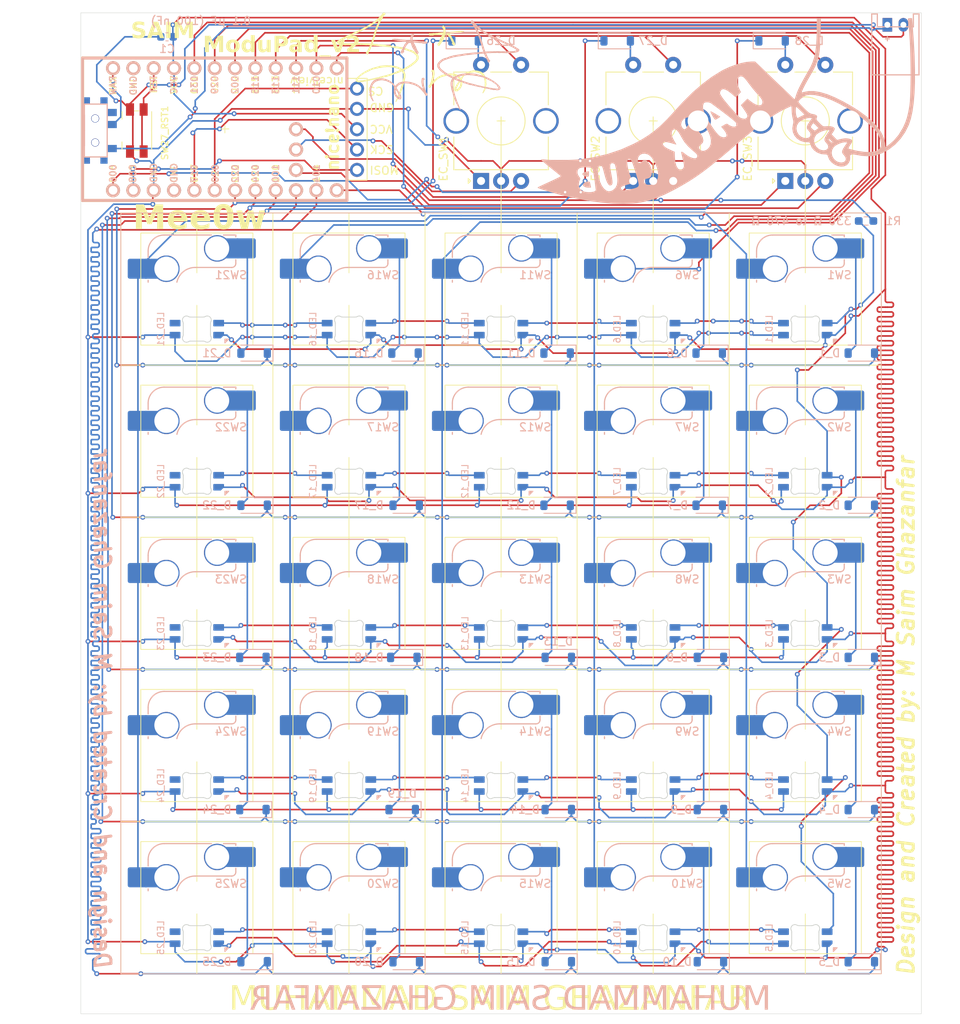
<source format=kicad_pcb>
(kicad_pcb (version 20241229) (generator "pcbnew") (generator_version "9.0")
  (layers (0 "F.Cu" signal) (2 "B.Cu" signal) (13 "F.Paste" user) (15 "B.Paste" user) (5 "F.SilkS" user "F.Silkscreen") (7 "B.SilkS" user "B.Silkscreen") (1 "F.Mask" user) (3 "B.Mask" user) (25 "Edge.Cuts" user))
  (net 0 "")
  (net 1 "GND")
  (net 2 "VCC")
  (net 3 "nice!view_CS")
  (net 4 "nice!view_MOSI")
  (net 5 "nice!view_SCK")
  (net 6 "ROW 0")
  (net 7 "Net-(D_1-A)")
  (net 8 "Net-(D_2-A)")
  (net 9 "ROW 1")
  (net 10 "Net-(D_3-A)")
  (net 11 "ROW 2")
  (net 12 "Net-(D_4-A)")
  (net 13 "ROW 3")
  (net 14 "Net-(D_5-A)")
  (net 15 "ROW 4")
  (net 16 "Net-(D_6-A)")
  (net 17 "Net-(D_7-A)")
  (net 18 "Net-(D_8-A)")
  (net 19 "Net-(D_9-A)")
  (net 20 "Net-(D_10-A)")
  (net 21 "Net-(D_11-A)")
  (net 22 "Net-(D_12-A)")
  (net 23 "Net-(D_13-A)")
  (net 24 "Net-(D_14-A)")
  (net 25 "Net-(D_15-A)")
  (net 26 "Net-(D_16-A)")
  (net 27 "Net-(D_17-A)")
  (net 28 "Net-(D_18-A)")
  (net 29 "Net-(D_19-A)")
  (net 30 "Net-(D_20-A)")
  (net 31 "Net-(D_21-A)")
  (net 32 "Net-(D_22-A)")
  (net 33 "Net-(D_23-A)")
  (net 34 "Net-(D_24-A)")
  (net 35 "Net-(D_25-A)")
  (net 36 "EC_SW01_A")
  (net 37 "EC_SW02_A")
  (net 38 "EC_SW03_A")
  (net 39 "EC_01_RA")
  (net 40 "EC_01_RB")
  (net 41 "COL 5")
  (net 42 "EC_02_RB")
  (net 43 "EC_02_RA")
  (net 44 "EC_03_RA")
  (net 45 "EC_03_RB")
  (net 46 "BAT+")
  (net 47 "Net-(LED_1-DOUT)")
  (net 48 "Net-(LED_1-DIN)")
  (net 49 "Net-(LED_2-DOUT)")
  (net 50 "Net-(LED_3-DOUT)")
  (net 51 "Net-(LED_4-DOUT)")
  (net 52 "Net-(LED_10-DIN)")
  (net 53 "Net-(LED_11-DIN)")
  (net 54 "Net-(LED_12-DIN)")
  (net 55 "Net-(LED_13-DIN)")
  (net 56 "Net-(LED_14-DIN)")
  (net 57 "Net-(LED_10-DOUT)")
  (net 58 "Net-(LED_11-DOUT)")
  (net 59 "Net-(LED_12-DOUT)")
  (net 60 "Net-(LED_13-DOUT)")
  (net 61 "Net-(LED_14-DOUT)")
  (net 62 "Net-(LED_15-DOUT)")
  (net 63 "Net-(LED_16-DOUT)")
  (net 64 "Net-(LED_17-DOUT)")
  (net 65 "Net-(LED_18-DOUT)")
  (net 66 "Net-(LED_19-DOUT)")
  (net 67 "Net-(LED_20-DOUT)")
  (net 73 "LED")
  (net 74 "COL 3")
  (net 76 "COL 1")
  (net 77 "COL 4")
  (net 78 "MCU-RST")
  (net 79 "COL 2")
  (net 80 "COL 0")
  (net 81 "BATIN")
  (footprint "MountingHole:MountingHole_2mm" (layer "F.Cu") (at 152.5 172.5)
    (property "Reference" "REF**" (hide yes))
    (property "Value" "MountingHole_2mm")
  )
  (footprint "Button_Switch_SMD:Panasonic_EVQPUL_EVQPUC" (layer "F.Cu") (at 57 64.7 90)
    (property "Reference" "SW27_RST1")
    (property "Value" "SW_Push_45deg")
  )
  (footprint "MountingHole:MountingHole_2mm" (layer "F.Cu") (at 152.5 72.5)
    (property "Reference" "REF**" (hide yes))
    (property "Value" "MountingHole_2mm")
  )
  (footprint "Encoders_Push-Buttons:RotaryEncoder_Alps_EC11E-Switch_Vertical_H20mm_CircularMountingHoles" (layer "F.Cu") (at 119 71 90)
    (property "Reference" "EC_SW2")
    (property "Value" "RotaryEncoder_Switch")
  )
  (footprint "nice!nano:nice_nano" (layer "F.Cu") (at 68 64.54)
    (property "Reference" "MCU1" (hide yes))
    (property "Value" "nice!nano" (hide yes))
  )
  (footprint "nice!view:nice_view" (layer "F.Cu") (at 67.99 64.54 90)
    (property "Reference" "Display1")
    (property "Value" "nice!view")
  )
  (footprint "Power-Switch-Battery:SPDT_C128955" (layer "F.Cu") (at 51.8 64.7 90)
    (property "Reference" "SW26_SPDT1" (hide yes))
    (property "Value" "SW_SPDT" (hide yes))
  )
  (footprint "Encoders_Push-Buttons:RotaryEncoder_Alps_EC11E-Switch_Vertical_H20mm_CircularMountingHoles" (layer "F.Cu") (at 100 71 90)
    (property "Reference" "EC_SW1")
    (property "Value" "RotaryEncoder_Switch")
  )
  (footprint "SAIM's_Signature-Silkscreen:SAIM_Signature_Silkscreen_20x18.4-mm" (layer "F.Cu") (at 91.5 55.25)
    (property "Reference" "G***" (hide yes))
    (property "Value" "LOGO" (hide yes))
  )
  (footprint "Battery-Jack:JST_PH_S2B-PH-K_02x2.00mm_Angled" (layer "F.Cu") (at 151.75 51.5)
    (property "Reference" "J1" (hide yes))
    (property "Value" "Conn_01x02" (hide yes))
  )
  (footprint "MountingHole:MountingHole_2mm" (layer "F.Cu") (at 52.5 172.5)
    (property "Reference" "REF**" (hide yes))
    (property "Value" "MountingHole_2mm")
  )
  (footprint "Encoders_Push-Buttons:RotaryEncoder_Alps_EC11E-Switch_Vertical_H20mm_CircularMountingHoles" (layer "F.Cu") (at 138 71 90)
    (property "Reference" "EC_SW3")
    (property "Value" "RotaryEncoder_Switch")
  )
  (footprint "MountingHole:MountingHole_2mm" (layer "F.Cu") (at 52.5 52.5)
    (property "Reference" "REF**" (hide yes))
    (property "Value" "MountingHole_2mm")
  )
  (footprint "SK6812MINI-E:SK6812MINI-E" (layer "B.Cu") (at 121.5 127.5 180)
    (property "Reference" "LED_8" (hide yes))
    (property "Value" "SK6812MINI" (hide yes))
    (fp_line (start 1.699999 -0.702842) (end 1.699999 0.702842) (stroke (width 0.1)) (layer "Edge.Cuts"))
    (fp_line (start 0.794452 1.499999) (end -0.794453 1.499999) (stroke (width 0.1)) (layer "Edge.Cuts"))
    (fp_line (start -0.794452 -1.5) (end 0.794452 -1.5) (stroke (width 0.1)) (layer "Edge.Cuts"))
    (fp_line (start -1.699999 0.702842) (end -1.699999 -0.702842) (stroke (width 0.1)) (layer "Edge.Cuts"))
    (fp_arc (start 1.749484 0.91972) (mid 1.712526 0.814068) (end 1.699999 0.702842) (stroke (width 0.1)) (layer "Edge.Cuts"))
    (fp_arc (start 1.749484 0.91972) (mid 1.638072 1.504037) (end 1.046711 1.568299) (stroke (width 0.1)) (layer "Edge.Cuts"))
    (fp_arc (start 1.699999 -0.702843) (mid 1.712536 -0.814065) (end 1.749484 -0.91972) (stroke (width 0.1)) (layer "Edge.Cuts"))
    (fp_arc (start 1.046711 -1.568297) (mid 1.63807 -1.504035) (end 1.749484 -0.91972) (stroke (width 0.1)) (layer "Edge.Cuts"))
    (fp_arc (start 1.04671 -1.568299) (mid 0.925122 -1.517377) (end 0.794452 -1.5) (stroke (width 0.1)) (layer "Edge.Cuts"))
    (fp_arc (start 0.794453 1.5) (mid 0.925123 1.517377) (end 1.046711 1.568299) (stroke (width 0.1)) (layer "Edge.Cuts"))
    (fp_arc (start -0.794452 -1.5) (mid -0.925123 -1.517377) (end -1.046711 -1.568299) (stroke (width 0.1)) (layer "Edge.Cuts"))
    (fp_arc (start -1.046711 1.568298) (mid -0.925123 1.517376) (end -0.794453 1.499999) (stroke (width 0.1)) (layer "Edge.Cuts"))
    (fp_arc (start -1.046711 1.568298) (mid -1.638071 1.504034) (end -1.749484 0.91972) (stroke (width 0.1)) (layer "Edge.Cuts"))
    (fp_arc (start -1.699999 0.702843) (mid -1.712527 0.814068) (end -1.749484 0.91972) (stroke (width 0.1)) (layer "Edge.Cuts"))
    (fp_arc (start -1.749484 -0.919719) (mid -1.638072 -1.504035) (end -1.046711 -1.568299) (stroke (width 0.1)) (layer "Edge.Cuts"))
    (fp_arc (start -1.749484 -0.91972) (mid -1.712527 -0.814068) (end -1.699999 -0.702842) (stroke (width 0.1)) (layer "Edge.Cuts"))
  )
  (footprint "Diode_SMD:D_SOD-123" (layer "B.Cu") (at 71.5 149.5 180)
    (property "Reference" "D_24")
    (property "Value" "1N4148W")
  )
  (footprint "MX-Style-Cherry-Switches-with-Kilah-HotSwap-Socket:SW_MX_HS_CPG151101S11_1u" (layer "B.Cu") (at 102.5 103.5 180)
    (property "Reference" "SW12")
    (property "Value" "SW_Push")
  )
  (footprint "MX-Style-Cherry-Switches-with-Kilah-HotSwap-Socket:SW_MX_HS_CPG151101S11_1u" (layer "B.Cu") (at 102.5 160.5 180)
    (property "Reference" "SW15")
    (property "Value" "SW_Push")
  )
  (footprint "SK6812MINI-E:SK6812MINI-E" (layer "B.Cu") (at 83.5 127.5 180)
    (property "Reference" "LED_18" (hide yes))
    (property "Value" "SK6812MINI" (hide yes))
    (fp_line (start 1.699999 -0.702842) (end 1.699999 0.702842) (stroke (width 0.1)) (layer "Edge.Cuts"))
    (fp_line (start 0.794452 1.499999) (end -0.794453 1.499999) (stroke (width 0.1)) (layer "Edge.Cuts"))
    (fp_line (start -0.794452 -1.5) (end 0.794452 -1.5) (stroke (width 0.1)) (layer "Edge.Cuts"))
    (fp_line (start -1.699999 0.702842) (end -1.699999 -0.702842) (stroke (width 0.1)) (layer "Edge.Cuts"))
    (fp_arc (start 1.749484 0.91972) (mid 1.712526 0.814068) (end 1.699999 0.702842) (stroke (width 0.1)) (layer "Edge.Cuts"))
    (fp_arc (start 1.749484 0.91972) (mid 1.638072 1.504037) (end 1.046711 1.568299) (stroke (width 0.1)) (layer "Edge.Cuts"))
    (fp_arc (start 1.699999 -0.702843) (mid 1.712536 -0.814065) (end 1.749484 -0.91972) (stroke (width 0.1)) (layer "Edge.Cuts"))
    (fp_arc (start 1.046711 -1.568297) (mid 1.63807 -1.504035) (end 1.749484 -0.91972) (stroke (width 0.1)) (layer "Edge.Cuts"))
    (fp_arc (start 1.04671 -1.568299) (mid 0.925122 -1.517377) (end 0.794452 -1.5) (stroke (width 0.1)) (layer "Edge.Cuts"))
    (fp_arc (start 0.794453 1.5) (mid 0.925123 1.517377) (end 1.046711 1.568299) (stroke (width 0.1)) (layer "Edge.Cuts"))
    (fp_arc (start -0.794452 -1.5) (mid -0.925123 -1.517377) (end -1.046711 -1.568299) (stroke (width 0.1)) (layer "Edge.Cuts"))
    (fp_arc (start -1.046711 1.568298) (mid -0.925123 1.517376) (end -0.794453 1.499999) (stroke (width 0.1)) (layer "Edge.Cuts"))
    (fp_arc (start -1.046711 1.568298) (mid -1.638071 1.504034) (end -1.749484 0.91972) (stroke (width 0.1)) (layer "Edge.Cuts"))
    (fp_arc (start -1.699999 0.702843) (mid -1.712527 0.814068) (end -1.749484 0.91972) (stroke (width 0.1)) (layer "Edge.Cuts"))
    (fp_arc (start -1.749484 -0.919719) (mid -1.638072 -1.504035) (end -1.046711 -1.568299) (stroke (width 0.1)) (layer "Edge.Cuts"))
    (fp_arc (start -1.749484 -0.91972) (mid -1.712527 -0.814068) (end -1.699999 -0.702842) (stroke (width 0.1)) (layer "Edge.Cuts"))
  )
  (footprint "Diode_SMD:D_SOD-123" (layer "B.Cu") (at 147.5 149.5 180)
    (property "Reference" "D_4")
    (property "Value" "1N4148W")
  )
  (footprint "Diode_SMD:D_SOD-123" (layer "B.Cu") (at 98 53.5)
    (property "Reference" "D_26")
    (property "Value" "1N4148W")
  )
  (footprint "SK6812MINI-E:SK6812MINI-E" (layer "B.Cu") (at 64.5 127.5 180)
    (property "Reference" "LED_23" (hide yes))
    (property "Value" "SK6812MINI" (hide yes))
    (fp_line (start 1.699999 -0.702842) (end 1.699999 0.702842) (stroke (width 0.1)) (layer "Edge.Cuts"))
    (fp_line (start 0.794452 1.499999) (end -0.794453 1.499999) (stroke (width 0.1)) (layer "Edge.Cuts"))
    (fp_line (start -0.794452 -1.5) (end 0.794452 -1.5) (stroke (width 0.1)) (layer "Edge.Cuts"))
    (fp_line (start -1.699999 0.702842) (end -1.699999 -0.702842) (stroke (width 0.1)) (layer "Edge.Cuts"))
    (fp_arc (start 1.749484 0.91972) (mid 1.712526 0.814068) (end 1.699999 0.702842) (stroke (width 0.1)) (layer "Edge.Cuts"))
    (fp_arc (start 1.749484 0.91972) (mid 1.638072 1.504037) (end 1.046711 1.568299) (stroke (width 0.1)) (layer "Edge.Cuts"))
    (fp_arc (start 1.699999 -0.702843) (mid 1.712536 -0.814065) (end 1.749484 -0.91972) (stroke (width 0.1)) (layer "Edge.Cuts"))
    (fp_arc (start 1.046711 -1.568297) (mid 1.63807 -1.504035) (end 1.749484 -0.91972) (stroke (width 0.1)) (layer "Edge.Cuts"))
    (fp_arc (start 1.04671 -1.568299) (mid 0.925122 -1.517377) (end 0.794452 -1.5) (stroke (width 0.1)) (layer "Edge.Cuts"))
    (fp_arc (start 0.794453 1.5) (mid 0.925123 1.517377) (end 1.046711 1.568299) (stroke (width 0.1)) (layer "Edge.Cuts"))
    (fp_arc (start -0.794452 -1.5) (mid -0.925123 -1.517377) (end -1.046711 -1.568299) (stroke (width 0.1)) (layer "Edge.Cuts"))
    (fp_arc (start -1.046711 1.568298) (mid -0.925123 1.517376) (end -0.794453 1.499999) (stroke (width 0.1)) (layer "Edge.Cuts"))
    (fp_arc (start -1.046711 1.568298) (mid -1.638071 1.504034) (end -1.749484 0.91972) (stroke (width 0.1)) (layer "Edge.Cuts"))
    (fp_arc (start -1.699999 0.702843) (mid -1.712527 0.814068) (end -1.749484 0.91972) (stroke (width 0.1)) (layer "Edge.Cuts"))
    (fp_arc (start -1.749484 -0.919719) (mid -1.638072 -1.504035) (end -1.046711 -1.568299) (stroke (width 0.1)) (layer "Edge.Cuts"))
    (fp_arc (start -1.749484 -0.91972) (mid -1.712527 -0.814068) (end -1.699999 -0.702842) (stroke (width 0.1)) (layer "Edge.Cuts"))
  )
  (footprint "MX-Style-Cherry-Switches-with-Kilah-HotSwap-Socket:SW_MX_HS_CPG151101S11_1u" (layer "B.Cu") (at 140.5 84.5 180)
    (property "Reference" "SW1")
    (property "Value" "SW_Push")
  )
  (footprint "Diode_SMD:D_SOD-123" (layer "B.Cu") (at 90.15 149.5 180)
    (property "Reference" "D_19")
    (property "Value" "1N4148W")
  )
  (footprint "MX-Style-Cherry-Switches-with-Kilah-HotSwap-Socket:SW_MX_HS_CPG151101S11_1u" (layer "B.Cu") (at 140.5 141.5 180)
    (property "Reference" "SW4")
    (property "Value" "SW_Push")
  )
  (footprint "SK6812MINI-E:SK6812MINI-E" (layer "B.Cu") (at 102.5 146.5 180)
    (property "Reference" "LED_14" (hide yes))
    (property "Value" "SK6812MINI" (hide yes))
    (fp_line (start 1.699999 -0.702842) (end 1.699999 0.702842) (stroke (width 0.1)) (layer "Edge.Cuts"))
    (fp_line (start 0.794452 1.499999) (end -0.794453 1.499999) (stroke (width 0.1)) (layer "Edge.Cuts"))
    (fp_line (start -0.794452 -1.5) (end 0.794452 -1.5) (stroke (width 0.1)) (layer "Edge.Cuts"))
    (fp_line (start -1.699999 0.702842) (end -1.699999 -0.702842) (stroke (width 0.1)) (layer "Edge.Cuts"))
    (fp_arc (start 1.749484 0.91972) (mid 1.712526 0.814068) (end 1.699999 0.702842) (stroke (width 0.1)) (layer "Edge.Cuts"))
    (fp_arc (start 1.749484 0.91972) (mid 1.638072 1.504037) (end 1.046711 1.568299) (stroke (width 0.1)) (layer "Edge.Cuts"))
    (fp_arc (start 1.699999 -0.702843) (mid 1.712536 -0.814065) (end 1.749484 -0.91972) (stroke (width 0.1)) (layer "Edge.Cuts"))
    (fp_arc (start 1.046711 -1.568297) (mid 1.63807 -1.504035) (end 1.749484 -0.91972) (stroke (width 0.1)) (layer "Edge.Cuts"))
    (fp_arc (start 1.04671 -1.568299) (mid 0.925122 -1.517377) (end 0.794452 -1.5) (stroke (width 0.1)) (layer "Edge.Cuts"))
    (fp_arc (start 0.794453 1.5) (mid 0.925123 1.517377) (end 1.046711 1.568299) (stroke (width 0.1)) (layer "Edge.Cuts"))
    (fp_arc (start -0.794452 -1.5) (mid -0.925123 -1.517377) (end -1.046711 -1.568299) (stroke (width 0.1)) (layer "Edge.Cuts"))
    (fp_arc (start -1.046711 1.568298) (mid -0.925123 1.517376) (end -0.794453 1.499999) (stroke (width 0.1)) (layer "Edge.Cuts"))
    (fp_arc (start -1.046711 1.568298) (mid -1.638071 1.504034) (end -1.749484 0.91972) (stroke (width 0.1)) (layer "Edge.Cuts"))
    (fp_arc (start -1.699999 0.702843) (mid -1.712527 0.814068) (end -1.749484 0.91972) (stroke (width 0.1)) (layer "Edge.Cuts"))
    (fp_arc (start -1.749484 -0.919719) (mid -1.638072 -1.504035) (end -1.046711 -1.568299) (stroke (width 0.1)) (layer "Edge.Cuts"))
    (fp_arc (start -1.749484 -0.91972) (mid -1.712527 -0.814068) (end -1.699999 -0.702842) (stroke (width 0.1)) (layer "Edge.Cuts"))
  )
  (footprint "MX-Style-Cherry-Switches-with-Kilah-HotSwap-Socket:SW_MX_HS_CPG151101S11_1u" (layer "B.Cu") (at 83.5 103.5 180)
    (property "Reference" "SW17")
    (property "Value" "SW_Push")
  )
  (footprint "Diode_SMD:D_SOD-123" (layer "B.Cu") (at 109.65 149.5 180)
    (property "Reference" "D_14")
    (property "Value" "1N4148W")
  )
  (footprint "MX-Style-Cherry-Switches-with-Kilah-HotSwap-Socket:SW_MX_HS_CPG151101S11_1u" (layer "B.Cu") (at 140.5 160.5 180)
    (property "Reference" "SW5")
    (property "Value" "SW_Push")
  )
  (footprint "Diode_SMD:D_SOD-123" (layer "B.Cu") (at 128.5 92.5 180)
    (property "Reference" "D_6")
    (property "Value" "1N4148W")
  )
  (footprint "MX-Style-Cherry-Switches-with-Kilah-HotSwap-Socket:SW_MX_HS_CPG151101S11_1u" (layer "B.Cu") (at 121.5 103.5 180)
    (property "Reference" "SW7")
    (property "Value" "SW_Push")
  )
  (footprint "SK6812MINI-E:SK6812MINI-E" (layer "B.Cu") (at 102.5 108.5 180)
    (property "Reference" "LED_12" (hide yes))
    (property "Value" "SK6812MINI" (hide yes))
    (fp_line (start 1.699999 -0.702842) (end 1.699999 0.702842) (stroke (width 0.1)) (layer "Edge.Cuts"))
    (fp_line (start 0.794452 1.499999) (end -0.794453 1.499999) (stroke (width 0.1)) (layer "Edge.Cuts"))
    (fp_line (start -0.794452 -1.5) (end 0.794452 -1.5) (stroke (width 0.1)) (layer "Edge.Cuts"))
    (fp_line (start -1.699999 0.702842) (end -1.699999 -0.702842) (stroke (width 0.1)) (layer "Edge.Cuts"))
    (fp_arc (start 1.749484 0.91972) (mid 1.712526 0.814068) (end 1.699999 0.702842) (stroke (width 0.1)) (layer "Edge.Cuts"))
    (fp_arc (start 1.749484 0.91972) (mid 1.638072 1.504037) (end 1.046711 1.568299) (stroke (width 0.1)) (layer "Edge.Cuts"))
    (fp_arc (start 1.699999 -0.702843) (mid 1.712536 -0.814065) (end 1.749484 -0.91972) (stroke (width 0.1)) (layer "Edge.Cuts"))
    (fp_arc (start 1.046711 -1.568297) (mid 1.63807 -1.504035) (end 1.749484 -0.91972) (stroke (width 0.1)) (layer "Edge.Cuts"))
    (fp_arc (start 1.04671 -1.568299) (mid 0.925122 -1.517377) (end 0.794452 -1.5) (stroke (width 0.1)) (layer "Edge.Cuts"))
    (fp_arc (start 0.794453 1.5) (mid 0.925123 1.517377) (end 1.046711 1.568299) (stroke (width 0.1)) (layer "Edge.Cuts"))
    (fp_arc (start -0.794452 -1.5) (mid -0.925123 -1.517377) (end -1.046711 -1.568299) (stroke (width 0.1)) (layer "Edge.Cuts"))
    (fp_arc (start -1.046711 1.568298) (mid -0.925123 1.517376) (end -0.794453 1.499999) (stroke (width 0.1)) (layer "Edge.Cuts"))
    (fp_arc (start -1.046711 1.568298) (mid -1.638071 1.504034) (end -1.749484 0.91972) (stroke (width 0.1)) (layer "Edge.Cuts"))
    (fp_arc (start -1.699999 0.702843) (mid -1.712527 0.814068) (end -1.749484 0.91972) (stroke (width 0.1)) (layer "Edge.Cuts"))
    (fp_arc (start -1.749484 -0.919719) (mid -1.638072 -1.504035) (end -1.046711 -1.568299) (stroke (width 0.1)) (layer "Edge.Cuts"))
    (fp_arc (start -1.749484 -0.91972) (mid -1.712527 -0.814068) (end -1.699999 -0.702842) (stroke (width 0.1)) (layer "Edge.Cuts"))
  )
  (footprint "SK6812MINI-E:SK6812MINI-E" (layer "B.Cu") (at 64.5 165.5 180)
    (property "Reference" "LED_25" (hide yes))
    (property "Value" "SK6812MINI" (hide yes))
    (fp_line (start 1.699999 -0.702842) (end 1.699999 0.702842) (stroke (width 0.1)) (layer "Edge.Cuts"))
    (fp_line (start 0.794452 1.499999) (end -0.794453 1.499999) (stroke (width 0.1)) (layer "Edge.Cuts"))
    (fp_line (start -0.794452 -1.5) (end 0.794452 -1.5) (stroke (width 0.1)) (layer "Edge.Cuts"))
    (fp_line (start -1.699999 0.702842) (end -1.699999 -0.702842) (stroke (width 0.1)) (layer "Edge.Cuts"))
    (fp_arc (start 1.749484 0.91972) (mid 1.712526 0.814068) (end 1.699999 0.702842) (stroke (width 0.1)) (layer "Edge.Cuts"))
    (fp_arc (start 1.749484 0.91972) (mid 1.638072 1.504037) (end 1.046711 1.568299) (stroke (width 0.1)) (layer "Edge.Cuts"))
    (fp_arc (start 1.699999 -0.702843) (mid 1.712536 -0.814065) (end 1.749484 -0.91972) (stroke (width 0.1)) (layer "Edge.Cuts"))
    (fp_arc (start 1.046711 -1.568297) (mid 1.63807 -1.504035) (end 1.749484 -0.91972) (stroke (width 0.1)) (layer "Edge.Cuts"))
    (fp_arc (start 1.04671 -1.568299) (mid 0.925122 -1.517377) (end 0.794452 -1.5) (stroke (width 0.1)) (layer "Edge.Cuts"))
    (fp_arc (start 0.794453 1.5) (mid 0.925123 1.517377) (end 1.046711 1.568299) (stroke (width 0.1)) (layer "Edge.Cuts"))
    (fp_arc (start -0.794452 -1.5) (mid -0.925123 -1.517377) (end -1.046711 -1.568299) (stroke (width 0.1)) (layer "Edge.Cuts"))
    (fp_arc (start -1.046711 1.568298) (mid -0.925123 1.517376) (end -0.794453 1.499999) (stroke (width 0.1)) (layer "Edge.Cuts"))
    (fp_arc (start -1.046711 1.568298) (mid -1.638071 1.504034) (end -1.749484 0.91972) (stroke (width 0.1)) (layer "Edge.Cuts"))
    (fp_arc (start -1.699999 0.702843) (mid -1.712527 0.814068) (end -1.749484 0.91972) (stroke (width 0.1)) (layer "Edge.Cuts"))
    (fp_arc (start -1.749484 -0.919719) (mid -1.638072 -1.504035) (end -1.046711 -1.568299) (stroke (width 0.1)) (layer "Edge.Cuts"))
    (fp_arc (start -1.749484 -0.91972) (mid -1.712527 -0.814068) (end -1.699999 -0.702842) (stroke (width 0.1)) (layer "Edge.Cuts"))
  )
  (footprint "MX-Style-Cherry-Switches-with-Kilah-HotSwap-Socket:SW_MX_HS_CPG151101S11_1u" (layer "B.Cu") (at 83.5 122.5 180)
    (property "Reference" "SW18")
    (property "Value" "SW_Push")
  )
  (footprint "SK6812MINI-E:SK6812MINI-E" (layer "B.Cu") (at 121.5 108.5 180)
    (property "Reference" "LED_7" (hide yes))
    (property "Value" "SK6812MINI" (hide yes))
    (fp_line (start 1.699999 -0.702842) (end 1.699999 0.702842) (stroke (width 0.1)) (layer "Edge.Cuts"))
    (fp_line (start 0.794452 1.499999) (end -0.794453 1.499999) (stroke (width 0.1)) (layer "Edge.Cuts"))
    (fp_line (start -0.794452 -1.5) (end 0.794452 -1.5) (stroke (width 0.1)) (layer "Edge.Cuts"))
    (fp_line (start -1.699999 0.702842) (end -1.699999 -0.702842) (stroke (width 0.1)) (layer "Edge.Cuts"))
    (fp_arc (start 1.749484 0.91972) (mid 1.712526 0.814068) (end 1.699999 0.702842) (stroke (width 0.1)) (layer "Edge.Cuts"))
    (fp_arc (start 1.749484 0.91972) (mid 1.638072 1.504037) (end 1.046711 1.568299) (stroke (width 0.1)) (layer "Edge.Cuts"))
    (fp_arc (start 1.699999 -0.702843) (mid 1.712536 -0.814065) (end 1.749484 -0.91972) (stroke (width 0.1)) (layer "Edge.Cuts"))
    (fp_arc (start 1.046711 -1.568297) (mid 1.63807 -1.504035) (end 1.749484 -0.91972) (stroke (width 0.1)) (layer "Edge.Cuts"))
    (fp_arc (start 1.04671 -1.568299) (mid 0.925122 -1.517377) (end 0.794452 -1.5) (stroke (width 0.1)) (layer "Edge.Cuts"))
    (fp_arc (start 0.794453 1.5) (mid 0.925123 1.517377) (end 1.046711 1.568299) (stroke (width 0.1)) (layer "Edge.Cuts"))
    (fp_arc (start -0.794452 -1.5) (mid -0.925123 -1.517377) (end -1.046711 -1.568299) (stroke (width 0.1)) (layer "Edge.Cuts"))
    (fp_arc (start -1.046711 1.568298) (mid -0.925123 1.517376) (end -0.794453 1.499999) (stroke (width 0.1)) (layer "Edge.Cuts"))
    (fp_arc (start -1.046711 1.568298) (mid -1.638071 1.504034) (end -1.749484 0.91972) (stroke (width 0.1)) (layer "Edge.Cuts"))
    (fp_arc (start -1.699999 0.702843) (mid -1.712527 0.814068) (end -1.749484 0.91972) (stroke (width 0.1)) (layer "Edge.Cuts"))
    (fp_arc (start -1.749484 -0.919719) (mid -1.638072 -1.504035) (end -1.046711 -1.568299) (stroke (width 0.1)) (layer "Edge.Cuts"))
    (fp_arc (start -1.749484 -0.91972) (mid -1.712527 -0.814068) (end -1.699999 -0.702842) (stroke (width 0.1)) (layer "Edge.Cuts"))
  )
  (footprint "Resistor_SMD:R_0603_1608Metric_Pad0.98x0.95mm_HandSolder" (layer "B.Cu") (at 148.0875 76 180)
    (property "Reference" "R1")
    (property "Value" "330 Ω to 470 Ω")
  )
  (footprint "SK6812MINI-E:SK6812MINI-E" (layer "B.Cu") (at 140.5 108.5 180)
    (property "Reference" "LED_2" (hide yes))
    (property "Value" "SK6812MINI" (hide yes))
    (fp_line (start 1.699999 -0.702842) (end 1.699999 0.702842) (stroke (width 0.1)) (layer "Edge.Cuts"))
    (fp_line (start 0.794452 1.499999) (end -0.794453 1.499999) (stroke (width 0.1)) (layer "Edge.Cuts"))
    (fp_line (start -0.794452 -1.5) (end 0.794452 -1.5) (stroke (width 0.1)) (layer "Edge.Cuts"))
    (fp_line (start -1.699999 0.702842) (end -1.699999 -0.702842) (stroke (width 0.1)) (layer "Edge.Cuts"))
    (fp_arc (start 1.749484 0.91972) (mid 1.712526 0.814068) (end 1.699999 0.702842) (stroke (width 0.1)) (layer "Edge.Cuts"))
    (fp_arc (start 1.749484 0.91972) (mid 1.638072 1.504037) (end 1.046711 1.568299) (stroke (width 0.1)) (layer "Edge.Cuts"))
    (fp_arc (start 1.699999 -0.702843) (mid 1.712536 -0.814065) (end 1.749484 -0.91972) (stroke (width 0.1)) (layer "Edge.Cuts"))
    (fp_arc (start 1.046711 -1.568297) (mid 1.63807 -1.504035) (end 1.749484 -0.91972) (stroke (width 0.1)) (layer "Edge.Cuts"))
    (fp_arc (start 1.04671 -1.568299) (mid 0.925122 -1.517377) (end 0.794452 -1.5) (stroke (width 0.1)) (layer "Edge.Cuts"))
    (fp_arc (start 0.794453 1.5) (mid 0.925123 1.517377) (end 1.046711 1.568299) (stroke (width 0.1)) (layer "Edge.Cuts"))
    (fp_arc (start -0.794452 -1.5) (mid -0.925123 -1.517377) (end -1.046711 -1.568299) (stroke (width 0.1)) (layer "Edge.Cuts"))
    (fp_arc (start -1.046711 1.568298) (mid -0.925123 1.517376) (end -0.794453 1.499999) (stroke (width 0.1)) (layer "Edge.Cuts"))
    (fp_arc (start -1.046711 1.568298) (mid -1.638071 1.504034) (end -1.749484 0.91972) (stroke (width 0.1)) (layer "Edge.Cuts"))
    (fp_arc (start -1.699999 0.702843) (mid -1.712527 0.814068) (end -1.749484 0.91972) (stroke (width 0.1)) (layer "Edge.Cuts"))
    (fp_arc (start -1.749484 -0.919719) (mid -1.638072 -1.504035) (end -1.046711 -1.568299) (stroke (width 0.1)) (layer "Edge.Cuts"))
    (fp_arc (start -1.749484 -0.91972) (mid -1.712527 -0.814068) (end -1.699999 -0.702842) (stroke (width 0.1)) (layer "Edge.Cuts"))
  )
  (footprint "Diode_SMD:D_SOD-123" (layer "B.Cu") (at 71.65 168.5 180)
    (property "Reference" "D_25")
    (property "Value" "1N4148W")
  )
  (footprint "Diode_SMD:D_SOD-123" (layer "B.Cu") (at 128.65 168.5 180)
    (property "Reference" "D_10")
    (property "Value" "1N4148W")
  )
  (footprint "SK6812MINI-E:SK6812MINI-E" (layer "B.Cu") (at 64.5 89.5 180)
    (property "Reference" "LED_21" (hide yes))
    (property "Value" "SK6812MINI" (hide yes))
    (fp_line (start 1.699999 -0.702842) (end 1.699999 0.702842) (stroke (width 0.1)) (layer "Edge.Cuts"))
    (fp_line (start 0.794452 1.499999) (end -0.794453 1.499999) (stroke (width 0.1)) (layer "Edge.Cuts"))
    (fp_line (start -0.794452 -1.5) (end 0.794452 -1.5) (stroke (width 0.1)) (layer "Edge.Cuts"))
    (fp_line (start -1.699999 0.702842) (end -1.699999 -0.702842) (stroke (width 0.1)) (layer "Edge.Cuts"))
    (fp_arc (start 1.749484 0.91972) (mid 1.712526 0.814068) (end 1.699999 0.702842) (stroke (width 0.1)) (layer "Edge.Cuts"))
    (fp_arc (start 1.749484 0.91972) (mid 1.638072 1.504037) (end 1.046711 1.568299) (stroke (width 0.1)) (layer "Edge.Cuts"))
    (fp_arc (start 1.699999 -0.702843) (mid 1.712536 -0.814065) (end 1.749484 -0.91972) (stroke (width 0.1)) (layer "Edge.Cuts"))
    (fp_arc (start 1.046711 -1.568297) (mid 1.63807 -1.504035) (end 1.749484 -0.91972) (stroke (width 0.1)) (layer "Edge.Cuts"))
    (fp_arc (start 1.04671 -1.568299) (mid 0.925122 -1.517377) (end 0.794452 -1.5) (stroke (width 0.1)) (layer "Edge.Cuts"))
    (fp_arc (start 0.794453 1.5) (mid 0.925123 1.517377) (end 1.046711 1.568299) (stroke (width 0.1)) (layer "Edge.Cuts"))
    (fp_arc (start -0.794452 -1.5) (mid -0.925123 -1.517377) (end -1.046711 -1.568299) (stroke (width 0.1)) (layer "Edge.Cuts"))
    (fp_arc (start -1.046711 1.568298) (mid -0.925123 1.517376) (end -0.794453 1.499999) (stroke (width 0.1)) (layer "Edge.Cuts"))
    (fp_arc (start -1.046711 1.568298) (mid -1.638071 1.504034) (end -1.749484 0.91972) (stroke (width 0.1)) (layer "Edge.Cuts"))
    (fp_arc (start -1.699999 0.702843) (mid -1.712527 0.814068) (end -1.749484 0.91972) (stroke (width 0.1)) (layer "Edge.Cuts"))
    (fp_arc (start -1.749484 -0.919719) (mid -1.638072 -1.504035) (end -1.046711 -1.568299) (stroke (width 0.1)) (layer "Edge.Cuts"))
    (fp_arc (start -1.749484 -0.91972) (mid -1.712527 -0.814068) (end -1.699999 -0.702842) (stroke (width 0.1)) (layer "Edge.Cuts"))
  )
  (footprint "Diode_SMD:D_SOD-123" (layer "B.Cu") (at 90.65 168.5 180)
    (property "Reference" "D_20")
    (property "Value" "1N4148W")
  )
  (footprint "Diode_SMD:D_SOD-123" (layer "B.Cu") (at 109.5 92.5 180)
    (property "Reference" "D_11")
    (property "Value" "1N4148W")
  )
  (footprint "SK6812MINI-E:SK6812MINI-E" (layer "B.Cu") (at 64.5 108.5 180)
    (property "Reference" "LED_22" (hide yes))
    (property "Value" "SK6812MINI" (hide yes))
    (fp_line (start 1.699999 -0.702842) (end 1.699999 0.702842) (stroke (width 0.1)) (layer "Edge.Cuts"))
    (fp_line (start 0.794452 1.499999) (end -0.794453 1.499999) (stroke (width 0.1)) (layer "Edge.Cuts"))
    (fp_line (start -0.794452 -1.5) (end 0.794452 -1.5) (stroke (width 0.1)) (layer "Edge.Cuts"))
    (fp_line (start -1.699999 0.702842) (end -1.699999 -0.702842) (stroke (width 0.1)) (layer "Edge.Cuts"))
    (fp_arc (start 1.749484 0.91972) (mid 1.712526 0.814068) (end 1.699999 0.702842) (stroke (width 0.1)) (layer "Edge.Cuts"))
    (fp_arc (start 1.749484 0.91972) (mid 1.638072 1.504037) (end 1.046711 1.568299) (stroke (width 0.1)) (layer "Edge.Cuts"))
    (fp_arc (start 1.699999 -0.702843) (mid 1.712536 -0.814065) (end 1.749484 -0.91972) (stroke (width 0.1)) (layer "Edge.Cuts"))
    (fp_arc (start 1.046711 -1.568297) (mid 1.63807 -1.504035) (end 1.749484 -0.91972) (stroke (width 0.1)) (layer "Edge.Cuts"))
    (fp_arc (start 1.04671 -1.568299) (mid 0.925122 -1.517377) (end 0.794452 -1.5) (stroke (width 0.1)) (layer "Edge.Cuts"))
    (fp_arc (start 0.794453 1.5) (mid 0.925123 1.517377) (end 1.046711 1.568299) (stroke (width 0.1)) (layer "Edge.Cuts"))
    (fp_arc (start -0.794452 -1.5) (mid -0.925123 -1.517377) (end -1.046711 -1.568299) (stroke (width 0.1)) (layer "Edge.Cuts"))
    (fp_arc (start -1.046711 1.568298) (mid -0.925123 1.517376) (end -0.794453 1.499999) (stroke (width 0.1)) (layer "Edge.Cuts"))
    (fp_arc (start -1.046711 1.568298) (mid -1.638071 1.504034) (end -1.749484 0.91972) (stroke (width 0.1)) (layer "Edge.Cuts"))
    (fp_arc (start -1.699999 0.702843) (mid -1.712527 0.814068) (end -1.749484 0.91972) (stroke (width 0.1)) (layer "Edge.Cuts"))
    (fp_arc (start -1.749484 -0.919719) (mid -1.638072 -1.504035) (end -1.046711 -1.568299) (stroke (width 0.1)) (layer "Edge.Cuts"))
    (fp_arc (start -1.749484 -0.91972) (mid -1.712527 -0.814068) (end -1.699999 -0.702842) (stroke (width 0.1)) (layer "Edge.Cuts"))
  )
  (footprint "Diode_SMD:D_SOD-123" (layer "B.Cu") (at 128.65 149.5 180)
    (property "Reference" "D_9")
    (property "Value" "1N4148W")
  )
  (footprint "SK6812MINI-E:SK6812MINI-E" (layer "B.Cu") (at 83.5 146.5 180)
    (property "Reference" "LED_19" (hide yes))
    (property "Value" "SK6812MINI" (hide yes))
    (fp_line (start 1.699999 -0.702842) (end 1.699999 0.702842) (stroke (width 0.1)) (layer "Edge.Cuts"))
    (fp_line (start 0.794452 1.499999) (end -0.794453 1.499999) (stroke (width 0.1)) (layer "Edge.Cuts"))
    (fp_line (start -0.794452 -1.5) (end 0.794452 -1.5) (stroke (width 0.1)) (layer "Edge.Cuts"))
    (fp_line (start -1.699999 0.702842) (end -1.699999 -0.702842) (stroke (width 0.1)) (layer "Edge.Cuts"))
    (fp_arc (start 1.749484 0.91972) (mid 1.712526 0.814068) (end 1.699999 0.702842) (stroke (width 0.1)) (layer "Edge.Cuts"))
    (fp_arc (start 1.749484 0.91972) (mid 1.638072 1.504037) (end 1.046711 1.568299) (stroke (width 0.1)) (layer "Edge.Cuts"))
    (fp_arc (start 1.699999 -0.702843) (mid 1.712536 -0.814065) (end 1.749484 -0.91972) (stroke (width 0.1)) (layer "Edge.Cuts"))
    (fp_arc (start 1.046711 -1.568297) (mid 1.63807 -1.504035) (end 1.749484 -0.91972) (stroke (width 0.1)) (layer "Edge.Cuts"))
    (fp_arc (start 1.04671 -1.568299) (mid 0.925122 -1.517377) (end 0.794452 -1.5) (stroke (width 0.1)) (layer "Edge.Cuts"))
    (fp_arc (start 0.794453 1.5) (mid 0.925123 1.517377) (end 1.046711 1.568299) (stroke (width 0.1)) (layer "Edge.Cuts"))
    (fp_arc (start -0.794452 -1.5) (mid -0.925123 -1.517377) (end -1.046711 -1.568299) (stroke (width 0.1)) (layer "Edge.Cuts"))
    (fp_arc (start -1.046711 1.568298) (mid -0.925123 1.517376) (end -0.794453 1.499999) (stroke (width 0.1)) (layer "Edge.Cuts"))
    (fp_arc (start -1.046711 1.568298) (mid -1.638071 1.504034) (end -1.749484 0.91972) (stroke (width 0.1)) (layer "Edge.Cuts"))
    (fp_arc (start -1.699999 0.702843) (mid -1.712527 0.814068) (end -1.749484 0.91972) (stroke (width 0.1)) (layer "Edge.Cuts"))
    (fp_arc (start -1.749484 -0.919719) (mid -1.638072 -1.504035) (end -1.046711 -1.568299) (stroke (width 0.1)) (layer "Edge.Cuts"))
    (fp_arc (start -1.749484 -0.91972) (mid -1.712527 -0.814068) (end -1.699999 -0.702842) (stroke (width 0.1)) (layer "Edge.Cuts"))
  )
  (footprint "Diode_SMD:D_SOD-123" (layer "B.Cu") (at 147.5 130.5 180)
    (property "Reference" "D_3")
    (property "Value" "1N4148W")
  )
  (footprint "Diode_SMD:D_SOD-123" (layer "B.Cu") (at 147.5 111.5 180)
    (property "Reference" "D_2")
    (property "Value" "1N4148W")
  )
  (footprint "SAIM's_Signature-Silkscreen:SAIM_Signature_Silkscreen_20x18.4-mm" (layer "B.Cu") (at 95.25 56.25 180)
    (property "Reference" "G***" (hide yes))
    (property "Value" "LOGO" (hide yes))
  )
  (footprint "MX-Style-Cherry-Switches-with-Kilah-HotSwap-Socket:SW_MX_HS_CPG151101S11_1u" (layer "B.Cu") (at 140.5 122.5 180)
    (property "Reference" "SW3")
    (property "Value" "SW_Push")
  )
  (footprint "MX-Style-Cherry-Switches-with-Kilah-HotSwap-Socket:SW_MX_HS_CPG151101S11_1u" (layer "B.Cu") (at 83.5 141.5 180)
    (property "Reference" "SW19")
    (property "Value" "SW_Push")
  )
  (footprint "Branding:Flag-orpheus-bw_Branding_HACK-CLUB" (layer "B.Cu") (at 130.75 64 180)
    (property "Reference" "G***" (hide yes))
    (property "Value" "LOGO" (hide yes))
  )
  (footprint "SK6812MINI-E:SK6812MINI-E" (layer "B.Cu") (at 83.5 89.5 180)
    (property "Reference" "LED_16" (hide yes))
    (property "Value" "SK6812MINI" (hide yes))
    (fp_line (start 1.699999 -0.702842) (end 1.699999 0.702842) (stroke (width 0.1)) (layer "Edge.Cuts"))
    (fp_line (start 0.794452 1.499999) (end -0.794453 1.499999) (stroke (width 0.1)) (layer "Edge.Cuts"))
    (fp_line (start -0.794452 -1.5) (end 0.794452 -1.5) (stroke (width 0.1)) (layer "Edge.Cuts"))
    (fp_line (start -1.699999 0.702842) (end -1.699999 -0.702842) (stroke (width 0.1)) (layer "Edge.Cuts"))
    (fp_arc (start 1.749484 0.91972) (mid 1.712526 0.814068) (end 1.699999 0.702842) (stroke (width 0.1)) (layer "Edge.Cuts"))
    (fp_arc (start 1.749484 0.91972) (mid 1.638072 1.504037) (end 1.046711 1.568299) (stroke (width 0.1)) (layer "Edge.Cuts"))
    (fp_arc (start 1.699999 -0.702843) (mid 1.712536 -0.814065) (end 1.749484 -0.91972) (stroke (width 0.1)) (layer "Edge.Cuts"))
    (fp_arc (start 1.046711 -1.568297) (mid 1.63807 -1.504035) (end 1.749484 -0.91972) (stroke (width 0.1)) (layer "Edge.Cuts"))
    (fp_arc (start 1.04671 -1.568299) (mid 0.925122 -1.517377) (end 0.794452 -1.5) (stroke (width 0.1)) (layer "Edge.Cuts"))
    (fp_arc (start 0.794453 1.5) (mid 0.925123 1.517377) (end 1.046711 1.568299) (stroke (width 0.1)) (layer "Edge.Cuts"))
    (fp_arc (start -0.794452 -1.5) (mid -0.925123 -1.517377) (end -1.046711 -1.568299) (stroke (width 0.1)) (layer "Edge.Cuts"))
    (fp_arc (start -1.046711 1.568298) (mid -0.925123 1.517376) (end -0.794453 1.499999) (stroke (width 0.1)) (layer "Edge.Cuts"))
    (fp_arc (start -1.046711 1.568298) (mid -1.638071 1.504034) (end -1.749484 0.91972) (stroke (width 0.1)) (layer "Edge.Cuts"))
    (fp_arc (start -1.699999 0.702843) (mid -1.712527 0.814068) (end -1.749484 0.91972) (stroke (width 0.1)) (layer "Edge.Cuts"))
    (fp_arc (start -1.749484 -0.919719) (mid -1.638072 -1.504035) (end -1.046711 -1.568299) (stroke (width 0.1)) (layer "Edge.Cuts"))
    (fp_arc (start -1.749484 -0.91972) (mid -1.712527 -0.814068) (end -1.699999 -0.702842) (stroke (width 0.1)) (layer "Edge.Cuts"))
  )
  (footprint "SK6812MINI-E:SK6812MINI-E" (layer "B.Cu") (at 102.5 165.5 180)
    (property "Reference" "LED_15" (hide yes))
    (property "Value" "SK6812MINI" (hide yes))
    (fp_line (start 1.699999 -0.702842) (end 1.699999 0.702842) (stroke (width 0.1)) (layer "Edge.Cuts"))
    (fp_line (start 0.794452 1.499999) (end -0.794453 1.499999) (stroke (width 0.1)) (layer "Edge.Cuts"))
    (fp_line (start -0.794452 -1.5) (end 0.794452 -1.5) (stroke (width 0.1)) (layer "Edge.Cuts"))
    (fp_line (start -1.699999 0.702842) (end -1.699999 -0.702842) (stroke (width 0.1)) (layer "Edge.Cuts"))
    (fp_arc (start 1.749484 0.91972) (mid 1.712526 0.814068) (end 1.699999 0.702842) (stroke (width 0.1)) (layer "Edge.Cuts"))
    (fp_arc (start 1.749484 0.91972) (mid 1.638072 1.504037) (end 1.046711 1.568299) (stroke (width 0.1)) (layer "Edge.Cuts"))
    (fp_arc (start 1.699999 -0.702843) (mid 1.712536 -0.814065) (end 1.749484 -0.91972) (stroke (width 0.1)) (layer "Edge.Cuts"))
    (fp_arc (start 1.046711 -1.568297) (mid 1.63807 -1.504035) (end 1.749484 -0.91972) (stroke (width 0.1)) (layer "Edge.Cuts"))
    (fp_arc (start 1.04671 -1.568299) (mid 0.925122 -1.517377) (end 0.794452 -1.5) (stroke (width 0.1)) (layer "Edge.Cuts"))
    (fp_arc (start 0.794453 1.5) (mid 0.925123 1.517377) (end 1.046711 1.568299) (stroke (width 0.1)) (layer "Edge.Cuts"))
    (fp_arc (start -0.794452 -1.5) (mid -0.925123 -1.517377) (end -1.046711 -1.568299) (stroke (width 0.1)) (layer "Edge.Cuts"))
    (fp_arc (start -1.046711 1.568298) (mid -0.925123 1.517376) (end -0.794453 1.499999) (stroke (width 0.1)) (layer "Edge.Cuts"))
    (fp_arc (start -1.046711 1.568298) (mid -1.638071 1.504034) (end -1.749484 0.91972) (stroke (width 0.1)) (layer "Edge.Cuts"))
    (fp_arc (start -1.699999 0.702843) (mid -1.712527 0.814068) (end -1.749484 0.91972) (stroke (width 0.1)) (layer "Edge.Cuts"))
    (fp_arc (start -1.749484 -0.919719) (mid -1.638072 -1.504035) (end -1.046711 -1.568299) (stroke (width 0.1)) (layer "Edge.Cuts"))
    (fp_arc (start -1.749484 -0.91972) (mid -1.712527 -0.814068) (end -1.699999 -0.702842) (stroke (width 0.1)) (layer "Edge.Cuts"))
  )
  (footprint "MX-Style-Cherry-Switches-with-Kilah-HotSwap-Socket:SW_MX_HS_CPG151101S11_1u" (layer "B.Cu") (at 121.5 84.5 180)
    (property "Reference" "SW6")
    (property "Value" "SW_Push")
  )
  (footprint "MX-Style-Cherry-Switches-with-Kilah-HotSwap-Socket:SW_MX_HS_CPG151101S11_1u" (layer "B.Cu") (at 64.5 84.5 180)
    (property "Reference" "SW21")
    (property "Value" "SW_Push")
  )
  (footprint "SK6812MINI-E:SK6812MINI-E" (layer "B.Cu") (at 121.5 89.5 180)
    (property "Reference" "LED_6" (hide yes))
    (property "Value" "SK6812MINI" (hide yes))
    (fp_line (start 1.699999 -0.702842) (end 1.699999 0.702842) (stroke (width 0.1)) (layer "Edge.Cuts"))
    (fp_line (start 0.794452 1.499999) (end -0.794453 1.499999) (stroke (width 0.1)) (layer "Edge.Cuts"))
    (fp_line (start -0.794452 -1.5) (end 0.794452 -1.5) (stroke (width 0.1)) (layer "Edge.Cuts"))
    (fp_line (start -1.699999 0.702842) (end -1.699999 -0.702842) (stroke (width 0.1)) (layer "Edge.Cuts"))
    (fp_arc (start 1.749484 0.91972) (mid 1.712526 0.814068) (end 1.699999 0.702842) (stroke (width 0.1)) (layer "Edge.Cuts"))
    (fp_arc (start 1.749484 0.91972) (mid 1.638072 1.504037) (end 1.046711 1.568299) (stroke (width 0.1)) (layer "Edge.Cuts"))
    (fp_arc (start 1.699999 -0.702843) (mid 1.712536 -0.814065) (end 1.749484 -0.91972) (stroke (width 0.1)) (layer "Edge.Cuts"))
    (fp_arc (start 1.046711 -1.568297) (mid 1.63807 -1.504035) (end 1.749484 -0.91972) (stroke (width 0.1)) (layer "Edge.Cuts"))
    (fp_arc (start 1.04671 -1.568299) (mid 0.925122 -1.517377) (end 0.794452 -1.5) (stroke (width 0.1)) (layer "Edge.Cuts"))
    (fp_arc (start 0.794453 1.5) (mid 0.925123 1.517377) (end 1.046711 1.568299) (stroke (width 0.1)) (layer "Edge.Cuts"))
    (fp_arc (start -0.794452 -1.5) (mid -0.925123 -1.517377) (end -1.046711 -1.568299) (stroke (width 0.1)) (layer "Edge.Cuts"))
    (fp_arc (start -1.046711 1.568298) (mid -0.925123 1.517376) (end -0.794453 1.499999) (stroke (width 0.1)) (layer "Edge.Cuts"))
    (fp_arc (start -1.046711 1.568298) (mid -1.638071 1.504034) (end -1.749484 0.91972) (stroke (width 0.1)) (layer "Edge.Cuts"))
    (fp_arc (start -1.699999 0.702843) (mid -1.712527 0.814068) (end -1.749484 0.91972) (stroke (width 0.1)) (layer "Edge.Cuts"))
    (fp_arc (start -1.749484 -0.919719) (mid -1.638072 -1.504035) (end -1.046711 -1.568299) (stroke (width 0.1)) (layer "Edge.Cuts"))
    (fp_arc (start -1.749484 -0.91972) (mid -1.712527 -0.814068) (end -1.699999 -0.702842) (stroke (width 0.1)) (layer "Edge.Cuts"))
  )
  (footprint "Diode_SMD:D_SOD-123" (layer "B.Cu") (at 90.35 130.5 180)
    (property "Reference" "D_18")
    (property "Value" "1N4148W")
  )
  (footprint "MX-Style-Cherry-Switches-with-Kilah-HotSwap-Socket:SW_MX_HS_CPG151101S11_1u" (layer "B.Cu") (at 83.5 160.5 180)
    (property "Reference" "SW20")
    (property "Value" "SW_Push")
  )
  (footprint "Diode_SMD:D_SOD-123" (layer "B.Cu") (at 117 53.5)
    (property "Reference" "D_27")
    (property "Value" "1N4148W")
  )
  (footprint "MX-Style-Cherry-Switches-with-Kilah-HotSwap-Socket:SW_MX_HS_CPG151101S11_1u" (layer "B.Cu") (at 64.5 160.5 180)
    (property "Reference" "SW25")
    (property "Value" "SW_Push")
  )
  (footprint "Diode_SMD:D_SOD-123" (layer "B.Cu") (at 147.5 92.5 180)
    (property "Reference" "D_1")
    (property "Value" "1N4148W")
  )
  (footprint "Diode_SMD:D_SOD-123" (layer "B.Cu") (at 109.5 111.5 180)
    (property "Reference" "D_12")
    (property "Value" "1N4148W")
  )
  (footprint "Diode_SMD:D_SOD-123" (layer "B.Cu") (at 147.5 168.5 180)
    (property "Reference" "D_5")
    (property "Value" "1N4148W")
  )
  (footprint "SK6812MINI-E:SK6812MINI-E" (layer "B.Cu") (at 102.5 127.5 180)
    (property "Reference" "LED_13" (hide yes))
    (property "Value" "SK6812MINI" (hide yes))
    (fp_line (start 1.699999 -0.702842) (end 1.699999 0.702842) (stroke (width 0.1)) (layer "Edge.Cuts"))
    (fp_line (start 0.794452 1.499999) (end -0.794453 1.499999) (stroke (width 0.1)) (layer "Edge.Cuts"))
    (fp_line (start -0.794452 -1.5) (end 0.794452 -1.5) (stroke (width 0.1)) (layer "Edge.Cuts"))
    (fp_line (start -1.699999 0.702842) (end -1.699999 -0.702842) (stroke (width 0.1)) (layer "Edge.Cuts"))
    (fp_arc (start 1.749484 0.91972) (mid 1.712526 0.814068) (end 1.699999 0.702842) (stroke (width 0.1)) (layer "Edge.Cuts"))
    (fp_arc (start 1.749484 0.91972) (mid 1.638072 1.504037) (end 1.046711 1.568299) (stroke (width 0.1)) (layer "Edge.Cuts"))
    (fp_arc (start 1.699999 -0.702843) (mid 1.712536 -0.814065) (end 1.749484 -0.91972) (stroke (width 0.1)) (layer "Edge.Cuts"))
    (fp_arc (start 1.046711 -1.568297) (mid 1.63807 -1.504035) (end 1.749484 -0.91972) (stroke (width 0.1)) (layer "Edge.Cuts"))
    (fp_arc (start 1.04671 -1.568299) (mid 0.925122 -1.517377) (end 0.794452 -1.5) (stroke (width 0.1)) (layer "Edge.Cuts"))
    (fp_arc (start 0.794453 1.5) (mid 0.925123 1.517377) (end 1.046711 1.568299) (stroke (width 0.1)) (layer "Edge.Cuts"))
    (fp_arc (start -0.794452 -1.5) (mid -0.925123 -1.517377) (end -1.046711 -1.568299) (stroke (width 0.1)) (layer "Edge.Cuts"))
    (fp_arc (start -1.046711 1.568298) (mid -0.925123 1.517376) (end -0.794453 1.499999) (stroke (width 0.1)) (layer "Edge.Cuts"))
    (fp_arc (start -1.046711 1.568298) (mid -1.638071 1.504034) (end -1.749484 0.91972) (stroke (width 0.1)) (layer "Edge.Cuts"))
    (fp_arc (start -1.699999 0.702843) (mid -1.712527 0.814068) (end -1.749484 0.91972) (stroke (width 0.1)) (layer "Edge.Cuts"))
    (fp_arc (start -1.749484 -0.919719) (mid -1.638072 -1.504035) (end -1.046711 -1.568299) (stroke (width 0.1)) (layer "Edge.Cuts"))
    (fp_arc (start -1.749484 -0.91972) (mid -1.712527 -0.814068) (end -1.699999 -0.702842) (stroke (width 0.1)) (layer "Edge.Cuts"))
  )
  (footprint "SK6812MINI-E:SK6812MINI-E" (layer "B.Cu") (at 64.5 146.5 180)
    (property "Reference" "LED_24" (hide yes))
    (property "Value" "SK6812MINI" (hide yes))
    (fp_line (start 1.699999 -0.702842) (end 1.699999 0.702842) (stroke (width 0.1)) (layer "Edge.Cuts"))
    (fp_line (start 0.794452 1.499999) (end -0.794453 1.499999) (stroke (width 0.1)) (layer "Edge.Cuts"))
    (fp_line (start -0.794452 -1.5) (end 0.794452 -1.5) (stroke (width 0.1)) (layer "Edge.Cuts"))
    (fp_line (start -1.699999 0.702842) (end -1.699999 -0.702842) (stroke (width 0.1)) (layer "Edge.Cuts"))
    (fp_arc (start 1.749484 0.91972) (mid 1.712526 0.814068) (end 1.699999 0.702842) (stroke (width 0.1)) (layer "Edge.Cuts"))
    (fp_arc (start 1.749484 0.91972) (mid 1.638072 1.504037) (end 1.046711 1.568299) (stroke (width 0.1)) (layer "Edge.Cuts"))
    (fp_arc (start 1.699999 -0.702843) (mid 1.712536 -0.814065) (end 1.749484 -0.91972) (stroke (width 0.1)) (layer "Edge.Cuts"))
    (fp_arc (start 1.046711 -1.568297) (mid 1.63807 -1.504035) (end 1.749484 -0.91972) (stroke (width 0.1)) (layer "Edge.Cuts"))
    (fp_arc (start 1.04671 -1.568299) (mid 0.925122 -1.517377) (end 0.794452 -1.5) (stroke (width 0.1)) (layer "Edge.Cuts"))
    (fp_arc (start 0.794453 1.5) (mid 0.925123 1.517377) (end 1.046711 1.568299) (stroke (width 0.1)) (layer "Edge.Cuts"))
    (fp_arc (start -0.794452 -1.5) (mid -0.925123 -1.517377) (end -1.046711 -1.568299) (stroke (width 0.1)) (layer "Edge.Cuts"))
    (fp_arc (start -1.046711 1.568298) (mid -0.925123 1.517376) (end -0.794453 1.499999) (stroke (width 0.1)) (layer "Edge.Cuts"))
    (fp_arc (start -1.046711 1.568298) (mid -1.638071 1.504034) (end -1.749484 0.91972) (stroke (width 0.1)) (layer "Edge.Cuts"))
    (fp_arc (start -1.699999 0.702843) (mid -1.712527 0.814068) (end -1.749484 0.91972) (stroke (width 0.1)) (layer "Edge.Cuts"))
    (fp_arc (start -1.749484 -0.919719) (mid -1.638072 -1.504035) (end -1.046711 -1.568299) (stroke (width 0.1)) (layer "Edge.Cuts"))
    (fp_arc (start -1.749484 -0.91972) (mid -1.712527 -0.814068) (end -1.699999 -0.702842) (stroke (width 0.1)) (layer "Edge.Cuts"))
  )
  (footprint "MX-Style-Cherry-Switches-with-Kilah-HotSwap-Socket:SW_MX_HS_CPG151101S11_1u" (layer "B.Cu") (at 121.5 122.5 180)
    (property "Reference" "SW8")
    (property "Value" "SW_Push")
  )
  (footprint "SK6812MINI-E:SK6812MINI-E" (layer "B.Cu") (at 121.5 165.5 180)
    (property "Reference" "LED_10" (hide yes))
    (property "Value" "SK6812MINI" (hide yes))
    (fp_line (start 1.699999 -0.702842) (end 1.699999 0.702842) (stroke (width 0.1)) (layer "Edge.Cuts"))
    (fp_line (start 0.794452 1.499999) (end -0.794453 1.499999) (stroke (width 0.1)) (layer "Edge.Cuts"))
    (fp_line (start -0.794452 -1.5) (end 0.794452 -1.5) (stroke (width 0.1)) (layer "Edge.Cuts"))
    (fp_line (start -1.699999 0.702842) (end -1.699999 -0.702842) (stroke (width 0.1)) (layer "Edge.Cuts"))
    (fp_arc (start 1.749484 0.91972) (mid 1.712526 0.814068) (end 1.699999 0.702842) (stroke (width 0.1)) (layer "Edge.Cuts"))
    (fp_arc (start 1.749484 0.91972) (mid 1.638072 1.504037) (end 1.046711 1.568299) (stroke (width 0.1)) (layer "Edge.Cuts"))
    (fp_arc (start 1.699999 -0.702843) (mid 1.712536 -0.814065) (end 1.749484 -0.91972) (stroke (width 0.1)) (layer "Edge.Cuts"))
    (fp_arc (start 1.046711 -1.568297) (mid 1.63807 -1.504035) (end 1.749484 -0.91972) (stroke (width 0.1)) (layer "Edge.Cuts"))
    (fp_arc (start 1.04671 -1.568299) (mid 0.925122 -1.517377) (end 0.794452 -1.5) (stroke (width 0.1)) (layer "Edge.Cuts"))
    (fp_arc (start 0.794453 1.5) (mid 0.925123 1.517377) (end 1.046711 1.568299) (stroke (width 0.1)) (layer "Edge.Cuts"))
    (fp_arc (start -0.794452 -1.5) (mid -0.925123 -1.517377) (end -1.046711 -1.568299) (stroke (width 0.1)) (layer "Edge.Cuts"))
    (fp_arc (start -1.046711 1.568298) (mid -0.925123 1.517376) (end -0.794453 1.499999) (stroke (width 0.1)) (layer "Edge.Cuts"))
    (fp_arc (start -1.046711 1.568298) (mid -1.638071 1.504034) (end -1.749484 0.91972) (stroke (width 0.1)) (layer "Edge.Cuts"))
    (fp_arc (start -1.699999 0.702843) (mid -1.712527 0.814068) (end -1.749484 0.91972) (stroke (width 0.1)) (layer "Edge.Cuts"))
    (fp_arc (start -1.749484 -0.919719) (mid -1.638072 -1.504035) (end -1.046711 -1.568299) (stroke (width 0.1)) (layer "Edge.Cuts"))
    (fp_arc (start -1.749484 -0.91972) (mid -1.712527 -0.814068) (end -1.699999 -0.702842) (stroke (width 0.1)) (layer "Edge.Cuts"))
  )
  (footprint "MX-Style-Cherry-Switches-with-Kilah-HotSwap-Socket:SW_MX_HS_CPG151101S11_1u" (layer "B.Cu") (at 64.5 141.5 180)
    (property "Reference" "SW24")
    (property "Value" "SW_Push")
  )
  (footprint "MX-Style-Cherry-Switches-with-Kilah-HotSwap-Socket:SW_MX_HS_CPG151101S11_1u" (layer "B.Cu") (at 102.5 84.5 180)
    (property "Reference" "SW11")
    (property "Value" "SW_Push")
  )
  (footprint "Diode_SMD:D_SOD-123" (layer "B.Cu") (at 90.5 92.5 180)
    (property "Reference" "D_16")
    (property "Value" "1N4148W")
  )
  (footprint "Diode_SMD:D_SOD-123" (layer "B.Cu") (at 90.65 111.5 180)
    (property "Reference" "D_17")
    (property "Value" "1N4148W")
  )
  (footprint "MX-Style-Cherry-Switches-with-Kilah-HotSwap-Socket:SW_MX_HS_CPG151101S11_1u" (layer "B.Cu") (at 121.5 160.5 180)
    (property "Reference" "SW10")
    (property "Value" "SW_Push")
  )
  (footprint "SK6812MINI-E:SK6812MINI-E" (layer "B.Cu") (at 83.5 108.5 180)
    (property "Reference" "LED_17" (hide yes))
    (property "Value" "SK6812MINI" (hide yes))
    (fp_line (start 1.699999 -0.702842) (end 1.699999 0.702842) (stroke (width 0.1)) (layer "Edge.Cuts"))
    (fp_line (start 0.794452 1.499999) (end -0.794453 1.499999) (stroke (width 0.1)) (layer "Edge.Cuts"))
    (fp_line (start -0.794452 -1.5) (end 0.794452 -1.5) (stroke (width 0.1)) (layer "Edge.Cuts"))
    (fp_line (start -1.699999 0.702842) (end -1.699999 -0.702842) (stroke (width 0.1)) (layer "Edge.Cuts"))
    (fp_arc (start 1.749484 0.91972) (mid 1.712526 0.814068) (end 1.699999 0.702842) (stroke (width 0.1)) (layer "Edge.Cuts"))
    (fp_arc (start 1.749484 0.91972) (mid 1.638072 1.504037) (end 1.046711 1.568299) (stroke (width 0.1)) (layer "Edge.Cuts"))
    (fp_arc (start 1.699999 -0.702843) (mid 1.712536 -0.814065) (end 1.749484 -0.91972) (stroke (width 0.1)) (layer "Edge.Cuts"))
    (fp_arc (start 1.046711 -1.568297) (mid 1.63807 -1.504035) (end 1.749484 -0.91972) (stroke (width 0.1)) (layer "Edge.Cuts"))
    (fp_arc (start 1.04671 -1.568299) (mid 0.925122 -1.517377) (end 0.794452 -1.5) (stroke (width 0.1)) (layer "Edge.Cuts"))
    (fp_arc (start 0.794453 1.5) (mid 0.925123 1.517377) (end 1.046711 1.568299) (stroke (width 0.1)) (layer "Edge.Cuts"))
    (fp_arc (start -0.794452 -1.5) (mid -0.925123 -1.517377) (end -1.046711 -1.568299) (stroke (width 0.1)) (layer "Edge.Cuts"))
    (fp_arc (start -1.046711 1.568298) (mid -0.925123 1.517376) (end -0.794453 1.499999) (stroke (width 0.1)) (layer "Edge.Cuts"))
    (fp_arc (start -1.046711 1.568298) (mid -1.638071 1.504034) (end -1.749484 0.91972) (stroke (width 0.1)) (layer "Edge.Cuts"))
    (fp_arc (start -1.699999 0.702843) (mid -1.712527 0.814068) (end -1.749484 0.91972) (stroke (width 0.1)) (layer "Edge.Cuts"))
    (fp_arc (start -1.749484 -0.919719) (mid -1.638072 -1.504035) (end -1.046711 -1.568299) (stroke (width 0.1)) (layer "Edge.Cuts"))
    (fp_arc (start -1.749484 -0.91972) (mid -1.712527 -0.814068) (end -1.699999 -0.702842) (stroke (width 0.1)) (layer "Edge.Cuts"))
  )
  (footprint "Diode_SMD:D_SOD-123" (layer "B.Cu") (at 128.5 111.5 180)
    (property "Reference" "D_7")
    (property "Value" "1N4148W")
  )
  (footprint "MX-Style-Cherry-Switches-with-Kilah-HotSwap-Socket:SW_MX_HS_CPG151101S11_1u" (layer "B.Cu") (at 140.5 103.5 180)
    (property "Reference" "SW2")
    (property "Value" "SW_Push")
  )
  (footprint "MX-Style-Cherry-Switches-with-Kilah-HotSwap-Socket:SW_MX_HS_CPG151101S11_1u" (layer "B.Cu") (at 102.5 141.5 180)
    (property "Reference" "SW14")
    (property "Value" "SW_Push")
  )
  (footprint "SK6812MINI-E:SK6812MINI-E" (layer "B.Cu") (at 83.5 165.5 180)
    (property "Reference" "LED_20" (hide yes))
    (property "Value" "SK6812MINI" (hide yes))
    (fp_line (start 1.699999 -0.702842) (end 1.699999 0.702842) (stroke (width 0.1)) (layer "Edge.Cuts"))
    (fp_line (start 0.794452 1.499999) (end -0.794453 1.499999) (stroke (width 0.1)) (layer "Edge.Cuts"))
    (fp_line (start -0.794452 -1.5) (end 0.794452 -1.5) (stroke (width 0.1)) (layer "Edge.Cuts"))
    (fp_line (start -1.699999 0.702842) (end -1.699999 -0.702842) (stroke (width 0.1)) (layer "Edge.Cuts"))
    (fp_arc (start 1.749484 0.91972) (mid 1.712526 0.814068) (end 1.699999 0.702842) (stroke (width 0.1)) (layer "Edge.Cuts"))
    (fp_arc (start 1.749484 0.91972) (mid 1.638072 1.504037) (end 1.046711 1.568299) (stroke (width 0.1)) (layer "Edge.Cuts"))
    (fp_arc (start 1.699999 -0.702843) (mid 1.712536 -0.814065) (end 1.749484 -0.91972) (stroke (width 0.1)) (layer "Edge.Cuts"))
    (fp_arc (start 1.046711 -1.568297) (mid 1.63807 -1.504035) (end 1.749484 -0.91972) (stroke (width 0.1)) (layer "Edge.Cuts"))
    (fp_arc (start 1.04671 -1.568299) (mid 0.925122 -1.517377) (end 0.794452 -1.5) (stroke (width 0.1)) (layer "Edge.Cuts"))
    (fp_arc (start 0.794453 1.5) (mid 0.925123 1.517377) (end 1.046711 1.568299) (stroke (width 0.1)) (layer "Edge.Cuts"))
    (fp_arc (start -0.794452 -1.5) (mid -0.925123 -1.517377) (end -1.046711 -1.568299) (stroke (width 0.1)) (layer "Edge.Cuts"))
    (fp_arc (start -1.046711 1.568298) (mid -0.925123 1.517376) (end -0.794453 1.499999) (stroke (width 0.1)) (layer "Edge.Cuts"))
    (fp_arc (start -1.046711 1.568298) (mid -1.638071 1.504034) (end -1.749484 0.91972) (stroke (width 0.1)) (layer "Edge.Cuts"))
    (fp_arc (start -1.699999 0.702843) (mid -1.712527 0.814068) (end -1.749484 0.91972) (stroke (width 0.1)) (layer "Edge.Cuts"))
    (fp_arc (start -1.749484 -0.919719) (mid -1.638072 -1.504035) (end -1.046711 -1.568299) (stroke (width 0.1)) (layer "Edge.Cuts"))
    (fp_arc (start -1.749484 -0.91972) (mid -1.712527 -0.814068) (end -1.699999 -0.702842) (stroke (width 0.1)) (layer "Edge.Cuts"))
  )
  (footprint "SK6812MINI-E:SK6812MINI-E" (layer "B.Cu") (at 140.5 89.5 180)
    (property "Reference" "LED_1" (hide yes))
    (property "Value" "SK6812MINI" (hide yes))
    (fp_line (start 1.699999 -0.702842) (end 1.699999 0.702842) (stroke (width 0.1)) (layer "Edge.Cuts"))
    (fp_line (start 0.794452 1.499999) (end -0.794453 1.499999) (stroke (width 0.1)) (layer "Edge.Cuts"))
    (fp_line (start -0.794452 -1.5) (end 0.794452 -1.5) (stroke (width 0.1)) (layer "Edge.Cuts"))
    (fp_line (start -1.699999 0.702842) (end -1.699999 -0.702842) (stroke (width 0.1)) (layer "Edge.Cuts"))
    (fp_arc (start 1.749484 0.91972) (mid 1.712526 0.814068) (end 1.699999 0.702842) (stroke (width 0.1)) (layer "Edge.Cuts"))
    (fp_arc (start 1.749484 0.91972) (mid 1.638072 1.504037) (end 1.046711 1.568299) (stroke (width 0.1)) (layer "Edge.Cuts"))
    (fp_arc (start 1.699999 -0.702843) (mid 1.712536 -0.814065) (end 1.749484 -0.91972) (stroke (width 0.1)) (layer "Edge.Cuts"))
    (fp_arc (start 1.046711 -1.568297) (mid 1.63807 -1.504035) (end 1.749484 -0.91972) (stroke (width 0.1)) (layer "Edge.Cuts"))
    (fp_arc (start 1.04671 -1.568299) (mid 0.925122 -1.517377) (end 0.794452 -1.5) (stroke (width 0.1)) (layer "Edge.Cuts"))
    (fp_arc (start 0.794453 1.5) (mid 0.925123 1.517377) (end 1.046711 1.568299) (stroke (width 0.1)) (layer "Edge.Cuts"))
    (fp_arc (start -0.794452 -1.5) (mid -0.925123 -1.517377) (end -1.046711 -1.568299) (stroke (width 0.1)) (layer "Edge.Cuts"))
    (fp_arc (start -1.046711 1.568298) (mid -0.925123 1.517376) (end -0.794453 1.499999) (stroke (width 0.1)) (layer "Edge.Cuts"))
    (fp_arc (start -1.046711 1.568298) (mid -1.638071 1.504034) (end -1.749484 0.91972) (stroke (width 0.1)) (layer "Edge.Cuts"))
    (fp_arc (start -1.699999 0.702843) (mid -1.712527 0.814068) (end -1.749484 0.91972) (stroke (width 0.1)) (layer "Edge.Cuts"))
    (fp_arc (start -1.749484 -0.919719) (mid -1.638072 -1.504035) (end -1.046711 -1.568299) (stroke (width 0.1)) (layer "Edge.Cuts"))
    (fp_arc (start -1.749484 -0.91972) (mid -1.712527 -0.814068) (end -1.699999 -0.702842) (stroke (width 0.1)) (layer "Edge.Cuts"))
  )
  (footprint "SK6812MINI-E:SK6812MINI-E" (layer "B.Cu") (at 102.5 89.5 180)
    (property "Reference" "LED_11" (hide yes))
    (property "Value" "SK6812MINI" (hide yes))
    (fp_line (start 1.699999 -0.702842) (end 1.699999 0.702842) (stroke (width 0.1)) (layer "Edge.Cuts"))
    (fp_line (start 0.794452 1.499999) (end -0.794453 1.499999) (stroke (width 0.1)) (layer "Edge.Cuts"))
    (fp_line (start -0.794452 -1.5) (end 0.794452 -1.5) (stroke (width 0.1)) (layer "Edge.Cuts"))
    (fp_line (start -1.699999 0.702842) (end -1.699999 -0.702842) (stroke (width 0.1)) (layer "Edge.Cuts"))
    (fp_arc (start 1.749484 0.91972) (mid 1.712526 0.814068) (end 1.699999 0.702842) (stroke (width 0.1)) (layer "Edge.Cuts"))
    (fp_arc (start 1.749484 0.91972) (mid 1.638072 1.504037) (end 1.046711 1.568299) (stroke (width 0.1)) (layer "Edge.Cuts"))
    (fp_arc (start 1.699999 -0.702843) (mid 1.712536 -0.814065) (end 1.749484 -0.91972) (stroke (width 0.1)) (layer "Edge.Cuts"))
    (fp_arc (start 1.046711 -1.568297) (mid 1.63807 -1.504035) (end 1.749484 -0.91972) (stroke (width 0.1)) (layer "Edge.Cuts"))
    (fp_arc (start 1.04671 -1.568299) (mid 0.925122 -1.517377) (end 0.794452 -1.5) (stroke (width 0.1)) (layer "Edge.Cuts"))
    (fp_arc (start 0.794453 1.5) (mid 0.925123 1.517377) (end 1.046711 1.568299) (stroke (width 0.1)) (layer "Edge.Cuts"))
    (fp_arc (start -0.794452 -1.5) (mid -0.925123 -1.517377) (end -1.046711 -1.568299) (stroke (width 0.1)) (layer "Edge.Cuts"))
    (fp_arc (start -1.046711 1.568298) (mid -0.925123 1.517376) (end -0.794453 1.499999) (stroke (width 0.1)) (layer "Edge.Cuts"))
    (fp_arc (start -1.046711 1.568298) (mid -1.638071 1.504034) (end -1.749484 0.91972) (stroke (width 0.1)) (layer "Edge.Cuts"))
    (fp_arc (start -1.699999 0.702843) (mid -1.712527 0.814068) (end -1.749484 0.91972) (stroke (width 0.1)) (layer "Edge.Cuts"))
    (fp_arc (start -1.749484 -0.919719) (mid -1.638072 -1.504035) (end -1.046711 -1.568299) (stroke (width 0.1)) (layer "Edge.Cuts"))
    (fp_arc (start -1.749484 -0.91972) (mid -1.712527 -0.814068) (end -1.699999 -0.702842) (stroke (width 0.1)) (layer "Edge.Cuts"))
  )
  (footprint "Diode_SMD:D_SOD-123" (layer "B.Cu") (at 109.65 130.5 180)
    (property "Reference" "D_13")
    (property "Value" "1N4148W")
  )
  (footprint "MX-Style-Cherry-Switches-with-Kilah-HotSwap-Socket:SW_MX_HS_CPG151101S11_1u" (layer "B.Cu") (at 102.5 122.5 180)
    (property "Reference" "SW13")
    (property "Value" "SW_Push")
  )
  (footprint "SK6812MINI-E:SK6812MINI-E" (layer "B.Cu") (at 140.5 146.5 180)
    (property "Reference" "LED_4" (hide yes))
    (property "Value" "SK6812MINI" (hide yes))
    (fp_line (start 1.699999 -0.702842) (end 1.699999 0.702842) (stroke (width 0.1)) (layer "Edge.Cuts"))
    (fp_line (start 0.794452 1.499999) (end -0.794453 1.499999) (stroke (width 0.1)) (layer "Edge.Cuts"))
    (fp_line (start -0.794452 -1.5) (end 0.794452 -1.5) (stroke (width 0.1)) (layer "Edge.Cuts"))
    (fp_line (start -1.699999 0.702842) (end -1.699999 -0.702842) (stroke (width 0.1)) (layer "Edge.Cuts"))
    (fp_arc (start 1.749484 0.91972) (mid 1.712526 0.814068) (end 1.699999 0.702842) (stroke (width 0.1)) (layer "Edge.Cuts"))
    (fp_arc (start 1.749484 0.91972) (mid 1.638072 1.504037) (end 1.046711 1.568299) (stroke (width 0.1)) (layer "Edge.Cuts"))
    (fp_arc (start 1.699999 -0.702843) (mid 1.712536 -0.814065) (end 1.749484 -0.91972) (stroke (width 0.1)) (layer "Edge.Cuts"))
    (fp_arc (start 1.046711 -1.568297) (mid 1.63807 -1.504035) (end 1.749484 -0.91972) (stroke (width 0.1)) (layer "Edge.Cuts"))
    (fp_arc (start 1.04671 -1.568299) (mid 0.925122 -1.517377) (end 0.794452 -1.5) (stroke (width 0.1)) (layer "Edge.Cuts"))
    (fp_arc (start 0.794453 1.5) (mid 0.925123 1.517377) (end 1.046711 1.568299) (stroke (width 0.1)) (layer "Edge.Cuts"))
    (fp_arc (start -0.794452 -1.5) (mid -0.925123 -1.517377) (end -1.046711 -1.568299) (stroke (width 0.1)) (layer "Edge.Cuts"))
    (fp_arc (start -1.046711 1.568298) (mid -0.925123 1.517376) (end -0.794453 1.499999) (stroke (width 0.1)) (layer "Edge.Cuts"))
    (fp_arc (start -1.046711 1.568298) (mid -1.638071 1.504034) (end -1.749484 0.91972) (stroke (width 0.1)) (layer "Edge.Cuts"))
    (fp_arc (start -1.699999 0.702843) (mid -1.712527 0.814068) (end -1.749484 0.91972) (stroke (width 0.1)) (layer "Edge.Cuts"))
    (fp_arc (start -1.749484 -0.919719) (mid -1.638072 -1.504035) (end -1.046711 -1.568299) (stroke (width 0.1)) (layer "Edge.Cuts"))
    (fp_arc (start -1.749484 -0.91972) (mid -1.712527 -0.814068) (end -1.699999 -0.702842) (stroke (width 0.1)) (layer "Edge.Cuts"))
  )
  (footprint "Diode_SMD:D_SOD-123" (layer "B.Cu") (at 136.35 53.5)
    (property "Reference" "D_28")
    (property "Value" "1N4148W")
  )
  (footprint "MX-Style-Cherry-Switches-with-Kilah-HotSwap-Socket:SW_MX_HS_CPG151101S11_1u" (layer "B.Cu") (at 64.5 103.5 180)
    (property "Reference" "SW22")
    (property "Value" "SW_Push")
  )
  (footprint "Capacitor_SMD:C_0603_1608Metric" (layer "B.Cu") (at 60.775 53 180)
    (property "Reference" "C1")
    (property "Value" "0.1 µF (100 nF)")
  )
  (footprint "SK6812MINI-E:SK6812MINI-E" (layer "B.Cu") (at 140.5 127.5 180)
    (property "Reference" "LED_3" (hide yes))
    (property "Value" "SK6812MINI" (hide yes))
    (fp_line (start 1.699999 -0.702842) (end 1.699999 0.702842) (stroke (width 0.1)) (layer "Edge.Cuts"))
    (fp_line (start 0.794452 1.499999) (end -0.794453 1.499999) (stroke (width 0.1)) (layer "Edge.Cuts"))
    (fp_line (start -0.794452 -1.5) (end 0.794452 -1.5) (stroke (width 0.1)) (layer "Edge.Cuts"))
    (fp_line (start -1.699999 0.702842) (end -1.699999 -0.702842) (stroke (width 0.1)) (layer "Edge.Cuts"))
    (fp_arc (start 1.749484 0.91972) (mid 1.712526 0.814068) (end 1.699999 0.702842) (stroke (width 0.1)) (layer "Edge.Cuts"))
    (fp_arc (start 1.749484 0.91972) (mid 1.638072 1.504037) (end 1.046711 1.568299) (stroke (width 0.1)) (layer "Edge.Cuts"))
    (fp_arc (start 1.699999 -0.702843) (mid 1.712536 -0.814065) (end 1.749484 -0.91972) (stroke (width 0.1)) (layer "Edge.Cuts"))
    (fp_arc (start 1.046711 -1.568297) (mid 1.63807 -1.504035) (end 1.749484 -0.91972) (stroke (width 0.1)) (layer "Edge.Cuts"))
    (fp_arc (start 1.04671 -1.568299) (mid 0.925122 -1.517377) (end 0.794452 -1.5) (stroke (width 0.1)) (layer "Edge.Cuts"))
    (fp_arc (start 0.794453 1.5) (mid 0.925123 1.517377) (end 1.046711 1.568299) (stroke (width 0.1)) (layer "Edge.Cuts"))
    (fp_arc (start -0.794452 -1.5) (mid -0.925123 -1.517377) (end -1.046711 -1.568299) (stroke (width 0.1)) (layer "Edge.Cuts"))
    (fp_arc (start -1.046711 1.568298) (mid -0.925123 1.517376) (end -0.794453 1.499999) (stroke (width 0.1)) (layer "Edge.Cuts"))
    (fp_arc (start -1.046711 1.568298) (mid -1.638071 1.504034) (end -1.749484 0.91972) (stroke (width 0.1)) (layer "Edge.Cuts"))
    (fp_arc (start -1.699999 0.702843) (mid -1.712527 0.814068) (end -1.749484 0.91972) (stroke (width 0.1)) (layer "Edge.Cuts"))
    (fp_arc (start -1.749484 -0.919719) (mid -1.638072 -1.504035) (end -1.046711 -1.568299) (stroke (width 0.1)) (layer "Edge.Cuts"))
    (fp_arc (start -1.749484 -0.91972) (mid -1.712527 -0.814068) (end -1.699999 -0.702842) (stroke (width 0.1)) (layer "Edge.Cuts"))
  )
  (footprint "SK6812MINI-E:SK6812MINI-E" (layer "B.Cu") (at 140.5 165.5 180)
    (property "Reference" "LED_5" (hide yes))
    (property "Value" "SK6812MINI" (hide yes))
    (fp_line (start 1.699999 -0.702842) (end 1.699999 0.702842) (stroke (width 0.1)) (layer "Edge.Cuts"))
    (fp_line (start 0.794452 1.499999) (end -0.794453 1.499999) (stroke (width 0.1)) (layer "Edge.Cuts"))
    (fp_line (start -0.794452 -1.5) (end 0.794452 -1.5) (stroke (width 0.1)) (layer "Edge.Cuts"))
    (fp_line (start -1.699999 0.702842) (end -1.699999 -0.702842) (stroke (width 0.1)) (layer "Edge.Cuts"))
    (fp_arc (start 1.749484 0.91972) (mid 1.712526 0.814068) (end 1.699999 0.702842) (stroke (width 0.1)) (layer "Edge.Cuts"))
    (fp_arc (start 1.749484 0.91972) (mid 1.638072 1.504037) (end 1.046711 1.568299) (stroke (width 0.1)) (layer "Edge.Cuts"))
    (fp_arc (start 1.699999 -0.702843) (mid 1.712536 -0.814065) (end 1.749484 -0.91972) (stroke (width 0.1)) (layer "Edge.Cuts"))
    (fp_arc (start 1.046711 -1.568297) (mid 1.63807 -1.504035) (end 1.749484 -0.91972) (stroke (width 0.1)) (layer "Edge.Cuts"))
    (fp_arc (start 1.04671 -1.568299) (mid 0.925122 -1.517377) (end 0.794452 -1.5) (stroke (width 0.1)) (layer "Edge.Cuts"))
    (fp_arc (start 0.794453 1.5) (mid 0.925123 1.517377) (end 1.046711 1.568299) (stroke (width 0.1)) (layer "Edge.Cuts"))
    (fp_arc (start -0.794452 -1.5) (mid -0.925123 -1.517377) (end -1.046711 -1.568299) (stroke (width 0.1)) (layer "Edge.Cuts"))
    (fp_arc (start -1.046711 1.568298) (mid -0.925123 1.517376) (end -0.794453 1.499999) (stroke (width 0.1)) (layer "Edge.Cuts"))
    (fp_arc (start -1.046711 1.568298) (mid -1.638071 1.504034) (end -1.749484 0.91972) (stroke (width 0.1)) (layer "Edge.Cuts"))
    (fp_arc (start -1.699999 0.702843) (mid -1.712527 0.814068) (end -1.749484 0.91972) (stroke (width 0.1)) (layer "Edge.Cuts"))
    (fp_arc (start -1.749484 -0.919719) (mid -1.638072 -1.504035) (end -1.046711 -1.568299) (stroke (width 0.1)) (layer "Edge.Cuts"))
    (fp_arc (start -1.749484 -0.91972) (mid -1.712527 -0.814068) (end -1.699999 -0.702842) (stroke (width 0.1)) (layer "Edge.Cuts"))
  )
  (footprint "MX-Style-Cherry-Switches-with-Kilah-HotSwap-Socket:SW_MX_HS_CPG151101S11_1u" (layer "B.Cu") (at 83.5 84.5 180)
    (property "Reference" "SW16")
    (property "Value" "SW_Push")
  )
  (footprint "Diode_SMD:D_SOD-123" (layer "B.Cu") (at 128.65 130.5 180)
    (property "Reference" "D_8")
    (property "Value" "1N4148W")
  )
  (footprint "Diode_SMD:D_SOD-123" (layer "B.Cu") (at 71.5 130.5 180)
    (property "Reference" "D_23")
    (property "Value" "1N4148W")
  )
  (footprint "Diode_SMD:D_SOD-123" (layer "B.Cu") (at 71.65 111.5 180)
    (property "Reference" "D_22")
    (property "Value" "1N4148W")
  )
  (footprint "Diode_SMD:D_SOD-123" (layer "B.Cu") (at 109.65 168.5 180)
    (property "Reference" "D_15")
    (property "Value" "1N4148W")
  )
  (footprint "MX-Style-Cherry-Switches-with-Kilah-HotSwap-Socket:SW_MX_HS_CPG151101S11_1u" (layer "B.Cu") (at 64.5 122.5 180)
    (property "Reference" "SW23")
    (property "Value" "SW_Push")
  )
  (footprint "SK6812MINI-E:SK6812MINI-E" (layer "B.Cu") (at 121.5 146.5 180)
    (property "Reference" "LED_9" (hide yes))
    (property "Value" "SK6812MINI" (hide yes))
    (fp_line (start 1.699999 -0.702842) (end 1.699999 0.702842) (stroke (width 0.1)) (layer "Edge.Cuts"))
    (fp_line (start 0.794452 1.499999) (end -0.794453 1.499999) (stroke (width 0.1)) (layer "Edge.Cuts"))
    (fp_line (start -0.794452 -1.5) (end 0.794452 -1.5) (stroke (width 0.1)) (layer "Edge.Cuts"))
    (fp_line (start -1.699999 0.702842) (end -1.699999 -0.702842) (stroke (width 0.1)) (layer "Edge.Cuts"))
    (fp_arc (start 1.749484 0.91972) (mid 1.712526 0.814068) (end 1.699999 0.702842) (stroke (width 0.1)) (layer "Edge.Cuts"))
    (fp_arc (start 1.749484 0.91972) (mid 1.638072 1.504037) (end 1.046711 1.568299) (stroke (width 0.1)) (layer "Edge.Cuts"))
    (fp_arc (start 1.699999 -0.702843) (mid 1.712536 -0.814065) (end 1.749484 -0.91972) (stroke (width 0.1)) (layer "Edge.Cuts"))
    (fp_arc (start 1.046711 -1.568297) (mid 1.63807 -1.504035) (end 1.749484 -0.91972) (stroke (width 0.1)) (layer "Edge.Cuts"))
    (fp_arc (start 1.04671 -1.568299) (mid 0.925122 -1.517377) (end 0.794452 -1.5) (stroke (width 0.1)) (layer "Edge.Cuts"))
    (fp_arc (start 0.794453 1.5) (mid 0.925123 1.517377) (end 1.046711 1.568299) (stroke (width 0.1)) (layer "Edge.Cuts"))
    (fp_arc (start -0.794452 -1.5) (mid -0.925123 -1.517377) (end -1.046711 -1.568299) (stroke (width 0.1)) (layer "Edge.Cuts"))
    (fp_arc (start -1.046711 1.568298) (mid -0.925123 1.517376) (end -0.794453 1.499999) (stroke (width 0.1)) (layer "Edge.Cuts"))
    (fp_arc (start -1.046711 1.568298) (mid -1.638071 1.504034) (end -1.749484 0.91972) (stroke (width 0.1)) (layer "Edge.Cuts"))
    (fp_arc (start -1.699999 0.702843) (mid -1.712527 0.814068) (end -1.749484 0.91972) (stroke (width 0.1)) (layer "Edge.Cuts"))
    (fp_arc (start -1.749484 -0.919719) (mid -1.638072 -1.504035) (end -1.046711 -1.568299) (stroke (width 0.1)) (layer "Edge.Cuts"))
    (fp_arc (start -1.749484 -0.91972) (mid -1.712527 -0.814068) (end -1.699999 -0.702842) (stroke (width 0.1)) (layer "Edge.Cuts"))
  )
  (footprint "Diode_SMD:D_SOD-123" (layer "B.Cu") (at 71.65 92.5 180)
    (property "Reference" "D_21")
    (property "Value" "1N4148W")
  )
  (footprint "MX-Style-Cherry-Switches-with-Kilah-HotSwap-Socket:SW_MX_HS_CPG151101S11_1u" (layer "B.Cu") (at 121.5 141.5 180)
    (property "Reference" "SW9")
    (property "Value" "SW_Push")
  )
  (gr_line (start 55 132) (end 150 132) (stroke (width 0.1)) (layer "F.SilkS"))
  (gr_line (start 55 94) (end 150 94) (stroke (width 0.1)) (layer "F.SilkS"))
  (gr_line (start 83.5 75) (end 83.5 170) (stroke (width 0.1)) (layer "F.SilkS"))
  (gr_line (start 131 170) (end 131 75) (stroke (width 0.1)) (layer "F.SilkS"))
  (gr_line (start 112 170) (end 112 75) (stroke (width 0.1)) (layer "F.SilkS"))
  (gr_line (start 68 64) (end 68 65) (stroke (width 0.1)) (layer "F.SilkS"))
  (gr_line (start 55 113) (end 150 113) (stroke (width 0.1)) (layer "F.SilkS"))
  (gr_line (start 67.5 64.5) (end 68.5 64.5) (stroke (width 0.1)) (layer "F.SilkS"))
  (gr_rect (start 55 75) (end 150 170) (stroke (width 0.1)) (fill no) (layer "F.SilkS"))
  (gr_line (start 55 151) (end 150 151) (stroke (width 0.1)) (layer "F.SilkS"))
  (gr_line (start 140.5 170) (end 140.5 63.5) (stroke (width 0.1)) (layer "F.SilkS"))
  (gr_line (start 74 170) (end 74 75) (stroke (width 0.1)) (layer "F.SilkS"))
  (gr_line (start 121.5 170) (end 121.5 63.5) (stroke (width 0.1)) (layer "F.SilkS"))
  (gr_line (start 93 170) (end 93 75) (stroke (width 0.1)) (layer "F.SilkS"))
  (gr_line (start 102.5 170) (end 102.5 63.5) (stroke (width 0.1)) (layer "F.SilkS"))
  (gr_line (start 64.5 170) (end 64.5 75) (stroke (width 0.1)) (layer "F.SilkS"))
  (gr_rect (start 55 75) (end 150 170) (stroke (width 0.1)) (fill no) (layer "B.SilkS"))
  (gr_rect (start 50 50) (end 155 175) (stroke (width 0.05)) (fill no) (layer "Edge.Cuts"))
  (gr_text "SAIM" (at 56.25 53.5 0) (layer "F.SilkS") (effects (font (size 2 2) (thickness 0.2) (bold yes)) (justify left bottom)))
  (gr_text "Mee0w" (at 56.5 77.5 0) (layer "F.SilkS") (effects (font (size 3 3) (thickness 0.6) (bold yes)) (justify left bottom)))
  (gr_text "Design and Created by: M Saim Ghazanfar" (at 154.25 137.75 90) (layer "F.SilkS") (effects (font (size 2 2) (thickness 0.375) (italic yes)) (justify bottom)))
  (gr_text "ModuPad_v2\n" (at 65.25 55.25 0) (layer "F.SilkS") (effects (font (size 2 2) (thickness 0.2) (bold yes)) (justify left bottom)))
  (gr_text "MUHAMMAD SAIM GHAZANFAR" (at 68.5 175 0) (layer "F.SilkS") (effects (font (size 3 3) (thickness 0.375) (italic yes)) (justify left bottom)))
  (gr_text "MUHAMMAD SAIM GHAZANFAR" (at 136.25 175 0) (layer "B.SilkS") (effects (font (size 3 3) (thickness 0.375) (italic yes)) (justify left bottom mirror)))
  (gr_text "Design and Created by: M Saim Ghazanfar" (at 51.5 137 -90) (layer "B.SilkS") (effects (font (size 2 2) (thickness 0.375) (italic yes)) (justify bottom mirror)))
  (segment (start 57.24 110) (end 50.9 110) (width 0.2) (layer "F.Cu") (net 1))
  (segment (start 152.5 53) (end 152.75 52.75) (width 0.2) (layer "F.Cu") (net 1))
  (segment (start 59 72.27) (end 59.11 72.16) (width 0.2) (layer "F.Cu") (net 1))
  (segment (start 152.75 52.75) (end 152.75 51.5) (width 0.2) (layer "F.Cu") (net 1))
  (segment (start 54.4 61) (end 55.075 61) (width 0.2) (layer "F.Cu") (net 1))
  (segment (start 120 169) (end 119 168) (width 0.2) (layer "F.Cu") (net 1))
  (segment (start 122 68.5) (end 121.5 69) (width 0.2) (layer "F.Cu") (net 1))
  (segment (start 97.5 166) (end 97 166.5) (width 0.2) (layer "F.Cu") (net 1))
  (segment (start 56.5 66.975) (end 56.5 62.425) (width 0.2) (layer "F.Cu") (net 1))
  (segment (start 128.406 166) (end 127.5 166) (width 0.2) (layer "F.Cu") (net 1))
  (segment (start 80.5 130.5) (end 62 130.5) (width 0.2) (layer "F.Cu") (net 1))
  (segment (start 137 111.5) (end 137.5 111) (width 0.2) (layer "F.Cu") (net 1))
  (segment (start 124.5 169) (end 120 169) (width 0.2) (layer "F.Cu") (net 1))
  (segment (start 103.5 68.5) (end 102.5 69.5) (width 0.2) (layer "F.Cu") (net 1))
  (segment (start 69.406 168.5) (end 67.5 168.5) (width 0.2) (layer "F.Cu") (net 1))
  (segment (start 56.15 67.65) (end 57 68.5) (width 0.2) (layer "F.Cu") (net 1))
  (segment (start 118.5 111.5) (end 137 111.5) (width 0.2) (layer "F.Cu") (net 1))
  (segment (start 109.5 90.5) (end 108.206 90.5) (width 0.2) (layer "F.Cu") (net 1))
  (segment (start 133.74 90) (end 132.54 90) (width 0.2) (layer "F.Cu") (net 1))
  (segment (start 108 166.5) (end 105.5 169) (width 0.2) (layer "F.Cu") (net 1))
  (segment (start 149 51.5) (end 149 51.802) (width 0.2) (layer "F.Cu") (net 1))
  (segment (start 87.5 168.5) (end 81.5 168.5) (width 0.2) (layer "F.Cu") (net 1))
  (segment (start 57.74 128.5) (end 50.9 128.5) (width 0.2) (layer "F.Cu") (net 1))
  (segment (start 119 149.5) (end 137.5 149.5) (width 0.2) (layer "F.Cu") (net 1))
  (segment (start 99.5 111.5) (end 118.5 111.5) (width 0.2) (layer "F.Cu") (net 1))
  (segment (start 100.5 169) (end 100 168.5) (width 0.2) (layer "F.Cu") (net 1))
  (segment (start 121.5 69) (end 121 68.5) (width 0.2) (layer "F.Cu") (net 1))
  (segment (start 95.74 90.5) (end 94.5 90.5) (width 0.2) (layer "F.Cu") (net 1))
  (segment (start 105.5 169) (end 100.5 169) (width 0.2) (layer "F.Cu") (net 1))
  (segment (start 140 68.5) (end 132.6 68.5) (width 0.2) (layer "F.Cu") (net 1))
  (segment (start 71.406 166.5) (end 69.406 168.5) (width 0.2) (layer "F.Cu") (net 1))
  (segment (start 56.15 67.325) (end 56.15 67.65) (width 0.2) (layer "F.Cu") (net 1))
  (segment (start 101.5 68.5) (end 100 68.5) (width 0.2) (layer "F.Cu") (net 1))
  (segment (start 131.4 68.5) (end 122 68.5) (width 0.2) (layer "F.Cu") (net 1))
  (segment (start 100 149.5) (end 119 149.5) (width 0.2) (layer "F.Cu") (net 1))
  (segment (start 80.5 111.5) (end 99.5 111.5) (width 0.2) (layer "F.Cu") (net 1))
  (segment (start 84.5 62) (end 68.84853 62) (width 0.2) (layer "F.Cu") (net 1))
  (segment (start 56.15 61.35) (end 58.5 59) (width 0.2) (layer "F.Cu") (net 1))
  (segment (start 150.198 53) (end 152.5 53) (width 0.2) (layer "F.Cu") (net 1))
  (segment (start 121 68.5) (end 113.6 68.5) (width 0.2) (layer "F.Cu") (net 1))
  (segment (start 62.25 59) (end 61.05 59) (width 0.2) (layer "F.Cu") (net 1))
  (segment (start 102 69) (end 101.5 68.5) (width 0.2) (layer "F.Cu") (net 1))
  (segment (start 99.5 130.5) (end 80.5 130.5) (width 0.2) (layer "F.Cu") (net 1))
  (segment (start 100 68.5) (end 98.34853 68.5) (width 0.2) (layer "F.Cu") (net 1))
  (segment (start 137.5 130.5) (end 119 130.5) (width 0.2) (layer "F.Cu") (net 1))
  (segment (start 149 51.802) (end 150.198 53) (width 0.2) (layer "F.Cu") (net 1))
  (segment (start 57.74 147.5) (end 50.9 147.5) (width 0.2) (layer "F.Cu") (net 1))
  (segment (start 121.5 69) (end 121.5 71) (width 0.2) (layer "F.Cu") (net 1))
  (segment (start 56.15 67.325) (end 56.5 66.975) (width 0.2) (layer "F.Cu") (net 1))
  (segment (start 140.5 71) (end 140.5 69) (width 0.2) (layer "F.Cu") (net 1))
  (segment (start 56.5 62.425) (end 56.15 62.075) (width 0.2) (layer "F.Cu") (net 1))
  (segment (start 81 149.5) (end 100 149.5) (width 0.2) (layer "F.Cu") (net 1))
  (segment (start 102.5 69.5) (end 102 69) (width 0.2) (layer "F.Cu") (net 1))
  (segment (start 71.406 90.5) (end 70.206 90.5) (width 0.2) (layer "F.Cu") (net 1))
  (segment (start 114.74 90.5) (end 113.54 90.5) (width 0.2) (layer "F.Cu") (net 1))
  (segment (start 58 166) (end 50.9 166) (width 0.2) (layer "F.Cu") (net 1))
  (segment (start 112.4 68.5) (end 103.5 68.5) (width 0.2) (layer "F.Cu") (net 1))
  (segment (start 56.15 62.075) (end 56.15 61.35) (width 0.2) (layer "F.Cu") (net 1))
  (segment (start 55.075 61) (end 56.15 62.075) (width 0.2) (layer "F.Cu") (net 1))
  (segment (start 89.5 166.5) (end 87.5 168.5) (width 0.2) (layer "F.Cu") (net 1))
  (segment (start 127.5 166) (end 124.5 169) (width 0.2) (layer "F.Cu") (net 1))
  (segment (start 61.5 149.5) (end 81 149.5) (width 0.2) (layer "F.Cu") (net 1))
  (segment (start 57.74 109.5) (end 57.24 110) (width 0.2) (layer "F.Cu") (net 1))
  (segment (start 57.74 90.5) (end 50.9 90.5) (width 0.2) (layer "F.Cu") (net 1))
  (segment (start 98.34853 68.5) (end 95.674265 65.825735) (width 0.2) (layer "F.Cu") (net 1))
  (segment (start 97 166.5) (end 89.5 166.5) (width 0.2) (layer "F.Cu") (net 1))
  (segment (start 90.925735 62) (end 84.5 62) (width 0.2) (layer "F.Cu") (net 1))
  (segment (start 90.406 90.5) (end 89 90.5) (width 0.2) (layer "F.Cu") (net 1))
  (segment (start 68.84853 62) (end 67.424265 63.424265) (width 0.2) (layer "F.Cu") (net 1))
  (segment (start 119 130.5) (end 99.5 130.5) (width 0.2) (layer "F.Cu") (net 1))
  (segment (start 108.5 166) (end 108 166.5) (width 0.2) (layer "F.Cu") (net 1))
  (segment (start 76.74 90.5) (end 75.54 90.5) (width 0.2) (layer "F.Cu") (net 1))
  (segment (start 62 111.5) (end 80.5 111.5) (width 0.2) (layer "F.Cu") (net 1))
  (segment (start 140.5 69) (end 140 68.5) (width 0.2) (layer "F.Cu") (net 1))
  (segment (start 59 73.9) (end 59 72.27) (width 0.2) (layer "F.Cu") (net 1))
  (segment (start 102.5 69.5) (end 102.5 71) (width 0.2) (layer "F.Cu") (net 1))
  (segment (start 116 166) (end 108.5 166) (width 0.2) (layer "F.Cu") (net 1))
  (segment (start 128.406 90) (end 127.206 90) (width 0.2) (layer "F.Cu") (net 1))
  (via (at 81 149.5) (size 0.6) (drill 0.3) (layers "F.Cu" "B.Cu") (net 1))
  (via (at 67.424265 63.424265) (size 0.6) (drill 0.3) (layers "F.Cu" "B.Cu") (net 1))
  (via (at 54.4 61) (size 0.6) (drill 0.3) (layers "F.Cu" "B.Cu") (net 1))
  (via (at 95.74 90.5) (size 0.6) (drill 0.3) (layers "F.Cu" "B.Cu") (net 1))
  (via (at 128.406 166) (size 0.6) (drill 0.3) (layers "F.Cu" "B.Cu") (net 1))
  (via (at 76.74 90.5) (size 0.6) (drill 0.3) (layers "F.Cu" "B.Cu") (net 1))
  (via (at 149 51.5) (size 0.6) (drill 0.3) (layers "F.Cu" "B.Cu") (net 1))
  (via (at 112.4 68.5) (size 0.6) (drill 0.3) (layers "F.Cu" "B.Cu") (net 1))
  (via (at 58 166) (size 0.6) (drill 0.3) (layers "F.Cu" "B.Cu") (net 1))
  (via (at 50.9 110) (size 0.6) (drill 0.3) (layers "F.Cu" "B.Cu") (net 1))
  (via (at 71.406 90.5) (size 0.6) (drill 0.3) (layers "F.Cu" "B.Cu") (net 1))
  (via (at 90.925735 62) (size 0.6) (drill 0.3) (layers "F.Cu" "B.Cu") (net 1))
  (via (at 57 68.5) (size 0.6) (drill 0.3) (layers "F.Cu" "B.Cu") (net 1))
  (via (at 108.206 90.5) (size 0.6) (drill 0.3) (layers "F.Cu" "B.Cu") (net 1))
  (via (at 50.9 128.5) (size 0.6) (drill 0.3) (layers "F.Cu" "B.Cu") (net 1))
  (via (at 113.54 90.5) (size 0.6) (drill 0.3) (layers "F.Cu" "B.Cu") (net 1))
  (via (at 95.674265 65.825735) (size 0.6) (drill 0.3) (layers "F.Cu" "B.Cu") (net 1))
  (via (at 57.74 147.5) (size 0.6) (drill 0.3) (layers "F.Cu" "B.Cu") (net 1))
  (via (at 81.5 168.5) (size 0.6) (drill 0.3) (layers "F.Cu" "B.Cu") (net 1))
  (via (at 61.05 59) (size 0.6) (drill 0.3) (layers "F.Cu" "B.Cu") (net 1))
  (via (at 50.9 147.5) (size 0.6) (drill 0.3) (layers "F.Cu" "B.Cu") (net 1))
  (via (at 113.6 68.5) (size 0.6) (drill 0.3) (layers "F.Cu" "B.Cu") (net 1))
  (via (at 137.5 111) (size 0.6) (drill 0.3) (layers "F.Cu" "B.Cu") (net 1))
  (via (at 61.5 149.5) (size 0.6) (drill 0.3) (layers "F.Cu" "B.Cu") (net 1))
  (via (at 119 149.5) (size 0.6) (drill 0.3) (layers "F.Cu" "B.Cu") (net 1))
  (via (at 80.5 111.5) (size 0.6) (drill 0.3) (layers "F.Cu" "B.Cu") (net 1))
  (via (at 57.74 128.5) (size 0.6) (drill 0.3) (layers "F.Cu" "B.Cu") (net 1))
  (via (at 119 168) (size 0.6) (drill 0.3) (layers "F.Cu" "B.Cu") (net 1))
  (via (at 94.5 90.5) (size 0.6) (drill 0.3) (layers "F.Cu" "B.Cu") (net 1))
  (via (at 99.5 111.5) (size 0.6) (drill 0.3) (layers "F.Cu" "B.Cu") (net 1))
  (via (at 90.406 90.5) (size 0.6) (drill 0.3) (layers "F.Cu" "B.Cu") (net 1))
  (via (at 137.5 149.5) (size 0.6) (drill 0.3) (layers "F.Cu" "B.Cu") (net 1))
  (via (at 132.54 90) (size 0.6) (drill 0.3) (layers "F.Cu" "B.Cu") (net 1))
  (via (at 59 73.9) (size 0.6) (drill 0.3) (layers "F.Cu" "B.Cu") (net 1))
  (via (at 99.5 130.5) (size 0.6) (drill 0.3) (layers "F.Cu" "B.Cu") (net 1))
  (via (at 67.5 168.5) (size 0.6) (drill 0.3) (layers "F.Cu" "B.Cu") (net 1))
  (via (at 118.5 111.5) (size 0.6) (drill 0.3) (layers "F.Cu" "B.Cu") (net 1))
  (via (at 133.74 90) (size 0.6) (drill 0.3) (layers "F.Cu" "B.Cu") (net 1))
  (via (at 127.206 90) (size 0.6) (drill 0.3) (layers "F.Cu" "B.Cu") (net 1))
  (via (at 71.406 166.5) (size 0.6) (drill 0.3) (layers "F.Cu" "B.Cu") (net 1))
  (via (at 109.5 90.5) (size 0.6) (drill 0.3) (layers "F.Cu" "B.Cu") (net 1))
  (via (at 100 149.5) (size 0.6) (drill 0.3) (layers "F.Cu" "B.Cu") (net 1))
  (via (at 62 130.5) (size 0.6) (drill 0.3) (layers "F.Cu" "B.Cu") (net 1))
  (via (at 50.9 90.5) (size 0.6) (drill 0.3) (layers "F.Cu" "B.Cu") (net 1))
  (via (at 62 111.5) (size 0.6) (drill 0.3) (layers "F.Cu" "B.Cu") (net 1))
  (via (at 57.74 109.5) (size 0.6) (drill 0.3) (layers "F.Cu" "B.Cu") (net 1))
  (via (at 62.25 59) (size 0.6) (drill 0.3) (layers "F.Cu" "B.Cu") (net 1))
  (via (at 70.206 90.5) (size 0.6) (drill 0.3) (layers "F.Cu" "B.Cu") (net 1))
  (via (at 132.6 68.5) (size 0.6) (drill 0.3) (layers "F.Cu" "B.Cu") (net 1))
  (via (at 131.4 68.5) (size 0.6) (drill 0.3) (layers "F.Cu" "B.Cu") (net 1))
  (via (at 116 166) (size 0.6) (drill 0.3) (layers "F.Cu" "B.Cu") (net 1))
  (via (at 128.406 90) (size 0.6) (drill 0.3) (layers "F.Cu" "B.Cu") (net 1))
  (via (at 119 130.5) (size 0.6) (drill 0.3) (layers "F.Cu" "B.Cu") (net 1))
  (via (at 114.74 90.5) (size 0.6) (drill 0.3) (layers "F.Cu" "B.Cu") (net 1))
  (via (at 50.9 166) (size 0.6) (drill 0.3) (layers "F.Cu" "B.Cu") (net 1))
  (via (at 75.54 90.5) (size 0.6) (drill 0.3) (layers "F.Cu" "B.Cu") (net 1))
  (via (at 80.5 130.5) (size 0.6) (drill 0.3) (layers "F.Cu" "B.Cu") (net 1))
  (via (at 137.5 130.5) (size 0.6) (drill 0.3) (layers "F.Cu" "B.Cu") (net 1))
  (via (at 100 168.5) (size 0.6) (drill 0.3) (layers "F.Cu" "B.Cu") (net 1))
  (via (at 58.5 59) (size 0.6) (drill 0.3) (layers "F.Cu" "B.Cu") (net 1))
  (via (at 89 90.5) (size 0.6) (drill 0.3) (layers "F.Cu" "B.Cu") (net 1))
  (via (at 57.74 90.5) (size 0.6) (drill 0.3) (layers "F.Cu" "B.Cu") (net 1))
  (via (at 97.5 166) (size 0.6) (drill 0.3) (layers "F.Cu" "B.Cu") (net 1))
  (segment (start 75.54 90.5) (end 71.406 90.5) (width 0.2) (layer "B.Cu") (net 1))
  (segment (start 50.9 166) (end 50.9 147.5) (width 0.2) (layer "B.Cu") (net 1))
  (segment (start 116.250001 166.250001) (end 116 166) (width 0.2) (layer "B.Cu") (net 1))
  (segment (start 66 51.5) (end 63 54.5) (width 0.2) (layer "B.Cu") (net 1))
  (segment (start 149 51.5) (end 111.5 51.5) (width 0.2) (layer "B.Cu") (net 1))
  (segment (start 137.775 128.250001) (end 137.775 130.225) (width 0.2) (layer "B.Cu") (net 1))
  (segment (start 67.5 168.5) (end 63 168.5) (width 0.2) (layer "B.Cu") (net 1))
  (segment (start 99.775 168.275) (end 99.775 166.250001) (width 0.2) (layer "B.Cu") (net 1))
  (segment (start 80.775 167.775) (end 80.775 166.250001) (width 0.2) (layer "B.Cu") (net 1))
  (segment (start 80.775 109.250001) (end 80.775 111.225) (width 0.2) (layer "B.Cu") (net 1))
  (segment (start 80.775 147.250001) (end 80.775 149.275) (width 0.2) (layer "B.Cu") (net 1))
  (segment (start 137.775 90.250001) (end 133.990001 90.250001) (width 0.2) (layer "B.Cu") (net 1))
  (segment (start 133.990001 90.250001) (end 133.74 90) (width 0.2) (layer "B.Cu") (net 1))
  (segment (start 80.775 90.250001) (end 80.525001 90.5) (width 0.2) (layer "B.Cu") (net 1))
  (segment (start 55.5 53) (end 52 56.5) (width 0.2) (layer "B.Cu") (net 1))
  (segment (start 61.775 130.275) (end 61.775 128.250001) (width 0.2) (layer "B.Cu") (net 1))
  (segment (start 80.775 111.225) (end 80.5 111.5) (width 0.2) (layer "B.Cu") (net 1))
  (segment (start 127.206 90) (end 127.206 90.294) (width 0.2) (layer "B.Cu") (net 1))
  (segment (start 119 129.5) (end 118.775 129.275) (width 0.2) (layer "B.Cu") (net 1))
  (segment (start 95.674265 65.825735) (end 95 66.5) (width 0.2) (layer "B.Cu") (net 1))
  (segment (start 118.775 166.250001) (end 116.250001 166.250001) (width 0.2) (layer "B.Cu") (net 1))
  (segment (start 105.5 93) (end 101.5 93) (width 0.2) (layer "B.Cu") (net 1))
  (segment (start 80.775 149.275) (end 81 149.5) (width 0.2) (layer "B.Cu") (net 1))
  (segment (start 59.11 69) (end 59.11 72.16) (width 0.2) (layer "B.Cu") (net 1))
  (segment (start 61.775 149.225) (end 61.5 149.5) (width 0.2) (layer "B.Cu") (net 1))
  (segment (start 113.54 90.5) (end 109.5 90.5) (width 0.2) (layer "B.Cu") (net 1))
  (segment (start 81.5 168.5) (end 80.775 167.775) (width 0.2) (layer "B.Cu") (net 1))
  (segment (start 64 63.5) (end 59.11 68.39) (width 0.2) (layer "B.Cu") (net 1))
  (segment (start 50.9 128.5) (end 50.9 110) (width 0.2) (layer "B.Cu") (net 1))
  (segment (start 54.102 73.9) (end 59 73.9) (width 0.2) (layer "B.Cu") (net 1))
  (segment (start 99.5 130.5) (end 99.775 130.225) (width 0.2) (layer "B.Cu") (net 1))
  (segment (start 111.5 51.5) (end 66 51.5) (width 0.2) (layer "B.Cu") (net 1))
  (segment (start 101.5 93) (end 99.775 91.275) (width 0.2) (layer "B.Cu") (net 1))
  (segment (start 118.775 90.250001) (end 114.989999 90.250001) (width 0.2) (layer "B.Cu") (net 1))
  (segment (start 132.6 68.5) (end 131.4 68.5) (width 0.2) (layer "B.Cu") (net 1))
  (segment (start 61.775 128.250001) (end 57.989999 128.250001) (width 0.2) (layer "B.Cu") (net 1))
  (segment (start 127.206 90.294) (end 124.5 93) (width 0.2) (layer "B.Cu") (net 1))
  (segment (start 52 58.6) (end 54.4 61) (width 0.2) (layer "B.Cu") (net 1))
  (segment (start 94.5 90.5) (end 90.406 90.5) (width 0.2) (layer "B.Cu") (net 1))
  (segment (start 132.54 90) (end 128.207 90) (width 0.2) (layer "B.Cu") (net 1))
  (segment (start 100 168.5) (end 99.775 168.275) (width 0.2) (layer "B.Cu") (net 1))
  (segment (start 120 93) (end 118.775 91.775) (width 0.2) (layer "B.Cu") (net 1))
  (segment (start 63 93.5) (end 61.775 92.275) (width 0.2) (layer "B.Cu") (net 1))
  (segment (start 57 68.5) (end 58.61 68.5) (width 0.2) (layer "B.Cu") (net 1))
  (segment (start 57.989999 109.250001) (end 57.74 109.5) (width 0.2) (layer "B.Cu") (net 1))
  (segment (start 118.775 149.275) (end 118.775 147.250001) (width 0.2) (layer "B.Cu") (net 1))
  (segment (start 61.775 92.275) (end 61.775 90.250001) (width 0.2) (layer "B.Cu") (net 1))
  (segment (start 61.775 111.275) (end 62 111.5) (width 0.2) (layer "B.Cu") (net 1))
  (segment (start 99.775 149.275) (end 99.775 147.250001) (width 0.2) (layer "B.Cu") (net 1))
  (segment (start 61.775 109.250001) (end 61.775 111.275) (width 0.2) (layer "B.Cu") (net 1))
  (segment (start 82 93) (end 80.775 91.775) (width 0.2) (layer "B.Cu") (net 1))
  (segment (start 124.5 93) (end 120 93) (width 0.2) (layer "B.Cu") (net 1))
  (segment (start 113.6 68.5) (end 112.4 68.5) (width 0.2) (layer "B.Cu") (net 1))
  (segment (start 63 54.5) (end 63 58.25) (width 0.2) (layer "B.Cu") (net 1))
  (segment (start 97.750001 166.250001) (end 97.5 166) (width 0.2) (layer "B.Cu") (net 1))
  (segment (start 118.775 109.250001) (end 118.775 111.225) (width 0.2) (layer "B.Cu") (net 1))
  (segment (start 99.775 130.225) (end 99.775 128.250001) (width 0.2) (layer "B.Cu") (net 1))
  (segment (start 99.525001 90.5) (end 95.74 90.5) (width 0.2) (layer "B.Cu") (net 1))
  (segment (start 108.206 90.5) (end 108 90.5) (width 0.2) (layer "B.Cu") (net 1))
  (segment (start 59.11 68.39) (end 59.11 69) (width 0.2) (layer "B.Cu") (net 1))
  (segment (start 80.525001 90.5) (end 76.74 90.5) (width 0.2) (layer "B.Cu") (net 1))
  (segment (start 118.775 91.775) (end 118.775 90.250001) (width 0.2) (layer "B.Cu") (net 1))
  (segment (start 99.775 90.250001) (end 99.525001 90.5) (width 0.2) (layer "B.Cu") (net 1))
  (segment (start 95 66.5) (end 93 66.5) (width 0.2) (layer "B.Cu") (net 1))
  (segment (start 67.34853 63.5) (end 64 63.5) (width 0.2) (layer "B.Cu") (net 1))
  (segment (start 137.775 149.225) (end 137.775 147.250001) (width 0.2) (layer "B.Cu") (net 1))
  (segment (start 61.775 90.250001) (end 57.989999 90.250001) (width 0.2) (layer "B.Cu") (net 1))
  (segment (start 63 168.5) (end 61.775 167.275) (width 0.2) (layer "B.Cu") (net 1))
  (segment (start 137.5 149.5) (end 137.775 149.225) (width 0.2) (layer "B.Cu") (net 1))
  (segment (start 80.5 130.5) (end 80.5 129.5) (width 0.2) (layer "B.Cu") (net 1))
  (segment (start 61.524999 166) (end 58 166) (width 0.2) (layer "B.Cu") (net 1))
  (segment (start 61.775 167.275) (end 61.775 166.250001) (width 0.2) (layer "B.Cu") (net 1))
  (segment (start 50.9 90.5) (end 50.9 77.102) (width 0.2) (layer "B.Cu") (net 1))
  (segment (start 61.775 109.250001) (end 57.989999 109.250001) (width 0.2) (layer "B.Cu") (net 1))
  (segment (start 86.5 93) (end 82 93) (width 0.2) (layer "B.Cu") (net 1))
  (segment (start 61.775 147.250001) (end 61.775 149.225) (width 0.2) (layer "B.Cu") (net 1))
  (segment (start 99.775 91.275) (end 99.775 90.250001) (width 0.2) (layer "B.Cu") (net 1))
  (segment (start 57.989999 128.250001) (end 57.74 128.5) (width 0.2) (layer "B.Cu") (net 1))
  (segment (start 137.5 111) (end 137.5 109.525001) (width 0.2) (layer "B.Cu") (net 1))
  (segment (start 90.925735 64.425735) (end 90.925735 62) (width 0.2) (layer "B.Cu") (net 1))
  (segment (start 61.775 166.250001) (end 61.524999 166) (width 0.2) (layer "B.Cu") (net 1))
  (segment (start 137.5 109.525001) (end 137.775 109.250001) (width 0.2) (layer "B.Cu") (net 1))
  (segment (start 80.5 129.5) (end 80.775 129.225) (width 0.2) (layer "B.Cu") (net 1))
  (segment (start 128.656001 166.250001) (end 128.406 166) (width 0.2) (layer "B.Cu") (net 1))
  (segment (start 70 90.5) (end 67 93.5) (width 0.2) (layer "B.Cu") (net 1))
  (segment (start 114.989999 90.250001) (end 114.74 90.5) (width 0.2) (layer "B.Cu") (net 1))
  (segment (start 50.9 110) (end 50.9 90.5) (width 0.2) (layer "B.Cu") (net 1))
  (segment (start 119 149.5) (end 118.775 149.275) (width 0.2) (layer "B.Cu") (net 1))
  (segment (start 70.206 90.5) (end 70 90.5) (width 0.2) (layer "B.Cu") (net 1))
  (segment (start 80.775 166.250001) (end 71.655999 166.250001) (width 0.2) (layer "B.Cu") (net 1))
  (segment (start 57.989999 90.250001) (end 57.74 90.5) (width 0.2) (layer "B.Cu") (net 1))
  (segment (start 58.61 68.5) (end 59.11 69) (width 0.2) (layer "B.Cu") (net 1))
  (segment (start 118.775 111.225) (end 118.5 111.5) (width 0.2) (layer "B.Cu") (net 1))
  (segment (start 63 58.25) (end 62.25 59) (width 0.2) (layer "B.Cu") (net 1))
  (segment (start 118.775 129.275) (end 118.775 128.250001) (width 0.2) (layer "B.Cu") (net 1))
  (segment (start 67.424265 63.424265) (end 67.34853 63.5) (width 0.2) (layer "B.Cu") (net 1))
  (segment (start 57.989999 147.250001) (end 57.74 147.5) (width 0.2) (layer "B.Cu") (net 1))
  (segment (start 60 53) (end 55.5 53) (width 0.2) (layer "B.Cu") (net 1))
  (segment (start 50.9 77.102) (end 54.102 73.9) (width 0.2) (layer "B.Cu") (net 1))
  (segment (start 128.207 90) (end 128.406 90) (width 0.2) (layer "B.Cu") (net 1))
  (segment (start 99.775 109.250001) (end 99.775 111.225) (width 0.2) (layer "B.Cu") (net 1))
  (segment (start 50.9 147.5) (end 50.9 128.5) (width 0.2) (layer "B.Cu") (net 1))
  (segment (start 89 90.5) (end 86.5 93) (width 0.2) (layer "B.Cu") (net 1))
  (segment (start 71.655999 166.250001) (end 71.406 166.5) (width 0.2) (layer "B.Cu") (net 1))
  (segment (start 99.775 166.250001) (end 97.750001 166.250001) (width 0.2) (layer "B.Cu") (net 1))
  (segment (start 52 56.5) (end 52 58.6) (width 0.2) (layer "B.Cu") (net 1))
  (segment (start 108 90.5) (end 105.5 93) (width 0.2) (layer "B.Cu") (net 1))
  (segment (start 119 166.475001) (end 118.775 166.250001) (width 0.2) (layer "B.Cu") (net 1))
  (segment (start 119 168) (end 119 166.475001) (width 0.2) (layer "B.Cu") (net 1))
  (segment (start 99.775 111.225) (end 99.5 111.5) (width 0.2) (layer "B.Cu") (net 1))
  (segment (start 100 149.5) (end 99.775 149.275) (width 0.2) (layer "B.Cu") (net 1))
  (segment (start 80.775 91.775) (end 80.775 90.250001) (width 0.2) (layer "B.Cu") (net 1))
  (segment (start 61.775 147.250001) (end 57.989999 147.250001) (width 0.2) (layer "B.Cu") (net 1))
  (segment (start 137.775 166.250001) (end 128.656001 166.250001) (width 0.2) (layer "B.Cu") (net 1))
  (segment (start 93 66.5) (end 90.925735 64.425735) (width 0.2) (layer "B.Cu") (net 1))
  (segment (start 58.5 59) (end 61.05 59) (width 0.2) (layer "B.Cu") (net 1))
  (segment (start 67 93.5) (end 63 93.5) (width 0.2) (layer "B.Cu") (net 1))
  (segment (start 119 130.5) (end 119 129.5) (width 0.2) (layer "B.Cu") (net 1))
  (segment (start 137.775 130.225) (end 137.5 130.5) (width 0.2) (layer "B.Cu") (net 1))
  (segment (start 62 130.5) (end 61.775 130.275) (width 0.2) (layer "B.Cu") (net 1))
  (segment (start 80.775 129.225) (end 80.775 128.250001) (width 0.2) (layer "B.Cu") (net 1))
  (segment (start 151.26 135.704374) (end 150.5 135.704374) (width 0.2) (layer "F.Cu") (net 2))
  (segment (start 150.5 113.660415) (end 151.26 113.660415) (width 0.2) (layer "F.Cu") (net 2))
  (segment (start 151.5 157.386279) (end 151.5 157.266279) (width 0.2) (layer "F.Cu") (net 2))
  (segment (start 151.5 121.820415) (end 151.5 121.700415) (width 0.2) (layer "F.Cu") (net 2))
  (segment (start 150.5 92.1589) (end 149.74 92.1589) (width 0.2) (layer "F.Cu") (net 2))
  (segment (start 149.5 87.1189) (end 149.5 86.9989) (width 0.2) (layer "F.Cu") (net 2))
  (segment (start 149.74 130.304374) (end 150.5 130.304374) (width 0.2) (layer "F.Cu") (net 2))
  (segment (start 149.5 96.7189) (end 149.5 96.5989) (width 0.2) (layer "F.Cu") (net 2))
  (segment (start 151.26 104.1589) (end 150.5 104.1589) (width 0.2) (layer "F.Cu") (net 2))
  (segment (start 150.5 95.7589) (end 149.74 95.7589) (width 0.2) (layer "F.Cu") (net 2))
  (segment (start 150.5 119.660415) (end 151.26 119.660415) (width 0.2) (layer "F.Cu") (net 2))
  (segment (start 150.5 124.460415) (end 151.26 124.460415) (width 0.2) (layer "F.Cu") (net 2))
  (segment (start 151.5 137.264374) (end 151.5 137.144374) (width 0.2) (layer "F.Cu") (net 2))
  (segment (start 149.5 140.264374) (end 149.5 140.144374) (width 0.2) (layer "F.Cu") (net 2))
  (segment (start 150.5 125.660415) (end 151.26 125.660415) (width 0.2) (layer "F.Cu") (net 2))
  (segment (start 151.26 101.7589) (end 150.5 101.7589) (width 0.2) (layer "F.Cu") (net 2))
  (segment (start 149.5 155.586279) (end 149.5 155.466279) (width 0.2) (layer "F.Cu") (net 2))
  (segment (start 151.5 132.464374) (end 151.5 132.344374) (width 0.2) (layer "F.Cu") (net 2))
  (segment (start 148.5 168) (end 149.5 167) (width 0.2) (layer "F.Cu") (net 2))
  (segment (start 151.5 100.9189) (end 151.5 100.7989) (width 0.2) (layer "F.Cu") (net 2))
  (segment (start 149.5 102.7189) (end 149.5 102.5989) (width 0.2) (layer "F.Cu") (net 2))
  (segment (start 151.26 141.704374) (end 150.5 141.704374) (width 0.2) (layer "F.Cu") (net 2))
  (segment (start 150.5 127.583763) (end 150.5 127.5) (width 0.2) (layer "F.Cu") (net 2))
  (segment (start 150.5 70.2684) (end 150.5 54.5) (width 0.2) (layer "F.Cu") (net 2))
  (segment (start 150.5 112.460415) (end 151.26 112.460415) (width 0.2) (layer "F.Cu") (net 2))
  (segment (start 149.5 161.586279) (end 149.5 161.466279) (width 0.2) (layer "F.Cu") (net 2))
  (segment (start 149.74 105.9589) (end 150.5 105.9589) (width 0.2) (layer "F.Cu") (net 2))
  (segment (start 132.24 147) (end 126.5 147) (width 0.2) (layer "F.Cu") (net 2))
  (segment (start 71.706 110.5) (end 80 110.5) (width 0.2) (layer "F.Cu") (net 2))
  (segment (start 150.5 126.260415) (end 149.74 126.260415) (width 0.2) (layer "F.Cu") (net 2))
  (segment (start 151.5 150.186279) (end 151.5 150.066279) (width 0.2) (layer "F.Cu") (net 2))
  (segment (start 149.5 118.820415) (end 149.5 118.700415) (width 0.2) (layer "F.Cu") (net 2))
  (segment (start 150.5 137.504374) (end 151.26 137.504374) (width 0.2) (layer "F.Cu") (net 2))
  (segment (start 150.5 90.9589) (end 149.74 90.9589) (width 0.2) (layer "F.Cu") (net 2))
  (segment (start 150.5 93.3589) (end 149.74 93.3589) (width 0.2) (layer "F.Cu") (net 2))
  (segment (start 150.5 109.220415) (end 150.5 109.100415) (width 0.2) (layer "F.Cu") (net 2))
  (segment (start 151.5 93.7189) (end 151.5 93.5989) (width 0.2) (layer "F.Cu") (net 2))
  (segment (start 151.26 126.260415) (end 150.74 126.260415) (width 0.2) (layer "F.Cu") (net 2))
  (segment (start 149.74 111.260415) (end 150.5 111.260415) (width 0.2) (layer "F.Cu") (net 2))
  (segment (start 150.5 99.3589) (end 149.74 99.3589) (width 0.2) (layer "F.Cu") (net 2))
  (segment (start 149.5 141.464374) (end 149.5 141.344374) (width 0.2) (layer "F.Cu") (net 2))
  (segment (start 151.5 88.9189) (end 151.5 88.7989) (width 0.2) (layer "F.Cu") (net 2))
  (segment (start 149.5 143.864374) (end 149.5 143.744374) (width 0.2) (layer "F.Cu") (net 2))
  (segment (start 149.74 136.304374) (end 150.5 136.304374) (width 0.2) (layer "F.Cu") (net 2))
  (segment (start 150.5 132.104374) (end 149.74 132.104374) (width 0.2) (layer "F.Cu") (net 2))
  (segment (start 151.26 159.426279) (end 150.5 159.426279) (width 0.2) (layer "F.Cu") (net 2))
  (segment (start 150.5 129.104374) (end 150.74 129.104374) (width 0.2) (layer "F.Cu") (net 2))
  (segment (start 150.5 117.860415) (end 149.74 117.860415) (width 0.2) (layer "F.Cu") (net 2))
  (segment (start 150.5 102.9589) (end 149.74 102.9589) (width 0.2) (layer "F.Cu") (net 2))
  (segment (start 151.5 153.786279) (end 151.5 153.666279) (width 0.2) (layer "F.Cu") (net 2))
  (segment (start 148.75 73.25) (end 148.75 72.0184) (width 0.2) (layer "F.Cu") (net 2))
  (segment (start 150.5 151.026279) (end 149.74 151.026279) (width 0.2) (layer "F.Cu") (net 2))
  (segment (start 150.5 160.026279) (end 151.26 160.026279) (width 0.2) (layer "F.Cu") (net 2))
  (segment (start 151.5 99.7189) (end 151.5 99.5989) (width 0.2) (layer "F.Cu") (net 2))
  (segment (start 62.399 50.601) (end 61.5 51.5) (width 0.2) (layer "F.Cu") (net 2))
  (segment (start 149.74 137.504374) (end 150.5 137.504374) (width 0.2) (layer "F.Cu") (net 2))
  (segment (start 151.26 87.3589) (end 150.5 87.3589) (width 0.2) (layer "F.Cu") (net 2))
  (segment (start 150.5 115.460415) (end 149.74 115.460415) (width 0.2) (layer "F.Cu") (net 2))
  (segment (start 149.5 99.1189) (end 149.5 98.9989) (width 0.2) (layer "F.Cu") (net 2))
  (segment (start 133.74 148.5) (end 132.24 147) (width 0.2) (layer "F.Cu") (net 2))
  (segment (start 151.5 160.986279) (end 151.5 160.866279) (width 0.2) (layer "F.Cu") (net 2))
  (segment (start 150.5 85.471892) (end 150.5 84.5) (width 0.2) (layer "F.Cu") (net 2))
  (segment (start 149.74 117.260415) (end 150.5 117.260415) (width 0.2) (layer "F.Cu") (net 2))
  (segment (start 149.5 123.620415) (end 149.5 123.500415) (width 0.2) (layer "F.Cu") (net 2))
  (segment (start 146.206 108.5) (end 146.706 108) (width 0.2) (layer "F.Cu") (net 2))
  (segment (start 151.26 94.5589) (end 150.5 94.5589) (width 0.2) (layer "F.Cu") (net 2))
  (segment (start 149.5 100.3189) (end 149.5 100.1989) (width 0.2) (layer "F.Cu") (net 2))
  (segment (start 148.75 72.0184) (end 150.5 70.2684) (width 0.2) (layer "F.Cu") (net 2))
  (segment (start 149.5 159.186279) (end 149.5 159.066279) (width 0.2) (layer "F.Cu") (net 2))
  (segment (start 149.74 156.426279) (end 150.5 156.426279) (width 0.2) (layer "F.Cu") (net 2))
  (segment (start 150.5 163.626279) (end 151.26 163.626279) (width 0.2) (layer "F.Cu") (net 2))
  (segment (start 151.5 111.020415) (end 151.5 110.900415) (width 0.2) (layer "F.Cu") (net 2))
  (segment (start 150.5 106.5589) (end 149.74 106.5589) (width 0.2) (layer "F.Cu") (net 2))
  (segment (start 150.5 87.9589) (end 151.26 87.9589) (width 0.2) (layer "F.Cu") (net 2))
  (segment (start 149.74 123.260415) (end 150.5 123.260415) (width 0.2) (layer "F.Cu") (net 2))
  (segment (start 150.5 160.626279) (end 149.74 160.626279) (width 0.2) (layer "F.Cu") (net 2))
  (segment (start 149.74 87.9589) (end 150.5 87.9589) (width 0.2) (layer "F.Cu") (net 2))
  (segment (start 150.5 146.732229) (end 150.5 146.5) (width 0.2) (layer "F.Cu") (net 2))
  (segment (start 150.74 126.860415) (end 151.26 126.860415) (width 0.2) (layer "F.Cu") (net 2))
  (segment (start 149.5 88.3189) (end 149.5 88.1989) (width 0.2) (layer "F.Cu") (net 2))
  (segment (start 151.5 113.420415) (end 151.5 113.300415) (width 0.2) (layer "F.Cu") (net 2))
  (segment (start 149.74 162.426279) (end 150.5 162.426279) (width 0.2) (layer "F.Cu") (net 2))
  (segment (start 149.74 148.026279) (end 150.5 148.026279) (width 0.2) (layer "F.Cu") (net 2))
  (segment (start 149.74 164.826279) (end 150.5 164.826279) (width 0.2) (layer "F.Cu") (net 2))
  (segment (start 150.5 89.1589) (end 151.26 89.1589) (width 0.2) (layer "F.Cu") (net 2))
  (segment (start 151.26 96.9589) (end 150.5 96.9589) (width 0.2) (layer "F.Cu") (net 2))
  (segment (start 146.206 127.5) (end 150.5 127.5) (width 0.2) (layer "F.Cu") (net 2))
  (segment (start 151.26 102.9589) (end 150.5 102.9589) (width 0.2) (layer "F.Cu") (net 2))
  (segment (start 116.5 110.5) (end 119.5 110.5) (width 0.2) (layer "F.Cu") (net 2))
  (segment (start 151.5 115.820415) (end 151.5 115.700415) (width 0.2) (layer "F.Cu") (net 2))
  (segment (start 150.5 148.026279) (end 150.74 148.026279) (width 0.2) (layer "F.Cu") (net 2))
  (segment (start 132.24 128) (end 126.5 128) (width 0.2) (layer "F.Cu") (net 2))
  (segment (start 151.5 123.020415) (end 151.5 122.900415) (width 0.2) (layer "F.Cu") (net 2))
  (segment (start 151.5 112.220415) (end 151.5 112.100415) (width 0.2) (layer "F.Cu") (net 2))
  (segment (start 149.5 129.464374) (end 149.5 129.344374) (width 0.2) (layer "F.Cu") (net 2))
  (segment (start 151.26 90.9589) (end 150.5 90.9589) (width 0.2) (layer "F.Cu") (net 2))
  (segment (start 151.5 104.5189) (end 151.5 104.3989) (width 0.2) (layer "F.Cu") (net 2))
  (segment (start 128 168) (end 127.174265 167.174265) (width 0.2) (layer "F.Cu") (net 2))
  (segment (start 150.5 95.1589) (end 151.26 95.1589) (width 0.2) (layer "F.Cu") (net 2))
  (segment (start 149.74 96.3589) (end 150.5 96.3589) (width 0.2) (layer "F.Cu") (net 2))
  (segment (start 151.5 105.7189) (end 151.5 105.5989) (width 0.2) (layer "F.Cu") (net 2))
  (segment (start 149.5 139.064374) (end 149.5 138.944374) (width 0.2) (layer "F.Cu") (net 2))
  (segment (start 150.5 122.660415) (end 149.74 122.660415) (width 0.2) (layer "F.Cu") (net 2))
  (segment (start 127.5 92) (end 142.5 92) (width 0.2) (layer "F.Cu") (net 2))
  (segment (start 149.5 120.020415) (end 149.5 119.900415) (width 0.2) (layer "F.Cu") (net 2))
  (segment (start 150.5 151.626279) (end 151.26 151.626279) (width 0.2) (layer "F.Cu") (net 2))
  (segment (start 151.5 145.664374) (end 151.5 145.544374) (width 0.2) (layer "F.Cu") (net 2))
  (segment (start 151.5 103.3189) (end 151.5 103.1989) (width 0.2) (layer "F.Cu") (net 2))
  (segment (start 87.825735 90.825735) (end 88.5 91.5) (width 0.2) (layer "F.Cu") (net 2))
  (segment (start 151.5 118.220415) (end 151.5 118.100415) (width 0.2) (layer "F.Cu") (net 2))
  (segment (start 151.5 143.264374) (end 151.5 143.144374) (width 0.2) (layer "F.Cu") (net 2))
  (segment (start 149.5 154.386279) (end 149.5 154.266279) (width 0.2) (layer "F.Cu") (net 2))
  (segment (start 76.74 147.5) (end 70 147.5) (width 0.2) (layer "F.Cu") (net 2))
  (segment (start 150.5 155.826279) (end 149.74 155.826279) (width 0.2) (layer "F.Cu") (net 2))
  (segment (start 150.5 145.304374) (end 149.74 145.304374) (width 0.2) (layer "F.Cu") (net 2))
  (segment (start 151.5 154.986279) (end 151.5 154.866279) (width 0.2) (layer "F.Cu") (net 2))
  (segment (start 151.5 148.986279) (end 151.5 148.866279) (width 0.2) (layer "F.Cu") (net 2))
  (segment (start 150.5 104.7589) (end 151.26 104.7589) (width 0.2) (layer "F.Cu") (net 2))
  (segment (start 151.26 144.104374) (end 150.5 144.104374) (width 0.2) (layer "F.Cu") (net 2))
  (segment (start 150.5 128.144374) (end 150.5 127.583763) (width 0.2) (layer "F.Cu") (net 2))
  (segment (start 114.5 128) (end 107.5 128) (width 0.2) (layer "F.Cu") (net 2))
  (segment (start 150.5 133.304374) (end 149.74 133.304374) (width 0.2) (layer "F.Cu") (net 2))
  (segment (start 150.5 114.860415) (end 151.26 114.860415) (width 0.2) (layer "F.Cu") (net 2))
  (segment (start 150.5 134.504374) (end 149.74 134.504374) (width 0.2) (layer "F.Cu") (net 2))
  (segment (start 151.5 124.220415) (end 151.5 124.100415) (width 0.2) (layer "F.Cu") (net 2))
  (segment (start 149.74 154.026279) (end 150.5 154.026279) (width 0.2) (layer "F.Cu") (net 2))
  (segment (start 151.26 113.060415) (end 150.5 113.060415) (width 0.2) (layer "F.Cu") (net 2))
  (segment (start 150.5 162.426279) (end 151.26 162.426279) (width 0.2) (layer "F.Cu") (net 2))
  (segment (start 80.5 110.5) (end 81 111) (width 0.2) (layer "F.Cu") (net 2))
  (segment (start 151.5 109.820415) (end 151.5 109.700415) (width 0.2) (layer "F.Cu") (net 2))
  (segment (start 150.5 97.5589) (end 151.26 97.5589) (width 0.2) (layer "F.Cu") (net 2))
  (segment (start 150.5 146.5) (end 150.5 146.144374) (width 0.2) (layer "F.Cu") (net 2))
  (segment (start 150.5 84.5) (end 150.5 75) (width 0.2) (layer "F.Cu") (net 2))
  (segment (start 89.206 109) (end 91.105 110.899) (width 0.2) (layer "F.Cu") (net 2))
  (segment (start 150.5 98.7589) (end 151.26 98.7589) (width 0.2) (layer "F.Cu") (net 2))
  (segment (start 149.74 160.026279) (end 150.5 160.026279) (width 0.2) (layer "F.Cu") (net 2))
  (segment (start 149.5 103.9189) (end 149.5 103.7989) (width 0.2) (layer "F.Cu") (net 2))
  (segment (start 120.5 111) (end 123.9 111) (width 0.2) (layer "F.Cu") (net 2))
  (segment (start 114.74 148) (end 107.5 148) (width 0.2) (layer "F.Cu") (net 2))
  (segment (start 150.5 154.026279) (end 151.26 154.026279) (width 0.2) (layer "F.Cu") (net 2))
  (segment (start 149.5 137.864374) (end 149.5 137.744374) (width 0.2) (layer "F.Cu") (net 2))
  (segment (start 149.5 157.986279) (end 149.5 157.866279) (width 0.2) (layer "F.Cu") (net 2))
  (segment (start 150.5 143.504374) (end 151.26 143.504374) (width 0.2) (layer "F.Cu") (net 2))
  (segment (start 150.5 131.504374) (end 151.26 131.504374) (width 0.2) (layer "F.Cu") (net 2))
  (segment (start 151.5 114.620415) (end 151.5 114.500415) (width 0.2) (layer "F.Cu") (net 2))
  (segment (start 151.26 86.1589) (end 150.74 86.1589) (width 0.2) (layer "F.Cu") (net 2))
  (segment (start 151.26 160.626279) (end 150.5 160.626279) (width 0.2) (layer "F.Cu") (net 2))
  (segment (start 100.5 92) (end 105 92) (width 0.2) (layer "F.Cu") (net 2))
  (segment (start 149.5 165.186279) (end 149.5 165.066279) (width 0.2) (layer "F.Cu") (net 2))
  (segment (start 149.74 133.904374) (end 150.5 133.904374) (width 0.2) (layer "F.Cu") (net 2))
  (segment (start 149.5 136.664374) (end 149.5 136.544374) (width 0.2) (layer "F.Cu") (net 2))
  (segment (start 82.737246 167.820862) (end 76.820862 167.820862) (width 0.2) (layer "F.Cu") (net 2))
  (segment (start 149.74 141.104374) (end 150.5 141.104374) (width 0.2) (layer "F.Cu") (net 2))
  (segment (start 151.5 97.3189) (end 151.5 97.1989) (width 0.2) (layer "F.Cu") (net 2))
  (segment (start 150.74 148.026279) (end 151.26 148.026279) (width 0.2) (layer "F.Cu") (net 2))
  (segment (start 149.74 149.226279) (end 150.5 149.226279) (width 0.2) (layer "F.Cu") (net 2))
  (segment (start 95.74 129) (end 88.5 129) (width 0.2) (layer "F.Cu") (net 2))
  (segment (start 151.26 145.304374) (end 150.74 145.304374) (width 0.2) (layer "F.Cu") (net 2))
  (segment (start 151.26 155.826279) (end 150.5 155.826279) (width 0.2) (layer "F.Cu") (net 2))
  (segment (start 69.5 128.5) (end 69 128) (width 0.2) (layer "F.Cu") (net 2))
  (segment (start 88.5 91.5) (end 100 91.5) (width 0.2) (layer "F.Cu") (net 2))
  (segment (start 149.5 156.786279) (end 149.5 156.666279) (width 0.2) (layer "F.Cu") (net 2))
  (segment (start 143 168) (end 148.5 168) (width 0.2) (layer "F.Cu") (net 2))
  (segment (start 150.5 93.9589) (end 151.26 93.9589) (width 0.2) (layer "F.Cu") (net 2))
  (segment (start 104.499 167.899) (end 88.6681 167.899) (width 0.2) (layer "F.Cu") (net 2))
  (segment (start 150.5 133.904374) (end 151.26 133.904374) (width 0.2) (layer "F.Cu") (net 2))
  (segment (start 150.5 165.426279) (end 149.74 165.426279) (width 0.2) (layer "F.Cu") (net 2))
  (segment (start 150.5 111.260415) (end 151.26 111.260415) (width 0.2) (layer "F.Cu") (net 2))
  (segment (start 149.74 152.826279) (end 150.5 152.826279) (width 0.2) (layer "F.Cu") (net 2))
  (segment (start 105 168.4) (end 104.499 167.899) (width 0.2) (layer "F.Cu") (net 2))
  (segment (start 151.26 95.7589) (end 150.5 95.7589) (width 0.2) (layer "F.Cu") (net 2))
  (segment (start 82.56 62.6) (end 69.155345 62.6) (width 0.2) (layer "F.Cu") (net 2))
  (segment (start 70.206 109) (end 71.706 110.5) (width 0.2) (layer "F.Cu") (net 2))
  (segment (start 149.5 163.986279) (end 149.5 163.866279) (width 0.2) (layer "F.Cu") (net 2))
  (segment (start 150.5 154.626279) (end 149.74 154.626279) (width 0.2) (layer "F.Cu") (net 2))
  (segment (start 150.5 105.3589) (end 149.74 105.3589) (width 0.2) (layer "F.Cu") (net 2))
  (segment (start 70 147.5) (end 69.5 147) (width 0.2) (layer "F.Cu") (net 2))
  (segment (start 151.26 147.426279) (end 150.74 147.426279) (width 0.2) (layer "F.Cu") (net 2))
  (segment (start 151.26 140.504374) (end 150.5 140.504374) (width 0.2) (layer "F.Cu") (net 2))
  (segment (start 149.5 116.420415) (end 149.5 116.300415) (width 0.2) (layer "F.Cu") (net 2))
  (segment (start 151.5 165.786279) (end 151.5 165.666279) (width 0.2) (layer "F.Cu") (net 2))
  (segment (start 150.5 111.860415) (end 149.74 111.860415) (width 0.2) (layer "F.Cu") (net 2))
  (segment (start 150.26 166.626279) (end 149.74 166.626279) (width 0.2) (layer "F.Cu") (net 2))
  (segment (start 149.74 144.704374) (end 150.5 144.704374) (width 0.2) (layer "F.Cu") (net 2))
  (segment (start 149.5 126.020415) (end 149.5 125.900415) (width 0.2) (layer "F.Cu") (net 2))
  (segment (start 150.5 164.226279) (end 149.74 164.226279) (width 0.2) (layer "F.Cu") (net 2))
  (segment (start 151.26 99.3589) (end 150.5 99.3589) (width 0.2) (layer "F.Cu") (net 2))
  (segment (start 151.26 148.626279) (end 150.5 148.626279) (width 0.2) (layer "F.Cu") (net 2))
  (segment (start 151.26 132.104374) (end 150.5 132.104374) (width 0.2) (layer "F.Cu") (net 2))
  (segment (start 151.5 90.1189) (end 151.5 89.9989) (width 0.2) (layer "F.Cu") (net 2))
  (segment (start 88.6681 167.899) (end 87.4671 169.1) (width 0.2) (layer "F.Cu") (net 2))
  (segment (start 150.5 125.060415) (end 149.74 125.060415) (width 0.2) (layer "F.Cu") (net 2))
  (segment (start 149.74 98.7589) (end 150.5 98.7589) (width 0.2) (layer "F.Cu") (net 2))
  (segment (start 151.5 152.586279) (end 151.5 152.466279) (width 0.2) (layer "F.Cu") (net 2))
  (segment (start 150.5 155.226279) (end 151.26 155.226279) (width 0.2) (layer "F.Cu") (net 2))
  (segment (start 149.5 131.864374) (end 149.5 131.744374) (width 0.2) (layer "F.Cu") (net 2))
  (segment (start 149.74 142.304374) (end 150.5 142.304374) (width 0.2) (layer "F.Cu") (net 2))
  (segment (start 149.74 161.226279) (end 150.5 161.226279) (width 0.2) (layer "F.Cu") (net 2))
  (segment (start 151.5 144.464374) (end 151.5 144.344374) (width 0.2) (layer "F.Cu") (net 2))
  (segment (start 149.5 89.5189) (end 149.5 89.3989) (width 0.2) (layer "F.Cu") (net 2))
  (segment (start 149.5 134.264374) (end 149.5 134.144374) (width 0.2) (layer "F.Cu") (net 2))
  (segment (start 149.5 148.386279) (end 149.5 148.266279) (width 0.2) (layer "F.Cu") (net 2))
  (segment (start 150.5 116.660415) (end 149.74 116.660415) (width 0.2) (layer "F.Cu") (net 2))
  (segment (start 149.74 116.060415) (end 150.5 116.060415) (width 0.2) (layer "F.Cu") (net 2))
  (segment (start 151.5 140.864374) (end 151.5 140.744374) (width 0.2) (layer "F.Cu") (net 2))
  (segment (start 151.26 128.504374) (end 150.74 128.504374) (width 0.2) (layer "F.Cu") (net 2))
  (segment (start 151.26 114.260415) (end 150.5 114.260415) (width 0.2) (layer "F.Cu") (net 2))
  (segment (start 151.5 106.9189) (end 151.5 106.7989) (width 0.2) (layer "F.Cu") (net 2))
  (segment (start 151.26 152.226279) (end 150.5 152.226279) (width 0.2) (layer "F.Cu") (net 2))
  (segment (start 151.5 92.5189) (end 151.5 92.3989) (width 0.2) (layer "F.Cu") (net 2))
  (segment (start 149.5 117.620415) (end 149.5 117.500415) (width 0.2) (layer "F.Cu") (net 2))
  (segment (start 151.5 134.864374) (end 151.5 134.744374) (width 0.2) (layer "F.Cu") (net 2))
  (segment (start 151.26 158.226279) (end 150.5 158.226279) (width 0.2) (layer "F.Cu") (net 2))
  (segment (start 151.26 163.026279) (end 150.5 163.026279) (width 0.2) (layer "F.Cu") (net 2))
  (segment (start 149.74 86.7589) (end 150.5 86.7589) (width 0.2) (layer "F.Cu") (net 2))
  (segment (start 81 111) (end 85.9 111) (width 0.2) (layer "F.Cu") (net 2))
  (segment (start 150.5 75) (end 148.75 73.25) (width 0.2) (layer "F.Cu") (net 2))
  (segment (start 150.5 139.904374) (end 151.26 139.904374) (width 0.2) (layer "F.Cu") (net 2))
  (segment (start 150.5 99.9589) (end 151.26 99.9589) (width 0.2) (layer "F.Cu") (net 2))
  (segment (start 151.26 161.826279) (end 150.5 161.826279) (width 0.2) (layer "F.Cu") (net 2))
  (segment (start 150.5 90.3589) (end 151.26 90.3589) (width 0.2) (layer "F.Cu") (net 2))
  (segment (start 150.5 159.426279) (end 149.74 159.426279) (width 0.2) (layer "F.Cu") (net 2))
  (segment (start 151.5 159.786279) (end 151.5 159.666279) (width 0.2) (layer "F.Cu") (net 2))
  (segment (start 149.5 145.064374) (end 149.5 144.944374) (width 0.2) (layer "F.Cu") (net 2))
  (segment (start 151.5 96.1189) (end 151.5 95.9989) (width 0.2) (layer "F.Cu") (net 2))
  (segment (start 149.5 105.1189) (end 149.5 104.9989) (width 0.2) (layer "F.Cu") (net 2))
  (segment (start 149.74 101.1589) (end 150.5 101.1589) (width 0.2) (layer "F.Cu") (net 2))
  (segment (start 149.5 150.786279) (end 149.5 150.666279) (width 0.2) (layer "F.Cu") (net 2))
  (segment (start 150.5 152.826279) (end 151.26 152.826279) (width 0.2) (layer "F.Cu") (net 2))
  (segment (start 149.74 166.026279) (end 150.26 166.026279) (width 0.2) (layer "F.Cu") (net 2))
  (segment (start 85.9 111) (end 86 110.9) (width 0.2) (layer "F.Cu") (net 2))
  (segment (start 80 110.5) (end 80.5 110.5) (width 0.2) (layer "F.Cu") (net 2))
  (segment (start 109.5 167) (end 108.34853 167) (width 0.2) (layer "F.Cu") (net 2))
  (segment (start 151.26 154.626279) (end 150.5 154.626279) (width 0.2) (layer "F.Cu") (net 2))
  (segment (start 149.74 157.626279) (end 150.5 157.626279) (width 0.2) (layer "F.Cu") (net 2))
  (segment (start 127.206 109) (end 134.6 109) (width 0.2) (layer "F.Cu") (net 2))
  (segment (start 124.15147 92.5) (end 124.325735 92.325735) (width 0.2) (layer "F.Cu") (net 2))
  (segment (start 146.206 87.848527) (end 147.151473 87.848527) (width 0.2) (layer "F.Cu") (net 2))
  (segment (start 150.5 54.5) (end 146.601 50.601) (width 0.2) (layer "F.Cu") (net 2))
  (segment (start 150.5 139.304374) (end 149.74 139.304374) (width 0.2) (layer "F.Cu") (net 2))
  (segment (start 150.5 158.226279) (end 149.74 158.226279) (width 0.2) (layer "F.Cu") (net 2))
  (segment (start 150.5 140.504374) (end 149.74 140.504374) (width 0.2) (layer "F.Cu") (net 2))
  (segment (start 149.74 132.704374) (end 150.5 132.704374) (width 0.2) (layer "F.Cu") (net 2))
  (segment (start 150.5 86.7589) (end 150.74 86.7589) (width 0.2) (layer "F.Cu") (net 2))
  (segment (start 149.74 110.060415) (end 150.5 110.060415) (width 0.2) (layer "F.Cu") (net 2))
  (segment (start 151.26 111.860415) (end 150.5 111.860415) (width 0.2) (layer "F.Cu") (net 2))
  (segment (start 151.5 98.5189) (end 151.5 98.3989) (width 0.2) (layer "F.Cu") (net 2))
  (segment (start 150.5 138.104374) (end 149.74 138.104374) (width 0.2) (layer "F.Cu") (net 2))
  (segment (start 150.5 136.304374) (end 151.26 136.304374) (width 0.2) (layer "F.Cu") (net 2))
  (segment (start 149.74 143.504374) (end 150.5 143.504374) (width 0.2) (layer "F.Cu") (net 2))
  (segment (start 150.5 91.5589) (end 151.26 91.5589) (width 0.2) (layer "F.Cu") (net 2))
  (segment (start 151.26 130.904374) (end 150.5 130.904374) (width 0.2) (layer "F.Cu") (net 2))
  (segment (start 149.5 90.7189) (end 149.5 90.5989) (width 0.2) (layer "F.Cu") (net 2))
  (segment (start 150.5 121.460415) (end 149.74 121.460415) (width 0.2) (layer "F.Cu") (net 2))
  (segment (start 120 92.5) (end 124.15147 92.5) (width 0.2) (layer "F.Cu") (net 2))
  (segment (start 151.26 100.5589) (end 150.5 100.5589) (width 0.2) (layer "F.Cu") (net 2))
  (segment (start 150.5 109.100415) (end 150.5 108.419675) (width 0.2) (layer "F.Cu") (net 2))
  (segment (start 149.5 130.664374) (end 149.5 130.544374) (width 0.2) (layer "F.Cu") (net 2))
  (segment (start 149.5 101.5189) (end 149.5 101.3989) (width 0.2) (layer "F.Cu") (net 2))
  (segment (start 149.5 94.3189) (end 149.5 94.1989) (width 0.2) (layer "F.Cu") (net 2))
  (segment (start 109 92.5) (end 120 92.5) (width 0.2) (layer "F.Cu") (net 2))
  (segment (start 108.34853 167) (end 108.124265 167.224265) (width 0.2) (layer "F.Cu") (net 2))
  (segment (start 150.5 98.1589) (end 149.74 98.1589) (width 0.2) (layer "F.Cu") (net 2))
  (segment (start 150.5 105.9589) (end 151.26 105.9589) (width 0.2) (layer "F.Cu") (net 2))
  (segment (start 151.26 89.7589) (end 150.5 89.7589) (width 0.2) (layer "F.Cu") (net 2))
  (segment (start 149.5 122.420415) (end 149.5 122.300415) (width 0.2) (layer "F.Cu") (net 2))
  (segment (start 150.5 108) (end 150.5 107.3989) (width 0.2) (layer "F.Cu") (net 2))
  (segment (start 151.5 147.786279) (end 151.5 147.666279) (width 0.2) (layer "F.Cu") (net 2))
  (segment (start 149.5 115.220415) (end 149.5 115.100415) (width 0.2) (layer "F.Cu") (net 2))
  (segment (start 149.74 129.104374) (end 150.5 129.104374) (width 0.2) (layer "F.Cu") (net 2))
  (segment (start 150.5 110.660415) (end 149.74 110.660415) (width 0.2) (layer "F.Cu") (net 2))
  (segment (start 150.5 113.060415) (end 149.74 113.060415) (width 0.2) (layer "F.Cu") (net 2))
  (segment (start 151.26 129.704374) (end 150.5 129.704374) (width 0.2) (layer "F.Cu") (net 2))
  (segment (start 150.5 144.704374) (end 151.26 144.704374) (width 0.2) (layer "F.Cu") (net 2))
  (segment (start 151.5 126.620415) (end 151.5 126.500415) (width 0.2) (layer "F.Cu") (net 2))
  (segment (start 150.5 88.5589) (end 149.74 88.5589) (width 0.2) (layer "F.Cu") (net 2))
  (segment (start 150.5 120.260415) (end 149.74 120.260415) (width 0.2) (layer "F.Cu") (net 2))
  (segment (start 151.5 156.186279) (end 151.5 156.066279) (width 0.2) (layer "F.Cu") (net 2))
  (segment (start 151.26 165.426279) (end 150.5 165.426279) (width 0.2) (layer "F.Cu") (net 2))
  (segment (start 150.5 118.460415) (end 151.26 118.460415) (width 0.2) (layer "F.Cu") (net 2))
  (segment (start 150.5 96.9589) (end 149.74 96.9589) (width 0.2) (layer "F.Cu") (net 2))
  (segment (start 150.74 126.260415) (end 150.5 126.260415) (width 0.2) (layer "F.Cu") (net 2))
  (segment (start 68.825735 90.825735) (end 70 92) (width 0.2) (layer "F.Cu") (net 2))
  (segment (start 150.5 136.904374) (end 149.74 136.904374) (width 0.2) (layer "F.Cu") (net 2))
  (segment (start 151.5 125.420415) (end 151.5 125.300415) (width 0.2) (layer "F.Cu") (net 2))
  (segment (start 99.5 110.899) (end 104.999 110.899) (width 0.2) (layer "F.Cu") (net 2))
  (segment (start 149.5 153.186279) (end 149.5 153.066279) (width 0.2) (layer "F.Cu") (net 2))
  (segment (start 150.5 94.5589) (end 149.74 94.5589) (width 0.2) (layer "F.Cu") (net 2))
  (segment (start 150.5 141.104374) (end 151.26 141.104374) (width 0.2) (layer "F.Cu") (net 2))
  (segment (start 150.5 148.626279) (end 149.74 148.626279) (width 0.2) (layer "F.Cu") (net 2))
  (segment (start 151.26 92.1589) (end 150.5 92.1589) (width 0.2) (layer "F.Cu") (net 2))
  (segment (start 151.5 164.586279) (end 151.5 164.466279) (width 0.2) (layer "F.Cu") (net 2))
  (segment (start 150.5 150.426279) (end 151.26 150.426279) (width 0.2) (layer "F.Cu") (net 2))
  (segment (start 149.5 112.820415) (end 149.5 112.700415) (width 0.2) (layer "F.Cu") (net 2))
  (segment (start 107.5 148) (end 107 147.5) (width 0.2) (layer "F.Cu") (net 2))
  (segment (start 151.5 94.9189) (end 151.5 94.7989) (width 0.2) (layer "F.Cu") (net 2))
  (segment (start 108.206 109.5) (end 109.206 110.5) (width 0.2) (layer "F.Cu") (net 2))
  (segment (start 150.26 166.026279) (end 150.5 166.026279) (width 0.2) (layer "F.Cu") (net 2))
  (segment (start 151.26 117.860415) (end 150.5 117.860415) (width 0.2) (layer "F.Cu") (net 2))
  (segment (start 149.74 91.5589) (end 150.5 91.5589) (width 0.2) (layer "F.Cu") (net 2))
  (segment (start 151.26 93.3589) (end 150.5 93.3589) (width 0.2) (layer "F.Cu") (net 2))
  (segment (start 150.74 110.060415) (end 151.26 110.060415) (width 0.2) (layer "F.Cu") (net 2))
  (segment (start 87.4671 169.1) (end 86.5 169.1) (width 0.2) (layer "F.Cu") (net 2))
  (segment (start 150.5 114.260415) (end 149.74 114.260415) (width 0.2) (layer "F.Cu") (net 2))
  (segment (start 151.5 120.620415) (end 151.5 120.500415) (width 0.2) (layer "F.Cu") (net 2))
  (segment (start 151.5 119.420415) (end 151.5 119.300415) (width 0.2) (layer "F.Cu") (net 2))
  (segment (start 151.5 158.586279) (end 151.5 158.466279) (width 0.2) (layer "F.Cu") (net 2))
  (segment (start 115 128.5) (end 114.5 128) (width 0.2) (layer "F.Cu") (net 2))
  (segment (start 150.5 127.5) (end 150.5 127.100415) (width 0.2) (layer "F.Cu") (net 2))
  (segment (start 150.5 142.904374) (end 149.74 142.904374) (width 0.2) (layer "F.Cu") (net 2))
  (segment (start 149.74 131.504374) (end 150.5 131.504374) (width 0.2) (layer "F.Cu") (net 2))
  (segment (start 149.5 151.986279) (end 149.5 151.866279) (width 0.2) (layer "F.Cu") (net 2))
  (segment (start 149.74 104.7589) (end 150.5 104.7589) (width 0.2) (layer "F.Cu") (net 2))
  (segment (start 151.5 128.864374) (end 151.5 128.744374) (width 0.2) (layer "F.Cu") (net 2))
  (segment (start 150.5 158.826279) (end 151.26 158.826279) (width 0.2) (layer "F.Cu") (net 2))
  (segment (start 149.5 142.664374) (end 149.5 142.544374) (width 0.2) (layer "F.Cu") (net 2))
  (segment (start 149.74 118.460415) (end 150.5 118.460415) (width 0.2) (layer "F.Cu") (net 2))
  (segment (start 150.5 167) (end 150.5 166.866279) (width 0.2) (layer "F.Cu") (net 2))
  (segment (start 150.5 108.419675) (end 150.5 108) (width 0.2) (layer "F.Cu") (net 2))
  (segment (start 151.26 106.5589) (end 150.74 106.5589) (width 0.2) (layer "F.Cu") (net 2))
  (segment (start 149.5 106.3189) (end 149.5 106.1989) (width 0.2) (layer "F.Cu") (net 2))
  (segment (start 151.26 119.060415) (end 150.5 119.060415) (width 0.2) (layer "F.Cu") (net 2))
  (segment (start 151.5 151.386279) (end 151.5 151.266279) (width 0.2) (layer "F.Cu") (net 2))
  (segment (start 149.74 122.060415) (end 150.5 122.060415) (width 0.2) (layer "F.Cu") (net 2))
  (segment (start 149.5 160.386279) (end 149.5 160.266279) (width 0.2) (layer "F.Cu") (net 2))
  (segment (start 151.26 151.026279) (end 150.5 151.026279) (width 0.2) (layer "F.Cu") (net 2))
  (segment (start 147.151473 87.848527) (end 150.5 84.5) (width 0.2) (layer "F.Cu") (net 2))
  (segment (start 150.5 130.904374) (end 149.74 130.904374) (width 0.2) (layer "F.Cu") (net 2))
  (segment (start 150.5 149.826279) (end 149.74 149.826279) (width 0.2) (layer "F.Cu") (net 2))
  (segment (start 126.075735 90.575735) (end 127.5 92) (width 0.2) (layer "F.Cu") (net 2))
  (segment (start 149.5 114.020415) (end 149.5 113.900415) (width 0.2) (layer "F.Cu") (net 2))
  (segment (start 84.5 64.54) (end 82.56 62.6) (width 0.2) (layer "F.Cu") (net 2))
  (segment (start 149.74 163.626279) (end 150.5 163.626279) (width 0.2) (layer "F.Cu") (net 2))
  (segment (start 150.5 116.060415) (end 151.26 116.060415) (width 0.2) (layer "F.Cu") (net 2))
  (segment (start 149.74 97.5589) (end 150.5 97.5589) (width 0.2) (layer "F.Cu") (net 2))
  (segment (start 149.74 93.9589) (end 150.5 93.9589) (width 0.2) (layer "F.Cu") (net 2))
  (segment (start 149.74 112.460415) (end 150.5 112.460415) (width 0.2) (layer "F.Cu") (net 2))
  (segment (start 150.5 101.7589) (end 149.74 101.7589) (width 0.2) (layer "F.Cu") (net 2))
  (segment (start 151.26 138.104374) (end 150.5 138.104374) (width 0.2) (layer "F.Cu") (net 2))
  (segment (start 150.5 100.5589) (end 149.74 100.5589) (width 0.2) (layer "F.Cu") (net 2))
  (segment (start 149.74 95.1589) (end 150.5 95.1589) (width 0.2) (layer "F.Cu") (net 2))
  (segment (start 149.5 124.820415) (end 149.5 124.700415) (width 0.2) (layer "F.Cu") (net 2))
  (segment (start 150.74 145.304374) (end 150.5 145.304374) (width 0.2) (layer "F.Cu") (net 2))
  (segment (start 150.5 163.026279) (end 149.74 163.026279) (width 0.2) (layer "F.Cu") (net 2))
  (segment (start 149.74 120.860415) (end 150.5 120.860415) (width 0.2) (layer "F.Cu") (net 2))
  (segment (start 151.26 164.226279) (end 150.5 164.226279) (width 0.2) (layer "F.Cu") (net 2))
  (segment (start 151.26 98.1589) (end 150.5 98.1589) (width 0.2) (layer "F.Cu") (net 2))
  (segment (start 150.5 147.186279) (end 150.5 147.066279) (width 0.2) (layer "F.Cu") (net 2))
  (segment (start 151.26 88.5589) (end 150.5 88.5589) (width 0.2) (layer "F.Cu") (net 2))
  (segment (start 150.74 145.904374) (end 151.26 145.904374) (width 0.2) (layer "F.Cu") (net 2))
  (segment (start 150.5 119.060415) (end 149.74 119.060415) (width 0.2) (layer "F.Cu") (net 2))
  (segment (start 149.5 135.464374) (end 149.5 135.344374) (width 0.2) (layer "F.Cu") (net 2))
  (segment (start 88.5 129) (end 88 128.5) (width 0.2) (layer "F.Cu") (net 2))
  (segment (start 123.9 111) (end 124 110.9) (width 0.2) (layer "F.Cu") (net 2))
  (segment (start 149.74 113.660415) (end 150.5 113.660415) (width 0.2) (layer "F.Cu") (net 2))
  (segment (start 149.5 91.9189) (end 149.5 91.7989) (width 0.2) (layer "F.Cu") (net 2))
  (segment (start 151.26 123.860415) (end 150.5 123.860415) (width 0.2) (layer "F.Cu") (net 2))
  (segment (start 150.5 166.026279) (end 151.26 166.026279) (width 0.2) (layer "F.Cu") (net 2))
  (segment (start 149.74 102.3589) (end 150.5 102.3589) (width 0.2) (layer "F.Cu") (net 2))
  (segment (start 149.5 162.786279) (end 149.5 162.666279) (width 0.2) (layer "F.Cu") (net 2))
  (segment (start 151.26 122.660415) (end 150.5 122.660415) (width 0.2) (layer "F.Cu") (net 2))
  (segment (start 150.74 86.7589) (end 151.26 86.7589) (width 0.2) (layer "F.Cu") (net 2))
  (segment (start 150.5 129.704374) (end 149.74 129.704374) (width 0.2) (layer "F.Cu") (net 2))
  (segment (start 120 111) (end 120.5 111) (width 0.2) (layer "F.Cu") (net 2))
  (segment (start 151.5 133.664374) (end 151.5 133.544374) (width 0.2) (layer "F.Cu") (net 2))
  (segment (start 150.5 85.9189) (end 150.5 85.7989) (width 0.2) (layer "F.Cu") (net 2))
  (segment (start 133.74 129.5) (end 132.24 128) (width 0.2) (layer "F.Cu") (net 2))
  (segment (start 150.5 122.060415) (end 151.26 122.060415) (width 0.2) (layer "F.Cu") (net 2))
  (segment (start 151.26 149.826279) (end 150.5 149.826279) (width 0.2) (layer "F.Cu") (net 2))
  (segment (start 150.5 128.264374) (end 150.5 128.144374) (width 0.2) (layer "F.Cu") (net 2))
  (segment (start 150.5 103.5589) (end 151.26 103.5589) (width 0.2) (layer "F.Cu") (net 2))
  (segment (start 149.5 111.620415) (end 149.5 111.500415) (width 0.2) (layer "F.Cu") (net 2))
  (segment (start 151.26 109.460415) (end 150.74 109.460415) (width 0.2) (layer "F.Cu") (net 2))
  (segment (start 150.5 102.3589) (end 151.26 102.3589) (width 0.2) (layer "F.Cu") (net 2))
  (segment (start 149.74 90.3589) (end 150.5 90.3589) (width 0.2) (layer "F.Cu") (net 2))
  (segment (start 150.5 149.226279) (end 151.26 149.226279) (width 0.2) (layer "F.Cu") (net 2))
  (segment (start 151.26 136.904374) (end 150.5 136.904374) (width 0.2) (layer "F.Cu") (net 2))
  (segment (start 149.74 155.226279) (end 150.5 155.226279) (width 0.2) (layer "F.Cu") (net 2))
  (segment (start 151.5 142.064374) (end 151.5 141.944374) (width 0.2) (layer "F.Cu") (net 2))
  (segment (start 150.5 123.260415) (end 151.26 123.260415) (width 0.2) (layer "F.Cu") (net 2))
  (segment (start 150.5 144.104374) (end 149.74 144.104374) (width 0.2) (layer "F.Cu") (net 2))
  (segment (start 107.075735 90.575735) (end 109 92.5) (width 0.2) (layer "F.Cu") (net 2))
  (segment (start 95.74 147) (end 88.5 147) (width 0.2) (layer "F.Cu") (net 2))
  (segment (start 150.74 129.104374) (end 151.26 129.104374) (width 0.2) (layer "F.Cu") (net 2))
  (segment (start 149.74 119.660415) (end 150.5 119.660415) (width 0.2) (layer "F.Cu") (net 2))
  (segment (start 149.74 89.1589) (end 150.5 89.1589) (width 0.2) (layer "F.Cu") (net 2))
  (segment (start 150.5 157.026279) (end 149.74 157.026279) (width 0.2) (layer "F.Cu") (net 2))
  (segment (start 149.74 150.426279) (end 150.5 150.426279) (width 0.2) (layer "F.Cu") (net 2))
  (segment (start 151.5 87.7189) (end 151.5 87.5989) (width 0.2) (layer "F.Cu") (net 2))
  (segment (start 151.26 115.460415) (end 150.5 115.460415) (width 0.2) (layer "F.Cu") (net 2))
  (segment (start 151.26 157.026279) (end 150.5 157.026279) (width 0.2) (layer "F.Cu") (net 2))
  (segment (start 150.5 101.1589) (end 151.26 101.1589) (width 0.2) (layer "F.Cu") (net 2))
  (segment (start 149.5 93.1189) (end 149.5 92.9989) (width 0.2) (layer "F.Cu") (net 2))
  (segment (start 149.74 138.704374) (end 150.5 138.704374) (width 0.2) (layer "F.Cu") (net 2))
  (segment (start 149.5 166.386279) (end 149.5 166.266279) (width 0.2) (layer "F.Cu") (net 2))
  (segment (start 76.74 128.5) (end 69.5 128.5) (width 0.2) (layer "F.Cu") (net 2))
  (segment (start 150.5 141.704374) (end 149.74 141.704374) (width 0.2) (layer "F.Cu") (net 2))
  (segment (start 151.5 117.020415) (end 151.5 116.900415) (width 0.2) (layer "F.Cu") (net 2))
  (segment (start 70 92) (end 85.5 92) (width 0.2) (layer "F.Cu") (net 2))
  (segment (start 149.5 110.420415) (end 149.5 110.300415) (width 0.2) (layer "F.Cu") (net 2))
  (segment (start 69.5 165.5) (end 68.5 166.5) (width 0.2) (layer "F.Cu") (net 2))
  (segment (start 143 168) (end 128 168) (width 0.2) (layer "F.Cu") (net 2))
  (segment (start 150.5 152.226279) (end 149.74 152.226279) (width 0.2) (layer "F.Cu") (net 2))
  (segment (start 149.74 125.660415) (end 150.5 125.660415) (width 0.2) (layer "F.Cu") (net 2))
  (segment (start 151.5 162.186279) (end 151.5 162.066279) (width 0.2) (layer "F.Cu") (net 2))
  (segment (start 151.5 86.5189) (end 151.5 86.3989) (width 0.2) (layer "F.Cu") (net 2))
  (segment (start 150.5 147.066279) (end 150.5 146.732229) (width 0.2) (layer "F.Cu") (net 2))
  (segment (start 150.5 157.626279) (end 151.26 157.626279) (width 0.2) (layer "F.Cu") (net 2))
  (segment (start 76.820862 167.820862) (end 74.5 165.5) (width 0.2) (layer "F.Cu") (net 2))
  (segment (start 151.26 142.904374) (end 150.5 142.904374) (width 0.2) (layer "F.Cu") (net 2))
  (segment (start 146.206 146.5) (end 150.5 146.5) (width 0.2) (layer "F.Cu") (net 2))
  (segment (start 149.74 124.460415) (end 150.5 124.460415) (width 0.2) (layer "F.Cu") (net 2))
  (segment (start 151.5 102.1189) (end 151.5 101.9989) (width 0.2) (layer "F.Cu") (net 2))
  (segment (start 149.74 99.9589) (end 150.5 99.9589) (width 0.2) (layer "F.Cu") (net 2))
  (segment (start 142.5 92) (end 143 91.5) (width 0.2) (layer "F.Cu") (net 2))
  (segment (start 149.74 103.5589) (end 150.5 103.5589) (width 0.2) (layer "F.Cu") (net 2))
  (segment (start 150.5 161.826279) (end 149.74 161.826279) (width 0.2) (layer "F.Cu") (net 2))
  (segment (start 151.26 120.260415) (end 150.5 120.260415) (width 0.2) (layer "F.Cu") (net 2))
  (segment (start 150.5 130.304374) (end 151.26 130.304374) (width 0.2) (layer "F.Cu") (net 2))
  (segment (start 151.26 110.660415) (end 150.5 110.660415) (width 0.2) (layer "F.Cu") (net 2))
  (segment (start 150.5 123.860415) (end 149.74 123.860415) (width 0.2) (layer "F.Cu") (net 2))
  (segment (start 134.6 109) (end 136.5 110.9) (width 0.2) (layer "F.Cu") (net 2))
  (segment (start 151.26 133.304374) (end 150.5 133.304374) (width 0.2) (layer "F.Cu") (net 2))
  (segment (start 119.5 110.5) (end 120 111) (width 0.2) (layer "F.Cu") (net 2))
  (segment (start 146.706 108) (end 150.5 108) (width 0.2) (layer "F.Cu") (net 2))
  (segment (start 150.5 120.860415) (end 151.26 120.860415) (width 0.2) (layer "F.Cu") (net 2))
  (segment (start 150.5 161.226279) (end 151.26 161.226279) (width 0.2) (layer "F.Cu") (net 2))
  (segment (start 149.5 97.9189) (end 149.5 97.7989) (width 0.2) (layer "F.Cu") (net 2))
  (segment (start 149.5 133.064374) (end 149.5 132.944374) (width 0.2) (layer "F.Cu") (net 2))
  (segment (start 150.5 89.7589) (end 149.74 89.7589) (width 0.2) (layer "F.Cu") (net 2))
  (segment (start 150.5 96.3589) (end 151.26 96.3589) (width 0.2) (layer "F.Cu") (net 2))
  (segment (start 149.5 121.220415) (end 149.5 121.100415) (width 0.2) (layer "F.Cu") (net 2))
  (segment (start 91.105 110.899) (end 99.5 110.899) (width 0.2) (layer "F.Cu") (net 2))
  (segment (start 149.74 92.7589) (end 150.5 92.7589) (width 0.2) (layer "F.Cu") (net 2))
  (segment (start 151.26 139.304374) (end 150.5 139.304374) (width 0.2) (layer "F.Cu") (net 2))
  (segment (start 149.5 149.586279) (end 149.5 149.466279) (width 0.2) (layer "F.Cu") (net 2))
  (segment (start 149.74 135.104374) (end 150.5 135.104374) (width 0.2) (layer "F.Cu") (net 2))
  (segment (start 151.5 138.464374) (end 151.5 138.344374) (width 0.2) (layer "F.Cu") (net 2))
  (segment (start 150.5 153.426279) (end 149.74 153.426279) (width 0.2) (layer "F.Cu") (net 2))
  (segment (start 151.26 153.426279) (end 150.5 153.426279) (width 0.2) (layer "F.Cu") (net 2))
  (segment (start 150.5 104.1589) (end 149.74 104.1589) (width 0.2) (layer "F.Cu") (net 2))
  (segment (start 150.5 142.304374) (end 151.26 142.304374) (width 0.2) (layer "F.Cu") (net 2))
  (segment (start 109.206 110.5) (end 116.5 110.5) (width 0.2) (layer "F.Cu") (net 2))
  (segment (start 151.5 136.064374) (end 151.5 135.944374) (width 0.2) (layer "F.Cu") (net 2))
  (segment (start 151.5 139.664374) (end 151.5 139.544374) (width 0.2) (layer "F.Cu") (net 2))
  (segment (start 149.5 95.5189) (end 149.5 95.3989) (width 0.2) (layer "F.Cu") (net 2))
  (segment (start 150.5 135.104374) (end 151.26 135.104374) (width 0.2) (layer "F.Cu") (net 2))
  (segment (start 151.26 125.060415) (end 150.5 125.060415) (width 0.2) (layer "F.Cu") (net 2))
  (segment (start 150.5 135.704374) (end 149.74 135.704374) (width 0.2) (layer "F.Cu") (net 2))
  (segment (start 104.999 110.899) (end 105 110.9) (width 0.2) (layer "F.Cu") (net 2))
  (segment (start 151.5 163.386279) (end 151.5 163.266279) (width 0.2) (layer "F.Cu") (net 2))
  (segment (start 146.601 50.601) (end 62.399 50.601) (width 0.2) (layer "F.Cu") (net 2))
  (segment (start 100 91.5) (end 100.5 92) (width 0.2) (layer "F.Cu") (net 2))
  (segment (start 151.5 131.264374) (end 151.5 131.144374) (width 0.2) (layer "F.Cu") (net 2))
  (segment (start 149.74 114.860415) (end 150.5 114.860415) (width 0.2) (layer "F.Cu") (net 2))
  (segment (start 150.5 164.826279) (end 151.26 164.826279) (width 0.2) (layer "F.Cu") (net 2))
  (segment (start 151.26 105.3589) (end 150.5 105.3589) (width 0.2) (layer "F.Cu") (net 2))
  (segment (start 74.5 165.5) (end 69.5 165.5) (width 0.2) (layer "F.Cu") (net 2))
  (segment (start 150.5 132.704374) (end 151.26 132.704374) (width 0.2) (layer "F.Cu") (net 2))
  (segment (start 149.74 151.626279) (end 150.5 151.626279) (width 0.2) (layer "F.Cu") (net 2))
  (segment (start 151.5 130.064374) (end 151.5 129.944374) (width 0.2) (layer "F.Cu") (net 2))
  (segment (start 150.5 92.7589) (end 151.26 92.7589) (width 0.2) (layer "F.Cu") (net 2))
  (segment (start 150.5 138.704374) (end 151.26 138.704374) (width 0.2) (layer "F.Cu") (net 2))
  (segment (start 151.26 134.504374) (end 150.5 134.504374) (width 0.2) (layer "F.Cu") (net 2))
  (segment (start 150.5 156.426279) (end 151.26 156.426279) (width 0.2) (layer "F.Cu") (net 2))
  (segment (start 150.5 110.060415) (end 150.74 110.060415) (width 0.2) (layer "F.Cu") (net 2))
  (segment (start 151.26 121.460415) (end 150.5 121.460415) (width 0.2) (layer "F.Cu") (net 2))
  (segment (start 151.26 116.660415) (end 150.5 116.660415) (width 0.2) (layer "F.Cu") (net 2))
  (segment (start 149.74 139.904374) (end 150.5 139.904374) (width 0.2) (layer "F.Cu") (net 2))
  (segment (start 150.5 87.3589) (end 149.74 87.3589) (width 0.2) (layer "F.Cu") (net 2))
  (segment (start 150.5 85.7989) (end 150.5 85.471892) (width 0.2) (layer "F.Cu") (net 2))
  (segment (start 151.5 91.3189) (end 151.5 91.1989) (width 0.2) (layer "F.Cu") (net 2))
  (segment (start 149.74 158.826279) (end 150.5 158.826279) (width 0.2) (layer "F.Cu") (net 2))
  (segment (start 150.74 107.1589) (end 151.26 107.1589) (width 0.2) (layer "F.Cu") (net 2))
  (segment (start 150.5 117.260415) (end 151.26 117.260415) (width 0.2) (layer "F.Cu") (net 2))
  (segment (start 150.74 106.5589) (end 150.5 106.5589) (width 0.2) (layer "F.Cu") (net 2))
  (via (at 69.155345 62.6) (size 0.6) (drill 0.3) (layers "F.Cu" "B.Cu") (net 2))
  (via (at 127.206 109) (size 0.6) (drill 0.3) (layers "F.Cu" "B.Cu") (net 2))
  (via (at 68.825735 90.825735) (size 0.6) (drill 0.3) (layers "F.Cu" "B.Cu") (net 2))
  (via (at 105 92) (size 0.6) (drill 0.3) (layers "F.Cu" "B.Cu") (net 2))
  (via (at 127.174265 167.174265) (size 0.6) (drill 0.3) (layers "F.Cu" "B.Cu") (net 2))
  (via (at 107 147.5) (size 0.6) (drill 0.3) (layers "F.Cu" "B.Cu") (net 2))
  (via (at 76.74 147.5) (size 0.6) (drill 0.3) (layers "F.Cu" "B.Cu") (net 2))
  (via (at 146.206 108.5) (size 0.6) (drill 0.3) (layers "F.Cu" "B.Cu") (net 2))
  (via (at 114.74 148) (size 0.6) (drill 0.3) (layers "F.Cu" "B.Cu") (net 2))
  (via (at 133.74 129.5) (size 0.6) (drill 0.3) (layers "F.Cu" "B.Cu") (net 2))
  (via (at 70.206 109) (size 0.6) (drill 0.3) (layers "F.Cu" "B.Cu") (net 2))
  (via (at 146.206 87.848527) (size 0.6) (drill 0.3) (layers "F.Cu" "B.Cu") (net 2))
  (via (at 143 168) (size 0.6) (drill 0.3) (layers "F.Cu" "B.Cu") (net 2))
  (via (at 133.74 148.5) (size 0.6) (drill 0.3) (layers "F.Cu" "B.Cu") (net 2))
  (via (at 86 110.9) (size 0.6) (drill 0.3) (layers "F.Cu" "B.Cu") (net 2))
  (via (at 143 91.5) (size 0.6) (drill 0.3) (layers "F.Cu" "B.Cu") (net 2))
  (via (at 61.5 51.5) (size 0.6) (drill 0.3) (layers "F.Cu" "B.Cu") (net 2))
  (via (at 146.206 146.5) (size 0.6) (drill 0.3) (layers "F.Cu" "B.Cu") (net 2))
  (via (at 69.5 147) (size 0.6) (drill 0.3) (layers "F.Cu" "B.Cu") (net 2))
  (via (at 136.5 110.9) (size 0.6) (drill 0.3) (layers "F.Cu" "B.Cu") (net 2))
  (via (at 86.5 169.1) (size 0.6) (drill 0.3) (layers "F.Cu" "B.Cu") (net 2))
  (via (at 126.075735 90.575735) (size 0.6) (drill 0.3) (layers "F.Cu" "B.Cu") (net 2))
  (via (at 95.74 129) (size 0.6) (drill 0.3) (layers "F.Cu" "B.Cu") (net 2))
  (via (at 85.5 92) (size 0.6) (drill 0.3) (layers "F.Cu" "B.Cu") (net 2))
  (via (at 82.737246 167.820862) (size 0.6) (drill 0.3) (layers "F.Cu" "B.Cu") (net 2))
  (via (at 108.206 109.5) (size 0.6) (drill 0.3) (layers "F.Cu" "B.Cu") (net 2))
  (via (at 88.5 147) (size 0.6) (drill 0.3) (layers "F.Cu" "B.Cu") (net 2))
  (via (at 76.74 128.5) (size 0.6) (drill 0.3) (layers "F.Cu" "B.Cu") (net 2))
  (via (at 95.74 147) (size 0.6) (drill 0.3) (layers "F.Cu" "B.Cu") (net 2))
  (via (at 87.825735 90.825735) (size 0.6) (drill 0.3) (layers "F.Cu" "B.Cu") (net 2))
  (via (at 149.5 167) (size 0.6) (drill 0.3) (layers "F.Cu" "B.Cu") (net 2))
  (via (at 126.5 147) (size 0.6) (drill 0.3) (layers "F.Cu" "B.Cu") (net 2))
  (via (at 124 110.9) (size 0.6) (drill 0.3) (layers "F.Cu" "B.Cu") (net 2))
  (via (at 150.5 167) (size 0.6) (drill 0.3) (layers "F.Cu" "B.Cu") (net 2))
  (via (at 88 128.5) (size 0.6) (drill 0.3) (layers "F.Cu" "B.Cu") (net 2))
  (via (at 146.206 127.5) (size 0.6) (drill 0.3) (layers "F.Cu" "B.Cu") (net 2))
  (via (at 68.5 166.5) (size 0.6) (drill 0.3) (layers "F.Cu" "B.Cu") (net 2))
  (via (at 124.325735 92.325735) (size 0.6) (drill 0.3) (layers "F.Cu" "B.Cu") (net 2))
  (via (at 107.5 128) (size 0.6) (drill 0.3) (layers "F.Cu" "B.Cu") (net 2))
  (via (at 107.075735 90.575735) (size 0.6) (drill 0.3) (layers "F.Cu" "B.Cu") (net 2))
  (via (at 126.5 128) (size 0.6) (drill 0.3) (layers "F.Cu" "B.Cu") (net 2))
  (via (at 108.124265 167.224265) (size 0.6) (drill 0.3) (layers "F.Cu" "B.Cu") (net 2))
  (via (at 109.5 167) (size 0.6) (drill 0.3) (layers "F.Cu" "B.Cu") (net 2))
  (via (at 69 128) (size 0.6) (drill 0.3) (layers "F.Cu" "B.Cu") (net 2))
  (via (at 89.206 109) (size 0.6) (drill 0.3) (layers "F.Cu" "B.Cu") (net 2))
  (via (at 105 110.9) (size 0.6) (drill 0.3) (layers "F.Cu" "B.Cu") (net 2))
  (via (at 115 128.5) (size 0.6) (drill 0.3) (layers "F.Cu" "B.Cu") (net 2))
  (via (at 105 168.4) (size 0.6) (drill 0.3) (layers "F.Cu" "B.Cu") (net 2))
  (arc (start 151.5 98.3989) (mid 151.429706 98.229194) (end 151.26 98.1589) (width 0.2) (layer "F.Cu") (net 2))
  (arc (start 151.26 137.504374) (mid 151.429706 137.43408) (end 151.5 137.264374) (width 0.2) (layer "F.Cu") (net 2))
  (arc (start 149.5 140.144374) (mid 149.570294 139.974668) (end 149.74 139.904374) (width 0.2) (layer "F.Cu") (net 2))
  (arc (start 149.74 104.1589) (mid 149.570294 104.088606) (end 149.5 103.9189) (width 0.2) (layer "F.Cu") (net 2))
  (arc (start 149.5 96.5989) (mid 149.570294 96.429194) (end 149.74 96.3589) (width 0.2) (layer "F.Cu") (net 2))
  (arc (start 151.5 94.7989) (mid 151.429706 94.629194) (end 151.26 94.5589) (width 0.2) (layer "F.Cu") (net 2))
  (arc (start 151.26 111.260415) (mid 151.429706 111.190121) (end 151.5 111.020415) (width 0.2) (layer "F.Cu") (net 2))
  (arc (start 151.26 90.3589) (mid 151.429706 90.288606) (end 151.5 90.1189) (width 0.2) (layer "F.Cu") (net 2))
  (arc (start 151.26 161.226279) (mid 151.429706 161.155985) (end 151.5 160.986279) (width 0.2) (layer "F.Cu") (net 2))
  (arc (start 151.5 140.744374) (mid 151.429706 140.574668) (end 151.26 140.504374) (width 0.2) (layer "F.Cu") (net 2))
  (arc (start 151.5 126.500415) (mid 151.429706 126.330709) (end 151.26 126.260415) (width 0.2) (layer "F.Cu") (net 2))
  (arc (start 149.74 114.260415) (mid 149.570294 114.190121) (end 149.5 114.020415) (width 0.2) (layer "F.Cu") (net 2))
  (arc (start 149.5 100.1989) (mid 149.570294 100.029194) (end 149.74 99.9589) (width 0.2) (layer "F.Cu") (net 2))
  (arc (start 151.5 86.3989) (mid 151.429706 86.229194) (end 151.26 86.1589) (width 0.2) (layer "F.Cu") (net 2))
  (arc (start 149.5 103.7989) (mid 149.570294 103.629194) (end 149.74 103.5589) (width 0.2) (layer "F.Cu") (net 2))
  (arc (start 149.5 112.700415) (mid 149.570294 112.530709) (end 149.74 112.460415) (width 0.2) (layer "F.Cu") (net 2))
  (arc (start 151.5 152.466279) (mid 151.429706 152.296573) (end 151.26 152.226279) (width 0.2) (layer "F.Cu") (net 2))
  (arc (start 149.74 164.226279) (mid 149.570294 164.155985) (end 149.5 163.986279) (width 0.2) (layer "F.Cu") (net 2))
  (arc (start 149.74 90.9589) (mid 149.570294 90.888606) (end 149.5 90.7189) (width 0.2) (layer "F.Cu") (net 2))
  (arc (start 149.74 159.426279) (mid 149.570294 159.355985) (end 149.5 159.186279) (width 0.2) (layer "F.Cu") (net 2))
  (arc (start 151.5 148.866279) (mid 151.429706 148.696573) (end 151.26 148.626279) (width 0.2) (layer "F.Cu") (net 2))
  (arc (start 151.5 160.866279) (mid 151.429706 160.696573) (end 151.26 160.626279) (width 0.2) (layer "F.Cu") (net 2))
  (arc (start 149.5 104.9989) (mid 149.570294 104.829194) (end 149.74 104.7589) (width 0.2) (layer "F.Cu") (net 2))
  (arc (start 149.74 93.3589) (mid 149.570294 93.288606) (end 149.5 93.1189) (width 0.2) (layer "F.Cu") (net 2))
  (arc (start 151.26 112.460415) (mid 151.429706 112.390121) (end 151.5 112.220415) (width 0.2) (layer "F.Cu") (net 2))
  (arc (start 151.5 124.100415) (mid 151.429706 123.930709) (end 151.26 123.860415) (width 0.2) (layer "F.Cu") (net 2))
  (arc (start 149.5 151.866279) (mid 149.570294 151.696573) (end 149.74 151.626279) (width 0.2) (layer "F.Cu") (net 2))
  (arc (start 151.26 104.7589) (mid 151.429706 104.688606) (end 151.5 104.5189) (width 0.2) (layer "F.Cu") (net 2))
  (arc (start 151.26 143.504374) (mid 151.429706 143.43408) (end 151.5 143.264374) (width 0.2) (layer "F.Cu") (net 2))
  (arc (start 151.26 158.826279) (mid 151.429706 158.755985) (end 151.5 158.586279) (width 0.2) (layer "F.Cu") (net 2))
  (arc (start 149.74 120.260415) (mid 149.570294 120.190121) (end 149.5 120.020415) (width 0.2) (layer "F.Cu") (net 2))
  (arc (start 150.74 86.1589) (mid 150.570294 86.088606) (end 150.5 85.9189) (width 0.2) (layer "F.Cu") (net 2))
  (arc (start 151.26 120.860415) (mid 151.429706 120.790121) (end 151.5 120.620415) (width 0.2) (layer "F.Cu") (net 2))
  (arc (start 149.74 145.304374) (mid 149.570294 145.23408) (end 149.5 145.064374) (width 0.2) (layer "F.Cu") (net 2))
  (arc (start 151.5 88.7989) (mid 151.429706 88.629194) (end 151.26 88.5589) (width 0.2) (layer "F.Cu") (net 2))
  (arc (start 149.74 161.826279) (mid 149.570294 161.755985) (end 149.5 161.586279) (width 0.2) (layer "F.Cu") (net 2))
  (arc (start 151.26 151.626279) (mid 151.429706 151.555985) (end 151.5 151.386279) (width 0.2) (layer "F.Cu") (net 2))
  (arc (start 151.26 89.1589) (mid 151.429706 89.088606) (end 151.5 88.9189) (width 0.2) (layer "F.Cu") (net 2))
  (arc (start 151.5 137.144374) (mid 151.429706 136.974668) (end 151.26 136.904374) (width 0.2) (layer "F.Cu") (net 2))
  (arc (start 151.5 89.9989) (mid 151.429706 89.829194) (end 151.26 89.7589) (width 0.2) (layer "F.Cu") (net 2))
  (arc (start 151.26 162.426279) (mid 151.429706 162.355985) (end 151.5 162.186279) (width 0.2) (layer "F.Cu") (net 2))
  (arc (start 149.74 115.460415) (mid 149.570294 115.390121) (end 149.5 115.220415) (width 0.2) (layer "F.Cu") (net 2))
  (arc (start 149.74 99.3589) (mid 149.570294 99.288606) (end 149.5 99.1189) (width 0.2) (layer "F.Cu") (net 2))
  (arc (start 149.74 166.626279) (mid 149.570294 166.555985) (end 149.5 166.386279) (width 0.2) (layer "F.Cu") (net 2))
  (arc (start 151.5 99.5989) (mid 151.429706 99.429194) (end 151.26 99.3589) (width 0.2) (layer "F.Cu") (net 2))
  (arc (start 151.26 160.026279) (mid 151.429706 159.955985) (end 151.5 159.786279) (width 0.2) (layer "F.Cu") (net 2))
  (arc (start 151.26 131.504374) (mid 151.429706 131.43408) (end 151.5 131.264374) (width 0.2) (layer "F.Cu") (net 2))
  (arc (start 149.5 163.866279) (mid 149.570294 163.696573) (end 149.74 163.626279) (width 0.2) (layer "F.Cu") (net 2))
  (arc (start 149.74 105.3589) (mid 149.570294 105.288606) (end 149.5 105.1189) (width 0.2) (layer "F.Cu") (net 2))
  (arc (start 151.5 113.300415) (mid 151.429706 113.130709) (end 151.26 113.060415) (width 0.2) (layer "F.Cu") (net 2))
  (arc (start 151.26 139.904374) (mid 151.429706 139.83408) (end 151.5 139.664374) (width 0.2) (layer "F.Cu") (net 2))
  (arc (start 149.74 148.626279) (mid 149.570294 148.555985) (end 149.5 148.386279) (width 0.2) (layer "F.Cu") (net 2))
  (arc (start 151.5 129.944374) (mid 151.429706 129.774668) (end 151.26 129.704374) (width 0.2) (layer "F.Cu") (net 2))
  (arc (start 149.74 135.704374) (mid 149.570294 135.63408) (end 149.5 135.464374) (width 0.2) (layer "F.Cu") (net 2))
  (arc (start 149.5 161.466279) (mid 149.570294 161.296573) (end 149.74 161.226279) (width 0.2) (layer "F.Cu") (net 2))
  (arc (start 149.5 132.944374) (mid 149.570294 132.774668) (end 149.74 132.704374) (width 0.2) (layer "F.Cu") (net 2))
  (arc (start 151.26 124.460415) (mid 151.429706 124.390121) (end 151.5 124.220415) (width 0.2) (layer "F.Cu") (net 2))
  (arc (start 149.5 137.744374) (mid 149.570294 137.574668) (end 149.74 137.504374) (width 0.2) (layer "F.Cu") (net 2))
  (arc (start 151.26 166.026279) (mid 151.429706 165.955985) (end 151.5 165.786279) (width 0.2) (layer "F.Cu") (net 2))
  (arc (start 150.5 107.3989) (mid 150.570294 107.229194) (end 150.74 107.1589) (width 0.2) (layer "F.Cu") (net 2))
  (arc (start 151.5 154.866279) (mid 151.429706 154.696573) (end 151.26 154.626279) (width 0.2) (layer "F.Cu") (net 2))
  (arc (start 151.5 141.944374) (mid 151.429706 141.774668) (end 151.26 141.704374) (width 0.2) (layer "F.Cu") (net 2))
  (arc (start 151.5 163.266279) (mid 151.429706 163.096573) (end 151.26 163.026279) (width 0.2) (layer "F.Cu") (net 2))
  (arc (start 151.5 105.5989) (mid 151.429706 105.429194) (end 151.26 105.3589) (width 0.2) (layer "F.Cu") (net 2))
  (arc (start 151.5 116.900415) (mid 151.429706 116.730709) (end 151.26 116.660415) (width 0.2) (layer "F.Cu") (net 2))
  (arc (start 149.74 122.660415) (mid 149.570294 122.590121) (end 149.5 122.420415) (width 0.2) (layer "F.Cu") (net 2))
  (arc (start 149.5 117.500415) (mid 149.570294 117.330709) (end 149.74 117.260415) (width 0.2) (layer "F.Cu") (net 2))
  (arc (start 151.26 86.7589) (mid 151.429706 86.688606) (end 151.5 86.5189) (width 0.2) (layer "F.Cu") (net 2))
  (arc (start 149.5 102.5989) (mid 149.570294 102.429194) (end 149.74 102.3589) (width 0.2) (layer "F.Cu") (net 2))
  (arc (start 151.26 155.226279) (mid 151.429706 155.155985) (end 151.5 154.986279) (width 0.2) (layer "F.Cu") (net 2))
  (arc (start 151.5 95.9989) (mid 151.429706 95.829194) (end 151.26 95.7589) (width 0.2) (layer "F.Cu") (net 2))
  (arc (start 149.74 95.7589) (mid 149.570294 95.688606) (end 149.5 95.5189) (width 0.2) (layer "F.Cu") (net 2))
  (arc (start 151.5 147.666279) (mid 151.429706 147.496573) (end 151.26 147.426279) (width 0.2) (layer "F.Cu") (net 2))
  (arc (start 151.5 87.5989) (mid 151.429706 87.429194) (end 151.26 87.3589) (width 0.2) (layer "F.Cu") (net 2))
  (arc (start 151.26 123.260415) (mid 151.429706 123.190121) (end 151.5 123.020415) (width 0.2) (layer "F.Cu") (net 2))
  (arc (start 151.5 153.666279) (mid 151.429706 153.496573) (end 151.26 153.426279) (width 0.2) (layer "F.Cu") (net 2))
  (arc (start 151.5 112.100415) (mid 151.429706 111.930709) (end 151.26 111.860415) (width 0.2) (layer "F.Cu") (net 2))
  (arc (start 149.5 125.900415) (mid 149.570294 125.730709) (end 149.74 125.660415) (width 0.2) (layer "F.Cu") (net 2))
  (arc (start 151.26 122.060415) (mid 151.429706 121.990121) (end 151.5 121.820415) (width 0.2) (layer "F.Cu") (net 2))
  (arc (start 149.5 166.266279) (mid 149.570294 166.096573) (end 149.74 166.026279) (width 0.2) (layer "F.Cu") (net 2))
  (arc (start 151.26 110.060415) (mid 151.429706 109.990121) (end 151.5 109.820415) (width 0.2) (layer "F.Cu") (net 2))
  (arc (start 149.74 110.660415) (mid 149.570294 110.590121) (end 149.5 110.420415) (width 0.2) (layer "F.Cu") (net 2))
  (arc (start 151.26 156.426279) (mid 151.429706 156.355985) (end 151.5 156.186279) (width 0.2) (layer "F.Cu") (net 2))
  (arc (start 151.26 102.3589) (mid 151.429706 102.288606) (end 151.5 102.1189) (width 0.2) (layer "F.Cu") (net 2))
  (arc (start 151.5 164.466279) (mid 151.429706 164.296573) (end 151.26 164.226279) (width 0.2) (layer "F.Cu") (net 2))
  (arc (start 151.26 141.104374) (mid 151.429706 141.03408) (end 151.5 140.864374) (width 0.2) (layer "F.Cu") (net 2))
  (arc (start 151.5 109.700415) (mid 151.429706 109.530709) (end 151.26 109.460415) (width 0.2) (layer "F.Cu") (net 2))
  (arc (start 149.5 131.744374) (mid 149.570294 131.574668) (end 149.74 131.504374) (width 0.2) (layer "F.Cu") (net 2))
  (arc (start 151.5 115.700415) (mid 151.429706 115.530709) (end 151.26 115.460415) (width 0.2) (layer "F.Cu") (net 2))
  (arc (start 151.26 87.9589) (mid 151.429706 87.888606) (end 151.5 87.7189) (width 0.2) (layer "F.Cu") (net 2))
  (arc (start 149.5 153.066279) (mid 149.570294 152.896573) (end 149.74 152.826279) (width 0.2) (layer "F.Cu") (net 2))
  (arc (start 149.74 132.104374) (mid 149.570294 132.03408) (end 149.5 131.864374) (width 0.2) (layer "F.Cu") (net 2))
  (arc (start 149.5 136.544374) (mid 149.570294 136.374668) (end 149.74 136.304374) (width 0.2) (layer "F.Cu") (net 2))
  (arc (start 151.5 103.1989) (mid 151.429706 103.029194) (end 151.26 102.9589) (width 0.2) (layer "F.Cu") (net 2))
  (arc (start 149.5 92.9989) (mid 149.570294 92.829194) (end 149.74 92.7589) (width 0.2) (layer "F.Cu") (net 2))
  (arc (start 151.5 150.066279) (mid 151.429706 149.896573) (end 151.26 149.826279) (width 0.2) (layer "F.Cu") (net 2))
  (arc (start 151.5 97.1989) (mid 151.429706 97.029194) (end 151.26 96.9589) (width 0.2) (layer "F.Cu") (net 2))
  (arc (start 149.5 156.666279) (mid 149.570294 156.496573) (end 149.74 156.426279) (width 0.2) (layer "F.Cu") (net 2))
  (arc (start 149.74 113.060415) (mid 149.570294 112.990121) (end 149.5 112.820415) (width 0.2) (layer "F.Cu") (net 2))
  (arc (start 151.26 95.1589) (mid 151.429706 95.088606) (end 151.5 94.9189) (width 0.2) (layer "F.Cu") (net 2))
  (arc (start 149.74 142.904374) (mid 149.570294 142.83408) (end 149.5 142.664374) (width 0.2) (layer "F.Cu") (net 2))
  (arc (start 151.26 133.904374) (mid 151.429706 133.83408) (end 151.5 133.664374) (width 0.2) (layer "F.Cu") (net 2))
  (arc (start 149.5 135.344374) (mid 149.570294 135.174668) (end 149.74 135.104374) (width 0.2) (layer "F.Cu") (net 2))
  (arc (start 149.74 138.104374) (mid 149.570294 138.03408) (end 149.5 137.864374) (width 0.2) (layer "F.Cu") (net 2))
  (arc (start 151.26 97.5589) (mid 151.429706 97.488606) (end 151.5 97.3189) (width 0.2) (layer "F.Cu") (net 2))
  (arc (start 151.26 145.904374) (mid 151.429706 145.83408) (end 151.5 145.664374) (width 0.2) (layer "F.Cu") (net 2))
  (arc (start 151.5 135.944374) (mid 151.429706 135.774668) (end 151.26 135.704374) (width 0.2) (layer "F.Cu") (net 2))
  (arc (start 151.5 139.544374) (mid 151.429706 139.374668) (end 151.26 139.304374) (width 0.2) (layer "F.Cu") (net 2))
  (arc (start 149.5 101.3989) (mid 149.570294 101.229194) (end 149.74 101.1589) (width 0.2) (layer "F.Cu") (net 2))
  (arc (start 150.74 147.426279) (mid 150.570294 147.355985) (end 150.5 147.186279) (width 0.2) (layer "F.Cu") (net 2))
  (arc (start 151.5 162.066279) (mid 151.429706 161.896573) (end 151.26 161.826279) (width 0.2) (layer "F.Cu") (net 2))
  (arc (start 149.5 111.500415) (mid 149.570294 111.330709) (end 149.74 111.260415) (width 0.2) (layer "F.Cu") (net 2))
  (arc (start 151.5 104.3989) (mid 151.429706 104.229194) (end 151.26 104.1589) (width 0.2) (layer "F.Cu") (net 2))
  (arc (start 151.26 130.304374) (mid 151.429706 130.23408) (end 151.5 130.064374) (width 0.2) (layer "F.Cu") (net 2))
  (arc (start 151.5 156.066279) (mid 151.429706 155.896573) (end 151.26 155.826279) (width 0.2) (layer "F.Cu") (net 2))
  (arc (start 149.74 101.7589) (mid 149.570294 101.688606) (end 149.5 101.5189) (width 0.2) (layer "F.Cu") (net 2))
  (arc (start 151.26 118.460415) (mid 151.429706 118.390121) (end 151.5 118.220415) (width 0.2) (layer "F.Cu") (net 2))
  (arc (start 149.74 140.504374) (mid 149.570294 140.43408) (end 149.5 140.264374) (width 0.2) (layer "F.Cu") (net 2))
  (arc (start 151.26 135.104374) (mid 151.429706 135.03408) (end 151.5 134.864374) (width 0.2) (layer "F.Cu") (net 2))
  (arc (start 151.5 133.544374) (mid 151.429706 133.374668) (end 151.26 133.304374) (width 0.2) (layer "F.Cu") (net 2))
  (arc (start 151.5 121.700415) (mid 151.429706 121.530709) (end 151.26 121.460415) (width 0.2) (layer "F.Cu") (net 2))
  (arc (start 149.5 119.900415) (mid 149.570294 119.730709) (end 149.74 119.660415) (width 0.2) (layer "F.Cu") (net 2))
  (arc (start 149.5 86.9989) (mid 149.570294 86.829194) (end 149.74 86.7589) (width 0.2) (layer "F.Cu") (net 2))
  (arc (start 151.5 143.144374) (mid 151.429706 142.974668) (end 151.26 142.904374) (width 0.2) (layer "F.Cu") (net 2))
  (arc (start 151.26 107.1589) (mid 151.429706 107.088606) (end 151.5 106.9189) (width 0.2) (layer "F.Cu") (net 2))
  (arc (start 151.26 98.7589) (mid 151.429706 98.688606) (end 151.5 98.5189) (width 0.2) (layer "F.Cu") (net 2))
  (arc (start 151.26 149.226279) (mid 151.429706 149.155985) (end 151.5 148.986279) (width 0.2) (layer "F.Cu") (net 2))
  (arc (start 151.5 119.300415) (mid 151.429706 119.130709) (end 151.26 119.060415) (width 0.2) (layer "F.Cu") (net 2))
  (arc (start 151.5 128.744374) (mid 151.429706 128.574668) (end 151.26 128.504374) (width 0.2) (layer "F.Cu") (net 2))
  (arc (start 151.5 144.344374) (mid 151.429706 144.174668) (end 151.26 144.104374) (width 0.2) (layer "F.Cu") (net 2))
  (arc (start 151.26 126.860415) (mid 151.429706 126.790121) (end 151.5 126.620415) (width 0.2) (layer "F.Cu") (net 2))
  (arc (start 151.5 145.544374) (mid 151.429706 145.374668) (end 151.26 145.304374) (width 0.2) (layer "F.Cu") (net 2))
  (arc (start 149.5 162.666279) (mid 149.570294 162.496573) (end 149.74 162.426279) (width 0.2) (layer "F.Cu") (net 2))
  (arc (start 151.5 151.266279) (mid 151.429706 151.096573) (end 151.26 151.026279) (width 0.2) (layer "F.Cu") (net 2))
  (arc (start 149.74 157.026279) (mid 149.570294 156.955985) (end 149.5 156.786279) (width 0.2) (layer "F.Cu") (net 2))
  (arc (start 149.5 94.1989) (mid 149.570294 94.029194) (end 149.74 93.9589) (width 0.2) (layer "F.Cu") (net 2))
  (arc (start 149.5 118.700415) (mid 149.570294 118.530709) (end 149.74 118.460415) (width 0.2) (layer "F.Cu") (net 2))
  (arc (start 149.74 102.9589) (mid 149.570294 102.888606) (end 149.5 102.7189) (width 0.2) (layer "F.Cu") (net 2))
  (arc (start 151.26 136.304374) (mid 151.429706 136.23408) (end 151.5 136.064374) (width 0.2) (layer "F.Cu") (net 2))
  (arc (start 151.5 101.9989) (mid 151.429706 101.829194) (end 151.26 101.7589) (width 0.2) (layer "F.Cu") (net 2))
  (arc (start 151.26 125.660415) (mid 151.429706 125.590121) (end 151.5 125.420415) (width 0.2) (layer "F.Cu") (net 2))
  (arc (start 151.26 114.860415) (mid 151.429706 114.790121) (end 151.5 114.620415) (width 0.2) (layer "F.Cu") (net 2))
  (arc (start 151.5 165.666279) (mid 151.429706 165.496573) (end 151.26 165.426279) (width 0.2) (layer "F.Cu") (net 2))
  (arc (start 149.5 124.700415) (mid 149.570294 124.530709) (end 149.74 124.460415) (width 0.2) (layer "F.Cu") (net 2))
  (arc (start 149.5 122.300415) (mid 149.570294 122.130709) (end 149.74 122.060415) (width 0.2) (layer "F.Cu") (net 2))
  (arc (start 151.26 103.5589) (mid 151.429706 103.488606) (end 151.5 103.3189) (width 0.2) (layer "F.Cu") (net 2))
  (arc (start 149.5 90.5989) (mid 149.570294 90.429194) (end 149.74 90.3589) (width 0.2) (layer "F.Cu") (net 2))
  (arc (start 151.26 138.704374) (mid 151.429706 138.63408) (end 151.5 138.464374) (width 0.2) (layer "F.Cu") (net 2))
  (arc (start 149.5 95.3989) (mid 149.570294 95.229194) (end 149.74 95.1589) (width 0.2) (layer "F.Cu") (net 2))
  (arc (start 151.26 132.704374) (mid 151.429706 132.63408) (end 151.5 132.464374) (width 0.2) (layer "F.Cu") (net 2))
  (arc (start 149.5 165.066279) (mid 149.570294 164.896573) (end 149.74 164.826279) (width 0.2) (layer "F.Cu") (net 2))
  (arc (start 151.26 117.260415) (mid 151.429706 117.190121) (end 151.5 117.020415) (width 0.2) (layer "F.Cu") (net 2))
  (arc (start 149.74 133.304374) (mid 149.570294 133.23408) (end 149.5 133.064374) (width 0.2) (layer "F.Cu") (net 2))
  (arc (start 149.74 116.660415) (mid 149.570294 116.590121) (end 149.5 116.420415) (width 0.2) (layer "F.Cu") (net 2))
  (arc (start 149.5 141.344374) (mid 149.570294 141.174668) (end 149.74 141.104374) (width 0.2) (layer "F.Cu") (net 2))
  (arc (start 149.5 155.466279) (mid 149.570294 155.296573) (end 149.74 155.226279) (width 0.2) (layer "F.Cu") (net 2))
  (arc (start 149.74 130.904374) (mid 149.570294 130.83408) (end 149.5 130.664374) (width 0.2) (layer "F.Cu") (net 2))
  (arc (start 149.74 89.7589) (mid 149.570294 89.688606) (end 149.5 89.5189) (width 0.2) (layer "F.Cu") (net 2))
  (arc (start 149.74 117.860415) (mid 149.570294 117.790121) (end 149.5 117.620415) (width 0.2) (layer "F.Cu") (net 2))
  (arc (start 151.5 106.7989) (mid 151.429706 106.629194) (end 151.26 106.5589) (width 0.2) (layer "F.Cu") (net 2))
  (arc (start 151.5 125.300415) (mid 151.429706 125.130709) (end 151.26 125.060415) (width 0.2) (layer "F.Cu") (net 2))
  (arc (start 149.74 149.826279) (mid 149.570294 149.755985) (end 149.5 149.586279) (width 0.2) (layer "F.Cu") (net 2))
  (arc (start 149.74 158.226279) (mid 149.570294 158.155985) (end 149.5 157.986279) (width 0.2) (layer "F.Cu") (net 2))
  (arc (start 151.26 93.9589) (mid 151.429706 93.888606) (end 151.5 93.7189) (width 0.2) (layer "F.Cu") (net 2))
  (arc (start 149.5 121.100415) (mid 149.570294 120.930709) (end 149.74 120.860415) (width 0.2) (layer "F.Cu") (net 2))
  (arc (start 149.5 110.300415) (mid 149.570294 110.130709) (end 149.74 110.060415) (width 0.2) (layer "F.Cu") (net 2))
  (arc (start 149.74 155.826279) (mid 149.570294 155.755985) (end 149.5 155.586279) (width 0.2) (layer "F.Cu") (net 2))
  (arc (start 149.5 157.866279) (mid 149.570294 157.696573) (end 149.74 157.626279) (width 0.2) (layer "F.Cu") (net 2))
  (arc (start 150.5 127.100415) (mid 150.570294 126.930709) (end 150.74 126.860415) (width 0.2) (layer "F.Cu") (net 2))
  (arc (start 149.74 98.1589) (mid 149.570294 98.088606) (end 149.5 97.9189) (width 0.2) (layer "F.Cu") (net 2))
  (arc (start 149.74 126.260415) (mid 149.570294 126.190121) (end 149.5 126.020415) (width 0.2) (layer "F.Cu") (net 2))
  (arc (start 149.74 160.626279) (mid 149.570294 160.555985) (end 149.5 160.386279) (width 0.2) (layer "F.Cu") (net 2))
  (arc (start 150.74 109.460415) (mid 150.570294 109.390121) (end 150.5 109.220415) (width 0.2) (layer "F.Cu") (net 2))
  (arc (start 151.5 92.3989) (mid 151.429706 92.229194) (end 151.26 92.1589) (width 0.2) (layer "F.Cu") (net 2))
  (arc (start 150.5 146.144374) (mid 150.570294 145.974668) (end 150.74 145.904374) (width 0.2) (layer "F.Cu") (net 2))
  (arc (start 149.5 129.344374) (mid 149.570294 129.174668) (end 149.74 129.104374) (width 0.2) (layer "F.Cu") (net 2))
  (arc (start 149.74 163.026279) (mid 149.570294 162.955985) (end 149.5 162.786279) (width 0.2) (layer "F.Cu") (net 2))
  (arc (start 151.26 105.9589) (mid 151.429706 105.888606) (end 151.5 105.7189) (width 0.2) (layer "F.Cu") (net 2))
  (arc (start 151.5 91.1989) (mid 151.429706 91.029194) (end 151.26 90.9589) (width 0.2) (layer "F.Cu") (net 2))
  (arc (start 151.5 120.500415) (mid 151.429706 120.330709) (end 151.26 120.260415) (width 0.2) (layer "F.Cu") (net 2))
  (arc (start 151.26 150.426279) (mid 151.429706 150.355985) (end 151.5 150.186279) (width 0.2) (layer "F.Cu") (net 2))
  (arc (start 149.74 154.626279) (mid 149.570294 154.555985) (end 149.5 154.386279) (width 0.2) (layer "F.Cu") (net 2))
  (arc (start 151.26 96.3589) (mid 151.429706 96.288606) (end 151.5 96.1189) (width 0.2) (layer "F.Cu") (net 2))
  (arc (start 151.5 100.7989) (mid 151.429706 100.629194) (end 151.26 100.5589) (width 0.2) (layer "F.Cu") (net 2))
  (arc (start 149.5 98.9989) (mid 149.570294 98.829194) (end 149.74 98.7589) (width 0.2) (layer "F.Cu") (net 2))
  (arc (start 151.26 99.9589) (mid 151.429706 99.888606) (end 151.5 99.7189) (width 0.2) (layer "F.Cu") (net 2))
  (arc (start 151.26 129.104374) (mid 151.429706 129.03408) (end 151.5 128.864374) (width 0.2) (layer "F.Cu") (net 2))
  (arc (start 151.26 163.626279) (mid 151.429706 163.555985) (end 151.5 163.386279) (width 0.2) (layer "F.Cu") (net 2))
  (arc (start 151.5 122.900415) (mid 151.429706 122.730709) (end 151.26 122.660415) (width 0.2) (layer "F.Cu") (net 2))
  (arc (start 149.5 160.266279) (mid 149.570294 160.096573) (end 149.74 160.026279) (width 0.2) (layer "F.Cu") (net 2))
  (arc (start 149.5 148.266279) (mid 149.570294 148.096573) (end 149.74 148.026279) (width 0.2) (layer "F.Cu") (net 2))
  (arc (start 149.74 139.304374) (mid 149.570294 139.23408) (end 149.5 139.064374) (width 0.2) (layer "F.Cu") (net 2))
  (arc (start 149.74 106.5589) (mid 149.570294 106.488606) (end 149.5 106.3189) (width 0.2) (layer "F.Cu") (net 2))
  (arc (start 151.26 154.026279) (mid 151.429706 153.955985) (end 151.5 153.786279) (width 0.2) (layer "F.Cu") (net 2))
  (arc (start 149.5 116.300415) (mid 149.570294 116.130709) (end 149.74 116.060415) (width 0.2) (layer "F.Cu") (net 2))
  (arc (start 151.5 110.900415) (mid 151.429706 110.730709) (end 151.26 110.660415) (width 0.2) (layer "F.Cu") (net 2))
  (arc (start 149.74 151.026279) (mid 149.570294 150.955985) (end 149.5 150.786279) (width 0.2) (layer "F.Cu") (net 2))
  (arc (start 151.26 144.704374) (mid 151.429706 144.63408) (end 151.5 144.464374) (width 0.2) (layer "F.Cu") (net 2))
  (arc (start 149.74 87.3589) (mid 149.570294 87.288606) (end 149.5 87.1189) (width 0.2) (layer "F.Cu") (net 2))
  (arc (start 151.26 152.826279) (mid 151.429706 152.755985) (end 151.5 152.586279) (width 0.2) (layer "F.Cu") (net 2))
  (arc (start 151.5 93.5989) (mid 151.429706 93.429194) (end 151.26 93.3589) (width 0.2) (layer "F.Cu") (net 2))
  (arc (start 151.5 158.466279) (mid 151.429706 158.296573) (end 151.26 158.226279) (width 0.2) (layer "F.Cu") (net 2))
  (arc (start 149.5 142.544374) (mid 149.570294 142.374668) (end 149.74 142.304374) (width 0.2) (layer "F.Cu") (net 2))
  (arc (start 151.26 148.026279) (mid 151.429706 147.955985) (end 151.5 147.786279) (width 0.2) (layer "F.Cu") (net 2))
  (arc (start 151.26 164.826279) (mid 151.429706 164.755985) (end 151.5 164.586279) (width 0.2) (layer "F.Cu") (net 2))
  (arc (start 151.26 142.304374) (mid 151.429706 142.23408) (end 151.5 142.064374) (width 0.2) (layer "F.Cu") (net 2))
  (arc (start 149.74 125.060415) (mid 149.570294 124.990121) (end 149.5 124.820415) (width 0.2) (layer "F.Cu") (net 2))
  (arc (start 149.74 144.104374) (mid 149.570294 144.03408) (end 149.5 143.864374) (width 0.2) (layer "F.Cu") (net 2))
  (arc (start 151.26 101.1589) (mid 151.429706 101.088606) (end 151.5 100.9189) (width 0.2) (layer "F.Cu") (net 2))
  (arc (start 149.5 149.466279) (mid 149.570294 149.296573) (end 149.74 149.226279) (width 0.2) (layer "F.Cu") (net 2))
  (arc (start 151.5 134.744374) (mid 151.429706 134.574668) (end 151.26 134.504374) (width 0.2) (layer "F.Cu") (net 2))
  (arc (start 149.74 92.1589) (mid 149.570294 92.088606) (end 149.5 91.9189) (width 0.2) (layer "F.Cu") (net 2))
  (arc (start 149.5 150.666279) (mid 149.570294 150.496573) (end 149.74 150.426279) (width 0.2) (layer "F.Cu") (net 2))
  (arc (start 149.74 129.704374) (mid 149.570294 129.63408) (end 149.5 129.464374) (width 0.2) (layer "F.Cu") (net 2))
  (arc (start 149.74 94.5589) (mid 149.570294 94.488606) (end 149.5 94.3189) (width 0.2) (layer "F.Cu") (net 2))
  (arc (start 149.74 119.060415) (mid 149.570294 118.990121) (end 149.5 118.820415) (width 0.2) (layer "F.Cu") (net 2))
  (arc (start 149.74 141.704374) (mid 149.570294 141.63408) (end 149.5 141.464374) (width 0.2) (layer "F.Cu") (net 2))
  (arc (start 151.5 114.500415) (mid 151.429706 114.330709) (end 151.26 114.260415) (width 0.2) (layer "F.Cu") (net 2))
  (arc (start 151.5 131.144374) (mid 151.429706 130.974668) (end 151.26 130.904374) (width 0.2) (layer "F.Cu") (net 2))
  (arc (start 149.5 113.900415) (mid 149.570294 113.730709) (end 149.74 113.660415) (width 0.2) (layer "F.Cu") (net 2))
  (arc (start 149.5 97.7989) (mid 149.570294 97.629194) (end 149.74 97.5589) (width 0.2) (layer "F.Cu") (net 2))
  (arc (start 149.74 100.5589) (mid 149.570294 100.488606) (end 149.5 100.3189) (width 0.2) (layer "F.Cu") (net 2))
  (arc (start 151.26 157.626279) (mid 151.429706 157.555985) (end 151.5 157.386279) (width 0.2) (layer "F.Cu") (net 2))
  (arc (start 149.74 134.504374) (mid 149.570294 134.43408) (end 149.5 134.264374) (width 0.2) (layer "F.Cu") (net 2))
  (arc (start 149.5 159.066279) (mid 149.570294 158.896573) (end 149.74 158.826279) (width 0.2) (layer "F.Cu") (net 2))
  (arc (start 151.26 116.060415) (mid 151.429706 115.990121) (end 151.5 115.820415) (width 0.2) (layer "F.Cu") (net 2))
  (arc (start 149.5 143.744374) (mid 149.570294 143.574668) (end 149.74 143.504374) (width 0.2) (layer "F.Cu") (net 2))
  (arc (start 151.5 159.666279) (mid 151.429706 159.496573) (end 151.26 159.426279) (width 0.2) (layer "F.Cu") (net 2))
  (arc (start 149.74 96.9589) (mid 149.570294 96.888606) (end 149.5 96.7189) (width 0.2) (layer "F.Cu") (net 2))
  (arc (start 149.5 106.1989) (mid 149.570294 106.029194) (end 149.74 105.9589) (width 0.2) (layer "F.Cu") (net 2))
  (arc (start 150.5 166.866279) (mid 150.429706 166.696573) (end 150.26 166.626279) (width 0.2) (layer "F.Cu") (net 2))
  (arc (start 151.5 157.266279) (mid 151.429706 157.096573) (end 151.26 157.026279) (width 0.2) (layer "F.Cu") (net 2))
  (arc (start 151.26 92.7589) (mid 151.429706 92.688606) (end 151.5 92.5189) (width 0.2) (layer "F.Cu") (net 2))
  (arc (start 149.5 144.944374) (mid 149.570294 144.774668) (end 149.74 144.704374) (width 0.2) (layer "F.Cu") (net 2))
  (arc (start 150.74 128.504374) (mid 150.570294 128.43408) (end 150.5 128.264374) (width 0.2) (layer "F.Cu") (net 2))
  (arc (start 149.74 165.426279) (mid 149.570294 165.355985) (end 149.5 165.186279) (width 0.2) (layer "F.Cu") (net 2))
  (arc (start 151.26 113.660415) (mid 151.429706 113.590121) (end 151.5 113.420415) (width 0.2) (layer "F.Cu") (net 2))
  (arc (start 151.26 119.660415) (mid 151.429706 119.590121) (end 151.5 119.420415) (width 0.2) (layer "F.Cu") (net 2))
  (arc (start 149.5 123.500415) (mid 149.570294 123.330709) (end 149.74 123.260415) (width 0.2) (layer "F.Cu") (net 2))
  (arc (start 149.5 134.144374) (mid 149.570294 133.974668) (end 149.74 133.904374) (width 0.2) (layer "F.Cu") (net 2))
  (arc (start 149.74 88.5589) (mid 149.570294 88.488606) (end 149.5 88.3189) (width 0.2) (layer "F.Cu") (net 2))
  (arc (start 149.74 153.426279) (mid 149.570294 153.355985) (end 149.5 153.186279) (width 0.2) (layer "F.Cu") (net 2))
  (arc (start 149.74 136.904374) (mid 149.570294 136.83408) (end 149.5 136.664374) (width 0.2) (layer "F.Cu") (net 2))
  (arc (start 149.74 123.860415) (mid 149.570294 123.790121) (end 149.5 123.620415) (width 0.2) (layer "F.Cu") (net 2))
  (arc (start 151.5 138.344374) (mid 151.429706 138.174668) (end 151.26 138.104374) (width 0.2) (layer "F.Cu") (net 2))
  (arc (start 149.5 115.100415) (mid 149.570294 114.930709) (end 149.74 114.860415) (width 0.2) (layer "F.Cu") (net 2))
  (arc (start 149.74 111.860415) (mid 149.570294 111.790121) (end 149.5 111.620415) (width 0.2) (layer "F.Cu") (net 2))
  (arc (start 149.5 91.7989) (mid 149.570294 91.629194) (end 149.74 91.5589) (width 0.2) (layer "F.Cu") (net 2))
  (arc (start 149.5 130.544374) (mid 149.570294 130.374668) (end 149.74 130.304374) (width 0.2) (layer "F.Cu") (net 2))
  (arc (start 149.74 152.226279) (mid 149.570294 152.155985) (end 149.5 151.986279) (width 0.2) (layer "F.Cu") (net 2))
  (arc (start 149.5 88.1989) (mid 149.570294 88.029194) (end 149.74 87.9589) (width 0.2) (layer "F.Cu") (net 2))
  (arc (start 151.5 132.344374) (mid 151.429706 132.174668) (end 151.26 132.104374) (width 0.2) (layer "F.Cu") (net 2))
  (arc (start 149.5 138.944374) (mid 149.570294 138.774668) (end 149.74 138.704374) (width 0.2) (layer "F.Cu") (net 2))
  (arc (start 149.74 121.460415) (mid 149.570294 121.390121) (end 149.5 121.220415) (width 0.2) (layer "F.Cu") (net 2))
  (arc (start 151.5 118.100415) (mid 151.429706 117.930709) (end 151.26 117.860415) (width 0.2) (layer "F.Cu") (net 2))
  (arc (start 151.26 91.5589) (mid 151.429706 91.488606) (end 151.5 91.3189) (width 0.2) (layer "F.Cu") (net 2))
  (arc (start 149.5 154.266279) (mid 149.570294 154.096573) (end 149.74 154.026279) (width 0.2) (layer "F.Cu") (net 2))
  (arc (start 149.5 89.3989) (mid 149.570294 89.229194) (end 149.74 89.1589) (width 0.2) (layer "F.Cu") (net 2))
  (segment (start 136.5 110.9) (end 137.6 112) (width 0.2) (layer "B.Cu") (net 2))
  (segment (start 61.65 60.15) (end 61.65 56.92) (width 0.2) (layer "B.Cu") (net 2))
  (segment (start 135.101 131.101) (end 134 130) (width 0.2) (layer "B.Cu") (net 2))
  (segment (start 143 149) (end 141.899 150.101) (width 0.2) (layer "B.Cu") (net 2))
  (segment (start 78 150) (end 76.74 148.74) (width 0.2) (layer "B.Cu") (net 2))
  (segment (start 107 147.5) (end 105.474999 147.5) (width 0.2) (layer "B.Cu") (net 2))
  (segment (start 79.601 131.101) (end 79.5 131) (width 0.2) (layer "B.Cu") (net 2))
  (segment (start 68.250001 90.250001) (end 68.825735 90.825735) (width 0.2) (layer "B.Cu") (net 2))
  (segment (start 141.899 131.101) (end 135.101 131.101) (width 0.2) (layer "B.Cu") (net 2))
  (segment (start 117.101 168.601) (end 117 168.5) (width 0.2) (layer "B.Cu") (net 2))
  (segment (start 87.250001 90.250001) (end 87.825735 90.825735) (width 0.2) (layer "B.Cu") (net 2))
  (segment (start 106.749999 128.250001) (end 105.225 128.250001) (width 0.2) (layer "B.Cu") (net 2))
  (segment (start 105.225 129.775) (end 105 130) (width 0.2) (layer "B.Cu") (net 2))
  (segment (start 145.455999 147.250001) (end 146.206 146.5) (width 0.2) (layer "B.Cu") (net 2))
  (segment (start 96 150) (end 95.74 149.74) (width 0.2) (layer "B.Cu") (net 2))
  (segment (start 126.5 147) (end 126.249999 147.250001) (width 0.2) (layer "B.Cu") (net 2))
  (segment (start 86.225 166.250001) (end 86.225 167.275) (width 0.2) (layer "B.Cu") (net 2))
  (segment (start 134 130) (end 133.74 129.74) (width 0.2) (layer "B.Cu") (net 2))
  (segment (start 69 128) (end 67.475001 128) (width 0.2) (layer "B.Cu") (net 2))
  (segment (start 107.956001 109.250001) (end 108.206 109.5) (width 0.2) (layer "B.Cu") (net 2))
  (segment (start 105.474999 147.5) (end 105.225 147.250001) (width 0.2) (layer "B.Cu") (net 2))
  (segment (start 67.225 90.250001) (end 68.250001 90.250001) (width 0.2) (layer "B.Cu") (net 2))
  (segment (start 126.955999 109.250001) (end 127.206 109) (width 0.2) (layer "B.Cu") (net 2))
  (segment (start 86.225 129.775) (end 86 130) (width 0.2) (layer "B.Cu") (net 2))
  (segment (start 143 147.475001) (end 143 149) (width 0.2) (layer "B.Cu") (net 2))
  (segment (start 106.750001 90.250001) (end 107.075735 90.575735) (width 0.2) (layer "B.Cu") (net 2))
  (segment (start 114.74 149.24) (end 114.74 148) (width 0.2) (layer "B.Cu") (net 2))
  (segment (start 143.225 129.775) (end 143 130) (width 0.2) (layer "B.Cu") (net 2))
  (segment (start 87.5 147) (end 87.249999 147.250001) (width 0.2) (layer "B.Cu") (net 2))
  (segment (start 125.750001 90.250001) (end 126.075735 90.575735) (width 0.2) (layer "B.Cu") (net 2))
  (segment (start 85.5 92) (end 86.225 91.275) (width 0.2) (layer "B.Cu") (net 2))
  (segment (start 105.225 168.175) (end 105 168.4) (width 0.2) (layer "B.Cu") (net 2))
  (segment (start 124.225 92.225) (end 124.225 90.250001) (width 0.2) (layer "B.Cu") (net 2))
  (segment (start 143.225 147.250001) (end 143 147.475001) (width 0.2) (layer "B.Cu") (net 2))
  (segment (start 117 168.5) (end 115.5 167) (width 0.2) (layer "B.Cu") (net 2))
  (segment (start 95.74 149.74) (end 95.74 147) (width 0.2) (layer "B.Cu") (net 2))
  (segment (start 115.5 167) (end 109.5 167) (width 0.2) (layer "B.Cu") (net 2))
  (segment (start 107 128) (end 106.749999 128.250001) (width 0.2) (layer "B.Cu") (net 2))
  (segment (start 145.455999 109.250001) (end 146.206 108.5) (width 0.2) (layer "B.Cu") (net 2))
  (segment (start 143.225 167.775) (end 143 168) (width 0.2) (layer "B.Cu") (net 2))
  (segment (start 105.225 109.250001) (end 107.956001 109.250001) (width 0.2) (layer "B.Cu") (net 2))
  (segment (start 149.5 167) (end 150.5 167) (width 0.2) (layer "B.Cu") (net 2))
  (segment (start 125.249999 128.250001) (end 124.225 128.250001) (width 0.2) (layer "B.Cu") (net 2))
  (segment (start 67.225 109.250001) (end 69.955999 109.250001) (width 0.2) (layer "B.Cu") (net 2))
  (segment (start 120.5 150.5) (end 116 150.5) (width 0.2) (layer "B.Cu") (net 2))
  (segment (start 124 110.9) (end 124 109.475001) (width 0.2) (layer "B.Cu") (net 2))
  (segment (start 105 92) (end 105 90.475001) (width 0.2) (layer "B.Cu") (net 2))
  (segment (start 145.455999 128.250001) (end 146.206 127.5) (width 0.2) (layer "B.Cu") (net 2))
  (segment (start 116 150.5) (end 114.74 149.24) (width 0.2) (layer "B.Cu") (net 2))
  (segment (start 88.955999 109.250001) (end 89.206 109) (width 0.2) (layer "B.Cu") (net 2))
  (segment (start 105 130) (end 103.899 131.101) (width 0.2) (layer "B.Cu") (net 2))
  (segment (start 79.24 131) (end 76.74 128.5) (width 0.2) (layer "B.Cu") (net 2))
  (segment (start 61.5 51.5) (end 61.5 52.95) (width 0.2) (layer "B.Cu") (net 2))
  (segment (start 124.225 128.250001) (end 124.225 129.275) (width 0.2) (layer "B.Cu") (net 2))
  (segment (start 86.225 147.250001) (end 86.225 147.775) (width 0.2) (layer "B.Cu") (net 2))
  (segment (start 144.249999 90.250001) (end 146.206 88.294) (width 0.2) (layer "B.Cu") (net 2))
  (segment (start 107.5 128) (end 107 128) (width 0.2) (layer "B.Cu") (net 2))
  (segment (start 143.225 128.250001) (end 145.455999 128.250001) (width 0.2) (layer "B.Cu") (net 2))
  (segment (start 86.225 168.825) (end 86.225 166.250001) (width 0.2) (layer "B.Cu") (net 2))
  (segment (start 124.225 109.250001) (end 126.955999 109.250001) (width 0.2) (layer "B.Cu") (net 2))
  (segment (start 133.74 129.74) (end 133.74 129.5) (width 0.2) (layer "B.Cu") (net 2))
  (segment (start 123.399 168.601) (end 117.101 168.601) (width 0.2) (layer "B.Cu") (net 2))
  (segment (start 124.225 147.250001) (end 124 147.475001) (width 0.2) (layer "B.Cu") (net 2))
  (segment (start 105.225 147.250001) (end 105.225 147.775) (width 0.2) (layer "B.Cu") (net 2))
  (segment (start 83.899 150.101) (end 78.101 150.101) (width 0.2) (layer "B.Cu") (net 2))
  (segment (start 86.225 91.275) (end 86.225 90.250001) (width 0.2) (layer "B.Cu") (net 2))
  (segment (start 120 131.5) (end 118 131.5) (width 0.2) (layer "B.Cu") (net 2))
  (segment (start 61.55 53) (end 61.55 56.82) (width 0.2) (layer "B.Cu") (net 2))
  (segment (start 86 130) (end 84.899 131.101) (width 0.2) (layer "B.Cu") (net 2))
  (segment (start 135.341 150.101) (end 133.74 148.5) (width 0.2) (layer "B.Cu") (net 2))
  (segment (start 98.101 131.101) (end 98 131) (width 0.2) (layer "B.Cu") (net 2))
  (segment (start 86.225 147.775) (end 85 149) (width 0.2) (layer "B.Cu") (net 2))
  (segment (start 61.55 56.82) (end 61.65 56.92) (width 0.2) (layer "B.Cu") (net 2))
  (segment (start 143.225 128.250001) (end 143.225 129.775) (width 0.2) (layer "B.Cu") (net 2))
  (segment (start 84.899 131.101) (end 79.601 131.101) (width 0.2) (layer "B.Cu") (net 2))
  (segment (start 67.475001 128) (end 67.225 128.250001) (width 0.2) (layer "B.Cu") (net 2))
  (segment (start 64.1 62.6) (end 61.65 60.15) (width 0.2) (layer "B.Cu") (net 2))
  (segment (start 69.155345 62.6) (end 64.1 62.6) (width 0.2) (layer "B.Cu") (net 2))
  (segment (start 82.916384 168) (end 82.737246 167.820862) (width 0.2) (layer "B.Cu") (net 2))
  (segment (start 124.225 129.275) (end 123.5 130) (width 0.2) (layer "B.Cu") (net 2))
  (segment (start 143.225 147.250001) (end 145.455999 147.250001) (width 0.2) (layer "B.Cu") (net 2))
  (segment (start 124.325735 92.325735) (end 124.225 92.225) (width 0.2) (layer "B.Cu") (net 2))
  (segment (start 79.5 131) (end 79.24 131) (width 0.2) (layer "B.Cu") (net 2))
  (segment (start 105.225 166.250001) (end 105.225 168.175) (width 0.2) (layer "B.Cu") (net 2))
  (segment (start 86.225 167.275) (end 85.5 168) (width 0.2) (layer "B.Cu") (net 2))
  (segment (start 118 131.5) (end 115 128.5) (width 0.2) (layer "B.Cu") (net 2))
  (segment (start 124.225 166.250001) (end 124.225 167.775) (width 0.2) (layer "B.Cu") (net 2))
  (segment (start 102.899 150.101) (end 96.101 150.101) (width 0.2) (layer "B.Cu") (net 2))
  (segment (start 143 90.475001) (end 143.225 90.250001) (width 0.2) (layer "B.Cu") (net 2))
  (segment (start 69.955999 109.250001) (end 70.206 109) (width 0.2) (layer "B.Cu") (net 2))
  (segment (start 88 128.5) (end 86.474999 128.5) (width 0.2) (layer "B.Cu") (net 2))
  (segment (start 143.225 109.250001) (end 145.455999 109.250001) (width 0.2) (layer "B.Cu") (net 2))
  (segment (start 103.899 131.101) (end 98.101 131.101) (width 0.2) (layer "B.Cu") (net 2))
  (segment (start 108.124265 167.224265) (end 107.150001 166.250001) (width 0.2) (layer "B.Cu") (net 2))
  (segment (start 85.5 168) (end 82.916384 168) (width 0.2) (layer "B.Cu") (net 2))
  (segment (start 78.101 150.101) (end 78 150) (width 0.2) (layer "B.Cu") (net 2))
  (segment (start 86 109.475001) (end 86.225 109.250001) (width 0.2) (layer "B.Cu") (net 2))
  (segment (start 98 131) (end 96 129) (width 0.2) (layer "B.Cu") (net 2))
  (segment (start 107.150001 166.250001) (end 105.225 166.250001) (width 0.2) (layer "B.Cu") (net 2))
  (segment (start 123.5 130) (end 122 131.5) (width 0.2) (layer "B.Cu") (net 2))
  (segment (start 86.5 169.1) (end 86.225 168.825) (width 0.2) (layer "B.Cu") (net 2))
  (segment (start 103 150) (end 102.899 150.101) (width 0.2) (layer "B.Cu") (net 2))
  (segment (start 61.5 52.95) (end 61.55 53) (width 0.2) (layer "B.Cu") (net 2))
  (segment (start 69.249999 147.250001) (end 67.225 147.250001) (width 0.2) (layer "B.Cu") (net 2))
  (segment (start 105.225 147.775) (end 103 150) (width 0.2) (layer "B.Cu") (net 2))
  (segment (start 125.5 128) (end 125.249999 128.250001) (width 0.2) (layer "B.Cu") (net 2))
  (segment (start 105 110.9) (end 105 109.475001) (width 0.2) (layer "B.Cu") (net 2))
  (segment (start 105 90.475001) (end 105.225 90.250001) (width 0.2) (layer "B.Cu") (net 2))
  (segment (start 96 129) (end 95.74 129) (width 0.2) (layer "B.Cu") (net 2))
  (segment (start 141.899 150.101) (end 135.341 150.101) (width 0.2) (layer "B.Cu") (net 2))
  (segment (start 124.225 167.775) (end 124 168) (width 0.2) (layer "B.Cu") (net 2))
  (segment (start 68.5 166.5) (end 67.474999 166.5) (width 0.2) (layer "B.Cu") (net 2))
  (segment (start 143 130) (end 141.899 131.101) (width 0.2) (layer "B.Cu") (net 2))
  (segment (start 124 147.475001) (end 124 149.5) (width 0.2) (layer "B.Cu") (net 2))
  (segment (start 86.225 109.250001) (end 88.955999 109.250001) (width 0.2) (layer "B.Cu") (net 2))
  (segment (start 85 149) (end 83.899 150.101) (width 0.2) (layer "B.Cu") (net 2))
  (segment (start 126.5 128) (end 125.5 128) (width 0.2) (layer "B.Cu") (net 2))
  (segment (start 86.474999 128.5) (end 86.225 128.250001) (width 0.2) (layer "B.Cu") (net 2))
  (segment (start 123 150.5) (end 120.5 150.5) (width 0.2) (layer "B.Cu") (net 2))
  (segment (start 86 110.9) (end 86 109.475001) (width 0.2) (layer "B.Cu") (net 2))
  (segment (start 105.225 90.250001) (end 106.750001 90.250001) (width 0.2) (layer "B.Cu") (net 2))
  (segment (start 141.5 112) (end 143.225 110.275) (width 0.2) (layer "B.Cu") (net 2))
  (segment (start 69.5 147) (end 69.249999 147.250001) (width 0.2) (layer "B.Cu") (net 2))
  (segment (start 143.225 166.250001) (end 143.225 167.775) (width 0.2) (layer "B.Cu") (net 2))
  (segment (start 87.249999 147.250001) (end 86.225 147.250001) (width 0.2) (layer "B.Cu") (net 2))
  (segment (start 96.101 150.101) (end 96 150) (width 0.2) (layer "B.Cu") (net 2))
  (segment (start 88.5 147) (end 87.5 147) (width 0.2) (layer "B.Cu") (net 2))
  (segment (start 105 109.475001) (end 105.225 109.250001) (width 0.2) (layer "B.Cu") (net 2))
  (segment (start 143.225 90.250001) (end 144.249999 90.250001) (width 0.2) (layer "B.Cu") (net 2))
  (segment (start 126.249999 147.250001) (end 124.225 147.250001) (width 0.2) (layer "B.Cu") (net 2))
  (segment (start 137.6 112) (end 141.5 112) (width 0.2) (layer "B.Cu") (net 2))
  (segment (start 86.225 90.250001) (end 87.250001 90.250001) (width 0.2) (layer "B.Cu") (net 2))
  (segment (start 76.74 148.74) (end 76.74 147.5) (width 0.2) (layer "B.Cu") (net 2))
  (segment (start 127.174265 167.174265) (end 126.250001 166.250001) (width 0.2) (layer "B.Cu") (net 2))
  (segment (start 124 168) (end 123.399 168.601) (width 0.2) (layer "B.Cu") (net 2))
  (segment (start 105.225 128.250001) (end 105.225 129.775) (width 0.2) (layer "B.Cu") (net 2))
  (segment (start 126.250001 166.250001) (end 124.225 166.250001) (width 0.2) (layer "B.Cu") (net 2))
  (segment (start 124.225 90.250001) (end 125.750001 90.250001) (width 0.2) (layer "B.Cu") (net 2))
  (segment (start 146.206 88.294) (end 146.206 87.848527) (width 0.2) (layer "B.Cu") (net 2))
  (segment (start 143.225 110.275) (end 143.225 109.250001) (width 0.2) (layer "B.Cu") (net 2))
  (segment (start 124 109.475001) (end 124.225 109.250001) (width 0.2) (layer "B.Cu") (net 2))
  (segment (start 124 149.5) (end 123 150.5) (width 0.2) (layer "B.Cu") (net 2))
  (segment (start 143 91.5) (end 143 90.475001) (width 0.2) (layer "B.Cu") (net 2))
  (segment (start 86.225 128.250001) (end 86.225 129.775) (width 0.2) (layer "B.Cu") (net 2))
  (segment (start 122 131.5) (end 120 131.5) (width 0.2) (layer "B.Cu") (net 2))
  (segment (start 67.474999 166.5) (end 67.225 166.250001) (width 0.2) (layer "B.Cu") (net 2))
  (segment (start 66.73 63.27) (end 70.54 59.46) (width 0.2) (layer "F.Cu") (net 3))
  (segment (start 70.54 59.46) (end 84.5 59.46) (width 0.2) (layer "F.Cu") (net 3))
  (segment (start 66.73 72.16) (end 66.73 63.27) (width 0.2) (layer "F.Cu") (net 3))
  (segment (start 79.12 69.62) (end 78 68.5) (width 0.2) (layer "F.Cu") (net 4))
  (segment (start 84.5 69.62) (end 79.12 69.62) (width 0.2) (layer "F.Cu") (net 4))
  (segment (start 78 68.5) (end 77.9427 68.4427) (width 0.2) (layer "F.Cu") (net 4))
  (segment (start 59.71 69.5) (end 56.5 69.5) (width 0.2) (layer "F.Cu") (net 4))
  (segment (start 77.9427 68.4427) (end 67.3873 68.4427) (width 0.2) (layer "F.Cu") (net 4))
  (segment (start 67.3873 68.4427) (end 67.33 68.5) (width 0.2) (layer "F.Cu") (net 4))
  (via (at 59.71 69.5) (size 0.6) (drill 0.3) (layers "F.Cu" "B.Cu") (net 4))
  (via (at 67.33 68.5) (size 0.6) (drill 0.3) (layers "F.Cu" "B.Cu") (net 4))
  (via (at 56.5 69.5) (size 0.6) (drill 0.3) (layers "F.Cu" "B.Cu") (net 4))
  (segment (start 56.5 69.5) (end 56.57 69.57) (width 0.2) (layer "B.Cu") (net 4))
  (segment (start 67.33 68.5) (end 66.33 69.5) (width 0.2) (layer "B.Cu") (net 4))
  (segment (start 56.57 69.57) (end 56.57 72.16) (width 0.2) (layer "B.Cu") (net 4))
  (segment (start 66.33 69.5) (end 59.71 69.5) (width 0.2) (layer "B.Cu") (net 4))
  (segment (start 64.19 65.19) (end 64.19 72.16) (width 0.2) (layer "F.Cu") (net 5))
  (segment (start 84.5 67.08) (end 80.7827 63.3627) (width 0.2) (layer "F.Cu") (net 5))
  (segment (start 64 65) (end 64.19 65.19) (width 0.2) (layer "F.Cu") (net 5))
  (segment (start 68.4673 63.3627) (end 67.33 64.5) (width 0.2) (layer "F.Cu") (net 5))
  (segment (start 80.7827 63.3627) (end 68.4673 63.3627) (width 0.2) (layer "F.Cu") (net 5))
  (via (at 64 65) (size 0.6) (drill 0.3) (layers "F.Cu" "B.Cu") (net 5))
  (via (at 67.33 64.5) (size 0.6) (drill 0.3) (layers "F.Cu" "B.Cu") (net 5))
  (segment (start 67.33 64.5) (end 64.5 64.5) (width 0.2) (layer "B.Cu") (net 5))
  (segment (start 64.5 64.5) (end 64 65) (width 0.2) (layer "B.Cu") (net 5))
  (segment (start 54.5 74.5) (end 68.5 74.5) (width 0.2) (layer "F.Cu") (net 6))
  (segment (start 94 53.5) (end 94 71) (width 0.2) (layer "F.Cu") (net 6))
  (segment (start 113.54 94) (end 114.74 94) (width 0.2) (layer "F.Cu") (net 6))
  (segment (start 75.54 94) (end 76.74 94) (width 0.2) (layer "F.Cu") (net 6))
  (segment (start 68.5 74.5) (end 69.27 73.73) (width 0.2) (layer "F.Cu") (net 6))
  (segment (start 57.74 94) (end 54.5 94) (width 0.2) (layer "F.Cu") (net 6))
  (segment (start 132.54 94) (end 133.74 94) (width 0.2) (layer "F.Cu") (net 6))
  (segment (start 94.54 94) (end 95.74 94) (width 0.2) (layer "F.Cu") (net 6))
  (segment (start 69.27 73.73) (end 69.27 72.16) (width 0.2) (layer "F.Cu") (net 6))
  (via (at 57.74 94) (size 0.6) (drill 0.3) (layers "F.Cu" "B.Cu") (net 6))
  (via (at 94 53.5) (size 0.6) (drill 0.3) (layers "F.Cu" "B.Cu") (net 6))
  (via (at 114.74 94) (size 0.6) (drill 0.3) (layers "F.Cu" "B.Cu") (net 6))
  (via (at 132.54 94) (size 0.6) (drill 0.3) (layers "F.Cu" "B.Cu") (net 6))
  (via (at 113.54 94) (size 0.6) (drill 0.3) (layers "F.Cu" "B.Cu") (net 6))
  (via (at 94.54 94) (size 0.6) (drill 0.3) (layers "F.Cu" "B.Cu") (net 6))
  (via (at 94 71) (size 0.6) (drill 0.3) (layers "F.Cu" "B.Cu") (net 6))
  (via (at 69.27 73.73) (size 0.6) (drill 0.3) (layers "F.Cu" "B.Cu") (net 6))
  (via (at 75.54 94) (size 0.6) (drill 0.3) (layers "F.Cu" "B.Cu") (net 6))
  (via (at 54.5 94) (size 0.6) (drill 0.3) (layers "F.Cu" "B.Cu") (net 6))
  (via (at 76.74 94) (size 0.6) (drill 0.3) (layers "F.Cu" "B.Cu") (net 6))
  (via (at 133.74 94) (size 0.6) (drill 0.3) (layers "F.Cu" "B.Cu") (net 6))
  (via (at 95.74 94) (size 0.6) (drill 0.3) (layers "F.Cu" "B.Cu") (net 6))
  (via (at 54.5 74.5) (size 0.6) (drill 0.3) (layers "F.Cu" "B.Cu") (net 6))
  (segment (start 130.15 92.5) (end 130.15 93.15) (width 0.2) (layer "B.Cu") (net 6))
  (segment (start 73.3 92.5) (end 73.3 93.2) (width 0.2) (layer "B.Cu") (net 6))
  (segment (start 149.15 93.35) (end 149.15 92.5) (width 0.2) (layer "B.Cu") (net 6))
  (segment (start 148.5 94) (end 149.15 93.35) (width 0.2) (layer "B.Cu") (net 6))
  (segment (start 76.74 94) (end 91.5 94) (width 0.2) (layer "B.Cu") (net 6))
  (segment (start 130.15 93.15) (end 131 94) (width 0.2) (layer "B.Cu") (net 6))
  (segment (start 92.15 92.5) (end 92.15 93.35) (width 0.2) (layer "B.Cu") (net 6))
  (segment (start 91.5 94) (end 94.54 94) (width 0.2) (layer "B.Cu") (net 6))
  (segment (start 74 94) (end 75.54 94) (width 0.2) (layer "B.Cu") (net 6))
  (segment (start 72.5 94) (end 57.74 94) (width 0.2) (layer "B.Cu") (net 6))
  (segment (start 73.3 93.3) (end 74 94) (width 0.2) (layer "B.Cu") (net 6))
  (segment (start 95.74 94) (end 110.5 94) (width 0.2) (layer "B.Cu") (net 6))
  (segment (start 133.74 94) (end 148.5 94) (width 0.2) (layer "B.Cu") (net 6))
  (segment (start 96.35 53.5) (end 94 53.5) (width 0.2) (layer "B.Cu") (net 6))
  (segment (start 54.5 94) (end 54.5 74.5) (width 0.2) (layer "B.Cu") (net 6))
  (segment (start 111.15 92.5) (end 111.15 93.35) (width 0.2) (layer "B.Cu") (net 6))
  (segment (start 92.15 93.35) (end 91.5 94) (width 0.2) (layer "B.Cu") (net 6))
  (segment (start 110.5 94) (end 113.54 94) (width 0.2) (layer "B.Cu") (net 6))
  (segment (start 91.27 73.73) (end 69.27 73.73) (width 0.2) (layer "B.Cu") (net 6))
  (segment (start 131 94) (end 132.54 94) (width 0.2) (layer "B.Cu") (net 6))
  (segment (start 114.74 94) (end 131 94) (width 0.2) (layer "B.Cu") (net 6))
  (segment (start 111.15 93.35) (end 110.5 94) (width 0.2) (layer "B.Cu") (net 6))
  (segment (start 94 71) (end 91.27 73.73) (width 0.2) (layer "B.Cu") (net 6))
  (segment (start 73.3 92.5) (end 73.3 93.3) (width 0.2) (layer "B.Cu") (net 6))
  (segment (start 73.3 93.2) (end 72.5 94) (width 0.2) (layer "B.Cu") (net 6))
  (segment (start 146.806 79.636) (end 146.806 91.544) (width 0.2) (layer "B.Cu") (net 7))
  (segment (start 146.59 79.42) (end 146.806 79.636) (width 0.2) (layer "B.Cu") (net 7))
  (segment (start 146.806 91.544) (end 145.85 92.5) (width 0.2) (layer "B.Cu") (net 7))
  (segment (start 146.59 98.42) (end 146.806 98.636) (width 0.2) (layer "B.Cu") (net 8))
  (segment (start 146.806 110.544) (end 145.85 111.5) (width 0.2) (layer "B.Cu") (net 8))
  (segment (start 146.806 98.636) (end 146.806 110.544) (width 0.2) (layer "B.Cu") (net 8))
  (segment (start 71.369 74.131) (end 71.81 73.69) (width 0.2) (layer "F.Cu") (net 9))
  (segment (start 53.935313 75.101) (end 70.399 75.101) (width 0.2) (layer "F.Cu") (net 9))
  (segment (start 113 53.5) (end 113 71) (width 0.2) (layer "F.Cu") (net 9))
  (segment (start 53.9 75.065687) (end 53.935313 75.101) (width 0.2) (layer "F.Cu") (net 9))
  (segment (start 76.74 113) (end 75.54 113) (width 0.2) (layer "F.Cu") (net 9))
  (segment (start 95.74 113) (end 94.54 113) (width 0.2) (layer "F.Cu") (net 9))
  (segment (start 57.74 113) (end 54 113) (width 0.2) (layer "F.Cu") (net 9))
  (segment (start 71.81 73.69) (end 71.81 72.16) (width 0.2) (layer "F.Cu") (net 9))
  (segment (start 133.74 113) (end 132.54 113) (width 0.2) (layer "F.Cu") (net 9))
  (segment (start 70.399 75.101) (end 71.369 74.131) (width 0.2) (layer "F.Cu") (net 9))
  (segment (start 114.74 113) (end 113.54 113) (width 0.2) (layer "F.Cu") (net 9))
  (via (at 113 71) (size 0.6) (drill 0.3) (layers "F.Cu" "B.Cu") (net 9))
  (via (at 133.74 113) (size 0.6) (drill 0.3) (layers "F.Cu" "B.Cu") (net 9))
  (via (at 114.74 113) (size 0.6) (drill 0.3) (layers "F.Cu" "B.Cu") (net 9))
  (via (at 113 53.5) (size 0.6) (drill 0.3) (layers "F.Cu" "B.Cu") (net 9))
  (via (at 95.74 113) (size 0.6) (drill 0.3) (layers "F.Cu" "B.Cu") (net 9))
  (via (at 94.54 113) (size 0.6) (drill 0.3) (layers "F.Cu" "B.Cu") (net 9))
  (via (at 57.74 113) (size 0.6) (drill 0.3) (layers "F.Cu" "B.Cu") (net 9))
  (via (at 53.9 75.065687) (size 0.6) (drill 0.3) (layers "F.Cu" "B.Cu") (net 9))
  (via (at 132.54 113) (size 0.6) (drill 0.3) (layers "F.Cu" "B.Cu") (net 9))
  (via (at 76.74 113) (size 0.6) (drill 0.3) (layers "F.Cu" "B.Cu") (net 9))
  (via (at 75.54 113) (size 0.6) (drill 0.3) (layers "F.Cu" "B.Cu") (net 9))
  (via (at 71.125 74.375) (size 0.6) (drill 0.3) (layers "F.Cu" "B.Cu") (net 9))
  (via (at 54 113) (size 0.6) (drill 0.3) (layers "F.Cu" "B.Cu") (net 9))
  (via (at 113.54 113) (size 0.6) (drill 0.3) (layers "F.Cu" "B.Cu") (net 9))
  (segment (start 109.869 74.131) (end 71.369 74.131) (width 0.2) (layer "B.Cu") (net 9))
  (segment (start 92.3 112.2) (end 91.5 113) (width 0.2) (layer "B.Cu") (net 9))
  (segment (start 130.15 112.65) (end 130.15 111.5) (width 0.2) (layer "B.Cu") (net 9))
  (segment (start 92.3 112.3) (end 92.3 111.5) (width 0.2) (layer "B.Cu") (net 9))
  (segment (start 113.54 113) (end 111.5 113) (width 0.2) (layer "B.Cu") (net 9))
  (segment (start 91.5 113) (end 76.74 113) (width 0.2) (layer "B.Cu") (net 9))
  (segment (start 111.15 112.35) (end 110.5 113) (width 0.2) (layer "B.Cu") (net 9))
  (segment (start 132.54 113) (end 130.5 113) (width 0.2) (layer "B.Cu") (net 9))
  (segment (start 54 113) (end 53.9 112.9) (width 0.2) (layer "B.Cu") (net 9))
  (segment (start 111.15 112.65) (end 111.15 111.5) (width 0.2) (layer "B.Cu") (net 9))
  (segment (start 130.15 112.35) (end 129.5 113) (width 0.2) (layer "B.Cu") (net 9))
  (segment (start 74 113) (end 73.3 112.3) (width 0.2) (layer "B.Cu") (net 9))
  (segment (start 92.3 111.5) (end 92.3 112.2) (width 0.2) (layer "B.Cu") (net 9))
  (segment (start 73.3 112.2) (end 72.5 113) (width 0.2) (layer "B.Cu") (net 9))
  (segment (start 113 71) (end 109.869 74.131) (width 0.2) (layer "B.Cu") (net 9))
  (segment (start 115.35 53.5) (end 113 53.5) (width 0.2) (layer "B.Cu") (net 9))
  (segment (start 75.54 113) (end 74 113) (width 0.2) (layer "B.Cu") (net 9))
  (segment (start 53.9 112.9) (end 53.9 75.065687) (width 0.2) (layer "B.Cu") (net 9))
  (segment (start 149.15 111.5) (end 149.15 112.35) (width 0.2) (layer "B.Cu") (net 9))
  (segment (start 111.5 113) (end 111.15 112.65) (width 0.2) (layer "B.Cu") (net 9))
  (segment (start 93 113) (end 92.3 112.3) (width 0.2) (layer "B.Cu") (net 9))
  (segment (start 94.54 113) (end 93 113) (width 0.2) (layer "B.Cu") (net 9))
  (segment (start 111.15 111.5) (end 111.15 112.35) (width 0.2) (layer "B.Cu") (net 9))
  (segment (start 149.15 112.35) (end 148.5 113) (width 0.2) (layer "B.Cu") (net 9))
  (segment (start 129.5 113) (end 114.74 113) (width 0.2) (layer "B.Cu") (net 9))
  (segment (start 130.15 111.5) (end 130.15 112.35) (width 0.2) (layer "B.Cu") (net 9))
  (segment (start 73.3 112.3) (end 73.3 111.5) (width 0.2) (layer "B.Cu") (net 9))
  (segment (start 110.5 113) (end 95.74 113) (width 0.2) (layer "B.Cu") (net 9))
  (segment (start 73.3 111.5) (end 73.3 112.2) (width 0.2) (layer "B.Cu") (net 9))
  (segment (start 148.5 113) (end 133.74 113) (width 0.2) (layer "B.Cu") (net 9))
  (segment (start 130.5 113) (end 130.15 112.65) (width 0.2) (layer "B.Cu") (net 9))
  (segment (start 72.5 113) (end 57.74 113) (width 0.2) (layer "B.Cu") (net 9))
  (segment (start 146.806 117.636) (end 146.806 129.544) (width 0.2) (layer "B.Cu") (net 10))
  (segment (start 146.59 117.42) (end 146.806 117.636) (width 0.2) (layer "B.Cu") (net 10))
  (segment (start 146.806 129.544) (end 145.85 130.5) (width 0.2) (layer "B.Cu") (net 10))
  (segment (start 133.74 132) (end 132.5 132) (width 0.2) (layer "F.Cu") (net 11))
  (segment (start 57.74 132) (end 53.5 132) (width 0.2) (layer "F.Cu") (net 11))
  (segment (start 74.35 73.65) (end 74.35 72.16) (width 0.2) (layer "F.Cu") (net 11))
  (segment (start 55 75.502) (end 72.498 75.502) (width 0.2) (layer "F.Cu") (net 11))
  (segment (start 53.312545 75.666687) (end 54.835313 75.666687) (width 0.2) (layer "F.Cu") (net 11))
  (segment (start 73.468 74.532) (end 74.35 73.65) (width 0.2) (layer "F.Cu") (net 11))
  (segment (start 76.74 132) (end 75.5 132) (width 0.2) (layer "F.Cu") (net 11))
  (segment (start 132 53.5) (end 132 70.5) (width 0.2) (layer "F.Cu") (net 11))
  (segment (start 53.3 75.654142) (end 53.312545 75.666687) (width 0.2) (layer "F.Cu") (net 11))
  (segment (start 54.835313 75.666687) (end 55 75.502) (width 0.2) (layer "F.Cu") (net 11))
  (segment (start 114.74 132) (end 113.54 132) (width 0.2) (layer "F.Cu") (net 11))
  (segment (start 95.74 132) (end 94.5 132) (width 0.2) (layer "F.Cu") (net 11))
  (segment (start 72.498 75.502) (end 73.468 74.532) (width 0.2) (layer "F.Cu") (net 11))
  (via (at 132.5 132) (size 0.6) (drill 0.3) (layers "F.Cu" "B.Cu") (net 11))
  (via (at 94.5 132) (size 0.6) (drill 0.3) (layers "F.Cu" "B.Cu") (net 11))
  (via (at 76.74 132) (size 0.6) (drill 0.3) (layers "F.Cu" "B.Cu") (net 11))
  (via (at 73.25 74.75) (size 0.6) (drill 0.3) (layers "F.Cu" "B.Cu") (net 11))
  (via (at 57.74 132) (size 0.6) (drill 0.3) (layers "F.Cu" "B.Cu") (net 11))
  (via (at 133.74 132) (size 0.6) (drill 0.3) (layers "F.Cu" "B.Cu") (net 11))
  (via (at 132 70.5) (size 0.6) (drill 0.3) (layers "F.Cu" "B.Cu") (net 11))
  (via (at 132 53.5) (size 0.6) (drill 0.3) (layers "F.Cu" "B.Cu") (net 11))
  (via (at 114.74 132) (size 0.6) (drill 0.3) (layers "F.Cu" "B.Cu") (net 11))
  (via (at 95.74 132) (size 0.6) (drill 0.3) (layers "F.Cu" "B.Cu") (net 11))
  (via (at 113.54 132) (size 0.6) (drill 0.3) (layers "F.Cu" "B.Cu") (net 11))
  (via (at 75.5 132) (size 0.6) (drill 0.3) (layers "F.Cu" "B.Cu") (net 11))
  (via (at 53.5 132) (size 0.6) (drill 0.3) (layers "F.Cu" "B.Cu") (net 11))
  (via (at 53.3 75.654142) (size 0.6) (drill 0.3) (layers "F.Cu" "B.Cu") (net 11))
  (segment (start 74 132) (end 73.15 131.15) (width 0.2) (layer "B.Cu") (net 11))
  (segment (start 112 132) (end 111.3 131.3) (width 0.2) (layer "B.Cu") (net 11))
  (segment (start 149.15 130.5) (end 149.15 131.35) (width 0.2) (layer "B.Cu") (net 11))
  (segment (start 130.3 130.5) (end 130.3 131.2) (width 0.2) (layer "B.Cu") (net 11))
  (segment (start 94.5 132) (end 92.5 132) (width 0.2) (layer "B.Cu") (net 11))
  (segment (start 91.5 132) (end 76.74 132) (width 0.2) (layer "B.Cu") (net 11))
  (segment (start 132.5 132) (end 131 132) (width 0.2) (layer "B.Cu") (net 11))
  (segment (start 73.15 131.35) (end 72.5 132) (width 0.2) (layer "B.Cu") (net 11))
  (segment (start 111.3 131.2) (end 110.5 132) (width 0.2) (layer "B.Cu") (net 11))
  (segment (start 134.7 53.5) (end 132 53.5) (width 0.2) (layer "B.Cu") (net 11))
  (segment (start 149.15 131.35) (end 148.5 132) (width 0.2) (layer "B.Cu") (net 11))
  (segment (start 53.399 113) (end 53.3 112.901) (width 0.2) (layer "B.Cu") (net 11))
  (segment (start 92 131.5) (end 92 130.5) (width 0.2) (layer "B.Cu") (net 11))
  (segment (start 131 132) (end 130.3 131.3) (width 0.2) (layer "B.Cu") (net 11))
  (segment (start 73.15 130.5) (end 73.15 131.35) (width 0.2) (layer "B.Cu") (net 11))
  (segment (start 113.54 132) (end 112 132) (width 0.2) (layer "B.Cu") (net 11))
  (segment (start 92 131.5) (end 91.5 132) (width 0.2) (layer "B.Cu") (net 11))
  (segment (start 72.5 132) (end 57.74 132) (width 0.2) (layer "B.Cu") (net 11))
  (segment (start 130.3 131.2) (end 129.5 132) (width 0.2) (layer "B.Cu") (net 11))
  (segment (start 110.5 132) (end 95.74 132) (width 0.2) (layer "B.Cu") (net 11))
  (segment (start 92.5 132) (end 92 131.5) (width 0.2) (layer "B.Cu") (net 11))
  (segment (start 111.3 131.3) (end 111.3 130.5) (width 0.2) (layer "B.Cu") (net 11))
  (segment (start 73.15 131.15) (end 73.15 130.5) (width 0.2) (layer "B.Cu") (net 11))
  (segment (start 53.399 131.899) (end 53.399 113) (width 0.2) (layer "B.Cu") (net 11))
  (segment (start 111.3 130.5) (end 111.3 131.2) (width 0.2) (layer "B.Cu") (net 11))
  (segment (start 129.5 132) (end 114.74 132) (width 0.2) (layer "B.Cu") (net 11))
  (segment (start 127.968 74.532) (end 73.468 74.532) (width 0.2) (layer "B.Cu") (net 11))
  (segment (start 132 70.5) (end 127.968 74.532) (width 0.2) (layer "B.Cu") (net 11))
  (segment (start 53.5 132) (end 53.399 131.899) (width 0.2) (layer "B.Cu") (net 11))
  (segment (start 130.3 131.3) (end 130.3 130.5) (width 0.2) (layer "B.Cu") (net 11))
  (segment (start 75.5 132) (end 74 132) (width 0.2) (layer "B.Cu") (net 11))
  (segment (start 53.3 112.901) (end 53.3 75.654142) (width 0.2) (layer "B.Cu") (net 11))
  (segment (start 148.5 132) (end 133.74 132) (width 0.2) (layer "B.Cu") (net 11))
  (segment (start 146.806 148.544) (end 145.85 149.5) (width 0.2) (layer "B.Cu") (net 12))
  (segment (start 146.806 136.636) (end 146.806 148.544) (width 0.2) (layer "B.Cu") (net 12))
  (segment (start 146.59 136.42) (end 146.806 136.636) (width 0.2) (layer "B.Cu") (net 12))
  (segment (start 52.7 76.5) (end 55 76.5) (width 0.2) (layer "F.Cu") (net 13))
  (segment (start 76.89 74.11) (end 76.89 72.16) (width 0.2) (layer "F.Cu") (net 13))
  (segment (start 55.5 76) (end 75 76) (width 0.2) (layer "F.Cu") (net 13))
  (segment (start 76.74 151) (end 75.54 151) (width 0.2) (layer "F.Cu") (net 13))
  (segment (start 133.74 151) (end 132.54 151) (width 0.2) (layer "F.Cu") (net 13))
  (segment (start 55 76.5) (end 55.5 76) (width 0.2) (layer "F.Cu") (net 13))
  (segment (start 57.74 151) (end 52.5 151) (width 0.2) (layer "F.Cu") (net 13))
  (segment (start 75 76) (end 76.89 74.11) (width 0.2) (layer "F.Cu") (net 13))
  (segment (start 95.74 151) (end 94.5 151) (width 0.2) (layer "F.Cu") (net 13))
  (segment (start 114.74 151) (end 113.54 151) (width 0.2) (layer "F.Cu") (net 13))
  (via (at 52.5 151) (size 0.6) (drill 0.3) (layers "F.Cu" "B.Cu") (net 13))
  (via (at 113.54 151) (size 0.6) (drill 0.3) (layers "F.Cu" "B.Cu") (net 13))
  (via (at 75.54 151) (size 0.6) (drill 0.3) (layers "F.Cu" "B.Cu") (net 13))
  (via (at 132.54 151) (size 0.6) (drill 0.3) (layers "F.Cu" "B.Cu") (net 13))
  (via (at 57.74 151) (size 0.6) (drill 0.3) (layers "F.Cu" "B.Cu") (net 13))
  (via (at 52.7 76.5) (size 0.6) (drill 0.3) (layers "F.Cu" "B.Cu") (net 13))
  (via (at 76.74 151) (size 0.6) (drill 0.3) (layers "F.Cu" "B.Cu") (net 13))
  (via (at 94.5 151) (size 0.6) (drill 0.3) (layers "F.Cu" "B.Cu") (net 13))
  (via (at 133.74 151) (size 0.6) (drill 0.3) (layers "F.Cu" "B.Cu") (net 13))
  (via (at 114.74 151) (size 0.6) (drill 0.3) (layers "F.Cu" "B.Cu") (net 13))
  (via (at 95.74 151) (size 0.6) (drill 0.3) (layers "F.Cu" "B.Cu") (net 13))
  (segment (start 75.54 151) (end 73.5 151) (width 0.2) (layer "B.Cu") (net 13))
  (segment (start 73.15 149.5) (end 73.15 150.35) (width 0.2) (layer "B.Cu") (net 13))
  (segment (start 132.54 151) (end 131 151) (width 0.2) (layer "B.Cu") (net 13))
  (segment (start 91 151) (end 76.74 151) (width 0.2) (layer "B.Cu") (net 13))
  (segment (start 92.5 151) (end 91.8 150.3) (width 0.2) (layer "B.Cu") (net 13))
  (segment (start 110.5 151) (end 95.74 151) (width 0.2) (layer "B.Cu") (net 13))
  (segment (start 113.54 151) (end 112 151) (width 0.2) (layer "B.Cu") (net 13))
  (segment (start 148.5 151) (end 133.74 151) (width 0.2) (layer "B.Cu") (net 13))
  (segment (start 73.15 150.65) (end 73.15 149.5) (width 0.2) (layer "B.Cu") (net 13))
  (segment (start 130.3 149.5) (end 130.3 150.2) (width 0.2) (layer "B.Cu") (net 13))
  (segment (start 130.3 150.3) (end 130.3 149.5) (width 0.2) (layer "B.Cu") (net 13))
  (segment (start 129.5 151) (end 114.74 151) (width 0.2) (layer "B.Cu") (net 13))
  (segment (start 52.7 150.8) (end 52.7 76.5) (width 0.2) (layer "B.Cu") (net 13))
  (segment (start 111.3 150.2) (end 110.5 151) (width 0.2) (layer "B.Cu") (net 13))
  (segment (start 112 151) (end 111.3 150.3) (width 0.2) (layer "B.Cu") (net 13))
  (segment (start 94.5 151) (end 92.5 151) (width 0.2) (layer "B.Cu") (net 13))
  (segment (start 91.8 150.3) (end 91.8 149.5) (width 0.2) (layer "B.Cu") (net 13))
  (segment (start 73.5 151) (end 73.15 150.65) (width 0.2) (layer "B.Cu") (net 13))
  (segment (start 131 151) (end 130.3 150.3) (width 0.2) (layer "B.Cu") (net 13))
  (segment (start 72.5 151) (end 57.74 151) (width 0.2) (layer "B.Cu") (net 13))
  (segment (start 149.15 149.5) (end 149.15 150.35) (width 0.2) (layer "B.Cu") (net 13))
  (segment (start 73.15 150.35) (end 72.5 151) (width 0.2) (layer "B.Cu") (net 13))
  (segment (start 91.8 149.5) (end 91.8 150.2) (width 0.2) (layer "B.Cu") (net 13))
  (segment (start 130.3 150.2) (end 129.5 151) (width 0.2) (layer "B.Cu") (net 13))
  (segment (start 52.5 151) (end 52.7 150.8) (width 0.2) (layer "B.Cu") (net 13))
  (segment (start 91.8 150.2) (end 91 151) (width 0.2) (layer "B.Cu") (net 13))
  (segment (start 149.15 150.35) (end 148.5 151) (width 0.2) (layer "B.Cu") (net 13))
  (segment (start 111.3 150.3) (end 111.3 149.5) (width 0.2) (layer "B.Cu") (net 13))
  (segment (start 111.3 149.5) (end 111.3 150.2) (width 0.2) (layer "B.Cu") (net 13))
  (segment (start 146.806 167.544) (end 145.85 168.5) (width 0.2) (layer "B.Cu") (net 14))
  (segment (start 146.806 155.636) (end 146.806 167.544) (width 0.2) (layer "B.Cu") (net 14))
  (segment (start 146.59 155.42) (end 146.806 155.636) (width 0.2) (layer "B.Cu") (net 14))
  (segment (start 76.399 77.101) (end 79.43 74.07) (width 0.2) (layer "F.Cu") (net 15))
  (segment (start 57.5 170) (end 52 170) (width 0.2) (layer "F.Cu") (net 15))
  (segment (start 52 77) (end 52.101 77.101) (width 0.2) (layer "F.Cu") (net 15))
  (segment (start 79.43 74.07) (end 79.43 72.16) (width 0.2) (layer "F.Cu") (net 15))
  (segment (start 52.101 77.101) (end 76.399 77.101) (width 0.2) (layer "F.Cu") (net 15))
  (via (at 52 77) (size 0.6) (drill 0.3) (layers "F.Cu" "B.Cu") (net 15))
  (via (at 52 170) (size 0.6) (drill 0.3) (layers "F.Cu" "B.Cu") (net 15))
  (via (at 57.5 170) (size 0.6) (drill 0.3) (layers "F.Cu" "B.Cu") (net 15))
  (segment (start 52.06 105.097209) (end 51.5 105.097209) (width 0.2) (layer "B.Cu") (net 15))
  (segment (start 52.3 101.857209) (end 52.3 101.737209) (width 0.2) (layer "B.Cu") (net 15))
  (segment (start 51.3 136.197209) (end 51.3 135.797209) (width 0.2) (layer "B.Cu") (net 15))
  (segment (start 51.3 79.797209) (end 51.3 79.397209) (width 0.2) (layer "B.Cu") (net 15))
  (segment (start 51.5 153.697209) (end 52.26 153.697209) (width 0.2) (layer "B.Cu") (net 15))
  (segment (start 51.5 145.897209) (end 51.4 145.897209) (width 0.2) (layer "B.Cu") (net 15))
  (segment (start 52.06 142.297209) (end 51.5 142.297209) (width 0.2) (layer "B.Cu") (net 15))
  (segment (start 51.3 134.997209) (end 51.3 134.597209) (width 0.2) (layer "B.Cu") (net 15))
  (segment (start 51.3 152.997209) (end 51.3 152.597209) (width 0.2) (layer "B.Cu") (net 15))
  (segment (start 51.5 133.897209) (end 51.4 133.897209) (width 0.2) (layer "B.Cu") (net 15))
  (segment (start 52.3 112.657209) (end 52.3 112.537209) (width 0.2) (layer "B.Cu") (net 15))
  (segment (start 51.5 102.097209) (end 52.06 102.097209) (width 0.2) (layer "B.Cu") (net 15))
  (segment (start 52.5 158.257209) (end 52.5 158.137209) (width 0.2) (layer "B.Cu") (net 15))
  (segment (start 51.5 89.497209) (end 51.4 89.497209) (width 0.2) (layer "B.Cu") (net 15))
  (segment (start 51.3 103.797209) (end 51.3 103.397209) (width 0.2) (layer "B.Cu") (net 15))
  (segment (start 52.06 117.097209) (end 51.5 117.097209) (width 0.2) (layer "B.Cu") (net 15))
  (segment (start 52.06 112.297209) (end 51.5 112.297209) (width 0.2) (layer "B.Cu") (net 15))
  (segment (start 51.5 96.097209) (end 52.06 96.097209) (width 0.2) (layer "B.Cu") (net 15))
  (segment (start 51.4 136.897209) (end 51.5 136.897209) (width 0.2) (layer "B.Cu") (net 15))
  (segment (start 51.4 108.097209) (end 51.5 108.097209) (width 0.2) (layer "B.Cu") (net 15))
  (segment (start 51.4 114.097209) (end 51.5 114.097209) (width 0.2) (layer "B.Cu") (net 15))
  (segment (start 51.74 89.497209) (end 51.5 89.497209) (width 0.2) (layer "B.Cu") (net 15))
  (segment (start 51.5 78.337209) (end 51.5 77.5) (width 0.2) (layer "B.Cu") (net 15))
  (segment (start 52.26 155.497209) (end 51.5 155.497209) (width 0.2) (layer "B.Cu") (net 15))
  (segment (start 51.5 85.297209) (end 52.06 85.297209) (width 0.2) (layer "B.Cu") (net 15))
  (segment (start 51.4 93.697209) (end 51.5 93.697209) (width 0.2) (layer "B.Cu") (net 15))
  (segment (start 51.3 124.197209) (end 51.3 123.797209) (width 0.2) (layer "B.Cu") (net 15))
  (segment (start 51.4 129.697209) (end 51.5 129.697209) (width 0.2) (layer "B.Cu") (net 15))
  (segment (start 51.5 148.057209) (end 51.5 147.937209) (width 0.2) (layer "B.Cu") (net 15))
  (segment (start 51.4 111.697209) (end 51.5 111.697209) (width 0.2) (layer "B.Cu") (net 15))
  (segment (start 51.3 100.197209) (end 51.3 99.797209) (width 0.2) (layer "B.Cu") (net 15))
  (segment (start 51.3 137.397209) (end 51.3 136.997209) (width 0.2) (layer "B.Cu") (net 15))
  (segment (start 51.4 141.697209) (end 51.5 141.697209) (width 0.2) (layer "B.Cu") (net 15))
  (segment (start 52.5 164.257209) (end 52.5 164.137209) (width 0.2) (layer "B.Cu") (net 15))
  (segment (start 51.4 162.097209) (end 51.5 162.097209) (width 0.2) (layer "B.Cu") (net 15))
  (segment (start 51.3 121.797209) (end 51.3 121.397209) (width 0.2) (layer "B.Cu") (net 15))
  (segment (start 52.3 124.657209) (end 52.3 124.537209) (width 0.2) (layer "B.Cu") (net 15))
  (segment (start 52.26 157.897209) (end 51.5 157.897209) (width 0.2) (layer "B.Cu") (net 15))
  (segment (start 51.4 80.497209) (end 51.5 80.497209) (width 0.2) (layer "B.Cu") (net 15))
  (segment (start 52.3 128.257209) (end 52.3 128.137209) (width 0.2) (layer "B.Cu") (net 15))
  (segment (start 51.3 155.397209) (end 51.3 154.997209) (width 0.2) (layer "B.Cu") (net 15))
  (segment (start 52.06 108.697209) (end 51.74 108.697209) (width 0.2) (layer "B.Cu") (net 15))
  (segment (start 51.4 130.897209) (end 51.5 130.897209) (width 0.2) (layer "B.Cu") (net 15))
  (segment (start 51.74 110.497209) (end 52.06 110.497209) (width 0.2) (layer "B.Cu") (net 15))
  (segment (start 52.06 82.297209) (end 51.5 82.297209) (width 0.2) (layer "B.Cu") (net 15))
  (segment (start 51.3 150.597209) (end 51.3 150.197209) (width 0.2) (layer "B.Cu") (net 15))
  (segment (start 51.5 142.897209) (end 52.06 142.897209) (width 0.2) (layer "B.Cu") (net 15))
  (segment (start 51.5 114.697209) (end 51.4 114.697209) (width 0.2) (layer "B.Cu") (net 15))
  (segment (start 51.5 121.297209) (end 52.06 121.297209) (width 0.2) (layer "B.Cu") (net 15))
  (segment (start 52.06 100.297209) (end 51.5 100.297209) (width 0.2) (layer "B.Cu") (net 15))
  (segment (start 51.5 152.497209) (end 52.26 152.497209) (width 0.2) (layer "B.Cu") (net 15))
  (segment (start 91.5 170) (end 74 170) (width 0.2) (layer "B.Cu") (net 15))
  (segment (start 51.5 108.697209) (end 51.4 108.697209) (width 0.2) (layer "B.Cu") (net 15))
  (segment (start 51.5 95.497209) (end 51.4 95.497209) (width 0.2) (layer "B.Cu") (net 15))
  (segment (start 51.5 92.497209) (end 52.06 92.497209) (width 0.2) (layer "B.Cu") (net 15))
  (segment (start 52.3 136.657209) (end 52.3 136.537209) (width 0.2) (layer "B.Cu") (net 15))
  (segment (start 51.3 143.397209) (end 51.3 142.997209) (width 0.2) (layer "B.Cu") (net 15))
  (segment (start 51.5 135.097209) (end 51.4 135.097209) (width 0.2) (layer "B.Cu") (net 15))
  (segment (start 51.5 154.297209) (end 51.4 154.297209) (width 0.2) (layer "B.Cu") (net 15))
  (segment (start 52.5 152.257209) (end 52.5 152.137209) (width 0.2) (layer "B.Cu") (net 15))
  (segment (start 51.3 154.197209) (end 51.3 153.797209) (width 0.2) (layer "B.Cu") (net 15))
  (segment (start 52.5 155.857209) (end 52.5 155.737209) (width 0.2) (layer "B.Cu") (net 15))
  (segment (start 51.4 148.897209) (end 51.5 148.897209) (width 0.2) (layer "B.Cu") (net 15))
  (segment (start 51.3 127.797209) (end 51.3 127.397209) (width 0.2) (layer "B.Cu") (net 15))
  (segment (start 51.3 125.397209) (end 51.3 124.997209) (width 0.2) (layer "B.Cu") (net 15))
  (segment (start 92.3 169.2) (end 91.5 170) (width 0.2) (layer "B.Cu") (net 15))
  (segment (start 52.3 146.257209) (end 52.3 146.137209) (width 0.2) (layer "B.Cu") (net 15))
  (segment (start 52.06 83.497209) (end 51.5 83.497209) (width 0.2) (layer "B.Cu") (net 15))
  (segment (start 51.5 139.297209) (end 52.06 139.297209) (width 0.2) (layer "B.Cu") (net 15))
  (segment (start 51.5 118.297209) (end 51.4 118.297209) (width 0.2) (layer "B.Cu") (net 15))
  (segment (start 51.3 131.397209) (end 51.3 130.997209) (width 0.2) (layer "B.Cu") (net 15))
  (segment (start 51.4 96.097209) (end 51.5 96.097209) (width 0.2) (layer "B.Cu") (net 15))
  (segment (start 51.5 146.497209) (end 52.06 146.497209) (width 0.2) (layer "B.Cu") (net 15))
  (segment (start 51.4 122.497209) (end 51.5 122.497209) (width 0.2) (layer "B.Cu") (net 15))
  (segment (start 52.3 109.057209) (end 52.3 108.937209) (width 0.2) (layer "B.Cu") (net 15))
  (segment (start 51.3 149.397209) (end 51.3 148.997209) (width 0.2) (layer "B.Cu") (net 15))
  (segment (start 51.4 116.497209) (end 51.5 116.497209) (width 0.2) (layer "B.Cu") (net 15))
  (segment (start 51.5 130.297209) (end 51.4 130.297209) (width 0.2) (layer "B.Cu") (net 15))
  (segment (start 52.06 106.297209) (end 51.5 106.297209) (width 0.2) (layer "B.Cu") (net 15))
  (segment (start 51.5 107.497209) (end 51.4 107.497209) (width 0.2) (layer "B.Cu") (net 15))
  (segment (start 51.4 117.697209) (end 51.5 117.697209) (width 0.2) (layer "B.Cu") (net 15))
  (segment (start 51.5 138.097209) (end 52.06 138.097209) (width 0.2) (layer "B.Cu") (net 15))
  (segment (start 51.74 108.697209) (end 51.5 108.697209) (width 0.2) (layer "B.Cu") (net 15))
  (segment (start 52.06 119.497209) (end 51.5 119.497209) (width 0.2) (layer "B.Cu") (net 15))
  (segment (start 51.5 102.697209) (end 51.4 102.697209) (width 0.2) (layer "B.Cu") (net 15))
  (segment (start 51.5 117.097209) (end 51.4 117.097209) (width 0.2) (layer "B.Cu") (net 15))
  (segment (start 52.3 142.657209) (end 52.3 142.537209) (width 0.2) (layer "B.Cu") (net 15))
  (segment (start 51.5 101.497209) (end 51.4 101.497209) (width 0.2) (layer "B.Cu") (net 15))
  (segment (start 52.06 144.697209) (end 51.5 144.697209) (width 0.2) (layer "B.Cu") (net 15))
  (segment (start 51.5 80.497209) (end 52.06 80.497209) (width 0.2) (layer "B.Cu") (net 15))
  (segment (start 51.5 106.897209) (end 52.06 106.897209) (width 0.2) (layer "B.Cu") (net 15))
  (segment (start 52.3 93.457209) (end 52.3 93.337209) (width 0.2) (layer "B.Cu") (net 15))
  (segment (start 52.06 121.897209) (end 51.5 121.897209) (width 0.2) (layer "B.Cu") (net 15))
  (segment (start 51.5 167.497209) (end 50.84 167.497209) (width 0.2) (layer "B.Cu") (net 15))
  (segment (start 51.3 118.197209) (end 51.3 117.797209) (width 0.2) (layer "B.Cu") (net 15))
  (segment (start 51.5 100.897209) (end 52.06 100.897209) (width 0.2) (layer "B.Cu") (net 15))
  (segment (start 51.4 104.497209) (end 51.5 104.497209) (width 0.2) (layer "B.Cu") (net 15))
  (segment (start 51.74 79.297209) (end 52.06 79.297209) (width 0.2) (layer "B.Cu") (net 15))
  (segment (start 51.4 156.097209) (end 51.5 156.097209) (width 0.2) (layer "B.Cu") (net 15))
  (segment (start 51.4 85.297209) (end 51.5 85.297209) (width 0.2) (layer "B.Cu") (net 15))
  (segment (start 51.5 84.097209) (end 52.06 84.097209) (width 0.2) (layer "B.Cu") (net 15))
  (segment (start 51.5 139.897209) (end 51.4 139.897209) (width 0.2) (layer "B.Cu") (net 15))
  (segment (start 51.4 126.097209) (end 51.5 126.097209) (width 0.2) (layer "B.Cu") (net 15))
  (segment (start 51.5 98.497209) (end 52.06 98.497209) (width 0.2) (layer "B.Cu") (net 15))
  (segment (start 52.06 99.097209) (end 51.5 99.097209) (width 0.2) (layer "B.Cu") (net 15))
  (segment (start 51.5 169.5) (end 51.5 168.337209) (width 0.2) (layer "B.Cu") (net 15))
  (segment (start 52.3 103.057209) (end 52.3 102.937209) (width 0.2) (layer "B.Cu") (net 15))
  (segment (start 51.4 134.497209) (end 51.5 134.497209) (width 0.2) (layer "B.Cu") (net 15))
  (segment (start 52.3 100.657209) (end 52.3 100.537209) (width 0.2) (layer "B.Cu") (net 15))
  (segment (start 51.5 144.097209) (end 52.06 144.097209) (width 0.2) (layer "B.Cu") (net 15))
  (segment (start 51.4 81.697209) (end 51.5 81.697209) (width 0.2) (layer "B.Cu") (net 15))
  (segment (start 51.5 128.857209) (end 51.5 128.737209) (width 0.2) (layer "B.Cu") (net 15))
  (segment (start 52.06 87.097209) (end 51.5 87.097209) (width 0.2) (layer "B.Cu") (net 15))
  (segment (start 51.5 163.297209) (end 52.26 163.297209) (width 0.2) (layer "B.Cu") (net 15))
  (segment (start 52.3 111.457209) (end 52.3 111.337209) (width 0.2) (layer "B.Cu") (net 15))
  (segment (start 51.4 115.297209) (end 51.5 115.297209) (width 0.2) (layer "B.Cu") (net 15))
  (segment (start 52.26 167.497209) (end 51.74 167.497209) (width 0.2) (layer "B.Cu") (net 15))
  (segment (start 52.3 115.057209) (end 52.3 114.937209) (width 0.2) (layer "B.Cu") (net 15))
  (segment (start 51.74 168.097209) (end 52.26 168.097209) (width 0.2) (layer "B.Cu") (net 15))
  (segment (start 51.5 118.897209) (end 52.06 118.897209) (width 0.2) (layer "B.Cu") (net 15))
  (segment (start 51.5 127.297209) (end 52.06 127.297209) (width 0.2) (layer "B.Cu") (net 15))
  (segment (start 52.3 81.457209) (end 52.3 81.337209) (width 0.2) (layer "B.Cu") (net 15))
  (segment (start 51.5 105.097209) (end 51.4 105.097209) (width 0.2) (layer "B.Cu") (net 15))
  (segment (start 51.4 157.297209) (end 51.5 157.297209) (width 0.2) (layer "B.Cu") (net 15))
  (segment (start 51.5 156.697209) (end 51.4 156.697209) (width 0.2) (layer "B.Cu") (net 15))
  (segment (start 51.5 126.097209) (end 52.06 126.097209) (width 0.2) (layer "B.Cu") (net 15))
  (segment (start 52.3 122.257209) (end 52.3 122.137209) (width 0.2) (layer "B.Cu") (net 15))
  (segment (start 51.5 150.097209) (end 52.06 150.097209) (width 0.2) (layer "B.Cu") (net 15))
  (segment (start 130.3 168.5) (end 130.3 169.2) (width 0.2) (layer "B.Cu") (net 15))
  (segment (start 51.74 147.097209) (end 51.5 147.097209) (width 0.2) (layer "B.Cu") (net 15))
  (segment (start 52.06 85.897209) (end 51.5 85.897209) (width 0.2) (layer "B.Cu") (net 15))
  (segment (start 51.5 123.697209) (end 52.06 123.697209) (width 0.2) (layer "B.Cu") (net 15))
  (segment (start 52.26 156.697209) (end 51.5 156.697209) (width 0.2) (layer "B.Cu") (net 15))
  (segment (start 51.5 82.297209) (end 51.4 82.297209) (width 0.2) (layer "B.Cu") (net 15))
  (segment (start 51.5 145.297209) (end 52.06 145.297209) (width 0.2) (layer "B.Cu") (net 15))
  (segment (start 51.4 139.297209) (end 51.5 139.297209) (width 0.2) (layer "B.Cu") (net 15))
  (segment (start 52.5 159.457209) (end 52.5 159.337209) (width 0.2) (layer "B.Cu") (net 15))
  (segment (start 52.3 131.857209) (end 52.3 131.737209) (width 0.2) (layer "B.Cu") (net 15))
  (segment (start 52.5 153.457209) (end 52.5 153.337209) (width 0.2) (layer "B.Cu") (net 15))
  (segment (start 52.26 153.097209) (end 51.5 153.097209) (width 0.2) (layer "B.Cu") (net 15))
  (segment (start 51.5 79.897209) (end 51.4 79.897209) (width 0.2) (layer "B.Cu") (net 15))
  (segment (start 52.06 135.097209) (end 51.5 135.097209) (width 0.2) (layer "B.Cu") (net 15))
  (segment (start 51.3 102.597209) (end 51.3 102.197209) (width 0.2) (layer "B.Cu") (net 15))
  (segment (start 51.5 133.297209) (end 52.06 133.297209) (width 0.2) (layer "B.Cu") (net 15))
  (segment (start 51.3 80.997209) (end 51.3 80.597209) (width 0.2) (layer "B.Cu") (net 15))
  (segment (start 52.3 107.857209) (end 52.3 107.737209) (width 0.2) (layer "B.Cu") (net 15))
  (segment (start 148.5 170) (end 149.15 169.35) (width 0.2) (layer "B.Cu") (net 15))
  (segment (start 51.74 148.897209) (end 52.06 148.897209) (width 0.2) (layer "B.Cu") (net 15))
  (segment (start 52 170) (end 51.5 169.5) (width 0.2) (layer "B.Cu") (net 15))
  (segment (start 52.3 133.057209) (end 52.3 132.937209) (width 0.2) (layer "B.Cu") (net 15))
  (segment (start 51.5 108.097209) (end 52.06 108.097209) (width 0.2) (layer "B.Cu") (net 15))
  (segment (start 52.06 113.497209) (end 51.5 113.497209) (width 0.2) (layer "B.Cu") (net 15))
  (segment (start 52.3 83.857209) (end 52.3 83.737209) (width 0.2) (layer "B.Cu") (net 15))
  (segment (start 51.3 110.997209) (end 51.3 110.597209) (width 0.2) (layer "B.Cu") (net 15))
  (segment (start 51.5 162.697209) (end 51.4 162.697209) (width 0.2) (layer "B.Cu") (net 15))
  (segment (start 52.3 88.657209) (end 52.3 88.537209) (width 0.2) (layer "B.Cu") (net 15))
  (segment (start 52.06 130.297209) (end 51.5 130.297209) (width 0.2) (layer "B.Cu") (net 15))
  (segment (start 51.5 99.097209) (end 51.4 99.097209) (width 0.2) (layer "B.Cu") (net 15))
  (segment (start 51.5 91.897209) (end 51.4 91.897209) (width 0.2) (layer "B.Cu") (net 15))
  (segment (start 52.06 124.297209) (end 51.5 124.297209) (width 0.2) (layer "B.Cu") (net 15))
  (segment (start 51.4 87.697209) (end 51.5 87.697209) (width 0.2) (layer "B.Cu") (net 15))
  (segment (start 71.8 170) (end 57.5 170) (width 0.2) (layer "B.Cu") (net 15))
  (segment (start 51.5 135.697209) (end 52.06 135.697209) (width 0.2) (layer "B.Cu") (net 15))
  (segment (start 51.4 120.097209) (end 51.5 120.097209) (width 0.2) (layer "B.Cu") (net 15))
  (segment (start 51.5 120.697209) (end 51.4 120.697209) (width 0.2) (layer "B.Cu") (net 15))
  (segment (start 51.3 112.197209) (end 51.3 111.797209) (width 0.2) (layer "B.Cu") (net 15))
  (segment (start 51.4 92.497209) (end 51.5 92.497209) (width 0.2) (layer "B.Cu") (net 15))
  (segment (start 51.4 164.497209) (end 51.5 164.497209) (width 0.2) (layer "B.Cu") (net 15))
  (segment (start 51.5 84.697209) (end 51.4 84.697209) (width 0.2) (layer "B.Cu") (net 15))
  (segment (start 52.06 129.097209) (end 51.74 129.097209) (width 0.2) (layer "B.Cu") (net 15))
  (segment (start 51.3 83.397209) (end 51.3 82.997209) (width 0.2) (layer "B.Cu") (net 15))
  (segment (start 51.3 158.997209) (end 51.3 158.597209) (width 0.2) (layer "B.Cu") (net 15))
  (segment (start 51.5 109.657209) (end 51.5 109.537209) (width 0.2) (layer "B.Cu") (net 15))
  (segment (start 52.3 127.057209) (end 52.3 126.937209) (width 0.2) (layer "B.Cu") (net 15))
  (segment (start 52.06 94.297209) (end 51.5 94.297209) (width 0.2) (layer "B.Cu") (net 15))
  (segment (start 52.06 109.897209) (end 51.74 109.897209) (width 0.2) (layer "B.Cu") (net 15))
  (segment (start 51.5 124.297209) (end 51.4 124.297209) (width 0.2) (layer "B.Cu") (net 15))
  (segment (start 52.06 127.897209) (end 51.74 127.897209) (width 0.2) (layer "B.Cu") (net 15))
  (segment (start 51.7 150.697209) (end 51.5 150.697209) (width 0.2) (layer "B.Cu") (net 15))
  (segment (start 52.06 123.097209) (end 51.5 123.097209) (width 0.2) (layer "B.Cu") (net 15))
  (segment (start 52.06 88.297209) (end 51.5 88.297209) (width 0.2) (layer "B.Cu") (net 15))
  (segment (start 51.5 149.497209) (end 51.4 149.497209) (width 0.2) (layer "B.Cu") (net 15))
  (segment (start 51.3 89.397209) (end 51.3 88.997209) (width 0.2) (layer "B.Cu") (net 15))
  (segment (start 51.74 90.097209) (end 52.06 90.097209) (width 0.2) (layer "B.Cu") (net 15))
  (segment (start 52.3 98.257209) (end 52.3 98.137209) (width 0.2) (layer "B.Cu") (net 15))
  (segment (start 51.4 144.097209) (end 51.5 144.097209) (width 0.2) (layer "B.Cu") (net 15))
  (segment (start 52.06 118.297209) (end 51.5 118.297209) (width 0.2) (layer "B.Cu") (net 15))
  (segment (start 51.3 120.597209) (end 51.3 120.197209) (width 0.2) (layer "B.Cu") (net 15))
  (segment (start 51.5 132.097209) (end 52.06 132.097209) (width 0.2) (layer "B.Cu") (net 15))
  (segment (start 52.3 148.657209) (end 52.3 148.537209) (width 0.2) (layer "B.Cu") (net 15))
  (segment (start 52.06 90.697209) (end 51.74 90.697209) (width 0.2) (layer "B.Cu") (net 15))
  (segment (start 51.3 82.197209) (end 51.3 81.797209) (width 0.2) (layer "B.Cu") (net 15))
  (segment (start 51.5 151.297209) (end 51.7 151.297209) (width 0.2) (layer "B.Cu") (net 15))
  (segment (start 51.5 79.297209) (end 51.74 79.297209) (width 0.2) (layer "B.Cu") (net 15))
  (segment (start 52.3 129.457209) (end 52.3 129.337209) (width 0.2) (layer "B.Cu") (net 15))
  (segment (start 51.74 129.697209) (end 52.06 129.697209) (width 0.2) (layer "B.Cu") (net 15))
  (segment (start 51.5 157.297209) (end 52.26 157.297209) (width 0.2) (layer "B.Cu") (net 15))
  (segment (start 51.3 91.797209) (end 51.3 91.397209) (width 0.2) (layer "B.Cu") (net 15))
  (segment (start 51.4 132.097209) (end 51.5 132.097209) (width 0.2) (layer "B.Cu") (net 15))
  (segment (start 52.06 107.497209) (end 51.5 107.497209) (width 0.2) (layer "B.Cu") (net 15))
  (segment (start 51.5 143.497209) (end 51.4 143.497209) (width 0.2) (layer "B.Cu") (net 15))
  (segment (start 52.06 84.697209) (end 51.5 84.697209) (width 0.2) (layer "B.Cu") (net 15))
  (segment (start 51.5 131.497209) (end 51.4 131.497209) (width 0.2) (layer "B.Cu") (net 15))
  (segment (start 111.3 168.5) (end 111.3 169.2) (width 0.2) (layer "B.Cu") (net 15))
  (segment (start 51.5 111.697209) (end 52.06 111.697209) (width 0.2) (layer "B.Cu") (net 15))
  (segment (start 51.5 96.697209) (end 51.4 96.697209) (width 0.2) (layer "B.Cu") (net 15))
  (segment (start 51.4 140.497209) (end 51.5 140.497209) (width 0.2) (layer "B.Cu") (net 15))
  (segment (start 51.4 97.297209) (end 51.5 97.297209) (width 0.2) (layer "B.Cu") (net 15))
  (segment (start 51.3 156.597209) (end 51.3 156.197209) (width 0.2) (layer "B.Cu") (net 15))
  (segment (start 52.3 135.457209) (end 52.3 135.337209) (width 0.2) (layer "B.Cu") (net 15))
  (segment (start 52.3 86.257209) (end 52.3 86.137209) (width 0.2) (layer "B.Cu") (net 15))
  (segment (start 51.4 88.897209) (end 51.5 88.897209) (width 0.2) (layer "B.Cu") (net 15))
  (segment (start 51.5 140.497209) (end 52.06 140.497209) (width 0.2) (layer "B.Cu") (net 15))
  (segment (start 51.74 127.897209) (end 51.5 127.897209) (width 0.2) (layer "B.Cu") (net 15))
  (segment (start 51.3 146.997209) (end 51.3 146.597209) (width 0.2) (layer "B.Cu") (net 15))
  (segment (start 51.4 160.897209) (end 51.5 160.897209) (width 0.2) (layer "B.Cu") (net 15))
  (segment (start 51.4 84.097209) (end 51.5 84.097209) (width 0.2) (layer "B.Cu") (net 15))
  (segment (start 51.5 141.097209) (end 51.4 141.097209) (width 0.2) (layer "B.Cu") (net 15))
  (segment (start 51.3 115.797209) (end 51.3 115.397209) (width 0.2) (layer "B.Cu") (net 15))
  (segment (start 51.3 96.597209) (end 51.3 96.197209) (width 0.2) (layer "B.Cu") (net 15))
  (segment (start 51.5 110.497209) (end 51.74 110.497209) (width 0.2) (layer "B.Cu") (net 15))
  (segment (start 51.74 147.697209) (end 52.06 147.697209) (width 0.2) (layer "B.Cu") (net 15))
  (segment (start 51.3 92.997209) (end 51.3 92.597209) (width 0.2) (layer "B.Cu") (net 15))
  (segment (start 51.3 122.997209) (end 51.3 122.597209) (width 0.2) (layer "B.Cu") (net 15))
  (segment (start 52.3 91.057209) (end 52.3 90.937209) (width 0.2) (layer "B.Cu") (net 15))
  (segment (start 51.5 144.697209) (end 51.4 144.697209) (width 0.2) (layer "B.Cu") (net 15))
  (segment (start 51.3 162.597209) (end 51.3 162.197209) (width 0.2) (layer "B.Cu") (net 15))
  (segment (start 51.4 153.697209) (end 51.5 153.697209) (width 0.2) (layer "B.Cu") (net 15))
  (segment (start 51.5 121.897209) (end 51.4 121.897209) (width 0.2) (layer "B.Cu") (net 15))
  (segment (start 52.06 145.897209) (end 51.5 145.897209) (width 0.2) (layer "B.Cu") (net 15))
  (segment (start 51.5 134.497209) (end 52.06 134.497209) (width 0.2) (layer "B.Cu") (net 15))
  (segment (start 51.4 103.297209) (end 51.5 103.297209) (width 0.2) (layer "B.Cu") (net 15))
  (segment (start 51.3 138.597209) (end 51.3 138.197209) (width 0.2) (layer "B.Cu") (net 15))
  (segment (start 52.3 118.657209) (end 52.3 118.537209) (width 0.2) (layer "B.Cu") (net 15))
  (segment (start 51.4 102.097209) (end 51.5 102.097209) (width 0.2) (layer "B.Cu") (net 15))
  (segment (start 51.3 163.797209) (end 51.3 163.397209) (width 0.2) (layer "B.Cu") (net 15))
  (segment (start 51.74 91.297209) (end 52.06 91.297209) (width 0.2) (layer "B.Cu") (net 15))
  (segment (start 51.4 159.697209) (end 51.5 159.697209) (width 0.2) (layer "B.Cu") (net 15))
  (segment (start 50.84 166.897209) (end 51.5 166.897209) (width 0.2) (layer "B.Cu") (net 15))
  (segment (start 51.4 142.897209) (end 51.5 142.897209) (width 0.2) (layer "B.Cu") (net 15))
  (segment (start 51.4 82.897209) (end 51.5 82.897209) (width 0.2) (layer "B.Cu") (net 15))
  (segment (start 51.3 98.997209) (end 51.3 98.597209) (width 0.2) (layer "B.Cu") (net 15))
  (segment (start 51.3 161.397209) (end 51.3 160.997209) (width 0.2) (layer "B.Cu") (net 15))
  (segment (start 51.5 116.497209) (end 52.06 116.497209) (width 0.2) (layer "B.Cu") (net 15))
  (segment (start 52.06 111.097209) (end 51.5 111.097209) (width 0.2) (layer "B.Cu") (net 15))
  (segment (start 52.3 104.257209) (end 52.3 104.137209) (width 0.2) (layer "B.Cu") (net 15))
  (segment (start 51.5 83.497209) (end 51.4 83.497209) (width 0.2) (layer "B.Cu") (net 15))
  (segment (start 52.3 99.457209) (end 52.3 99.337209) (width 0.2) (layer "B.Cu") (net 15))
  (segment (start 51.74 166.897209) (end 52.26 166.897209) (width 0.2) (layer "B.Cu") (net 15))
  (segment (start 51.9 151.097209) (end 51.9 150.897209) (width 0.2) (layer "B.Cu") (net 15))
  (segment (start 51.5 97.297209) (end 52.06 97.297209) (width 0.2) (layer "B.Cu") (net 15))
  (segment (start 51.4 118.897209) (end 51.5 118.897209) (width 0.2) (layer "B.Cu") (net 15))
  (segment (start 51.5 127.897209) (end 51.4 127.897209) (width 0.2) (layer "B.Cu") (net 15))
  (segment (start 52.3 125.857209) (end 52.3 125.737209) (width 0.2) (layer "B.Cu") (net 15))
  (segment (start 52.26 160.297209) (end 51.5 160.297209) (width 0.2) (layer "B.Cu") (net 15))
  (segment (start 52.26 163.897209) (end 51.5 163.897209) (width 0.2) (layer "B.Cu") (net 15))
  (segment (start 51.5 123.097209) (end 51.4 123.097209) (width 0.2) (layer "B.Cu") (net 15))
  (segment (start 51.4 105.697209) (end 51.5 105.697209) (width 0.2) (layer "B.Cu") (net 15))
  (segment (start 52.06 103.897209) (end 51.5 103.897209) (width 0.2) (layer "B.Cu") (net 15))
  (segment (start 74 170) (end 73.3 169.3) (width 0.2) (layer "B.Cu") (net 15))
  (segment (start 52.26 166.297209) (end 51.74 166.297209) (width 0.2) (layer "B.Cu") (net 15))
  (segment (start 51.3 151.797209) (end 51.3 151.397209) (width 0.2) (layer "B.Cu") (net 15))
  (segment (start 52.06 93.097209) (end 51.5 93.097209) (width 0.2) (layer "B.Cu") (net 15))
  (segment (start 51.5 81.697209) (end 52.06 81.697209) (width 0.2) (layer "B.Cu") (net 15))
  (segment (start 51.3 94.197209) (end 51.3 93.797209) (width 0.2) (layer "B.Cu") (net 15))
  (segment (start 51.4 106.897209) (end 51.5 106.897209) (width 0.2) (layer "B.Cu") (net 15))
  (segment (start 52.3 79.057209) (end 52.3 78.937209) (width 0.2) (layer "B.Cu") (net 15))
  (segment (start 51.3 145.797209) (end 51.3 145.397209) (width 0.2) (layer "B.Cu") (net 15))
  (segment (start 92.3 168.5) (end 92.3 169.2) (width 0.2) (layer "B.Cu") (net 15))
  (segment (start 51.5 114.097209) (end 52.06 114.097209) (width 0.2) (layer "B.Cu") (net 15))
  (segment (start 52.06 141.097209) (end 51.5 141.097209) (width 0.2) (layer "B.Cu") (net 15))
  (segment (start 51.3 106.197209) (end 51.3 105.797209) (width 0.2) (layer "B.Cu") (net 15))
  (segment (start 51.5 142.297209) (end 51.4 142.297209) (width 0.2) (layer "B.Cu") (net 15))
  (segment (start 51.5 103.897209) (end 51.4 103.897209) (width 0.2) (layer "B.Cu") (net 15))
  (segment (start 51.74 128.497209) (end 52.06 128.497209) (width 0.2) (layer "B.Cu") (net 15))
  (segment (start 51.4 154.897209) (end 51.5 154.897209) (width 0.2) (layer "B.Cu") (net 15))
  (segment (start 51.4 133.297209) (end 51.5 133.297209) (width 0.2) (layer "B.Cu") (net 15))
  (segment (start 52.06 79.897209) (end 51.5 79.897209) (width 0.2) (layer "B.Cu") (net 15))
  (segment (start 51.4 151.297209) (end 51.5 151.297209) (width 0.2) (layer "B.Cu") (net 15))
  (segment (start 51.5 94.897209) (end 52.06 94.897209) (width 0.2) (layer "B.Cu") (net 15))
  (segment (start 51.3 88.197209) (end 51.3 87.797209) (width 0.2) (layer "B.Cu") (net 15))
  (segment (start 51.5 163.897209) (end 51.4 163.897209) (width 0.2) (layer "B.Cu") (net 15))
  (segment (start 51.3 108.597209) (end 51.3 108.197209) (width 0.2) (layer "B.Cu") (net 15))
  (segment (start 51.5 125.497209) (end 51.4 125.497209) (width 0.2) (layer "B.Cu") (net 15))
  (segment (start 73.3 169.3) (end 73.3 168.5) (width 0.2) (layer "B.Cu") (net 15))
  (segment (start 52.3 80.257209) (end 52.3 80.137209) (width 0.2) (layer "B.Cu") (net 15))
  (segment (start 51.5 100.297209) (end 51.4 100.297209) (width 0.2) (layer "B.Cu") (net 15))
  (segment (start 51.5 136.297209) (end 51.4 136.297209) (width 0.2) (layer "B.Cu") (net 15))
  (segment (start 51.5 85.897209) (end 51.4 85.897209) (width 0.2) (layer "B.Cu") (net 15))
  (segment (start 51.5 115.297209) (end 52.06 115.297209) (width 0.2) (layer "B.Cu") (net 15))
  (segment (start 52.06 78.697209) (end 51.74 78.697209) (width 0.2) (layer "B.Cu") (net 15))
  (segment (start 149.15 169.35) (end 149.15 168.5) (width 0.2) (layer "B.Cu") (net 15))
  (segment (start 112 170) (end 111.3 169.3) (width 0.2) (layer "B.Cu") (net 15))
  (segment (start 51.5 103.297209) (end 52.06 103.297209) (width 0.2) (layer "B.Cu") (net 15))
  (segment (start 51.3 130.197209) (end 51.3 129.797209) (width 0.2) (layer "B.Cu") (net 15))
  (segment (start 51.4 86.497209) (end 51.5 86.497209) (width 0.2) (layer "B.Cu") (net 15))
  (segment (start 51.5 137.497209) (end 51.4 137.497209) (width 0.2) (layer "B.Cu") (net 15))
  (segment (start 51.5 88.897209) (end 52.06 88.897209) (width 0.2) (layer "B.Cu") (net 15))
  (segment (start 52.3 143.857209) (end 52.3 143.737209) (width 0.2) (layer "B.Cu") (net 15))
  (segment (start 51.5 159.697209) (end 52.26 159.697209) (width 0.2) (layer "B.Cu") (net 15))
  (segment (start 52.3 137.857209) (end 52.3 137.737209) (width 0.2) (layer "B.Cu") (net 15))
  (segment (start 52.06 97.897209) (end 51.5 97.897209) (width 0.2) (layer "B.Cu") (net 15))
  (segment (start 51.5 97.897209) (end 51.4 97.897209) (width 0.2) (layer "B.Cu") (net 15))
  (segment (start 51.3 144.597209) (end 51.3 144.197209) (width 0.2) (layer "B.Cu") (net 15))
  (segment (start 51.5 87.697209) (end 52.06 87.697209) (width 0.2) (layer "B.Cu") (net 15))
  (segment (start 52.3 147.457209) (end 52.3 147.337209) (width 0.2) (layer "B.Cu") (net 15))
  (segment (start 51.5 126.697209) (end 51.4 126.697209) (width 0.2) (layer "B.Cu") (net 15))
  (segment (start 51.5 161.497209) (end 51.4 161.497209) (width 0.2) (layer "B.Cu") (net 15))
  (segment (start 52.3 92.257209) (end 52.3 92.137209) (width 0.2) (layer "B.Cu") (net 15))
  (segment (start 52.26 151.897209) (end 51.5 151.897209) (width 0.2) (layer "B.Cu") (net 15))
  (segment (start 52.5 160.657209) (end 52.5 160.537209) (width 0.2) (layer "B.Cu") (net 15))
  (segment (start 52.06 139.897209) (end 51.5 139.897209) (width 0.2) (layer "B.Cu") (net 15))
  (segment (start 51.4 100.897209) (end 51.5 100.897209) (width 0.2) (layer "B.Cu") (net 15))
  (segment (start 51.4 163.297209) (end 51.5 163.297209) (width 0.2) (layer "B.Cu") (net 15))
  (segment (start 51.74 165.097209) (end 51.5 165.097209) (width 0.2) (layer "B.Cu") (net 15))
  (segment (start 129.5 170) (end 112 170) (width 0.2) (layer "B.Cu") (net 15))
  (segment (start 51.5 148.897209) (end 51.74 148.897209) (width 0.2) (layer "B.Cu") (net 15))
  (segment (start 51.3 116.997209) (end 51.3 116.597209) (width 0.2) (layer "B.Cu") (net 15))
  (segment (start 52.5 167.857209) (end 52.5 167.737209) (width 0.2) (layer "B.Cu") (net 15))
  (segment (start 52.06 136.297209) (end 51.5 136.297209) (width 0.2) (layer "B.Cu") (net 15))
  (segment (start 52.06 131.497209) (end 51.5 131.497209) (width 0.2) (layer "B.Cu") (net 15))
  (segment (start 52.3 116.257209) (end 52.3 116.137209) (width 0.2) (layer "B.Cu") (net 15))
  (segment (start 52.3 117.457209) (end 52.3 117.337209) (width 0.2) (layer "B.Cu") (net 15))
  (segment (start 52.26 162.697209) (end 51.5 162.697209) (width 0.2) (layer "B.Cu") (net 15))
  (segment (start 51.5 112.297209) (end 51.4 112.297209) (width 0.2) (layer "B.Cu") (net 15))
  (segment (start 130.3 169.2) (end 129.5 170) (width 0.2) (layer "B.Cu") (net 15))
  (segment (start 52.3 139.057209) (end 52.3 138.937209) (width 0.2) (layer "B.Cu") (net 15))
  (segment (start 52.26 165.097209) (end 51.74 165.097209) (width 0.2) (layer "B.Cu") (net 15))
  (segment (start 51.4 124.897209) (end 51.5 124.897209) (width 0.2) (layer "B.Cu") (net 15))
  (segment (start 51.3 157.797209) (end 51.3 157.397209) (width 0.2) (layer "B.Cu") (net 15))
  (segment (start 52.3 95.857209) (end 52.3 95.737209) (width 0.2) (layer "B.Cu") (net 15))
  (segment (start 51.5 136.897209) (end 52.06 136.897209) (width 0.2) (layer "B.Cu") (net 15))
  (segment (start 51.3 160.197209) (end 51.3 159.797209) (width 0.2) (layer "B.Cu") (net 15))
  (segment (start 52.06 95.497209) (end 51.5 95.497209) (width 0.2) (layer "B.Cu") (net 15))
  (segment (start 51.5 88.297209) (end 51.4 88.297209) (width 0.2) (layer "B.Cu") (net 15))
  (segment (start 51.5 147.097209) (end 51.4 147.097209) (width 0.2) (layer "B.Cu") (net 15))
  (segment (start 73.3 168.5) (end 71.8 170) (width 0.2) (layer "B.Cu") (net 15))
  (segment (start 92.3 169.3) (end 92.3 168.5) (width 0.2) (layer "B.Cu") (net 15))
  (segment (start 52.3 110.257209) (end 52.3 110.137209) (width 0.2) (layer "B.Cu") (net 15))
  (segment (start 51.5 138.697209) (end 51.4 138.697209) (width 0.2) (layer "B.Cu") (net 15))
  (segment (start 51.5 112.897209) (end 52.06 112.897209) (width 0.2) (layer "B.Cu") (net 15))
  (segment (start 51.5 99.697209) (end 52.06 99.697209) (width 0.2) (layer "B.Cu") (net 15))
  (segment (start 52.06 96.697209) (end 51.5 96.697209) (width 0.2) (layer "B.Cu") (net 15))
  (segment (start 51.5 87.097209) (end 51.4 87.097209) (width 0.2) (layer "B.Cu") (net 15))
  (segment (start 52.06 115.897209) (end 51.5 115.897209) (width 0.2) (layer "B.Cu") (net 15))
  (segment (start 52.3 149.857209) (end 52.3 149.737209) (width 0.2) (layer "B.Cu") (net 15))
  (segment (start 51.74 109.297209) (end 52.06 109.297209) (width 0.2) (layer "B.Cu") (net 15))
  (segment (start 93 170) (end 92.3 169.3) (width 0.2) (layer "B.Cu") (net 15))
  (segment (start 52.5 161.857209) (end 52.5 161.737209) (width 0.2) (layer "B.Cu") (net 15))
  (segment (start 51.4 98.497209) (end 51.5 98.497209) (width 0.2) (layer "B.Cu") (net 15))
  (segment (start 51.5 122.497209) (end 52.06 122.497209) (width 0.2) (layer "B.Cu") (net 15))
  (segment (start 52.06 147.097209) (end 51.74 147.097209) (width 0.2) (layer "B.Cu") (net 15))
  (segment (start 51.3 113.397209) (end 51.3 112.997209) (width 0.2) (layer "B.Cu") (net 15))
  (segment (start 51.3 114.597209) (end 51.3 114.197209) (width 0.2) (layer "B.Cu") (net 15))
  (segment (start 51.4 138.097209) (end 51.5 138.097209) (width 0.2) (layer "B.Cu") (net 15))
  (segment (start 51.3 132.597209) (end 51.3 132.197209) (width 0.2) (layer "B.Cu") (net 15))
  (segment (start 51.4 121.297209) (end 51.5 121.297209) (width 0.2) (layer "B.Cu") (net 15))
  (segment (start 51.5 160.897209) (end 52.26 160.897209) (width 0.2) (layer "B.Cu") (net 15))
  (segment (start 51.5 115.897209) (end 51.4 115.897209) (width 0.2) (layer "B.Cu") (net 15))
  (segment (start 52.3 113.857209) (end 52.3 113.737209) (width 0.2) (layer "B.Cu") (net 15))
  (segment (start 51.74 167.497209) (end 51.5 167.497209) (width 0.2) (layer "B.Cu") (net 15))
  (segment (start 50.6 167.257209) (end 50.6 167.137209) (width 0.2) (layer "B.Cu") (net 15))
  (segment (start 51.5 119.497209) (end 51.4 119.497209) (width 0.2) (layer "B.Cu") (net 15))
  (segment (start 51.5 164.497209) (end 52.26 164.497209) (width 0.2) (layer "B.Cu") (net 15))
  (segment (start 51.5 94.297209) (end 51.4 94.297209) (width 0.2) (layer "B.Cu") (net 15))
  (segment (start 52.06 126.697209) (end 51.5 126.697209) (width 0.2) (layer "B.Cu") (net 15))
  (segment (start 51.4 94.897209) (end 51.5 94.897209) (width 0.2) (layer "B.Cu") (net 15))
  (segment (start 51.3 107.397209) (end 51.3 106.997209) (width 0.2) (layer "B.Cu") (net 15))
  (segment (start 51.3 164.997209) (end 51.3 164.597209) (width 0.2) (layer "B.Cu") (net 15))
  (segment (start 51.5 106.297209) (end 51.4 106.297209) (width 0.2) (layer "B.Cu") (net 15))
  (segment (start 51.3 95.397209) (end 51.3 94.997209) (width 0.2) (layer "B.Cu") (net 15))
  (segment (start 51.5 165.097209) (end 51.4 165.097209) (width 0.2) (layer "B.Cu") (net 15))
  (segment (start 52.5 163.057209) (end 52.5 162.937209) (width 0.2) (layer "B.Cu") (net 15))
  (segment (start 111.3 169.2) (end 110.5 170) (width 0.2) (layer "B.Cu") (net 15))
  (segment (start 51.5 81.097209) (end 51.4 81.097209) (width 0.2) (layer "B.Cu") (net 15))
  (segment (start 51.3 126.597209) (end 51.3 126.197209) (width 0.2) (layer "B.Cu") (net 15))
  (segment (start 51.3 97.797209) (end 51.3 97.397209) (width 0.2) (layer "B.Cu") (net 15))
  (segment (start 51.74 165.697209) (end 52.26 165.697209) (width 0.2) (layer "B.Cu") (net 15))
  (segment (start 51.5 153.097209) (end 51.4 153.097209) (width 0.2) (layer "B.Cu") (net 15))
  (segment (start 52.3 89.857209) (end 52.3 89.737209) (width 0.2) (layer "B.Cu") (net 15))
  (segment (start 51.3 139.797209) (end 51.3 139.397209) (width 0.2) (layer "B.Cu") (net 15))
  (segment (start 52.06 138.697209) (end 51.5 138.697209) (width 0.2) (layer "B.Cu") (net 15))
  (segment (start 51.4 79.297209) (end 51.5 79.297209) (width 0.2) (layer "B.Cu") (net 15))
  (segment (start 52.06 81.097209) (end 51.5 81.097209) (width 0.2) (layer "B.Cu") (net 15))
  (segment (start 52.06 137.497209) (end 51.5 137.497209) (width 0.2) (layer "B.Cu") (net 15))
  (segment (start 52.26 154.297209) (end 51.5 154.297209) (width 0.2) (layer "B.Cu") (net 15))
  (segment (start 52.3 105.457209) (end 52.3 105.337209) (width 0.2) (layer "B.Cu") (net 15))
  (segment (start 51.5 155.497209) (end 51.4 155.497209) (width 0.2) (layer "B.Cu") (net 15))
  (segment (start 51.3 119.397209) (end 51.3 118.997209) (width 0.2) (layer "B.Cu") (net 15))
  (segment (start 52.06 101.497209) (end 51.5 101.497209) (width 0.2) (layer "B.Cu") (net 15))
  (segment (start 51.5 154.897209) (end 52.26 154.897209) (width 0.2) (layer "B.Cu") (net 15))
  (segment (start 52.3 106.657209) (end 52.3 106.537209) (width 0.2) (layer "B.Cu") (net 15))
  (segment (start 51.5 151.897209) (end 51.4 151.897209) (width 0.2) (layer "B.Cu") (net 15))
  (segment (start 51.4 123.697209) (end 51.5 123.697209) (width 0.2) (layer "B.Cu") (net 15))
  (segment (start 52.06 143.497209) (end 51.5 143.497209) (width 0.2) (layer "B.Cu") (net 15))
  (segment (start 51.4 158.497209) (end 51.5 158.497209) (width 0.2) (layer "B.Cu") (net 15))
  (segment (start 52.3 85.057209) (end 52.3 84.937209) (width 0.2) (layer "B.Cu") (net 15))
  (segment (start 52.5 166.657209) (end 52.5 166.537209) (width 0.2) (layer "B.Cu") (net 15))
  (segment (start 52.3 119.857209) (end 52.3 119.737209) (width 0.2) (layer "B.Cu") (net 15))
  (segment (start 52.26 161.497209) (end 51.5 161.497209) (width 0.2) (layer "B.Cu") (net 15))
  (segment (start 51.3 133.797209) (end 51.3 133.397209) (width 0.2) (layer "B.Cu") (net 15))
  (segment (start 51.3 142.197209) (end 51.3 141.797209) (width 0.2) (layer "B.Cu") (net 15))
  (segment (start 51.4 146.497209) (end 51.5 146.497209) (width 0.2) (layer "B.Cu") (net 15))
  (segment (start 51.5 120.097209) (end 52.06 120.097209) (width 0.2) (layer "B.Cu") (net 15))
  (segment (start 51.4 112.897209) (end 51.5 112.897209) (width 0.2) (layer "B.Cu") (net 15))
  (segment (start 51.5 104.497209) (end 52.06 104.497209) (width 0.2) (layer "B.Cu") (net 15))
  (segment (start 51.5 117.697209) (end 52.06 117.697209) (width 0.2) (layer "B.Cu") (net 15))
  (segment (start 51.4 99.697209) (end 51.5 99.697209) (width 0.2) (layer "B.Cu") (net 15))
  (segment (start 51.5 166.897209) (end 51.74 166.897209) (width 0.2) (layer "B.Cu") (net 15))
  (segment (start 51.5 78.457209) (end 51.5 78.337209) (width 0.2) (layer "B.Cu") (net 15))
  (segment (start 51.5 166.057209) (end 51.5 165.937209) (width 0.2) (layer "B.Cu") (net 15))
  (segment (start 52.3 134.257209) (end 52.3 134.137209) (width 0.2) (layer "B.Cu") (net 15))
  (segment (start 131 170) (end 148.5 170) (width 0.2) (layer "B.Cu") (net 15))
  (segment (start 51.5 113.497209) (end 51.4 113.497209) (width 0.2) (layer "B.Cu") (net 15))
  (segment (start 52.5 165.457209) (end 52.5 165.337209) (width 0.2) (layer "B.Cu") (net 15))
  (segment (start 52.06 148.297209) (end 51.74 148.297209) (width 0.2) (layer "B.Cu") (net 15))
  (segment (start 51.5 82.897209) (end 52.06 82.897209) (width 0.2) (layer "B.Cu") (net 15))
  (segment (start 52.06 102.697209) (end 51.5 102.697209) (width 0.2) (layer "B.Cu") (net 15))
  (segment (start 51.5 111.097209) (end 51.4 111.097209) (width 0.2) (layer "B.Cu") (net 15))
  (segment (start 51.4 91.297209) (end 51.5 91.297209) (width 0.2) (layer "B.Cu") (net 15))
  (segment (start 51.5 162.097209) (end 52.26 162.097209) (width 0.2) (layer "B.Cu") (net 15))
  (segment (start 51.5 90.457209) (end 51.5 90.337209) (width 0.2) (layer "B.Cu") (net 15))
  (segment (start 52.3 123.457209) (end 52.3 123.337209) (width 0.2) (layer "B.Cu") (net 15))
  (segment (start 52.3 130.657209) (end 52.3 130.537209) (width 0.2) (layer "B.Cu") (net 15))
  (segment (start 51.5 159.097209) (end 51.4 159.097209) (width 0.2) (layer "B.Cu") (net 15))
  (segment (start 51.3 104.997209) (end 51.3 104.597209) (width 0.2) (layer "B.Cu") (net 15))
  (segment (start 51.5 91.297209) (end 51.74 91.297209) (width 0.2) (layer "B.Cu") (net 15))
  (segment (start 51.3 101.397209) (end 51.3 100.997209) (width 0.2) (layer "B.Cu") (net 15))
  (segment (start 52.3 97.057209) (end 52.3 96.937209) (width 0.2) (layer "B.Cu") (net 15))
  (segment (start 52.3 82.657209) (end 52.3 82.537209) (width 0.2) (layer "B.Cu") (net 15))
  (segment (start 111.3 169.3) (end 111.3 168.5) (width 0.2) (layer "B.Cu") (net 15))
  (segment (start 52.06 133.897209) (end 51.5 133.897209) (width 0.2) (layer "B.Cu") (net 15))
  (segment (start 52.3 94.657209) (end 52.3 94.537209) (width 0.2) (layer "B.Cu") (net 15))
  (segment (start 52.06 89.497209) (end 51.74 89.497209) (width 0.2) (layer "B.Cu") (net 15))
  (segment (start 52.3 145.057209) (end 52.3 144.937209) (width 0.2) (layer "B.Cu") (net 15))
  (segment (start 51.5 160.297209) (end 51.4 160.297209) (width 0.2) (layer "B.Cu") (net 15))
  (segment (start 52.06 91.897209) (end 51.5 91.897209) (width 0.2) (layer "B.Cu") (net 15))
  (segment (start 51.3 85.797209) (end 51.3 85.397209) (width 0.2) (layer "B.Cu") (net 15))
  (segment (start 51.5 130.897209) (end 52.06 130.897209) (width 0.2) (layer "B.Cu") (net 15))
  (segment (start 52.5 154.657209) (end 52.5 154.537209) (width 0.2) (layer "B.Cu") (net 15))
  (segment (start 110.5 170) (end 93 170) (width 0.2) (layer "B.Cu") (net 15))
  (segment (start 51.5 158.497209) (end 52.26 158.497209) (width 0.2) (layer "B.Cu") (net 15))
  (segment (start 51.4 127.297209) (end 51.5 127.297209) (width 0.2) (layer "B.Cu") (net 15))
  (segment (start 51.4 135.697209) (end 51.5 135.697209) (width 0.2) (layer "B.Cu") (net 15))
  (segment (start 51.5 157.897209) (end 51.4 157.897209) (width 0.2) (layer "B.Cu") (net 15))
  (segment (start 52.3 87.457209) (end 52.3 87.337209) (width 0.2) (layer "B.Cu") (net 15))
  (segment (start 51.3 86.997209) (end 51.3 86.597209) (width 0.2) (layer "B.Cu") (net 15))
  (segment (start 52.06 149.497209) (end 51.5 149.497209) (width 0.2) (layer "B.Cu") (net 15))
  (segment (start 130.3 169.3) (end 131 170) (width 0.2) (layer "B.Cu") (net 15))
  (segment (start 51.5 124.897209) (end 52.06 124.897209) (width 0.2) (layer "B.Cu") (net 15))
  (segment (start 51.5 150.697209) (end 51.4 150.697209) (width 0.2) (layer "B.Cu") (net 15))
  (segment (start 51.3 84.597209) (end 51.3 84.197209) (width 0.2) (layer "B.Cu") (net 15))
  (segment (start 51.4 110.497209) (end 51.5 110.497209) (width 0.2) (layer "B.Cu") (net 15))
  (segment (start 52.5 157.057209) (end 52.5 156.937209) (width 0.2) (layer "B.Cu") (net 15))
  (segment (start 130.3 168.5) (end 130.3 169.3) (width 0.2) (layer "B.Cu") (net 15))
  (segment (start 51.5 93.697209) (end 52.06 93.697209) (width 0.2) (layer "B.Cu") (net 15))
  (segment (start 52.06 132.697209) (end 51.5 132.697209) (width 0.2) (layer "B.Cu") (net 15))
  (segment (start 52.06 120.697209) (end 51.5 120.697209) (width 0.2) (layer "B.Cu") (net 15))
  (segment (start 51.4 150.097209) (end 51.5 150.097209) (width 0.2) (layer "B.Cu") (net 15))
  (segment (start 51.5 93.097209) (end 51.4 93.097209) (width 0.2) (layer "B.Cu") (net 15))
  (segment (start 51.5 141.697209) (end 52.06 141.697209) (width 0.2) (layer "B.Cu") (net 15))
  (segment (start 51.5 156.097209) (end 52.26 156.097209) (width 0.2) (layer "B.Cu") (net 15))
  (segment (start 51.837604 77.162396) (end 52 77) (width 0.2) (layer "B.Cu") (net 15))
  (segment (start 51.4 145.297209) (end 51.5 145.297209) (width 0.2) (layer "B.Cu") (net 15))
  (segment (start 51.3 140.997209) (end 51.3 140.597209) (width 0.2) (layer "B.Cu") (net 15))
  (segment (start 51.5 132.697209) (end 51.4 132.697209) (width 0.2) (layer "B.Cu") (net 15))
  (segment (start 52.06 125.497209) (end 51.5 125.497209) (width 0.2) (layer "B.Cu") (net 15))
  (segment (start 52.3 141.457209) (end 52.3 141.337209) (width 0.2) (layer "B.Cu") (net 15))
  (segment (start 52.26 159.097209) (end 51.5 159.097209) (width 0.2) (layer "B.Cu") (net 15))
  (segment (start 51.4 152.497209) (end 51.5 152.497209) (width 0.2) (layer "B.Cu") (net 15))
  (segment (start 51.5 86.497209) (end 52.06 86.497209) (width 0.2) (layer "B.Cu") (net 15))
  (segment (start 51.5 77.5) (end 51.837604 77.162396) (width 0.2) (layer "B.Cu") (net 15))
  (segment (start 51.5 105.697209) (end 52.06 105.697209) (width 0.2) (layer "B.Cu") (net 15))
  (segment (start 52.06 114.697209) (end 51.5 114.697209) (width 0.2) (layer "B.Cu") (net 15))
  (segment (start 52.3 140.257209) (end 52.3 140.137209) (width 0.2) (layer "B.Cu") (net 15))
  (segment (start 52.3 121.057209) (end 52.3 120.937209) (width 0.2) (layer "B.Cu") (net 15))
  (segment (start 51.5 129.697209) (end 51.74 129.697209) (width 0.2) (layer "B.Cu") (net 15))
  (arc (start 52.26 158.497209) (mid 52.429706 158.426915) (end 52.5 158.257209) (width 0.2) (layer "B.Cu") (net 15))
  (arc (start 52.06 138.097209) (mid 52.229706 138.026915) (end 52.3 137.857209) (width 0.2) (layer "B.Cu") (net 15))
  (arc (start 52.3 137.737209) (mid 52.229706 137.567503) (end 52.06 137.497209) (width 0.2) (layer "B.Cu") (net 15))
  (arc (start 52.06 105.697209) (mid 52.229706 105.626915) (end 52.3 105.457209) (width 0.2) (layer "B.Cu") (net 15))
  (arc (start 52.06 92.497209) (mid 52.229706 92.426915) (end 52.3 92.257209) (width 0.2) (layer "B.Cu") (net 15))
  (arc (start 52.3 114.937209) (mid 52.229706 114.767503) (end 52.06 114.697209) (width 0.2) (layer "B.Cu") (net 15))
  (arc (start 51.4 150.697209) (mid 51.329289 150.66792) (end 51.3 150.597209) (width 0.2) (layer "B.Cu") (net 15))
  (arc (start 51.4 103.897209) (mid 51.329289 103.86792) (end 51.3 103.797209) (width 0.2) (layer "B.Cu") (net 15))
  (arc (start 51.74 78.697209) (mid 51.570294 78.626915) (end 51.5 78.457209) (width 0.2) (layer "B.Cu") (net 15))
  (arc (start 51.4 121.897209) (mid 51.329289 121.86792) (end 51.3 121.797209) (width 0.2) (layer "B.Cu") (net 15))
  (arc (start 51.4 143.497209) (mid 51.329289 143.46792) (end 51.3 143.397209) (width 0.2) (layer "B.Cu") (net 15))
  (arc (start 52.3 132.937209) (mid 52.229706 132.767503) (end 52.06 132.697209) (width 0.2) (layer "B.Cu") (net 15))
  (arc (start 52.3 144.937209) (mid 52.229706 144.767503) (end 52.06 144.697209) (width 0.2) (layer "B.Cu") (net 15))
  (arc (start 51.4 151.897209) (mid 51.329289 151.86792) (end 51.3 151.797209) (width 0.2) (layer "B.Cu") (net 15))
  (arc (start 52.06 85.297209) (mid 52.229706 85.226915) (end 52.3 85.057209) (width 0.2) (layer "B.Cu") (net 15))
  (arc (start 51.4 102.697209) (mid 51.329289 102.66792) (end 51.3 102.597209) (width 0.2) (layer "B.Cu") (net 15))
  (arc (start 51.4 91.897209) (mid 51.329289 91.86792) (end 51.3 91.797209) (width 0.2) (layer "B.Cu") (net 15))
  (arc (start 51.3 116.597209) (mid 51.329289 116.526498) (end 51.4 116.497209) (width 0.2) (layer "B.Cu") (net 15))
  (arc (start 50.6 167.137209) (mid 50.670294 166.967503) (end 50.84 166.897209) (width 0.2) (layer "B.Cu") (net 15))
  (arc (start 51.3 124.997209) (mid 51.329289 124.926498) (end 51.4 124.897209) (width 0.2) (layer "B.Cu") (net 15))
  (arc (start 51.3 115.397209) (mid 51.329289 115.326498) (end 51.4 115.297209) (width 0.2) (layer "B.Cu") (net 15))
  (arc (start 51.3 110.597209) (mid 51.329289 110.526498) (end 51.4 110.497209) (width 0.2) (layer "B.Cu") (net 15))
  (arc (start 51.74 109.897209) (mid 51.570294 109.826915) (end 51.5 109.657209) (width 0.2) (layer "B.Cu") (net 15))
  (arc (start 51.4 139.897209) (mid 51.329289 139.86792) (end 51.3 139.797209) (width 0.2) (layer "B.Cu") (net 15))
  (arc (start 51.4 138.697209) (mid 51.329289 138.66792) (end 51.3 138.597209) (width 0.2) (layer "B.Cu") (net 15))
  (arc (start 52.06 144.097209) (mid 52.229706 144.026915) (end 52.3 143.857209) (width 0.2) (layer "B.Cu") (net 15))
  (arc (start 51.3 127.397209) (mid 51.329289 127.326498) (end 51.4 127.297209) (width 0.2) (layer "B.Cu") (net 15))
  (arc (start 51.4 123.097209) (mid 51.329289 123.06792) (end 51.3 122.997209) (width 0.2) (layer "B.Cu") (net 15))
  (arc (start 51.3 140.597209) (mid 51.329289 140.526498) (end 51.4 140.497209) (width 0.2) (layer "B.Cu") (net 15))
  (arc (start 51.3 97.397209) (mid 51.329289 97.326498) (end 51.4 97.297209) (width 0.2) (layer "B.Cu") (net 15))
  (arc (start 51.4 136.297209) (mid 51.329289 136.26792) (end 51.3 136.197209) (width 0.2) (layer "B.Cu") (net 15))
  (arc (start 51.3 157.397209) (mid 51.329289 157.326498) (end 51.4 157.297209) (width 0.2) (layer "B.Cu") (net 15))
  (arc (start 51.3 134.597209) (mid 51.329289 134.526498) (end 51.4 134.497209) (width 0.2) (layer "B.Cu") (net 15))
  (arc (start 52.3 141.337209) (mid 52.229706 141.167503) (end 52.06 141.097209) (width 0.2) (layer "B.Cu") (net 15))
  (arc (start 52.3 83.737209) (mid 52.229706 83.567503) (end 52.06 83.497209) (width 0.2) (layer "B.Cu") (net 15))
  (arc (start 52.06 129.697209) (mid 52.229706 129.626915) (end 52.3 129.457209) (width 0.2) (layer "B.Cu") (net 15))
  (arc (start 51.3 117.797209) (mid 51.329289 117.726498) (end 51.4 117.697209) (width 0.2) (layer "B.Cu") (net 15))
  (arc (start 51.5 128.737209) (mid 51.570294 128.567503) (end 51.74 128.497209) (width 0.2) (layer "B.Cu") (net 15))
  (arc (start 51.4 132.697209) (mid 51.329289 132.66792) (end 51.3 132.597209) (width 0.2) (layer "B.Cu") (net 15))
  (arc (start 52.26 157.297209) (mid 52.429706 157.226915) (end 52.5 157.057209) (width 0.2) (layer "B.Cu") (net 15))
  (arc (start 51.4 154.297209) (mid 51.329289 154.26792) (end 51.3 154.197209) (width 0.2) (layer "B.Cu") (net 15))
  (arc (start 52.3 119.737209) (mid 52.229706 119.567503) (end 52.06 119.497209) (width 0.2) (layer "B.Cu") (net 15))
  (arc (start 51.3 112.997209) (mid 51.329289 112.926498) (end 51.4 112.897209) (width 0.2) (layer "B.Cu") (net 15))
  (arc (start 52.5 156.937209) (mid 52.429706 156.767503) (end 52.26 156.697209) (width 0.2) (layer "B.Cu") (net 15))
  (arc (start 51.3 99.797209) (mid 51.329289 99.726498) (end 51.4 99.697209) (width 0.2) (layer "B.Cu") (net 15))
  (arc (start 52.06 79.297209) (mid 52.229706 79.226915) (end 52.3 79.057209) (width 0.2) (layer "B.Cu") (net 15))
  (arc (start 52.06 148.897209) (mid 52.229706 148.826915) (end 52.3 148.657209) (width 0.2) (layer "B.Cu") (net 15))
  (arc (start 52.3 82.537209) (mid 52.229706 82.367503) (end 52.06 82.297209) (width 0.2) (layer "B.Cu") (net 15))
  (arc (start 52.3 87.337209) (mid 52.229706 87.167503) (end 52.06 87.097209) (width 0.2) (layer "B.Cu") (net 15))
  (arc (start 51.3 139.397209) (mid 51.329289 139.326498) (end 51.4 139.297209) (width 0.2) (layer "B.Cu") (net 15))
  (arc (start 52.06 110.497209) (mid 52.229706 110.426915) (end 52.3 110.257209) (width 0.2) (layer "B.Cu") (net 15))
  (arc (start 51.5 165.937209) (mid 51.570294 165.767503) (end 51.74 165.697209) (width 0.2) (layer "B.Cu") (net 15))
  (arc (start 51.3 105.797209) (mid 51.329289 105.726498) (end 51.4 105.697209) (width 0.2) (layer "B.Cu") (net 15))
  (arc (start 51.3 94.997209) (mid 51.329289 94.926498) (end 51.4 94.897209) (width 0.2) (layer "B.Cu") (net 15))
  (arc (start 52.06 145.297209) (mid 52.229706 145.226915) (end 52.3 145.057209) (width 0.2) (layer "B.Cu") (net 15))
  (arc (start 51.3 144.197209) (mid 51.329289 144.126498) (end 51.4 144.097209) (width 0.2) (layer "B.Cu") (net 15))
  (arc (start 52.3 104.137209) (mid 52.229706 103.967503) (end 52.06 103.897209) (width 0.2) (layer "B.Cu") (net 15))
  (arc (start 51.4 113.497209) (mid 51.329289 113.46792) (end 51.3 113.397209) (width 0.2) (layer "B.Cu") (net 15))
  (arc (start 52.3 110.137209) (mid 52.229706 109.967503) (end 52.06 109.897209) (width 0.2) (layer "B.Cu") (net 15))
  (arc (start 52.3 92.137209) (mid 52.229706 91.967503) (end 52.06 91.897209) (width 0.2) (layer "B.Cu") (net 15))
  (arc (start 52.06 121.297209) (mid 52.229706 121.226915) (end 52.3 121.057209) (width 0.2) (layer "B.Cu") (net 15))
  (arc (start 52.3 128.137209) (mid 52.229706 127.967503) (end 52.06 127.897209) (width 0.2) (layer "B.Cu") (net 15))
  (arc (start 51.3 150.197209) (mid 51.329289 150.126498) (end 51.4 150.097209) (width 0.2) (layer "B.Cu") (net 15))
  (arc (start 51.4 111.097209) (mid 51.329289 111.06792) (end 51.3 110.997209) (width 0.2) (layer "B.Cu") (net 15))
  (arc (start 51.5 168.337209) (mid 51.570294 168.167503) (end 51.74 168.097209) (width 0.2) (layer "B.Cu") (net 15))
  (arc (start 51.3 142.997209) (mid 51.329289 142.926498) (end 51.4 142.897209) (width 0.2) (layer "B.Cu") (net 15))
  (arc (start 51.4 124.297209) (mid 51.329289 124.26792) (end 51.3 124.197209) (width 0.2) (layer "B.Cu") (net 15))
  (arc (start 51.4 96.697209) (mid 51.329289 96.66792) (end 51.3 96.597209) (width 0.2) (layer "B.Cu") (net 15))
  (arc (start 52.3 123.337209) (mid 52.229706 123.167503) (end 52.06 123.097209) (width 0.2) (layer "B.Cu") (net 15))
  (arc (start 51.4 144.697209) (mid 51.329289 144.66792) (end 51.3 144.597209) (width 0.2) (layer "B.Cu") (net 15))
  (arc (start 52.3 111.337209) (mid 52.229706 111.167503) (end 52.06 111.097209) (width 0.2) (layer "B.Cu") (net 15))
  (arc (start 52.26 168.097209) (mid 52.429706 168.026915) (end 52.5 167.857209) (width 0.2) (layer "B.Cu") (net 15))
  (arc (start 52.06 118.897209) (mid 52.229706 118.826915) (end 52.3 118.657209) (width 0.2) (layer "B.Cu") (net 15))
  (arc (start 52.06 133.297209) (mid 52.229706 133.226915) (end 52.3 133.057209) (width 0.2) (layer "B.Cu") (net 15))
  (arc (start 51.74 166.297209) (mid 51.570294 166.226915) (end 51.5 166.057209) (width 0.2) (layer "B.Cu") (net 15))
  (arc (start 51.4 81.097209) (mid 51.329289 81.06792) (end 51.3 80.997209) (width 0.2) (layer "B.Cu") (net 15))
  (arc (start 51.4 83.497209) (mid 51.329289 83.46792) (end 51.3 83.397209) (width 0.2) (layer "B.Cu") (net 15))
  (arc (start 51.4 108.697209) (mid 51.329289 108.66792) (end 51.3 108.597209) (width 0.2) (layer "B.Cu") (net 15))
  (arc (start 52.06 80.497209) (mid 52.229706 80.426915) (end 52.3 80.257209) (width 0.2) (layer "B.Cu") (net 15))
  (arc (start 51.3 108.197209) (mid 51.329289 108.126498) (end 51.4 108.097209) (width 0.2) (layer "B.Cu") (net 15))
  (arc (start 52.06 111.697209) (mid 52.229706 111.626915) (end 52.3 111.457209) (width 0.2) (layer "B.Cu") (net 15))
  (arc (start 52.26 163.297209) (mid 52.429706 163.226915) (end 52.5 163.057209) (width 0.2) (layer "B.Cu") (net 15))
  (arc (start 52.06 150.097209) (mid 52.229706 150.026915) (end 52.3 149.857209) (width 0.2) (layer "B.Cu") (net 15))
  (arc (start 51.4 99.097209) (mid 51.329289 99.06792) (end 51.3 98.997209) (width 0.2) (layer "B.Cu") (net 15))
  (arc (start 51.4 142.297209) (mid 51.329289 142.26792) (end 51.3 142.197209) (width 0.2) (layer "B.Cu") (net 15))
  (arc (start 52.3 120.937209) (mid 52.229706 120.767503) (end 52.06 120.697209) (width 0.2) (layer "B.Cu") (net 15))
  (arc (start 52.06 127.297209) (mid 52.229706 127.226915) (end 52.3 127.057209) (width 0.2) (layer "B.Cu") (net 15))
  (arc (start 52.06 116.497209) (mid 52.229706 116.426915) (end 52.3 116.257209) (width 0.2) (layer "B.Cu") (net 15))
  (arc (start 51.3 133.397209) (mid 51.329289 133.326498) (end 51.4 133.297209) (width 0.2) (layer "B.Cu") (net 15))
  (arc (start 51.3 132.197209) (mid 51.329289 132.126498) (end 51.4 132.097209) (width 0.2) (layer "B.Cu") (net 15))
  (arc (start 51.4 161.497209) (mid 51.329289 161.46792) (end 51.3 161.397209) (width 0.2) (layer "B.Cu") (net 15))
  (arc (start 52.06 108.097209) (mid 52.229706 108.026915) (end 52.3 107.857209) (width 0.2) (layer "B.Cu") (net 15))
  (arc (start 51.4 133.897209) (mid 51.329289 133.86792) (end 51.3 133.797209) (width 0.2) (layer "B.Cu") (net 15))
  (arc (start 51.3 92.597209) (mid 51.329289 92.526498) (end 51.4 92.497209) (width 0.2) (layer "B.Cu") (net 15))
  (arc (start 51.3 118.997209) (mid 51.329289 118.926498) (end 51.4 118.897209) (width 0.2) (layer "B.Cu") (net 15))
  (arc (start 51.3 85.397209) (mid 51.329289 85.326498) (end 51.4 85.297209) (width 0.2) (layer "B.Cu") (net 15))
  (arc (start 52.06 104.497209) (mid 52.229706 104.426915) (end 52.3 104.257209) (width 0.2) (layer "B.Cu") (net 15))
  (arc (start 51.3 156.197209) (mid 51.329289 156.126498) (end 51.4 156.097209) (width 0.2) (layer "B.Cu") (net 15))
  (arc (start 52.5 159.337209) (mid 52.429706 159.167503) (end 52.26 159.097209) (width 0.2) (layer "B.Cu") (net 15))
  (arc (start 52.3 96.937209) (mid 52.229706 96.767503) (end 52.06 96.697209) (width 0.2) (layer "B.Cu") (net 15))
  (arc (start 51.3 103.397209) (mid 51.329289 103.326498) (end 51.4 103.297209) (width 0.2) (layer "B.Cu") (net 15))
  (arc (start 51.3 104.597209) (mid 51.329289 104.526498) (end 51.4 104.497209) (width 0.2) (layer "B.Cu") (net 15))
  (arc (start 52.3 100.537209) (mid 52.229706 100.367503) (end 52.06 100.297209) (width 0.2) (layer "B.Cu") (net 15))
  (arc (start 51.4 100.297209) (mid 51.329289 100.26792) (end 51.3 100.197209) (width 0.2) (layer "B.Cu") (net 15))
  (arc (start 52.3 124.537209) (mid 52.229706 124.367503) (end 52.06 124.297209) (width 0.2) (layer "B.Cu") (net 15))
  (arc (start 52.3 94.537209) (mid 52.229706 94.367503) (end 52.06 94.297209) (width 0.2) (layer "B.Cu") (net 15))
  (arc (start 51.5 147.937209) (mid 51.570294 147.767503) (end 51.74 147.697209) (width 0.2) (layer "B.Cu") (net 15))
  (arc (start 51.3 91.397209) (mid 51.329289 91.326498) (end 51.4 91.297209) (width 0.2) (layer "B.Cu") (net 15))
  (arc (start 52.3 107.737209) (mid 52.229706 107.567503) (end 52.06 107.497209) (width 0.2) (layer "B.Cu") (net 15))
  (arc (start 52.06 87.697209) (mid 52.229706 87.626915) (end 52.3 87.457209) (width 0.2) (layer "B.Cu") (net 15))
  (arc (start 52.06 114.097209) (mid 52.229706 114.026915) (end 52.3 113.857209) (width 0.2) (layer "B.Cu") (net 15))
  (arc (start 51.4 157.897209) (mid 51.329289 157.86792) (end 51.3 157.797209) (width 0.2) (layer "B.Cu") (net 15))
  (arc (start 51.3 102.197209) (mid 51.329289 102.126498) (end 51.4 102.097209) (width 0.2) (layer "B.Cu") (net 15))
  (arc (start 52.3 146.137209) (mid 52.229706 145.967503) (end 52.06 145.897209) (width 0.2) (layer "B.Cu") (net 15))
  (arc (start 52.5 155.737209) (mid 52.429706 155.567503) (end 52.26 155.497209) (width 0.2) (layer "B.Cu") (net 15))
  (arc (start 51.4 107.497209) (mid 51.329289 107.46792) (end 51.3 107.397209) (width 0.2) (layer "B.Cu") (net 15))
  (arc (start 52.06 135.697209) (mid 52.229706 135.626915) (end 52.3 135.457209) (width 0.2) (layer "B.Cu") (net 15))
  (arc (start 52.06 140.497209) (mid 52.229706 140.426915) (end 52.3 140.257209) (width 0.2) (layer "B.Cu") (net 15))
  (arc (start 52.06 84.097209) (mid 52.229706 84.026915) (end 52.3 83.857209) (width 0.2) (layer "B.Cu") (net 15))
  (arc (start 51.3 159.797209) (mid 51.329289 159.726498) (end 51.4 159.697209) (width 0.2) (layer "B.Cu") (net 15))
  (arc (start 51.3 141.797209) (mid 51.329289 141.726498) (end 51.4 141.697209) (width 0.2) (layer "B.Cu") (net 15))
  (arc (start 51.4 126.697209) (mid 51.329289 126.66792) (end 51.3 126.597209) (width 0.2) (layer "B.Cu") (net 15))
  (arc (start 51.4 125.497209) (mid 51.329289 125.46792) (end 51.3 125.397209) (width 0.2) (layer "B.Cu") (net 15))
  (arc (start 51.74 148.297209) (mid 51.570294 148.226915) (end 51.5 148.057209) (width 0.2) (layer "B.Cu") (net 15))
  (arc (start 52.3 130.537209) (mid 52.229706 130.367503) (end 52.06 130.297209) (width 0.2) (layer "B.Cu") (net 15))
  (arc (start 51.4 135.097209) (mid 51.329289 135.06792) (end 51.3 134.997209) (width 0.2) (layer "B.Cu") (net 15))
  (arc (start 52.3 136.537209) (mid 52.229706 136.367503) (end 52.06 136.297209) (width 0.2) (layer "B.Cu") (net 15))
  (arc (start 51.4 105.097209) (mid 51.329289 105.06792) (end 51.3 104.997209) (width 0.2) (layer "B.Cu") (net 15))
  (arc (start 52.3 131.737209) (mid 52.229706 131.567503) (end 52.06 131.497209) (width 0.2) (layer "B.Cu") (net 15))
  (arc (start 52.5 160.537209) (mid 52.429706 160.367503) (end 52.26 160.297209) (width 0.2) (layer "B.Cu") (net 15))
  (arc (start 52.06 91.297209) (mid 52.229706 91.226915) (end 52.3 91.057209) (width 0.2) (layer "B.Cu") (net 15))
  (arc (start 52.06 146.497209) (mid 52.229706 146.426915) (end 52.3 146.257209) (width 0.2) (layer "B.Cu") (net 15))
  (arc (start 51.4 131.497209) (mid 51.329289 131.46792) (end 51.3 131.397209) (width 0.2) (layer "B.Cu") (net 15))
  (arc (start 52.5 166.537209) (mid 52.429706 166.367503) (end 52.26 166.297209) (width 0.2) (layer "B.Cu") (net 15))
  (arc (start 52.3 98.137209) (mid 52.229706 97.967503) (end 52.06 97.897209) (width 0.2) (layer "B.Cu") (net 15))
  (arc (start 51.4 159.097209) (mid 51.329289 159.06792) (end 51.3 158.997209) (width 0.2) (layer "B.Cu") (net 15))
  (arc (start 52.5 162.937209) (mid 52.429706 162.767503) (end 52.26 162.697209) (width 0.2) (layer "B.Cu") (net 15))
  (arc (start 52.06 132.097209) (mid 52.229706 132.026915) (end 52.3 131.857209) (width 0.2) (layer "B.Cu") (net 15))
  (arc (start 51.3 98.597209) (mid 51.329289 98.526498) (end 51.4 98.497209) (width 0.2) (layer "B.Cu") (net 15))
  (arc (start 52.3 112.537209) (mid 52.229706 112.367503) (end 52.06 112.297209) (width 0.2) (layer "B.Cu") (net 15))
  (arc (start 52.3 140.137209) (mid 52.229706 139.967503) (end 52.06 139.897209) (width 0.2) (layer "B.Cu") (net 15))
  (arc (start 52.06 93.697209) (mid 52.229706 93.626915) (end 52.3 93.457209) (width 0.2) (layer "B.Cu") (net 15))
  (arc (start 52.3 89.737209) (mid 52.229706 89.567503) (end 52.06 89.497209) (width 0.2) (layer "B.Cu") (net 15))
  (arc (start 51.3 114.197209) (mid 51.329289 114.126498) (end 51.4 114.097209) (width 0.2) (layer "B.Cu") (net 15))
  (arc (start 51.3 126.197209) (mid 51.329289 126.126498) (end 51.4 126.097209) (width 0.2) (layer "B.Cu") (net 15))
  (arc (start 51.3 164.597209) (mid 51.329289 164.526498) (end 51.4 164.497209) (width 0.2) (layer "B.Cu") (net 15))
  (arc (start 52.06 136.897209) (mid 52.229706 136.826915) (end 52.3 136.657209) (width 0.2) (layer "B.Cu") (net 15))
  (arc (start 52.06 134.497209) (mid 52.229706 134.426915) (end 52.3 134.257209) (width 0.2) (layer "B.Cu") (net 15))
  (arc (start 51.4 117.097209) (mid 51.329289 117.06792) (end 51.3 116.997209) (width 0.2) (layer "B.Cu") (net 15))
  (arc (start 51.4 114.697209) (mid 51.329289 114.66792) (end 51.3 114.597209) (width 0.2) (layer "B.Cu") (net 15))
  (arc (start 51.3 160.997209) (mid 51.329289 160.926498) (end 51.4 160.897209) (width 0.2) (layer "B.Cu") (net 15))
  (arc (start 51.3 86.597209) (mid 51.329289 86.526498) (end 51.4 86.497209) (width 0.2) (layer "B.Cu") (net 15))
  (arc (start 51.3 121.397209) (mid 51.329289 121.326498) (end 51.4 121.297209) (width 0.2) (layer "B.Cu") (net 15))
  (arc (start 51.4 95.497209) (mid 51.329289 95.46792) (end 51.3 95.397209) (width 0.2) (layer "B.Cu") (net 15))
  (arc (start 51.7 151.297209) (mid 51.841421 151.23863) (end 51.9 151.097209) (width 0.2) (layer "B.Cu") (net 15))
  (arc (start 51.4 93.097209) (mid 51.329289 93.06792) (end 51.3 92.997209) (width 0.2) (layer "B.Cu") (net 15))
  (arc (start 52.3 118.537209) (mid 52.229706 118.367503) (end 52.06 118.297209) (width 0.2) (layer "B.Cu") (net 15))
  (arc (start 51.4 79.897209) (mid 51.329289 79.86792) (end 51.3 79.797209) (width 0.2) (layer "B.Cu") (net 15))
  (arc (start 52.26 153.697209) (mid 52.429706 153.626915) (end 52.5 153.457209) (width 0.2) (layer "B.Cu") (net 15))
  (arc (start 51.4 88.297209) (mid 51.329289 88.26792) (end 51.3 88.197209) (width 0.2) (layer "B.Cu") (net 15))
  (arc (start 51.9 150.897209) (mid 51.841421 150.755788) (end 51.7 150.697209) (width 0.2) (layer "B.Cu") (net 15))
  (arc (start 52.06 103.297209) (mid 52.229706 103.226915) (end 52.3 103.057209) (width 0.2) (layer "B.Cu") (net 15))
  (arc (start 52.5 152.137209) (mid 52.429706 151.967503) (end 52.26 151.897209) (width 0.2) (layer "B.Cu") (net 15))
  (arc (start 52.3 143.737209) (mid 52.229706 143.567503) (end 52.06 143.497209) (width 0.2) (layer "B.Cu") (net 15))
  (arc (start 52.06 97.297209) (mid 52.229706 97.226915) (end 52.3 97.057209) (width 0.2) (layer "B.Cu") (net 15))
  (arc (start 52.3 125.737209) (mid 52.229706 125.567503) (end 52.06 125.497209) (width 0.2) (layer "B.Cu") (net 15))
  (arc (start 52.3 122.137209) (mid 52.229706 121.967503) (end 52.06 121.897209) (width 0.2) (layer "B.Cu") (net 15))
  (arc (start 52.06 141.697209) (mid 52.229706 141.626915) (end 52.3 141.457209) (width 0.2) (layer "B.Cu") (net 15))
  (arc (start 51.4 156.697209) (mid 51.329289 156.66792) (end 51.3 156.597209) (width 0.2) (layer "B.Cu") (net 15))
  (arc (start 51.4 145.897209) (mid 51.329289 145.86792) (end 51.3 145.797209) (width 0.2) (layer "B.Cu") (net 15))
  (arc (start 51.3 123.797209) (mid 51.329289 123.726498) (end 51.4 123.697209) (width 0.2) (layer "B.Cu") (net 15))
  (arc (start 51.3 151.397209) (mid 51.329289 151.326498) (end 51.4 151.297209) (width 0.2) (layer "B.Cu") (net 15))
  (arc (start 52.3 101.737209) (mid 52.229706 101.567503) (end 52.06 101.497209) (width 0.2) (layer "B.Cu") (net 15))
  (arc (start 51.4 165.097209) (mid 51.329289 165.06792) (end 51.3 164.997209) (width 0.2) (layer "B.Cu") (net 15))
  (arc (start 52.3 99.337209) (mid 52.229706 99.167503) (end 52.06 99.097209) (width 0.2) (layer "B.Cu") (net 15))
  (arc (start 52.06 106.897209) (mid 52.229706 106.826915) (end 52.3 106.657209) (width 0.2) (layer "B.Cu") (net 15))
  (arc (start 51.3 80.597209) (mid 51.329289 80.526498) (end 51.4 80.497209) (width 0.2) (layer "B.Cu") (net 15))
  (arc (start 52.06 115.297209) (mid 52.229706 115.226915) (end 52.3 115.057209) (width 0.2) (layer "B.Cu") (net 15))
  (arc (start 52.06 130.897209) (mid 52.229706 130.826915) (end 52.3 130.657209) (width 0.2) (layer "B.Cu") (net 15))
  (arc (start 51.3 146.597209) (mid 51.329289 146.526498) (end 51.4 146.497209) (width 0.2) (layer "B.Cu") (net 15))
  (arc (start 51.3 84.197209) (mid 51.329289 84.126498) (end 51.4 84.097209) (width 0.2) (layer "B.Cu") (net 15))
  (arc (start 52.5 164.137209) (mid 52.429706 163.967503) (end 52.26 163.897209) (width 0.2) (layer "B.Cu") (net 15))
  (arc (start 51.4 141.097209) (mid 51.329289 141.06792) (end 51.3 140.997209) (width 0.2) (layer "B.Cu") (net 15))
  (arc (start 51.4 101.497209) (mid 51.329289 101.46792) (end 51.3 101.397209) (width 0.2) (layer "B.Cu") (net 15))
  (arc (start 52.3 81.337209) (mid 52.229706 81.167503) (end 52.06 81.097209) (width 0.2) (layer "B.Cu") (net 15))
  (arc (start 52.3 105.337209) (mid 52.229706 105.167503) (end 52.06 105.097209) (width 0.2) (layer "B.Cu") (net 15))
  (arc (start 52.06 99.697209) (mid 52.229706 99.626915) (end 52.3 99.457209) (width 0.2) (layer "B.Cu") (net 15))
  (arc (start 51.4 160.297209) (mid 51.329289 160.26792) (end 51.3 160.197209) (width 0.2) (layer "B.Cu") (net 15))
  (arc (start 52.26 154.897209) (mid 52.429706 154.826915) (end 52.5 154.657209) (width 0.2) (layer "B.Cu") (net 15))
  (arc (start 51.4 82.297209) (mid 51.329289 82.26792) (end 51.3 82.197209) (width 0.2) (layer "B.Cu") (net 15))
  (arc (start 51.3 163.397209) (mid 51.329289 163.326498) (end 51.4 163.297209) (width 0.2) (layer "B.Cu") (net 15))
  (arc (start 52.5 153.337209) (mid 52.429706 153.167503) (end 52.26 153.097209) (width 0.2) (layer "B.Cu") (net 15))
  (arc (start 52.3 108.937209) (mid 52.229706 108.767503) (end 52.06 108.697209) (width 0.2) (layer "B.Cu") (net 15))
  (arc (start 51.3 88.997209) (mid 51.329289 88.926498) (end 51.4 88.897209) (width 0.2) (layer "B.Cu") (net 15))
  (arc (start 52.3 95.737209) (mid 52.229706 95.567503) (end 52.06 95.497209) (width 0.2) (layer "B.Cu") (net 15))
  (arc (start 51.4 127.897209) (mid 51.329289 127.86792) (end 51.3 127.797209) (width 0.2) (layer "B.Cu") (net 15))
  (arc (start 52.06 139.297209) (mid 52.229706 139.226915) (end 52.3 139.057209) (width 0.2) (layer "B.Cu") (net 15))
  (arc (start 52.3 113.737209) (mid 52.229706 113.567503) (end 52.06 113.497209) (width 0.2) (layer "B.Cu") (net 15))
  (arc (start 52.06 88.897209) (mid 52.229706 88.826915) (end 52.3 88.657209) (width 0.2) (layer "B.Cu") (net 15))
  (arc (start 52.26 160.897209) (mid 52.429706 160.826915) (end 52.5 160.657209) (width 0.2) (layer "B.Cu") (net 15))
  (arc (start 52.3 126.937209) (mid 52.229706 126.767503) (end 52.06 126.697209) (width 0.2) (layer "B.Cu") (net 15))
  (arc (start 51.4 94.297209) (mid 51.329289 94.26792) (end 51.3 94.197209) (width 0.2) (layer "B.Cu") (net 15))
  (arc (start 52.3 142.537209) (mid 52.229706 142.367503) (end 52.06 142.297209) (width 0.2) (layer "B.Cu") (net 15))
  (arc (start 52.06 142.897209) (mid 52.229706 142.826915) (end 52.3 142.657209) (width 0.2) (layer "B.Cu") (net 15))
  (arc (start 51.4 147.097209) (mid 51.329289 147.06792) (end 51.3 146.997209) (width 0.2) (layer "B.Cu") (net 15))
  (arc (start 52.06 94.897209) (mid 52.229706 94.826915) (end 52.3 94.657209) (width 0.2) (layer "B.Cu") (net 15))
  (arc (start 52.06 128.497209) (mid 52.229706 128.426915) (end 52.3 128.257209) (width 0.2) (layer "B.Cu") (net 15))
  (arc (start 51.4 89.497209) (mid 51.329289 89.46792) (end 51.3 89.397209) (width 0.2) (layer "B.Cu") (net 15))
  (arc (start 52.06 98.497209) (mid 52.229706 98.426915) (end 52.3 98.257209) (width 0.2) (layer "B.Cu") (net 15))
  (arc (start 52.06 120.097209) (mid 52.229706 120.026915) (end 52.3 119.857209) (width 0.2) (layer "B.Cu") (net 15))
  (arc (start 52.26 156.097209) (mid 52.429706 156.026915) (end 52.5 155.857209) (width 0.2) (layer "B.Cu") (net 15))
  (arc (start 51.3 152.597209) (mid 51.329289 152.526498) (end 51.4 152.497209) (width 0.2) (layer "B.Cu") (net 15))
  (arc (start 52.06 109.297209) (mid 52.229706 109.226915) (end 52.3 109.057209) (width 0.2) (layer "B.Cu") (net 15))
  (arc (start 52.3 134.137209) (mid 52.229706 133.967503) (end 52.06 133.897209) (width 0.2) (layer "B.Cu") (net 15))
  (arc (start 52.06 124.897209) (mid 52.229706 124.826915) (end 52.3 124.657209) (width 0.2) (layer "B.Cu") (net 15))
  (arc (start 51.3 81.797209) (mid 51.329289 81.726498) (end 51.4 81.697209) (width 0.2) (layer "B.Cu") (net 15))
  (arc (start 51.3 130.997209) (mid 51.329289 130.926498) (end 51.4 130.897209) (width 0.2) (layer "B.Cu") (net 15))
  (arc (start 51.3 148.997209) (mid 51.329289 148.926498) (end 51.4 148.897209) (width 0.2) (layer "B.Cu") (net 15))
  (arc (start 51.74 129.097209) (mid 51.570294 129.026915) (end 51.5 128.857209) (width 0.2) (layer "B.Cu") (net 15))
  (arc (start 51.4 119.497209) (mid 51.329289 119.46792) (end 51.3 119.397209) (width 0.2) (layer "B.Cu") (net 15))
  (arc (start 51.3 106.997209) (mid 51.329289 106.926498) (end 51.4 106.897209) (width 0.2) (layer "B.Cu") (net 15))
  (arc (start 52.3 106.537209) (mid 52.229706 106.367503) (end 52.06 106.297209) (width 0.2) (layer "B.Cu") (net 15))
  (arc (start 52.06 86.497209) (mid 52.229706 86.426915) (end 52.3 86.257209) (width 0.2) (layer "B.Cu") (net 15))
  (arc (start 52.5 158.137209) (mid 52.429706 157.967503) (end 52.26 157.897209) (width 0.2) (layer "B.Cu") (net 15))
  (arc (start 51.3 145.397209) (mid 51.329289 145.326498) (end 51.4 145.297209) (width 0.2) (layer "B.Cu") (net 15))
  (arc (start 51.3 135.797209) (mid 51.329289 135.726498) (end 51.4 135.697209) (width 0.2) (layer "B.Cu") (net 15))
  (arc (start 52.3 80.137209) (mid 52.229706 79.967503) (end 52.06 79.897209) (width 0.2) (layer "B.Cu") (net 15))
  (arc (start 52.06 126.097209) (mid 52.229706 126.026915) (end 52.3 125.857209) (width 0.2) (layer "B.Cu") (net 15))
  (arc (start 50.84 167.497209) (mid 50.670294 167.426915) (end 50.6 167.257209) (width 0.2) (layer "B.Cu") (net 15))
  (arc (start 51.3 96.197209) (mid 51.329289 96.126498) (end 51.4 96.097209) (width 0.2) (layer "B.Cu") (net 15))
  (arc (start 52.3 78.937209) (mid 52.229706 78.767503) (end 52.06 78.697209) (width 0.2) (layer "B.Cu") (net 15))
  (arc (start 51.3 79.397209) (mid 51.329289 79.326498) (end 51.4 79.297209) (width 0.2) (layer "B.Cu") (net 15))
  (arc (start 52.3 129.337209) (mid 52.229706 129.167503) (end 52.06 129.097209) (width 0.2) (layer "B.Cu") (net 15))
  (arc (start 52.06 112.897209) (mid 52.229706 112.826915) (end 52.3 112.657209) (width 0.2) (layer "B.Cu") (net 15))
  (arc (start 51.4 115.897209) (mid 51.329289 115.86792) (end 51.3 115.797209) (width 0.2) (layer "B.Cu") (net 15))
  (arc (start 52.3 84.937209) (mid 52.229706 84.767503) (end 52.06 84.697209) (width 0.2) (layer "B.Cu") (net 15))
  (arc (start 52.3 138.937209) (mid 52.229706 138.767503) (end 52.06 138.697209) (width 0.2) (layer "B.Cu") (net 15))
  (arc (start 52.3 90.937209) (mid 52.229706 90.767503) (end 52.06 90.697209) (width 0.2) (layer "B.Cu") (net 15))
  (arc (start 52.3 86.137209) (mid 52.229706 85.967503) (end 52.06 85.897209) (width 0.2) (layer "B.Cu") (net 15))
  (arc (start 52.3 148.537209) (mid 52.229706 148.367503) (end 52.06 148.297209) (width 0.2) (layer "B.Cu") (net 15))
  (arc (start 52.3 88.537209) (mid 52.229706 88.367503) (end 52.06 88.297209) (width 0.2) (layer "B.Cu") (net 15))
  (arc (start 52.26 166.897209) (mid 52.429706 166.826915) (end 52.5 166.657209) (width 0.2) (layer "B.Cu") (net 15))
  (arc (start 52.26 164.497209) (mid 52.429706 164.426915) (end 52.5 164.257209) (width 0.2) (layer "B.Cu") (net 15))
  (arc (start 51.4 163.897209) (mid 51.329289 163.86792) (end 51.3 163.797209) (width 0.2) (layer "B.Cu") (net 15))
  (arc (start 51.3 87.797209) (mid 51.329289 87.726498) (end 51.4 87.697209) (width 0.2) (layer "B.Cu") (net 15))
  (arc (start 52.3 102.937209) (mid 52.229706 102.767503) (end 52.06 102.697209) (width 0.2) (layer "B.Cu") (net 15))
  (arc (start 52.5 165.337209) (mid 52.429706 165.167503) (end 52.26 165.097209) (width 0.2) (layer "B.Cu") (net 15))
  (arc (start 52.06 102.097209) (mid 52.229706 102.026915) (end 52.3 101.857209) (width 0.2) (layer "B.Cu") (net 15))
  (arc (start 51.5 109.537209) (mid 51.570294 109.367503) (end 51.74 109.297209) (width 0.2) (layer "B.Cu") (net 15))
  (arc (start 51.3 111.797209) (mid 51.329289 111.726498) (end 51.4 111.697209) (width 0.2) (layer "B.Cu") (net 15))
  (arc (start 51.3 158.597209) (mid 51.329289 158.526498) (end 51.4 158.497209) (width 0.2) (layer "B.Cu") (net 15))
  (arc (start 51.3 82.997209) (mid 51.329289 82.926498) (end 51.4 82.897209) (width 0.2) (layer "B.Cu") (net 15))
  (arc (start 51.3 162.197209) (mid 51.329289 162.126498) (end 51.4 162.097209) (width 0.2) (layer "B.Cu") (net 15))
  (arc (start 52.3 135.337209) (mid 52.229706 135.167503) (end 52.06 135.097209) (width 0.2) (layer "B.Cu") (net 15))
  (arc (start 52.06 82.897209) (mid 52.229706 82.826915) (end 52.3 82.657209) (width 0.2) (layer "B.Cu") (net 15))
  (arc (start 52.3 93.337209) (mid 52.229706 93.167503) (end 52.06 93.097209) (width 0.2) (layer "B.Cu") (net 15))
  (arc (start 51.4 130.297209) (mid 51.329289 130.26792) (end 51.3 130.197209) (width 0.2) (layer "B.Cu") (net 15))
  (arc (start 52.06 122.497209) (mid 52.229706 122.426915) (end 52.3 122.257209) (width 0.2) (layer "B.Cu") (net 15))
  (arc (start 51.4 106.297209) (mid 51.329289 106.26792) (end 51.3 106.197209) (width 0.2) (layer "B.Cu") (net 15))
  (arc (start 52.3 149.737209) (mid 52.229706 149.567503) (end 52.06 149.497209) (width 0.2) (layer "B.Cu") (net 15))
  (arc (start 51.4 85.897209) (mid 51.329289 85.86792) (end 51.3 85.797209) (width 0.2) (layer "B.Cu") (net 15))
  (arc (start 52.26 162.097209) (mid 52.429706 162.026915) (end 52.5 161.857209) (width 0.2) (layer "B.Cu") (net 15))
  (arc (start 52.3 147.337209) (mid 52.229706 147.167503) (end 52.06 147.097209) (width 0.2) (layer "B.Cu") (net 15))
  (arc (start 51.3 138.197209) (mid 51.329289 138.126498) (end 51.4 138.097209) (width 0.2) (layer "B.Cu") (net 15))
  (arc (start 51.4 97.897209) (mid 51.329289 97.86792) (end 51.3 97.797209) (width 0.2) (layer "B.Cu") (net 15))
  (arc (start 51.4 84.697209) (mid 51.329289 84.66792) (end 51.3 84.597209) (width 0.2) (layer "B.Cu") (net 15))
  (arc (start 51.3 100.997209) (mid 51.329289 100.926498) (end 51.4 100.897209) (width 0.2) (layer "B.Cu") (net 15))
  (arc (start 52.06 96.097209) (mid 52.229706 96.026915) (end 52.3 95.857209) (width 0.2) (layer "B.Cu") (net 15))
  (arc (start 52.3 117.337209) (mid 52.229706 117.167503) (end 52.06 117.097209) (width 0.2) (layer "B.Cu") (net 15))
  (arc (start 52.26 152.497209) (mid 52.429706 152.426915) (end 52.5 152.257209) (width 0.2) (layer "B.Cu") (net 15))
  (arc (start 52.06 81.697209) (mid 52.229706 81.626915) (end 52.3 81.457209) (width 0.2) (layer "B.Cu") (net 15))
  (arc (start 52.26 165.697209) (mid 52.429706 165.626915) (end 52.5 165.457209) (width 0.2) (layer "B.Cu") (net 15))
  (arc (start 51.3 153.797209) (mid 51.329289 153.726498) (end 51.4 153.697209) (width 0.2) (layer "B.Cu") (net 15))
  (arc (start 52.26 159.697209) (mid 52.429706 159.626915) (end 52.5 159.457209) (width 0.2) (layer "B.Cu") (net 15))
  (arc (start 51.5 90.337209) (mid 51.570294 90.167503) (end 51.74 90.097209) (width 0.2) (layer "B.Cu") (net 15))
  (arc (start 52.5 154.537209) (mid 52.429706 154.367503) (end 52.26 154.297209) (width 0.2) (layer "B.Cu") (net 15))
  (arc (start 51.74 90.697209) (mid 51.570294 90.626915) (end 51.5 90.457209) (width 0.2) (layer "B.Cu") (net 15))
  (arc (start 51.3 136.997209) (mid 51.329289 136.926498) (end 51.4 136.897209) (width 0.2) (layer "B.Cu") (net 15))
  (arc (start 51.3 93.797209) (mid 51.329289 93.726498) (end 51.4 93.697209) (width 0.2) (layer "B.Cu") (net 15))
  (arc (start 52.06 100.897209) (mid 52.229706 100.826915) (end 52.3 100.657209) (width 0.2) (layer "B.Cu") (net 15))
  (arc (start 52.06 117.697209) (mid 52.229706 117.626915) (end 52.3 117.457209) (width 0.2) (layer "B.Cu") (net 15))
  (arc (start 51.4 120.697209) (mid 51.329289 120.66792) (end 51.3 120.597209) (width 0.2) (layer "B.Cu") (net 15))
  (arc (start 51.4 162.697209) (mid 51.329289 162.66792) (end 51.3 162.597209) (width 0.2) (layer "B.Cu") (net 15))
  (arc (start 51.3 154.997209) (mid 51.329289 154.926498) (end 51.4 154.897209) (width 0.2) (layer "B.Cu") (net 15))
  (arc (start 52.3 116.137209) (mid 52.229706 115.967503) (end 52.06 115.897209) (width 0.2) (layer "B.Cu") (net 15))
  (arc (start 52.06 90.097209) (mid 52.229706 90.026915) (end 52.3 89.857209) (width 0.2) (layer "B.Cu") (net 15))
  (arc (start 51.4 149.497209) (mid 51.329289 149.46792) (end 51.3 149.397209) (width 0.2) (layer "B.Cu") (net 15))
  (arc (start 51.3 129.797209) (mid 51.329289 129.726498) (end 51.4 129.697209) (width 0.2) (layer "B.Cu") (net 15))
  (arc (start 51.4 137.497209) (mid 51.329289 137.46792) (end 51.3 137.397209) (width 0.2) (layer "B.Cu") (net 15))
  (arc (start 51.4 112.297209) (mid 51.329289 112.26792) (end 51.3 112.197209) (width 0.2) (layer "B.Cu") (net 15))
  (arc (start 51.3 120.197209) (mid 51.329289 120.126498) (end 51.4 120.097209) (width 0.2) (layer "B.Cu") (net 15))
  (arc (start 52.5 167.737209) (mid 52.429706 167.567503) (end 52.26 167.497209) (width 0.2) (layer "B.Cu") (net 15))
  (arc (start 51.4 87.097209) (mid 51.329289 87.06792) (end 51.3 86.997209) (width 0.2) (layer "B.Cu") (net 15))
  (arc (start 52.06 147.697209) (mid 52.229706 147.626915) (end 52.3 147.457209) (width 0.2) (layer "B.Cu") (net 15))
  (arc (start 51.3 122.597209) (mid 51.329289 122.526498) (end 51.4 122.497209) (width 0.2) (layer "B.Cu") (net 15))
  (arc (start 52.06 123.697209) (mid 52.229706 123.626915) (end 52.3 123.457209) (width 0.2) (layer "B.Cu") (net 15))
  (arc (start 52.5 161.737209) (mid 52.429706 161.567503) (end 52.26 161.497209) (width 0.2) (layer "B.Cu") (net 15))
  (arc (start 51.4 153.097209) (mid 51.329289 153.06792) (end 51.3 152.997209) (width 0.2) (layer "B.Cu") (net 15))
  (arc (start 51.4 155.497209) (mid 51.329289 155.46792) (end 51.3 155.397209) (width 0.2) (layer "B.Cu") (net 15))
  (arc (start 51.4 118.297209) (mid 51.329289 118.26792) (end 51.3 118.197209) (width 0.2) (layer "B.Cu") (net 15))
  (segment (start 126.85 92.5) (end 127.806 91.544) (width 0.2) (layer "B.Cu") (net 16))
  (segment (start 127.806 91.544) (end 127.806 79.636) (width 0.2) (layer "B.Cu") (net 16))
  (segment (start 127.806 79.636) (end 127.59 79.42) (width 0.2) (layer "B.Cu") (net 16))
  (segment (start 126.85 111.5) (end 127.806 110.544) (width 0.2) (layer "B.Cu") (net 17))
  (segment (start 127.806 110.544) (end 127.806 98.636) (width 0.2) (layer "B.Cu") (net 17))
  (segment (start 127.806 98.636) (end 127.59 98.42) (width 0.2) (layer "B.Cu") (net 17))
  (segment (start 127.806 117.636) (end 127.59 117.42) (width 0.2) (layer "B.Cu") (net 18))
  (segment (start 127.806 129.694) (end 127.806 117.636) (width 0.2) (layer "B.Cu") (net 18))
  (segment (start 127 130.5) (end 127.806 129.694) (width 0.2) (layer "B.Cu") (net 18))
  (segment (start 127.806 148.694) (end 127.806 136.636) (width 0.2) (layer "B.Cu") (net 19))
  (segment (start 127 149.5) (end 127.806 148.694) (width 0.2) (layer "B.Cu") (net 19))
  (segment (start 127.806 136.636) (end 127.59 136.42) (width 0.2) (layer "B.Cu") (net 19))
  (segment (start 127.806 155.636) (end 127.59 155.42) (width 0.2) (layer "B.Cu") (net 20))
  (segment (start 127 168.5) (end 127.806 167.694) (width 0.2) (layer "B.Cu") (net 20))
  (segment (start 127.806 167.694) (end 127.806 155.636) (width 0.2) (layer "B.Cu") (net 20))
  (segment (start 108.59 79.42) (end 108.806 79.636) (width 0.2) (layer "B.Cu") (net 21))
  (segment (start 108.806 91.544) (end 107.85 92.5) (width 0.2) (layer "B.Cu") (net 21))
  (segment (start 108.806 79.636) (end 108.806 91.544) (width 0.2) (layer "B.Cu") (net 21))
  (segment (start 108.806 110.544) (end 107.85 111.5) (width 0.2) (layer "B.Cu") (net 22))
  (segment (start 108.806 98.636) (end 108.806 110.544) (width 0.2) (layer "B.Cu") (net 22))
  (segment (start 108.59 98.42) (end 108.806 98.636) (width 0.2) (layer "B.Cu") (net 22))
  (segment (start 108.806 117.636) (end 108.806 129.694) (width 0.2) (layer "B.Cu") (net 23))
  (segment (start 108.59 117.42) (end 108.806 117.636) (width 0.2) (layer "B.Cu") (net 23))
  (segment (start 108.806 129.694) (end 108 130.5) (width 0.2) (layer "B.Cu") (net 23))
  (segment (start 108.806 148.694) (end 108 149.5) (width 0.2) (layer "B.Cu") (net 24))
  (segment (start 108.59 136.42) (end 108.806 136.636) (width 0.2) (layer "B.Cu") (net 24))
  (segment (start 108.806 136.636) (end 108.806 148.694) (width 0.2) (layer "B.Cu") (net 24))
  (segment (start 108.59 155.42) (end 108.806 155.636) (width 0.2) (layer "B.Cu") (net 25))
  (segment (start 108.806 167.694) (end 108 168.5) (width 0.2) (layer "B.Cu") (net 25))
  (segment (start 108.806 155.636) (end 108.806 167.694) (width 0.2) (layer "B.Cu") (net 25))
  (segment (start 89.806 91.544) (end 89.806 79.636) (width 0.2) (layer "B.Cu") (net 26))
  (segment (start 89.806 79.636) (end 89.59 79.42) (width 0.2) (layer "B.Cu") (net 26))
  (segment (start 88.85 92.5) (end 89.806 91.544) (width 0.2) (layer "B.Cu") (net 26))
  (segment (start 89 111.5) (end 89.806 110.694) (width 0.2) (layer "B.Cu") (net 27))
  (segment (start 89.806 110.694) (end 89.806 98.636) (width 0.2) (layer "B.Cu") (net 27))
  (segment (start 89.806 98.636) (end 89.59 98.42) (width 0.2) (layer "B.Cu") (net 27))
  (segment (start 89.806 129.394) (end 89.806 117.636) (width 0.2) (layer "B.Cu") (net 28))
  (segment (start 88.7 130.5) (end 89.806 129.394) (width 0.2) (layer "B.Cu") (net 28))
  (segment (start 89.806 117.636) (end 89.59 117.42) (width 0.2) (layer "B.Cu") (net 28))
  (segment (start 88.5 149.5) (end 89.806 148.194) (width 0.2) (layer "B.Cu") (net 29))
  (segment (start 89.806 136.636) (end 89.59 136.42) (width 0.2) (layer "B.Cu") (net 29))
  (segment (start 89.806 148.194) (end 89.806 136.636) (width 0.2) (layer "B.Cu") (net 29))
  (segment (start 89.806 167.694) (end 89.806 155.636) (width 0.2) (layer "B.Cu") (net 30))
  (segment (start 89.806 155.636) (end 89.59 155.42) (width 0.2) (layer "B.Cu") (net 30))
  (segment (start 89 168.5) (end 89.806 167.694) (width 0.2) (layer "B.Cu") (net 30))
  (segment (start 70.806 79.636) (end 70.806 91.694) (width 0.2) (layer "B.Cu") (net 31))
  (segment (start 70.806 91.694) (end 70 92.5) (width 0.2) (layer "B.Cu") (net 31))
  (segment (start 70.59 79.42) (end 70.806 79.636) (width 0.2) (layer "B.Cu") (net 31))
  (segment (start 70.806 98.636) (end 70.806 110.694) (width 0.2) (layer "B.Cu") (net 32))
  (segment (start 70.806 110.694) (end 70 111.5) (width 0.2) (layer "B.Cu") (net 32))
  (segment (start 70.59 98.42) (end 70.806 98.636) (width 0.2) (layer "B.Cu") (net 32))
  (segment (start 70.806 117.636) (end 70.806 129.544) (width 0.2) (layer "B.Cu") (net 33))
  (segment (start 70.59 117.42) (end 70.806 117.636) (width 0.2) (layer "B.Cu") (net 33))
  (segment (start 70.806 129.544) (end 69.85 130.5) (width 0.2) (layer "B.Cu") (net 33))
  (segment (start 70.59 136.42) (end 70.806 136.636) (width 0.2) (layer "B.Cu") (net 34))
  (segment (start 70.806 136.636) (end 70.806 148.544) (width 0.2) (layer "B.Cu") (net 34))
  (segment (start 70.806 148.544) (end 69.85 149.5) (width 0.2) (layer "B.Cu") (net 34))
  (segment (start 70.806 155.636) (end 70.806 167.694) (width 0.2) (layer "B.Cu") (net 35))
  (segment (start 70.806 167.694) (end 70 168.5) (width 0.2) (layer "B.Cu") (net 35))
  (segment (start 70.59 155.42) (end 70.806 155.636) (width 0.2) (layer "B.Cu") (net 35))
  (segment (start 99.65 56.15) (end 100 56.5) (width 0.2) (layer "B.Cu") (net 36))
  (segment (start 99.65 53.5) (end 99.65 56.15) (width 0.2) (layer "B.Cu") (net 36))
  (segment (start 118.65 56.15) (end 119 56.5) (width 0.2) (layer "B.Cu") (net 37))
  (segment (start 118.65 53.5) (end 118.65 56.15) (width 0.2) (layer "B.Cu") (net 37))
  (segment (start 138 53.5) (end 138 56.5) (width 0.2) (layer "B.Cu") (net 38))
  (segment (start 94.6 65.6) (end 94.6 65.5) (width 0.2) (layer "F.Cu") (net 39))
  (segment (start 93.199997 53.5) (end 77.5 53.5) (width 0.2) (layer "F.Cu") (net 39))
  (segment (start 76.89 54.11) (end 76.89 56.92) (width 0.2) (layer "F.Cu") (net 39))
  (segment (start 100 71) (end 94.6 65.6) (width 0.2) (layer "F.Cu") (net 39))
  (segment (start 77.5 53.5) (end 76.89 54.11) (width 0.2) (layer "F.Cu") (net 39))
  (via (at 94.6 65.5) (size 0.6) (drill 0.3) (layers "F.Cu" "B.Cu") (net 39))
  (via (at 93.199997 53.5) (size 0.6) (drill 0.3) (layers "F.Cu" "B.Cu") (net 39))
  (segment (start 93.199997 64.099997) (end 93.199997 53.5) (width 0.2) (layer "B.Cu") (net 39))
  (segment (start 94.6 65.5) (end 93.199997 64.099997) (width 0.2) (layer "B.Cu") (net 39))
  (segment (start 93.8681 72.301) (end 87.5671 66) (width 0.2) (layer "F.Cu") (net 40))
  (segment (start 105 71) (end 103.699 72.301) (width 0.2) (layer "F.Cu") (net 40))
  (segment (start 103.699 72.301) (end 93.8681 72.301) (width 0.2) (layer "F.Cu") (net 40))
  (segment (start 87.5671 66) (end 86.5 66) (width 0.2) (layer "F.Cu") (net 40))
  (via (at 86.5 66) (size 0.6) (drill 0.3) (layers "F.Cu" "B.Cu") (net 40))
  (segment (start 86.5 66) (end 86.4027 65.9027) (width 0.2) (layer "B.Cu") (net 40))
  (segment (start 78.0673 65.9027) (end 76.89 67.08) (width 0.2) (layer "B.Cu") (net 40))
  (segment (start 86.4027 65.9027) (end 78.0673 65.9027) (width 0.2) (layer "B.Cu") (net 40))
  (segment (start 76.101 52.899) (end 74.35 54.65) (width 0.2) (layer "F.Cu") (net 41))
  (segment (start 139.399 52.899) (end 120.399 52.899) (width 0.2) (layer "F.Cu") (net 41))
  (segment (start 74.35 54.65) (end 74.35 56.92) (width 0.2) (layer "F.Cu") (net 41))
  (segment (start 105 56.5) (end 101.399 52.899) (width 0.2) (layer "F.Cu") (net 41))
  (segment (start 143 56.5) (end 139.399 52.899) (width 0.2) (layer "F.Cu") (net 41))
  (segment (start 120.399 52.899) (end 101.399 52.899) (width 0.2) (layer "F.Cu") (net 41))
  (segment (start 124 56.5) (end 120.399 52.899) (width 0.2) (layer "F.Cu") (net 41))
  (segment (start 101.399 52.899) (end 76.101 52.899) (width 0.2) (layer "F.Cu") (net 41))
  (segment (start 79.9 54.1) (end 79.43 54.57) (width 0.2) (layer "F.Cu") (net 42))
  (segment (start 124 71) (end 121.599 73.401) (width 0.2) (layer "F.Cu") (net 42))
  (segment (start 89 54.1) (end 79.9 54.1) (width 0.2) (layer "F.Cu") (net 42))
  (segment (start 93.5437 73.401) (end 89 68.8573) (width 0.2) (layer "F.Cu") (net 42))
  (segment (start 121.599 73.401) (end 93.5437 73.401) (width 0.2) (layer "F.Cu") (net 42))
  (segment (start 79.43 54.57) (end 79.43 56.92) (width 0.2) (layer "F.Cu") (net 42))
  (via (at 89 68.8573) (size 0.6) (drill 0.3) (layers "F.Cu" "B.Cu") (net 42))
  (via (at 89 54.1) (size 0.6) (drill 0.3) (layers "F.Cu" "B.Cu") (net 42))
  (segment (start 89 68.8573) (end 89 54.1) (width 0.2) (layer "B.Cu") (net 42))
  (segment (start 119 71) (end 117 73) (width 0.2) (layer "F.Cu") (net 43))
  (segment (start 81.2573 68.2573) (end 79 66) (width 0.2) (layer "F.Cu") (net 43))
  (segment (start 89.2573 68.2573) (end 81.2573 68.2573) (width 0.2) (layer "F.Cu") (net 43))
  (segment (start 94 73) (end 89.2573 68.2573) (width 0.2) (layer "F.Cu") (net 43))
  (segment (start 117 73) (end 94 73) (width 0.2) (layer "F.Cu") (net 43))
  (segment (start 78.04 64.54) (end 76.89 64.54) (width 0.2) (layer "F.Cu") (net 43))
  (segment (start 79 66) (end 79 65.5) (width 0.2) (layer "F.Cu") (net 43))
  (segment (start 79 65.5) (end 78.04 64.54) (width 0.2) (layer "F.Cu") (net 43))
  (segment (start 93.5 74) (end 90.5 71) (width 0.2) (layer "F.Cu") (net 44))
  (segment (start 77.291 70.021) (end 76.89 69.62) (width 0.2) (layer "F.Cu") (net 44))
  (segment (start 82.521 70.021) (end 77.291 70.021) (width 0.2) (layer "F.Cu") (net 44))
  (segment (start 138 71) (end 135 74) (width 0.2) (layer "F.Cu") (net 44))
  (segment (start 90.5 71) (end 83.5 71) (width 0.2) (layer "F.Cu") (net 44))
  (segment (start 135 74) (end 93.5 74) (width 0.2) (layer "F.Cu") (net 44))
  (segment (start 83.5 71) (end 82.521 70.021) (width 0.2) (layer "F.Cu") (net 44))
  (segment (start 81.97 55.53) (end 81.97 56.92) (width 0.2) (layer "F.Cu") (net 45))
  (segment (start 143 71) (end 139.599 74.401) (width 0.2) (layer "F.Cu") (net 45))
  (segment (start 139.599 74.401) (end 93.05247 74.401) (width 0.2) (layer "F.Cu") (net 45))
  (segment (start 82.5 55) (end 81.97 55.53) (width 0.2) (layer "F.Cu") (net 45))
  (segment (start 93.05247 74.401) (end 90.325735 71.674265) (width 0.2) (layer "F.Cu") (net 45))
  (segment (start 89.6 55) (end 82.5 55) (width 0.2) (layer "F.Cu") (net 45))
  (via (at 90.325735 71.674265) (size 0.6) (drill 0.3) (layers "F.Cu" "B.Cu") (net 45))
  (via (at 89.6 55) (size 0.6) (drill 0.3) (layers "F.Cu" "B.Cu") (net 45))
  (segment (start 90.325735 71.674265) (end 90.325735 55.725735) (width 0.2) (layer "B.Cu") (net 45))
  (segment (start 90.325735 55.725735) (end 89.6 55) (width 0.2) (layer "B.Cu") (net 45))
  (segment (start 64.299265 61.950735) (end 64.299265 62.365836) (width 0.2) (layer "F.Cu") (net 46))
  (segment (start 64.299265 62.365836) (end 63.658287 63.006814) (width 0.2) (layer "F.Cu") (net 46))
  (via (at 63.658287 63.006814) (size 0.6) (drill 0.3) (layers "F.Cu" "B.Cu") (net 46))
  (via (at 64.299265 61.950735) (size 0.6) (drill 0.3) (layers "F.Cu" "B.Cu") (net 46))
  (segment (start 65.5 54.401) (end 68 51.901) (width 0.2) (layer "B.Cu") (net 46))
  (segment (start 148.5 51.901) (end 148.849 52.25) (width 0.2) (layer "B.Cu") (net 46))
  (segment (start 149.349943 52) (end 150.25 52) (width 0.2) (layer "B.Cu") (net 46))
  (segment (start 59.715101 66.95) (end 63.658287 63.006814) (width 0.2) (layer "B.Cu") (net 46))
  (segment (start 64.299265 60.950735) (end 65.5 59.75) (width 0.2) (layer "B.Cu") (net 46))
  (segment (start 65.5 59.75) (end 65.5 54.401) (width 0.2) (layer "B.Cu") (net 46))
  (segment (start 148.85 52.25) (end 148.999 52.101) (width 0.2) (layer "B.Cu") (net 46))
  (segment (start 148.999 52.101) (end 149.248943 52.101) (width 0.2) (layer "B.Cu") (net 46))
  (segment (start 53.875 66.95) (end 59.715101 66.95) (width 0.2) (layer "B.Cu") (net 46))
  (segment (start 149.248943 52.101) (end 149.349943 52) (width 0.2) (layer "B.Cu") (net 46))
  (segment (start 148.849 52.25) (end 148.85 52.25) (width 0.2) (layer "B.Cu") (net 46))
  (segment (start 64.299265 61.950735) (end 64.299265 60.950735) (width 0.2) (layer "B.Cu") (net 46))
  (segment (start 150.25 52) (end 150.75 51.5) (width 0.2) (layer "B.Cu") (net 46))
  (segment (start 68 51.901) (end 148.5 51.901) (width 0.2) (layer "B.Cu") (net 46))
  (segment (start 133.74 88.5) (end 132.54 88.5) (width 0.2) (layer "F.Cu") (net 47))
  (segment (start 129 88.5) (end 127 88.5) (width 0.2) (layer "F.Cu") (net 47))
  (via (at 127 88.5) (size 0.6) (drill 0.3) (layers "F.Cu" "B.Cu") (net 47))
  (via (at 129 88.5) (size 0.6) (drill 0.3) (layers "F.Cu" "B.Cu") (net 47))
  (via (at 132.54 88.5) (size 0.6) (drill 0.3) (layers "F.Cu" "B.Cu") (net 47))
  (via (at 133.74 88.5) (size 0.6) (drill 0.3) (layers "F.Cu" "B.Cu") (net 47))
  (segment (start 126.749999 88.750001) (end 124.225 88.750001) (width 0.2) (layer "B.Cu") (net 47))
  (segment (start 137.775 88.750001) (end 133.990001 88.750001) (width 0.2) (layer "B.Cu") (net 47))
  (segment (start 127 88.5) (end 126.749999 88.750001) (width 0.2) (layer "B.Cu") (net 47))
  (segment (start 133.990001 88.750001) (end 133.74 88.5) (width 0.2) (layer "B.Cu") (net 47))
  (segment (start 132.54 88.5) (end 129 88.5) (width 0.2) (layer "B.Cu") (net 47))
  (segment (start 145 110) (end 145 108) (width 0.2) (layer "F.Cu") (net 48))
  (segment (start 143.5 111.5) (end 145 110) (width 0.2) (layer "F.Cu") (net 48))
  (segment (start 139.5 132.5) (end 145 127) (width 0.2) (layer "F.Cu") (net 48))
  (segment (start 145.5 87.706) (end 146.206 87) (width 0.2) (layer "F.Cu") (net 48))
  (segment (start 145.5 90) (end 145.5 87.706) (width 0.2) (layer "F.Cu") (net 48))
  (segment (start 140 151.6) (end 140 151) (width 0.2) (layer "F.Cu") (net 48))
  (segment (start 139 113.6) (end 141.1 111.5) (width 0.2) (layer "F.Cu") (net 48))
  (segment (start 146.906 87) (end 147.406 86.5) (width 0.2) (layer "F.Cu") (net 48))
  (segment (start 139.5 94.6) (end 140.9 94.6) (width 0.2) (layer "F.Cu") (net 48))
  (segment (start 139.5 132.6) (end 139.5 132.5) (width 0.2) (layer "F.Cu") (net 48))
  (segment (start 140.9 94.6) (end 145.5 90) (width 0.2) (layer "F.Cu") (net 48))
  (segment (start 146.206 87) (end 146.906 87) (width 0.2) (layer "F.Cu") (net 48))
  (segment (start 141.1 111.5) (end 143.5 111.5) (width 0.2) (layer "F.Cu") (net 48))
  (segment (start 140 151) (end 145.5 145.5) (width 0.2) (layer "F.Cu") (net 48))
  (via (at 139.5 94.6) (size 0.6) (drill 0.3) (layers "F.Cu" "B.Cu") (net 48))
  (via (at 145 127) (size 0.6) (drill 0.3) (layers "F.Cu" "B.Cu") (net 48))
  (via (at 147.406 86.5) (size 0.6) (drill 0.3) (layers "F.Cu" "B.Cu") (net 48))
  (via (at 140 151.6) (size 0.6) (drill 0.3) (layers "F.Cu" "B.Cu") (net 48))
  (via (at 145.5 145.5) (size 0.6) (drill 0.3) (layers "F.Cu" "B.Cu") (net 48))
  (via (at 146.206 87) (size 0.6) (drill 0.3) (layers "F.Cu" "B.Cu") (net 48))
  (via (at 145 108) (size 0.6) (drill 0.3) (layers "F.Cu" "B.Cu") (net 48))
  (via (at 139.5 132.6) (size 0.6) (drill 0.3) (layers "F.Cu" "B.Cu") (net 48))
  (via (at 139 113.6) (size 0.6) (drill 0.3) (layers "F.Cu" "B.Cu") (net 48))
  (segment (start 139.5 98.5) (end 139.5 94.6) (width 0.2) (layer "B.Cu") (net 48))
  (segment (start 145 127) (end 143.474999 127) (width 0.2) (layer "B.Cu") (net 48))
  (segment (start 139 117) (end 139 113.6) (width 0.2) (layer "B.Cu") (net 48))
  (segment (start 143.225 126.750001) (end 143.225 121.225) (width 0.2) (layer "B.Cu") (net 48))
  (segment (start 143.225 102.225) (end 139.5 98.5) (width 0.2) (layer "B.Cu") (net 48))
  (segment (start 145.5 145.5) (end 145.249999 145.750001) (width 0.2) (layer "B.Cu") (net 48))
  (segment (start 145.249999 145.750001) (end 143.225 145.750001) (width 0.2) (layer "B.Cu") (net 48))
  (segment (start 143.225 88.750001) (end 144.455999 88.750001) (width 0.2) (layer "B.Cu") (net 48))
  (segment (start 143.474999 108) (end 143.225 107.750001) (width 0.2) (layer "B.Cu") (net 48))
  (segment (start 143.225 121.225) (end 139 117) (width 0.2) (layer "B.Cu") (net 48))
  (segment (start 144.455999 88.750001) (end 146.206 87) (width 0.2) (layer "B.Cu") (net 48))
  (segment (start 143.474999 127) (end 143.225 126.750001) (width 0.2) (layer "B.Cu") (net 48))
  (segment (start 147.406 86.5) (end 149 84.906) (width 0.2) (layer "B.Cu") (net 48))
  (segment (start 144 160.5) (end 144 160) (width 0.2) (layer "B.Cu") (net 48))
  (segment (start 144 160) (end 141 157) (width 0.2) (layer "B.Cu") (net 48))
  (segment (start 143.225 164.750001) (end 144 163.975001) (width 0.2) (layer "B.Cu") (net 48))
  (segment (start 145 108) (end 143.474999 108) (width 0.2) (layer "B.Cu") (net 48))
  (segment (start 149 84.906) (end 149 77.825) (width 0.2) (layer "B.Cu") (net 48))
  (segment (start 139.5 136.5) (end 139.5 132.5) (width 0.2) (layer "B.Cu") (net 48))
  (segment (start 141 157) (end 140 156) (width 0.2) (layer "B.Cu") (net 48))
  (segment (start 149 77.825) (end 147.175 76) (width 0.2) (layer "B.Cu") (net 48))
  (segment (start 139.5 132.5) (end 139.5 132.6) (width 0.2) (layer "B.Cu") (net 48))
  (segment (start 140 156) (end 140 151.6) (width 0.2) (layer "B.Cu") (net 48))
  (segment (start 143.225 140.225) (end 139.5 136.5) (width 0.2) (layer "B.Cu") (net 48))
  (segment (start 143.225 107.750001) (end 143.225 102.225) (width 0.2) (layer "B.Cu") (net 48))
  (segment (start 144 163.975001) (end 144 160.5) (width 0.2) (layer "B.Cu") (net 48))
  (segment (start 143.225 145.750001) (end 143.225 140.225) (width 0.2) (layer "B.Cu") (net 48))
  (segment (start 133.74 107.5) (end 127.206 107.5) (width 0.2) (layer "F.Cu") (net 49))
  (via (at 133.74 107.5) (size 0.6) (drill 0.3) (layers "F.Cu" "B.Cu") (net 49))
  (via (at 127.206 107.5) (size 0.6) (drill 0.3) (layers "F.Cu" "B.Cu") (net 49))
  (segment (start 125.749999 107.750001) (end 124.225 107.750001) (width 0.2) (layer "B.Cu") (net 49))
  (segment (start 133.990001 107.750001) (end 133.74 107.5) (width 0.2) (layer "B.Cu") (net 49))
  (segment (start 137.775 107.750001) (end 133.990001 107.750001) (width 0.2) (layer "B.Cu") (net 49))
  (segment (start 127.206 107.5) (end 126 107.5) (width 0.2) (layer "B.Cu") (net 49))
  (segment (start 126 107.5) (end 125.749999 107.750001) (width 0.2) (layer "B.Cu") (net 49))
  (segment (start 127.206 126.5) (end 136.5 126.5) (width 0.2) (layer "F.Cu") (net 50))
  (via (at 127.206 126.5) (size 0.6) (drill 0.3) (layers "F.Cu" "B.Cu") (net 50))
  (via (at 136.5 126.5) (size 0.6) (drill 0.3) (layers "F.Cu" "B.Cu") (net 50))
  (segment (start 124.225 126.750001) (end 124.475001 126.5) (width 0.2) (layer "B.Cu") (net 50))
  (segment (start 137.524999 126.5) (end 137.775 126.750001) (width 0.2) (layer "B.Cu") (net 50))
  (segment (start 124.475001 126.5) (end 127.206 126.5) (width 0.2) (layer "B.Cu") (net 50))
  (segment (start 136.5 126.5) (end 137.524999 126.5) (width 0.2) (layer "B.Cu") (net 50))
  (segment (start 127.706 145) (end 127.206 145.5) (width 0.2) (layer "F.Cu") (net 51))
  (segment (start 133.74 145.5) (end 133.24 145) (width 0.2) (layer "F.Cu") (net 51))
  (segment (start 133.24 145) (end 127.706 145) (width 0.2) (layer "F.Cu") (net 51))
  (via (at 133.74 145.5) (size 0.6) (drill 0.3) (layers "F.Cu" "B.Cu") (net 51))
  (via (at 127.206 145.5) (size 0.6) (drill 0.3) (layers "F.Cu" "B.Cu") (net 51))
  (segment (start 133.990001 145.750001) (end 133.74 145.5) (width 0.2) (layer "B.Cu") (net 51))
  (segment (start 127.206 145.5) (end 126.955999 145.750001) (width 0.2) (layer "B.Cu") (net 51))
  (segment (start 126.955999 145.750001) (end 124.225 145.750001) (width 0.2) (layer "B.Cu") (net 51))
  (segment (start 137.775 145.750001) (end 133.990001 145.750001) (width 0.2) (layer "B.Cu") (net 51))
  (segment (start 127.206 164.5) (end 135 164.5) (width 0.2) (layer "F.Cu") (net 52))
  (via (at 127.206 164.5) (size 0.6) (drill 0.3) (layers "F.Cu" "B.Cu") (net 52))
  (via (at 135 164.5) (size 0.6) (drill 0.3) (layers "F.Cu" "B.Cu") (net 52))
  (segment (start 135 164.5) (end 136.5 164.5) (width 0.2) (layer "B.Cu") (net 52))
  (segment (start 124.475001 164.5) (end 127.206 164.5) (width 0.2) (layer "B.Cu") (net 52))
  (segment (start 136.5 164.5) (end 136.750001 164.750001) (width 0.2) (layer "B.Cu") (net 52))
  (segment (start 124.225 164.750001) (end 124.475001 164.5) (width 0.2) (layer "B.Cu") (net 52))
  (segment (start 136.750001 164.750001) (end 137.775 164.750001) (width 0.2) (layer "B.Cu") (net 52))
  (segment (start 108.206 88.750001) (end 114.489999 88.750001) (width 0.2) (layer "F.Cu") (net 53))
  (segment (start 114.489999 88.750001) (end 114.74 88.5) (width 0.2) (layer "F.Cu") (net 53))
  (via (at 108.206 88.750001) (size 0.6) (drill 0.3) (layers "F.Cu" "B.Cu") (net 53))
  (via (at 114.74 88.5) (size 0.6) (drill 0.3) (layers "F.Cu" "B.Cu") (net 53))
  (segment (start 114.990001 88.750001) (end 118.775 88.750001) (width 0.2) (layer "B.Cu") (net 53))
  (segment (start 105.225 88.750001) (end 108.206 88.750001) (width 0.2) (layer "B.Cu") (net 53))
  (segment (start 114.74 88.5) (end 114.990001 88.750001) (width 0.2) (layer "B.Cu") (net 53))
  (segment (start 114.74 107.5) (end 108.206 107.5) (width 0.2) (layer "F.Cu") (net 54))
  (via (at 108.206 107.5) (size 0.6) (drill 0.3) (layers "F.Cu" "B.Cu") (net 54))
  (via (at 114.74 107.5) (size 0.6) (drill 0.3) (layers "F.Cu" "B.Cu") (net 54))
  (segment (start 118.775 107.750001) (end 114.990001 107.750001) (width 0.2) (layer "B.Cu") (net 54))
  (segment (start 114.990001 107.750001) (end 114.74 107.5) (width 0.2) (layer "B.Cu") (net 54))
  (segment (start 107.5 107.5) (end 107.249999 107.750001) (width 0.2) (layer "B.Cu") (net 54))
  (segment (start 107.249999 107.750001) (end 105.225 107.750001) (width 0.2) (layer "B.Cu") (net 54))
  (segment (start 108.206 107.5) (end 107.5 107.5) (width 0.2) (layer "B.Cu") (net 54))
  (segment (start 108.206 126.5) (end 117.5 126.5) (width 0.2) (layer "F.Cu") (net 55))
  (via (at 117.5 126.5) (size 0.6) (drill 0.3) (layers "F.Cu" "B.Cu") (net 55))
  (via (at 108.206 126.5) (size 0.6) (drill 0.3) (layers "F.Cu" "B.Cu") (net 55))
  (segment (start 105.225 126.750001) (end 105.475001 126.5) (width 0.2) (layer "B.Cu") (net 55))
  (segment (start 118.524999 126.5) (end 118.775 126.750001) (width 0.2) (layer "B.Cu") (net 55))
  (segment (start 105.475001 126.5) (end 108.206 126.5) (width 0.2) (layer "B.Cu") (net 55))
  (segment (start 117.5 126.5) (end 118.524999 126.5) (width 0.2) (layer "B.Cu") (net 55))
  (segment (start 108.206 145.5) (end 114.74 145.5) (width 0.2) (layer "F.Cu") (net 56))
  (via (at 114.74 145.5) (size 0.6) (drill 0.3) (layers "F.Cu" "B.Cu") (net 56))
  (via (at 108.206 145.5) (size 0.6) (drill 0.3) (layers "F.Cu" "B.Cu") (net 56))
  (segment (start 114.990001 145.750001) (end 118.775 145.750001) (width 0.2) (layer "B.Cu") (net 56))
  (segment (start 114.74 145.5) (end 114.990001 145.750001) (width 0.2) (layer "B.Cu") (net 56))
  (segment (start 107.955999 145.750001) (end 108.206 145.5) (width 0.2) (layer "B.Cu") (net 56))
  (segment (start 105.225 145.750001) (end 107.955999 145.750001) (width 0.2) (layer "B.Cu") (net 56))
  (segment (start 108.706 164.5) (end 116 164.5) (width 0.2) (layer "F.Cu") (net 57))
  (segment (start 108.206 165) (end 108.706 164.5) (width 0.2) (layer "F.Cu") (net 57))
  (via (at 108.206 165) (size 0.6) (drill 0.3) (layers "F.Cu" "B.Cu") (net 57))
  (via (at 116 164.5) (size 0.6) (drill 0.3) (layers "F.Cu" "B.Cu") (net 57))
  (segment (start 105.225 164.750001) (end 107.956001 164.750001) (width 0.2) (layer "B.Cu") (net 57))
  (segment (start 116 164.5) (end 118.524999 164.5) (width 0.2) (layer "B.Cu") (net 57))
  (segment (start 107.956001 164.750001) (end 108.206 165) (width 0.2) (layer "B.Cu") (net 57))
  (segment (start 118.524999 164.5) (end 118.775 164.750001) (width 0.2) (layer "B.Cu") (net 57))
  (segment (start 89.206 88.5) (end 95.74 88.5) (width 0.2) (layer "F.Cu") (net 58))
  (via (at 89.206 88.5) (size 0.6) (drill 0.3) (layers "F.Cu" "B.Cu") (net 58))
  (via (at 95.74 88.5) (size 0.6) (drill 0.3) (layers "F.Cu" "B.Cu") (net 58))
  (segment (start 86.225 88.750001) (end 88.955999 88.750001) (width 0.2) (layer "B.Cu") (net 58))
  (segment (start 88.955999 88.750001) (end 89.206 88.5) (width 0.2) (layer "B.Cu") (net 58))
  (segment (start 95.74 88.5) (end 95.990001 88.750001) (width 0.2) (layer "B.Cu") (net 58))
  (segment (start 95.990001 88.750001) (end 99.775 88.750001) (width 0.2) (layer "B.Cu") (net 58))
  (segment (start 95.74 107.5) (end 89.206 107.5) (width 0.2) (layer "F.Cu") (net 59))
  (via (at 95.74 107.5) (size 0.6) (drill 0.3) (layers "F.Cu" "B.Cu") (net 59))
  (via (at 89.206 107.5) (size 0.6) (drill 0.3) (layers "F.Cu" "B.Cu") (net 59))
  (segment (start 99.775 107.750001) (end 95.990001 107.750001) (width 0.2) (layer "B.Cu") (net 59))
  (segment (start 88 107.5) (end 87.749999 107.750001) (width 0.2) (layer "B.Cu") (net 59))
  (segment (start 95.990001 107.750001) (end 95.74 107.5) (width 0.2) (layer "B.Cu") (net 59))
  (segment (start 89.206 107.5) (end 88 107.5) (width 0.2) (layer "B.Cu") (net 59))
  (segment (start 87.749999 107.750001) (end 86.225 107.750001) (width 0.2) (layer "B.Cu") (net 59))
  (segment (start 89.206 126.5) (end 98 126.5) (width 0.2) (layer "F.Cu") (net 60))
  (via (at 98 126.5) (size 0.6) (drill 0.3) (layers "F.Cu" "B.Cu") (net 60))
  (via (at 89.206 126.5) (size 0.6) (drill 0.3) (layers "F.Cu" "B.Cu") (net 60))
  (segment (start 86.225 126.750001) (end 88.955999 126.750001) (width 0.2) (layer "B.Cu") (net 60))
  (segment (start 98 126.5) (end 99.524999 126.5) (width 0.2) (layer "B.Cu") (net 60))
  (segment (start 99.524999 126.5) (end 99.775 126.750001) (width 0.2) (layer "B.Cu") (net 60))
  (segment (start 88.955999 126.750001) (end 89.206 126.5) (width 0.2) (layer "B.Cu") (net 60))
  (segment (start 89.206 145.5) (end 95.74 145.5) (width 0.2) (layer "F.Cu") (net 61))
  (via (at 95.74 145.5) (size 0.6) (drill 0.3) (layers "F.Cu" "B.Cu") (net 61))
  (via (at 89.206 145.5) (size 0.6) (drill 0.3) (layers "F.Cu" "B.Cu") (net 61))
  (segment (start 95.74 145.5) (end 99.524999 145.5) (width 0.2) (layer "B.Cu") (net 61))
  (segment (start 88.955999 145.750001) (end 89.206 145.5) (width 0.2) (layer "B.Cu") (net 61))
  (segment (start 86.225 145.750001) (end 88.955999 145.750001) (width 0.2) (layer "B.Cu") (net 61))
  (segment (start 99.524999 145.5) (end 99.775 145.750001) (width 0.2) (layer "B.Cu") (net 61))
  (segment (start 89.206 164.5) (end 97.5 164.5) (width 0.2) (layer "F.Cu") (net 62))
  (via (at 89.206 164.5) (size 0.6) (drill 0.3) (layers "F.Cu" "B.Cu") (net 62))
  (via (at 97.5 164.5) (size 0.6) (drill 0.3) (layers "F.Cu" "B.Cu") (net 62))
  (segment (start 97.5 164.5) (end 98 164.5) (width 0.2) (layer "B.Cu") (net 62))
  (segment (start 86.225 164.750001) (end 88.955999 164.750001) (width 0.2) (layer "B.Cu") (net 62))
  (segment (start 98 164.5) (end 98.250001 164.750001) (width 0.2) (layer "B.Cu") (net 62))
  (segment (start 98.250001 164.750001) (end 99.775 164.750001) (width 0.2) (layer "B.Cu") (net 62))
  (segment (start 88.955999 164.750001) (end 89.206 164.5) (width 0.2) (layer "B.Cu") (net 62))
  (segment (start 71.406 89) (end 70.206 89) (width 0.2) (layer "F.Cu") (net 63))
  (segment (start 76.74 89) (end 75.54 89) (width 0.2) (layer "F.Cu") (net 63))
  (via (at 75.54 89) (size 0.6) (drill 0.3) (layers "F.Cu" "B.Cu") (net 63))
  (via (at 70.206 89) (size 0.6) (drill 0.3) (layers "F.Cu" "B.Cu") (net 63))
  (via (at 76.74 89) (size 0.6) (drill 0.3) (layers "F.Cu" "B.Cu") (net 63))
  (via (at 71.406 89) (size 0.6) (drill 0.3) (layers "F.Cu" "B.Cu") (net 63))
  (segment (start 70.206 89) (end 69.956001 88.750001) (width 0.2) (layer "B.Cu") (net 63))
  (segment (start 75.54 89) (end 71.406 89) (width 0.2) (layer "B.Cu") (net 63))
  (segment (start 76.989999 88.750001) (end 76.74 89) (width 0.2) (layer "B.Cu") (net 63))
  (segment (start 80.775 88.750001) (end 76.989999 88.750001) (width 0.2) (layer "B.Cu") (net 63))
  (segment (start 69.956001 88.750001) (end 67.225 88.750001) (width 0.2) (layer "B.Cu") (net 63))
  (segment (start 76.74 107.5) (end 70.206 107.5) (width 0.2) (layer "F.Cu") (net 64))
  (via (at 70.206 107.5) (size 0.6) (drill 0.3) (layers "F.Cu" "B.Cu") (net 64))
  (via (at 76.74 107.5) (size 0.6) (drill 0.3) (layers "F.Cu" "B.Cu") (net 64))
  (segment (start 80.775 107.750001) (end 76.990001 107.750001) (width 0.2) (layer "B.Cu") (net 64))
  (segment (start 76.990001 107.750001) (end 76.74 107.5) (width 0.2) (layer "B.Cu") (net 64))
  (segment (start 69.955999 107.750001) (end 67.225 107.750001) (width 0.2) (layer "B.Cu") (net 64))
  (segment (start 70.206 107.5) (end 69.955999 107.750001) (width 0.2) (layer "B.Cu") (net 64))
  (segment (start 70 126.5) (end 79 126.5) (width 0.2) (layer "F.Cu") (net 65))
  (via (at 70 126.5) (size 0.6) (drill 0.3) (layers "F.Cu" "B.Cu") (net 65))
  (via (at 79 126.5) (size 0.6) (drill 0.3) (layers "F.Cu" "B.Cu") (net 65))
  (segment (start 80.524999 126.5) (end 80.775 126.750001) (width 0.2) (layer "B.Cu") (net 65))
  (segment (start 79 126.5) (end 80.524999 126.5) (width 0.2) (layer "B.Cu") (net 65))
  (segment (start 69.749999 126.750001) (end 70 126.5) (width 0.2) (layer "B.Cu") (net 65))
  (segment (start 67.225 126.750001) (end 69.749999 126.750001) (width 0.2) (layer "B.Cu") (net 65))
  (segment (start 70.206 145.5) (end 76.74 145.5) (width 0.2) (layer "F.Cu") (net 66))
  (via (at 76.74 145.5) (size 0.6) (drill 0.3) (layers "F.Cu" "B.Cu") (net 66))
  (via (at 70.206 145.5) (size 0.6) (drill 0.3) (layers "F.Cu" "B.Cu") (net 66))
  (segment (start 67.475001 145.5) (end 70.206 145.5) (width 0.2) (layer "B.Cu") (net 66))
  (segment (start 76.74 145.5) (end 79 145.5) (width 0.2) (layer "B.Cu") (net 66))
  (segment (start 79 145.5) (end 79.250001 145.750001) (width 0.2) (layer "B.Cu") (net 66))
  (segment (start 67.225 145.750001) (end 67.475001 145.5) (width 0.2) (layer "B.Cu") (net 66))
  (segment (start 79.250001 145.750001) (end 80.775 145.750001) (width 0.2) (layer "B.Cu") (net 66))
  (segment (start 70.206 164.5) (end 78.5 164.5) (width 0.2) (layer "F.Cu") (net 67))
  (via (at 70.206 164.5) (size 0.6) (drill 0.3) (layers "F.Cu" "B.Cu") (net 67))
  (via (at 78.5 164.5) (size 0.6) (drill 0.3) (layers "F.Cu" "B.Cu") (net 67))
  (segment (start 67.225 164.750001) (end 69.955999 164.750001) (width 0.2) (layer "B.Cu") (net 67))
  (segment (start 69.955999 164.750001) (end 70.206 164.5) (width 0.2) (layer "B.Cu") (net 67))
  (segment (start 78.750001 164.750001) (end 80.775 164.750001) (width 0.2) (layer "B.Cu") (net 67))
  (segment (start 78.5 164.5) (end 78.750001 164.750001) (width 0.2) (layer "B.Cu") (net 67))
  (segment (start 129.948528 73.4) (end 122.448527 73.4) (width 0.2) (layer "F.Cu") (net 73))
  (segment (start 93.207815 71.057758) (end 93.207815 70.792185) (width 0.2) (layer "F.Cu") (net 73))
  (segment (start 54.03 70.97) (end 54.03 72.16) (width 0.2) (layer "F.Cu") (net 73))
  (segment (start 93.851057 71.701) (end 93.207815 71.057758) (width 0.2) (layer "F.Cu") (net 73))
  (segment (start 94.5 71.701) (end 93.851057 71.701) (width 0.2) (layer "F.Cu") (net 73))
  (segment (start 54.9 70.1) (end 54.03 70.97) (width 0.2) (layer "F.Cu") (net 73))
  (segment (start 112.448528 72.4) (end 110.5 72.4) (width 0.2) (layer "F.Cu") (net 73))
  (segment (start 61 70.1) (end 54.9 70.1) (width 0.2) (layer "F.Cu") (net 73))
  (via (at 93.207815 70.792185) (size 0.6) (drill 0.3) (layers "F.Cu" "B.Cu") (net 73))
  (via (at 94.5 71.701) (size 0.6) (drill 0.3) (layers "F.Cu" "B.Cu") (net 73))
  (via (at 112.448528 72.4) (size 0.6) (drill 0.3) (layers "F.Cu" "B.Cu") (net 73))
  (via (at 110.5 72.4) (size 0.6) (drill 0.3) (layers "F.Cu" "B.Cu") (net 73))
  (via (at 122.448527 73.4) (size 0.6) (drill 0.3) (layers "F.Cu" "B.Cu") (net 73))
  (via (at 61 70.1) (size 0.6) (drill 0.3) (layers "F.Cu" "B.Cu") (net 73))
  (via (at 129.948528 73.4) (size 0.6) (drill 0.3) (layers "F.Cu" "B.Cu") (net 73))
  (segment (start 61.1 70) (end 61 70.1) (width 0.2) (layer "B.Cu") (net 73))
  (segment (start 85.829 73.329) (end 84 71.5) (width 0.2) (layer "B.Cu") (net 73))
  (segment (start 113.448528 73.4) (end 112.448528 72.4) (width 0.2) (layer "B.Cu") (net 73))
  (segment (start 90.671 73.329) (end 90.5 73.329) (width 0.2) (layer "B.Cu") (net 73))
  (segment (start 146.4 73.4) (end 129.948528 73.4) (width 0.2) (layer "B.Cu") (net 73))
  (segment (start 149 76) (end 146.4 73.4) (width 0.2) (layer "B.Cu") (net 73))
  (segment (start 84 71.5) (end 83.4827 70.9827) (width 0.2) (layer "B.Cu") (net 73))
  (segment (start 75.4827 70.9827) (end 74.5 70) (width 0.2) (layer "B.Cu") (net 73))
  (segment (start 83.4827 70.9827) (end 75.4827 70.9827) (width 0.2) (layer "B.Cu") (net 73))
  (segment (start 110.5 72.4) (end 95.199 72.4) (width 0.2) (layer "B.Cu") (net 73))
  (segment (start 74.5 70) (end 61.1 70) (width 0.2) (layer "B.Cu") (net 73))
  (segment (start 90.5 73.329) (end 85.829 73.329) (width 0.2) (layer "B.Cu") (net 73))
  (segment (start 95.199 72.4) (end 94.5 71.701) (width 0.2) (layer "B.Cu") (net 73))
  (segment (start 122.448527 73.4) (end 113.448528 73.4) (width 0.2) (layer "B.Cu") (net 73))
  (segment (start 93.207815 70.792185) (end 90.671 73.329) (width 0.2) (layer "B.Cu") (net 73))
  (segment (start 131.599 75.401) (end 143.6661 75.401) (width 0.2) (layer "F.Cu") (net 74))
  (segment (start 71 52) (end 69.27 53.73) (width 0.2) (layer "F.Cu") (net 74))
  (segment (start 128.5 76.5) (end 130.5 76.5) (width 0.2) (layer "F.Cu") (net 74))
  (segment (start 143.6661 75.401) (end 148.901 70.1661) (width 0.2) (layer "F.Cu") (net 74))
  (segment (start 148.901 70.1661) (end 148.901 54.8339) (width 0.2) (layer "F.Cu") (net 74))
  (segment (start 146.0671 52) (end 71 52) (width 0.2) (layer "F.Cu") (net 74))
  (segment (start 130.5 76.5) (end 131.599 75.401) (width 0.2) (layer "F.Cu") (net 74))
  (segment (start 148.901 54.8339) (end 146.0671 52) (width 0.2) (layer "F.Cu") (net 74))
  (segment (start 69.27 53.73) (end 69.27 56.92) (width 0.2) (layer "F.Cu") (net 74))
  (via (at 128.5 76.5) (size 0.6) (drill 0.3) (layers "F.Cu" "B.Cu") (net 74))
  (segment (start 93.235 76.5) (end 94 75.735) (width 0.2) (layer "B.Cu") (net 74))
  (segment (start 76.14 119.96) (end 76.14 138.96) (width 0.2) (layer "B.Cu") (net 74))
  (segment (start 76.14 100.96) (end 76.14 119.96) (width 0.2) (layer "B.Cu") (net 74))
  (segment (start 76.14 81.96) (end 76.14 100.96) (width 0.2) (layer "B.Cu") (net 74))
  (segment (start 94 75.735) (end 126 75.735) (width 0.2) (layer "B.Cu") (net 74))
  (segment (start 126.765 76.5) (end 128.5 76.5) (width 0.2) (layer "B.Cu") (net 74))
  (segment (start 76.14 81.96) (end 81.6 76.5) (width 0.2) (layer "B.Cu") (net 74))
  (segment (start 126 75.735) (end 126.765 76.5) (width 0.2) (layer "B.Cu") (net 74))
  (segment (start 76.14 138.96) (end 76.14 157.96) (width 0.2) (layer "B.Cu") (net 74))
  (segment (start 81.6 76.5) (end 82.5 76.5) (width 0.2) (layer "B.Cu") (net 74))
  (segment (start 82.5 76.5) (end 93.235 76.5) (width 0.2) (layer "B.Cu") (net 74))
  (segment (start 149.703 54.5017) (end 146.3993 51.198) (width 0.2) (layer "F.Cu") (net 76))
  (segment (start 127.206 82) (end 127.206 81.1631) (width 0.2) (layer "F.Cu") (net 76))
  (segment (start 65.802 51.198) (end 64.19 52.81) (width 0.2) (layer "F.Cu") (net 76))
  (segment (start 149.703 70.4983) (end 149.703 54.5017) (width 0.2) (layer "F.Cu") (net 76))
  (segment (start 132.1661 76.203) (end 143.9983 76.203) (width 0.2) (layer "F.Cu") (net 76))
  (segment (start 64.19 52.81) (end 64.19 56.92) (width 0.2) (layer "F.Cu") (net 76))
  (segment (start 146.3993 51.198) (end 65.802 51.198) (width 0.2) (layer "F.Cu") (net 76))
  (segment (start 127.206 81.1631) (end 132.1661 76.203) (width 0.2) (layer "F.Cu") (net 76))
  (segment (start 143.9983 76.203) (end 149.703 70.4983) (width 0.2) (layer "F.Cu") (net 76))
  (via (at 127.206 82) (size 0.6) (drill 0.3) (layers "F.Cu" "B.Cu") (net 76))
  (segment (start 114.14 119.96) (end 114.14 138.96) (width 0.2) (layer "B.Cu") (net 76))
  (segment (start 127.166 81.96) (end 127.206 82) (width 0.2) (layer "B.Cu") (net 76))
  (segment (start 114.14 100.96) (end 114.14 119.96) (width 0.2) (layer "B.Cu") (net 76))
  (segment (start 115.865 81.96) (end 127.166 81.96) (width 0.2) (layer "B.Cu") (net 76))
  (segment (start 114.14 81.96) (end 114.14 100.96) (width 0.2) (layer "B.Cu") (net 76))
  (segment (start 114.14 138.96) (end 114.14 157.96) (width 0.2) (layer "B.Cu") (net 76))
  (segment (start 73.002 52.498) (end 71.81 53.69) (width 0.2) (layer "F.Cu") (net 77))
  (segment (start 148.5 70) (end 148.5 55) (width 0.2) (layer "F.Cu") (net 77))
  (segment (start 143.5 75) (end 148.5 70) (width 0.2) (layer "F.Cu") (net 77))
  (segment (start 148.5 55) (end 145.998 52.498) (width 0.2) (layer "F.Cu") (net 77))
  (segment (start 127.5 75.533) (end 128.033 75) (width 0.2) (layer "F.Cu") (net 77))
  (segment (start 128.033 75) (end 143.5 75) (width 0.2) (layer "F.Cu") (net 77))
  (segment (start 71.81 53.69) (end 71.81 56.92) (width 0.2) (layer "F.Cu") (net 77))
  (segment (start 145.998 52.498) (end 73.002 52.498) (width 0.2) (layer "F.Cu") (net 77))
  (via (at 127.5 75.533) (size 0.6) (drill 0.3) (layers "F.Cu" "B.Cu") (net 77))
  (segment (start 101 75.334) (end 127.301 75.334) (width 0.2) (layer "B.Cu") (net 77))
  (segment (start 57.14 138.96) (end 57.14 119.96) (width 0.2) (layer "B.Cu") (net 77))
  (segment (start 63.1 76) (end 93 76) (width 0.2) (layer "B.Cu") (net 77))
  (segment (start 57.14 119.96) (end 57.14 100.96) (width 0.2) (layer "B.Cu") (net 77))
  (segment (start 97.5 75.334) (end 101 75.334) (width 0.2) (layer "B.Cu") (net 77))
  (segment (start 57.14 157.96) (end 57.14 138.96) (width 0.2) (layer "B.Cu") (net 77))
  (segment (start 57.14 81.96) (end 63.1 76) (width 0.2) (layer "B.Cu") (net 77))
  (segment (start 127.301 75.334) (end 127.5 75.533) (width 0.2) (layer "B.Cu") (net 77))
  (segment (start 93.666 75.334) (end 97.5 75.334) (width 0.2) (layer "B.Cu") (net 77))
  (segment (start 57.14 100.96) (end 57.14 81.96) (width 0.2) (layer "B.Cu") (net 77))
  (segment (start 93 76) (end 93.666 75.334) (width 0.2) (layer "B.Cu") (net 77))
  (segment (start 57.85 60.65) (end 59.11 59.39) (width 0.2) (layer "F.Cu") (net 78))
  (segment (start 59.11 59.39) (end 59.11 56.92) (width 0.2) (layer "F.Cu") (net 78))
  (segment (start 57.85 62.075) (end 57.649 62.276) (width 0.2) (layer "F.Cu") (net 78))
  (segment (start 57.85 62.075) (end 57.85 60.65) (width 0.2) (layer "F.Cu") (net 78))
  (segment (start 57.649 62.276) (end 57.649 67.124) (width 0.2) (layer "F.Cu") (net 78))
  (segment (start 57.649 67.124) (end 57.85 67.325) (width 0.2) (layer "F.Cu") (net 78))
  (segment (start 143.8322 75.802) (end 149.302 70.3322) (width 0.2) (layer "F.Cu") (net 79))
  (segment (start 149.302 54.6678) (end 146.2332 51.599) (width 0.2) (layer "F.Cu") (net 79))
  (segment (start 68.401 51.599) (end 66.73 53.27) (width 0.2) (layer "F.Cu") (net 79))
  (segment (start 146.2332 51.599) (end 68.401 51.599) (width 0.2) (layer "F.Cu") (net 79))
  (segment (start 149.302 70.3322) (end 149.302 54.6678) (width 0.2) (layer "F.Cu") (net 79))
  (segment (start 129.340396 77.188925) (end 130.613075 77.188925) (width 0.2) (layer "F.Cu") (net 79))
  (segment (start 132 75.802) (end 143.8322 75.802) (width 0.2) (layer "F.Cu") (net 79))
  (segment (start 66.73 53.27) (end 66.73 56.92) (width 0.2) (layer "F.Cu") (net 79))
  (segment (start 130.613075 77.188925) (end 132 75.802) (width 0.2) (layer "F.Cu") (net 79))
  (via (at 129.340396 77.188925) (size 0.6) (drill 0.3) (layers "F.Cu" "B.Cu") (net 79))
  (segment (start 99.864 76.136) (end 100 76.136) (width 0.2) (layer "B.Cu") (net 79))
  (segment (start 95.14 157.96) (end 95.14 138.96) (width 0.2) (layer "B.Cu") (net 79))
  (segment (start 95.14 100.96) (end 95.14 81.96) (width 0.2) (layer "B.Cu") (net 79))
  (segment (start 100 76.136) (end 125.8339 76.136) (width 0.2) (layer "B.Cu") (net 79))
  (segment (start 95.14 138.96) (end 95.14 119.96) (width 0.2) (layer "B.Cu") (net 79))
  (segment (start 95.14 100.96) (end 95.14 119.96) (width 0.2) (layer "B.Cu") (net 79))
  (segment (start 95.14 81.96) (end 95.14 80.86) (width 0.2) (layer "B.Cu") (net 79))
  (segment (start 125.8339 76.136) (end 126.886825 77.188925) (width 0.2) (layer "B.Cu") (net 79))
  (segment (start 95.14 80.86) (end 99.864 76.136) (width 0.2) (layer "B.Cu") (net 79))
  (segment (start 126.886825 77.188925) (end 129.340396 77.188925) (width 0.2) (layer "B.Cu") (net 79))
  (segment (start 89.799494 72.16) (end 81.97 72.16) (width 0.2) (layer "F.Cu") (net 80))
  (segment (start 92.771494 75.132) (end 89.799494 72.16) (width 0.2) (layer "F.Cu") (net 80))
  (via (at 92.771494 75.132) (size 0.6) (drill 0.3) (layers "F.Cu" "B.Cu") (net 80))
  (segment (start 130 77) (end 127.933 74.933) (width 0.2) (layer "B.Cu") (net 80))
  (segment (start 127.5 74.933) (end 92.970494 74.933) (width 0.2) (layer "B.Cu") (net 80))
  (segment (start 133.14 119.96) (end 133.14 100.96) (width 0.2) (layer "B.Cu") (net 80))
  (segment (start 133.14 100.96) (end 133.14 81.96) (width 0.2) (layer "B.Cu") (net 80))
  (segment (start 133.14 80.14) (end 130 77) (width 0.2) (layer "B.Cu") (net 80))
  (segment (start 127.933 74.933) (end 127.5 74.933) (width 0.2) (layer "B.Cu") (net 80))
  (segment (start 133.14 81.96) (end 133.14 80.14) (width 0.2) (layer "B.Cu") (net 80))
  (segment (start 133.14 138.96) (end 133.14 119.96) (width 0.2) (layer "B.Cu") (net 80))
  (segment (start 92.970494 74.933) (end 92.771494 75.132) (width 0.2) (layer "B.Cu") (net 80))
  (segment (start 133.14 157.96) (end 133.14 138.96) (width 0.2) (layer "B.Cu") (net 80))
  (segment (start 54 56.95) (end 54.03 56.92) (width 0.2) (layer "F.Cu") (net 81))
  (segment (start 54 58.5) (end 54 56.95) (width 0.2) (layer "F.Cu") (net 81))
  (via (at 54 58.5) (size 0.6) (drill 0.3) (layers "F.Cu" "B.Cu") (net 81))
  (segment (start 54.05 63.95) (end 55 63) (width 0.2) (layer "B.Cu") (net 81))
  (segment (start 55 63) (end 55 60.5) (width 0.2) (layer "B.Cu") (net 81))
  (segment (start 53.875 63.95) (end 54.05 63.95) (width 0.2) (layer "B.Cu") (net 81))
  (segment (start 54 59.5) (end 54 58.5) (width 0.2) (layer "B.Cu") (net 81))
  (segment (start 55 60.5) (end 54 59.5) (width 0.2) (layer "B.Cu") (net 81))
)
</source>
